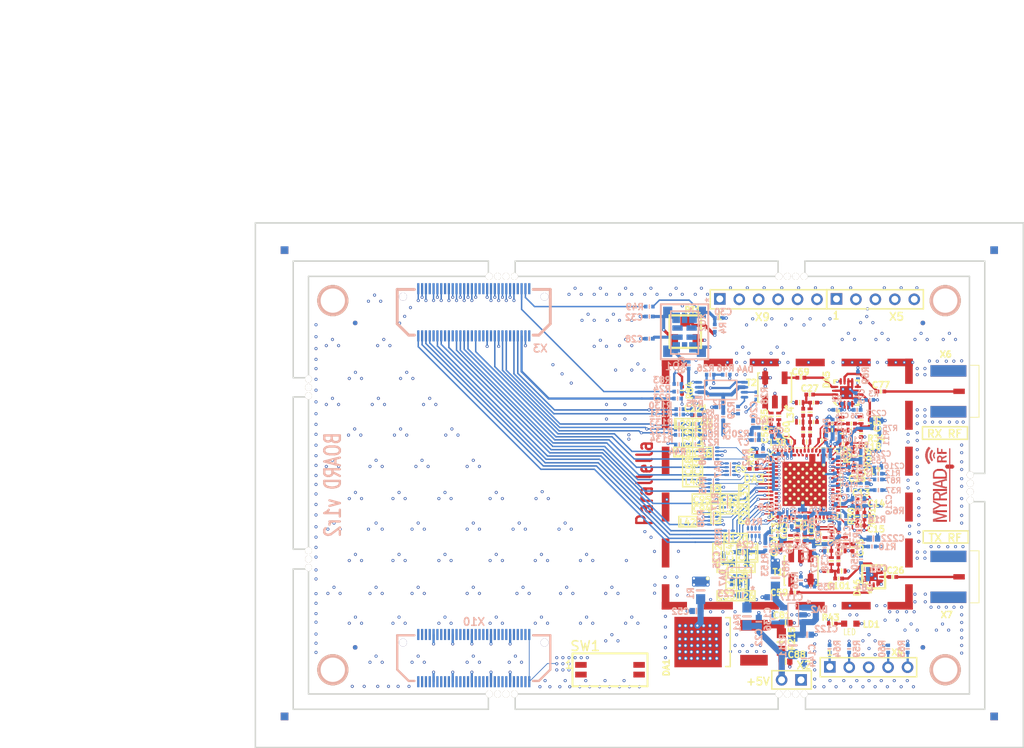
<source format=kicad_pcb>
(kicad_pcb (version 20171130) (host pcbnew "(5.1.2-1)-1")
  (title_block (title "Myriad RF / Novena v.1r2") (date "22 aug 2014") (rev 1) (comment 1 "THIS WORK IS COVERED UNDER A CREATIVE COMMONS LICENSE (CC BY 3.0)") (comment 2 "Copyright 2014 AZIO Electronics Co., Ltd."))
  (layers (0 Front signal) (1 Inner_Digital_Signal signal) (2 Inner_Power power) (3 Inner_Analog_Signal signal) (4 Inner_GND power) (31 Back signal) (34 B.Paste user) (35 F.Paste user) (36 B.SilkS user) (37 F.SilkS user) (38 B.Mask user) (39 F.Mask user) (44 Edge.Cuts user))
  (net 0 "")
  (net 1 +1.8V)
  (net 2 +1.8VD)
  (net 3 +3.3V)
  (net 4 "/Clocks, RF FE/RX TEST")
  (net 5 "/Clocks, RF FE/TX TEST")
  (net 6 CLK_IN)
  (net 7 GND)
  (net 8 GPIO0)
  (net 9 GPIO1)
  (net 10 GPIO2)
  (net 11 N-00000101)
  (net 12 N-00000102)
  (net 13 N-00000103)
  (net 14 N-00000104)
  (net 15 N-00000105)
  (net 16 N-00000106)
  (net 17 N-00000107)
  (net 18 N-00000108)
  (net 19 N-00000109)
  (net 20 N-0000011)
  (net 21 N-00000111)
  (net 22 N-00000117)
  (net 23 N-00000119)
  (net 24 N-0000012)
  (net 25 N-00000121)
  (net 26 N-0000013)
  (net 27 N-00000133)
  (net 28 N-00000134)
  (net 29 N-0000014)
  (net 30 N-00000141)
  (net 31 N-00000142)
  (net 32 N-00000143)
  (net 33 N-00000144)
  (net 34 N-00000145)
  (net 35 N-00000146)
  (net 36 N-00000147)
  (net 37 N-00000148)
  (net 38 N-00000149)
  (net 39 N-0000015)
  (net 40 N-00000151)
  (net 41 N-00000152)
  (net 42 N-00000153)
  (net 43 N-00000154)
  (net 44 N-00000155)
  (net 45 N-00000156)
  (net 46 N-00000157)
  (net 47 N-00000158)
  (net 48 N-00000159)
  (net 49 N-0000016)
  (net 50 N-00000160)
  (net 51 N-00000161)
  (net 52 N-00000166)
  (net 53 N-00000167)
  (net 54 N-0000018)
  (net 55 N-00000188)
  (net 56 N-00000189)
  (net 57 N-00000195)
  (net 58 N-00000196)
  (net 59 N-00000199)
  (net 60 N-000002)
  (net 61 N-0000020)
  (net 62 N-00000200)
  (net 63 N-00000201)
  (net 64 N-00000202)
  (net 65 N-00000204)
  (net 66 N-00000207)
  (net 67 N-00000208)
  (net 68 N-0000021)
  (net 69 N-00000211)
  (net 70 N-00000212)
  (net 71 N-00000213)
  (net 72 N-00000216)
  (net 73 N-00000217)
  (net 74 N-00000218)
  (net 75 N-00000219)
  (net 76 N-0000022)
  (net 77 N-00000220)
  (net 78 N-00000221)
  (net 79 N-00000222)
  (net 80 N-00000223)
  (net 81 N-00000224)
  (net 82 N-00000225)
  (net 83 N-00000226)
  (net 84 N-00000227)
  (net 85 N-00000228)
  (net 86 N-00000229)
  (net 87 N-0000023)
  (net 88 N-00000230)
  (net 89 N-00000231)
  (net 90 N-00000232)
  (net 91 N-00000233)
  (net 92 N-00000234)
  (net 93 N-00000235)
  (net 94 N-00000236)
  (net 95 N-00000237)
  (net 96 N-00000238)
  (net 97 N-00000239)
  (net 98 N-0000024)
  (net 99 N-00000240)
  (net 100 N-00000241)
  (net 101 N-00000242)
  (net 102 N-00000243)
  (net 103 N-00000244)
  (net 104 N-00000245)
  (net 105 N-00000246)
  (net 106 N-00000247)
  (net 107 N-00000248)
  (net 108 N-00000249)
  (net 109 N-0000025)
  (net 110 N-00000250)
  (net 111 N-00000251)
  (net 112 N-00000252)
  (net 113 N-00000253)
  (net 114 N-00000254)
  (net 115 N-00000255)
  (net 116 N-0000026)
  (net 117 N-0000027)
  (net 118 N-0000028)
  (net 119 N-000003)
  (net 120 N-0000030)
  (net 121 N-0000031)
  (net 122 N-0000032)
  (net 123 N-0000033)
  (net 124 N-0000034)
  (net 125 N-000004)
  (net 126 N-000005)
  (net 127 N-000006)
  (net 128 N-000007)
  (net 129 N-000008)
  (net 130 N-0000086)
  (net 131 N-0000087)
  (net 132 N-000009)
  (net 133 PLLCLK)
  (net 134 RESET)
  (net 135 RXCLK)
  (net 136 RXD0)
  (net 137 RXD1)
  (net 138 RXD10)
  (net 139 RXD11)
  (net 140 RXD2)
  (net 141 RXD3)
  (net 142 RXD4)
  (net 143 RXD5)
  (net 144 RXD6)
  (net 145 RXD7)
  (net 146 RXD8)
  (net 147 RXD9)
  (net 148 RXEN)
  (net 149 RXIQSEL)
  (net 150 RXOUTIN)
  (net 151 RXOUTIP)
  (net 152 RXOUTQN)
  (net 153 RXOUTQP)
  (net 154 RXRFIN1)
  (net 155 RXRFIN2)
  (net 156 RXRFIN3)
  (net 157 "SACLK(SPI_CLK)")
  (net 158 "SADIO(SPI_MOSI)")
  (net 159 "SADO(SPI_MISO)")
  (net 160 "SAEN(SPI_NCS0)")
  (net 161 SYS_5P0V)
  (net 162 TXCLK)
  (net 163 TXD0)
  (net 164 TXD1)
  (net 165 TXD10)
  (net 166 TXD11)
  (net 167 TXD2)
  (net 168 TXD3)
  (net 169 TXD4)
  (net 170 TXD5)
  (net 171 TXD6)
  (net 172 TXD7)
  (net 173 TXD8)
  (net 174 TXD9)
  (net 175 TXEN)
  (net 176 TXININ)
  (net 177 TXINIP)
  (net 178 TXINQN)
  (net 179 TXINQP)
  (net 180 TXIQSEL)
  (net 181 TXRFOUT1)
  (net 182 TXRFOUT2)
  (net 183 VCC)
  (net 184 VCT)
  (module BTH-030-01-F-D-A (layer Back) (at 103.46 79.245 180)
    (fp_text reference X3 (at -8.681 -4.7274 180) (layer B.SilkS) (effects (font (thickness 0.2)) (justify mirror)))
    (fp_text value BTH-030-01-F-D-A hide)
    (pad 1 smd rect (at -7.25 3.086 180) (size 0.305 1.448) (layers Back B.Paste B.Mask) (clearance 0.09906))
    (pad 2 smd rect (at -7.25 -3.086 180) (size 0.305 1.448) (layers Back B.Paste B.Mask) (clearance 0.09906))
    (pad 3 smd rect (at -6.75 3.086 180) (size 0.305 1.448) (layers Back B.Paste B.Mask) (net 184 VCT) (clearance 0.09906))
    (pad 4 smd rect (at -6.75 -3.086 180) (size 0.305 1.448) (layers Back B.Paste B.Mask) (net 52 N-00000166) (clearance 0.09906))
    (pad 5 smd rect (at -6.25 3.086 180) (size 0.305 1.448) (layers Back B.Paste B.Mask) (net 51 N-00000161) (clearance 0.09906))
    (pad 6 smd rect (at -6.25 -3.086 180) (size 0.305 1.448) (layers Back B.Paste B.Mask) (net 53 N-00000167) (clearance 0.09906))
    (pad 7 smd rect (at -5.75 3.086 180) (size 0.305 1.448) (layers Back B.Paste B.Mask) (clearance 0.09906))
    (pad 8 smd rect (at -5.75 -3.086 180) (size 0.305 1.448) (layers Back B.Paste B.Mask) (net 160 "SAEN(SPI_NCS0)") (clearance 0.09906))
    (pad 9 smd rect (at -5.25 3.086 180) (size 0.305 1.448) (layers Back B.Paste B.Mask) (net 9 GPIO1) (clearance 0.09906))
    (pad 10 smd rect (at -5.25 -3.086 180) (size 0.305 1.448) (layers Back B.Paste B.Mask) (net 157 "SACLK(SPI_CLK)") (clearance 0.09906))
    (pad 11 smd rect (at -4.75 3.086 180) (size 0.305 1.448) (layers Back B.Paste B.Mask) (net 7 GND) (clearance 0.09906))
    (pad 12 smd rect (at -4.75 -3.086 180) (size 0.305 1.448) (layers Back B.Paste B.Mask) (net 7 GND) (clearance 0.09906))
    (pad 13 smd rect (at -4.25 3.086 180) (size 0.305 1.448) (layers Back B.Paste B.Mask) (net 8 GPIO0) (clearance 0.09906))
    (pad 14 smd rect (at -4.25 -3.086 180) (size 0.305 1.448) (layers Back B.Paste B.Mask) (net 159 "SADO(SPI_MISO)") (clearance 0.09906))
    (pad 15 smd rect (at -3.75 3.086 180) (size 0.305 1.448) (layers Back B.Paste B.Mask) (net 138 RXD10) (clearance 0.09906))
    (pad 16 smd rect (at -3.75 -3.086 180) (size 0.305 1.448) (layers Back B.Paste B.Mask) (net 158 "SADIO(SPI_MOSI)") (clearance 0.09906))
    (pad 17 smd rect (at -3.25 3.086 180) (size 0.305 1.448) (layers Back B.Paste B.Mask) (net 147 RXD9) (clearance 0.09906))
    (pad 18 smd rect (at -3.25 -3.086 180) (size 0.305 1.448) (layers Back B.Paste B.Mask) (net 6 CLK_IN) (clearance 0.09906))
    (pad 19 smd rect (at -2.75 3.086 180) (size 0.305 1.448) (layers Back B.Paste B.Mask) (net 145 RXD7) (clearance 0.09906))
    (pad 20 smd rect (at -2.75 -3.086 180) (size 0.305 1.448) (layers Back B.Paste B.Mask) (net 134 RESET) (clearance 0.09906))
    (pad 21 smd rect (at -2.25 3.086 180) (size 0.305 1.448) (layers Back B.Paste B.Mask) (net 7 GND) (clearance 0.09906))
    (pad 22 smd rect (at -2.25 -3.086 180) (size 0.305 1.448) (layers Back B.Paste B.Mask) (net 7 GND) (clearance 0.09906))
    (pad 23 smd rect (at -1.75 3.086 180) (size 0.305 1.448) (layers Back B.Paste B.Mask) (net 143 RXD5) (clearance 0.09906))
    (pad 24 smd rect (at -1.75 -3.086 180) (size 0.305 1.448) (layers Back B.Paste B.Mask) (net 50 N-00000160) (clearance 0.09906))
    (pad 25 smd rect (at -1.25 3.086 180) (size 0.305 1.448) (layers Back B.Paste B.Mask) (clearance 0.09906))
    (pad 26 smd rect (at -1.25 -3.086 180) (size 0.305 1.448) (layers Back B.Paste B.Mask) (clearance 0.09906))
    (pad 27 smd rect (at -0.75 3.086 180) (size 0.305 1.448) (layers Back B.Paste B.Mask) (clearance 0.09906))
    (pad 28 smd rect (at -0.75 -3.086 180) (size 0.305 1.448) (layers Back B.Paste B.Mask) (clearance 0.09906))
    (pad 29 smd rect (at -0.25 3.086 180) (size 0.305 1.448) (layers Back B.Paste B.Mask) (net 140 RXD2) (clearance 0.09906))
    (pad 30 smd rect (at -0.25 -3.086 180) (size 0.305 1.448) (layers Back B.Paste B.Mask) (net 139 RXD11) (clearance 0.09906))
    (pad 31 smd rect (at 0.25 3.086) (size 0.305 1.448) (layers Back B.Paste B.Mask) (net 7 GND) (clearance 0.09906))
    (pad 32 smd rect (at 0.25 -3.086) (size 0.305 1.448) (layers Back B.Paste B.Mask) (net 7 GND) (clearance 0.09906))
    (pad 33 smd rect (at 0.75 3.086) (size 0.305 1.448) (layers Back B.Paste B.Mask) (net 137 RXD1) (clearance 0.09906))
    (pad 34 smd rect (at 0.75 -3.086) (size 0.305 1.448) (layers Back B.Paste B.Mask) (net 146 RXD8) (clearance 0.09906))
    (pad 35 smd rect (at 1.25 3.086) (size 0.305 1.448) (layers Back B.Paste B.Mask) (net 149 RXIQSEL) (clearance 0.09906))
    (pad 36 smd rect (at 1.25 -3.086) (size 0.305 1.448) (layers Back B.Paste B.Mask) (net 144 RXD6) (clearance 0.09906))
    (pad 37 smd rect (at 1.75 3.086) (size 0.305 1.448) (layers Back B.Paste B.Mask) (net 172 TXD7) (clearance 0.09906))
    (pad 38 smd rect (at 1.75 -3.086) (size 0.305 1.448) (layers Back B.Paste B.Mask) (net 141 RXD3) (clearance 0.09906))
    (pad 39 smd rect (at 2.25 3.086) (size 0.305 1.448) (layers Back B.Paste B.Mask) (net 170 TXD5) (clearance 0.09906))
    (pad 40 smd rect (at 2.25 -3.086) (size 0.305 1.448) (layers Back B.Paste B.Mask) (net 142 RXD4) (clearance 0.09906))
    (pad 41 smd rect (at 2.75 3.086) (size 0.305 1.448) (layers Back B.Paste B.Mask) (net 7 GND) (clearance 0.09906))
    (pad 42 smd rect (at 2.75 -3.086) (size 0.305 1.448) (layers Back B.Paste B.Mask) (net 7 GND) (clearance 0.09906))
    (pad 43 smd rect (at 3.25 3.086) (size 0.305 1.448) (layers Back B.Paste B.Mask) (net 168 TXD3) (clearance 0.09906))
    (pad 44 smd rect (at 3.25 -3.086) (size 0.305 1.448) (layers Back B.Paste B.Mask) (net 136 RXD0) (clearance 0.09906))
    (pad 45 smd rect (at 3.75 3.086) (size 0.305 1.448) (layers Back B.Paste B.Mask) (clearance 0.09906))
    (pad 46 smd rect (at 3.75 -3.086) (size 0.305 1.448) (layers Back B.Paste B.Mask) (clearance 0.09906))
    (pad 47 smd rect (at 4.25 3.086) (size 0.305 1.448) (layers Back B.Paste B.Mask) (net 173 TXD8) (clearance 0.09906))
    (pad 48 smd rect (at 4.25 -3.086) (size 0.305 1.448) (layers Back B.Paste B.Mask) (net 180 TXIQSEL) (clearance 0.09906))
    (pad 49 smd rect (at 4.75 3.086) (size 0.305 1.448) (layers Back B.Paste B.Mask) (net 165 TXD10) (clearance 0.09906))
    (pad 50 smd rect (at 4.75 -3.086) (size 0.305 1.448) (layers Back B.Paste B.Mask) (net 164 TXD1) (clearance 0.09906))
    (pad 51 smd rect (at 5.25 3.086) (size 0.305 1.448) (layers Back B.Paste B.Mask) (net 7 GND) (clearance 0.09906))
    (pad 52 smd rect (at 5.25 -3.086) (size 0.305 1.448) (layers Back B.Paste B.Mask) (net 7 GND) (clearance 0.09906))
    (pad 53 smd rect (at 5.75 3.086) (size 0.305 1.448) (layers Back B.Paste B.Mask) (clearance 0.09906))
    (pad 54 smd rect (at 5.75 -3.086) (size 0.305 1.448) (layers Back B.Paste B.Mask) (net 163 TXD0) (clearance 0.09906))
    (pad 55 smd rect (at 6.25 3.086) (size 0.305 1.448) (layers Back B.Paste B.Mask) (net 174 TXD9) (clearance 0.09906))
    (pad 56 smd rect (at 6.25 -3.086) (size 0.305 1.448) (layers Back B.Paste B.Mask) (net 167 TXD2) (clearance 0.09906))
    (pad 57 smd rect (at 6.75 3.086) (size 0.305 1.448) (layers Back B.Paste B.Mask) (net 166 TXD11) (clearance 0.09906))
    (pad 58 smd rect (at 6.75 -3.086) (size 0.305 1.448) (layers Back B.Paste B.Mask) (net 171 TXD6) (clearance 0.09906))
    (pad 59 smd rect (at 7.25 3.086) (size 0.305 1.448) (layers Back B.Paste B.Mask) (net 10 GPIO2) (clearance 0.09906))
    (pad 60 smd rect (at 7.25 -3.086) (size 0.305 1.448) (layers Back B.Paste B.Mask) (net 169 TXD4) (clearance 0.09906))
    (pad "" thru_hole circle (at 9.238 2.032 180) (size 1.016 1.016) (drill 1.016) (layers *.Cu) (clearance 0.09906))
    (pad "" thru_hole circle (at -9.238 2.032 180) (size 1.016 1.016) (drill 1.016) (layers *.Cu) (clearance 0.09906))
  )
  (module Pad_circle (layer Front) (at 145.52168 126.41072)
    (fp_text reference Pad_circle hide)
    (fp_text value VAL** hide)
    (pad 1 thru_hole circle (at 0 2.7384) (size 0.89916 0.89916) (drill 0.89916) (layers *.Cu *.Mask F.SilkS) (clearance 0.09906))
  )
  (module Via_4_2 (layer Front) (at 162.45 117.1 90)
    (fp_text reference Via_4_2 hide)
    (fp_text value Val** hide)
    (pad 1 thru_hole circle (at 0 0 90) (size 0.39878 0.39878) (drill 0.19558) (layers *.Cu) (net 7 GND) (clearance 0.09906))
  )
  (module Via_4_2 (layer Front) (at 162.45 116.1 90)
    (fp_text reference Via_4_2 hide)
    (fp_text value Val** hide)
    (pad 1 thru_hole circle (at 0 0 90) (size 0.39878 0.39878) (drill 0.19558) (layers *.Cu) (net 7 GND) (clearance 0.09906))
  )
  (module Via_4_2 (layer Front) (at 162.4 110.6 90)
    (fp_text reference Via_4_2 hide)
    (fp_text value Val** hide)
    (pad 1 thru_hole circle (at 0 0 90) (size 0.39878 0.39878) (drill 0.19558) (layers *.Cu) (net 7 GND) (clearance 0.09906))
  )
  (module Via_4_2 (layer Front) (at 123.13 127.43)
    (fp_text reference Via_4_2 hide)
    (fp_text value Val** hide)
    (pad 1 thru_hole circle (at -0.03 -0.03) (size 0.39878 0.39878) (drill 0.19558) (layers *.Cu) (net 7 GND) (clearance 0.09906))
  )
  (module Via_4_2 (layer Front) (at 128.12 114.12)
    (fp_text reference Via_4_2 hide)
    (fp_text value Val** hide)
    (pad 1 thru_hole circle (at -1 0.8) (size 0.39878 0.39878) (drill 0.19558) (layers *.Cu) (net 7 GND) (clearance 0.09906))
  )
  (module Via_4_2 (layer Front) (at 117.68 110.46)
    (fp_text reference Via_4_2 hide)
    (fp_text value Val** hide)
    (pad 1 thru_hole circle (at 0.52 0.44) (size 0.39878 0.39878) (drill 0.19558) (layers *.Cu) (net 7 GND) (clearance 0.09906))
  )
  (module Via_4_2 (layer Front) (at 117.07 111.96)
    (fp_text reference Via_4_2 hide)
    (fp_text value Val** hide)
    (pad 1 thru_hole circle (at 1.93 -0.26) (size 0.39878 0.39878) (drill 0.19558) (layers *.Cu) (net 7 GND) (clearance 0.09906))
  )
  (module Via_4_2 (layer Front) (at 96.2 124.2)
    (fp_text reference Via_4_2 hide)
    (fp_text value Val** hide)
    (pad 1 thru_hole circle (at 0 0) (size 0.39878 0.39878) (drill 0.19558) (layers *.Cu) (net 7 GND) (clearance 0.09906))
  )
  (module Via_4_2 (layer Front) (at 97 125)
    (fp_text reference Via_4_2 hide)
    (fp_text value Val** hide)
    (pad 1 thru_hole circle (at 0 0) (size 0.39878 0.39878) (drill 0.19558) (layers *.Cu) (net 7 GND) (clearance 0.09906))
  )
  (module Via_4_2 (layer Front) (at 95.4 125)
    (fp_text reference Via_4_2 hide)
    (fp_text value Val** hide)
    (pad 1 thru_hole circle (at 0 0) (size 0.39878 0.39878) (drill 0.19558) (layers *.Cu) (net 7 GND) (clearance 0.09906))
  )
  (module Via_4_2 (layer Front) (at 91.3 125)
    (fp_text reference Via_4_2 hide)
    (fp_text value Val** hide)
    (pad 1 thru_hole circle (at 0.2 0) (size 0.39878 0.39878) (drill 0.19558) (layers *.Cu) (net 7 GND) (clearance 0.09906))
  )
  (module Via_4_2 (layer Front) (at 89.7 125)
    (fp_text reference Via_4_2 hide)
    (fp_text value Val** hide)
    (pad 1 thru_hole circle (at 0.2 0) (size 0.39878 0.39878) (drill 0.19558) (layers *.Cu) (net 7 GND) (clearance 0.09906))
  )
  (module Via_4_2 (layer Front) (at 90.5 124.2)
    (fp_text reference Via_4_2 hide)
    (fp_text value Val** hide)
    (pad 1 thru_hole circle (at 0.2 0) (size 0.39878 0.39878) (drill 0.19558) (layers *.Cu) (net 7 GND) (clearance 0.09906))
  )
  (module Via_4_2 (layer Front) (at 93.6 119.9)
    (fp_text reference Via_4_2 hide)
    (fp_text value Val** hide)
    (pad 1 thru_hole circle (at 0.9 0) (size 0.39878 0.39878) (drill 0.19558) (layers *.Cu) (net 7 GND) (clearance 0.09906))
  )
  (module Via_4_2 (layer Front) (at 92 119.9)
    (fp_text reference Via_4_2 hide)
    (fp_text value Val** hide)
    (pad 1 thru_hole circle (at 0.9 0) (size 0.39878 0.39878) (drill 0.19558) (layers *.Cu) (net 7 GND) (clearance 0.09906))
  )
  (module Via_4_2 (layer Front) (at 92.8 119.1)
    (fp_text reference Via_4_2 hide)
    (fp_text value Val** hide)
    (pad 1 thru_hole circle (at 0.9 0) (size 0.39878 0.39878) (drill 0.19558) (layers *.Cu) (net 7 GND) (clearance 0.09906))
  )
  (module Via_4_2 (layer Front) (at 87.5 119.1)
    (fp_text reference Via_4_2 hide)
    (fp_text value Val** hide)
    (pad 1 thru_hole circle (at 0.5 0) (size 0.39878 0.39878) (drill 0.19558) (layers *.Cu) (net 7 GND) (clearance 0.09906))
  )
  (module Via_4_2 (layer Front) (at 86.7 119.9)
    (fp_text reference Via_4_2 hide)
    (fp_text value Val** hide)
    (pad 1 thru_hole circle (at 0.5 0) (size 0.39878 0.39878) (drill 0.19558) (layers *.Cu) (net 7 GND) (clearance 0.09906))
  )
  (module Via_4_2 (layer Front) (at 88.3 119.9)
    (fp_text reference Via_4_2 hide)
    (fp_text value Val** hide)
    (pad 1 thru_hole circle (at 0.5 0) (size 0.39878 0.39878) (drill 0.19558) (layers *.Cu) (net 7 GND) (clearance 0.09906))
  )
  (module Via_4_2 (layer Front) (at 88.3 116)
    (fp_text reference Via_4_2 hide)
    (fp_text value Val** hide)
    (pad 1 thru_hole circle (at -2.3 0) (size 0.39878 0.39878) (drill 0.19558) (layers *.Cu) (net 7 GND) (clearance 0.09906))
  )
  (module Via_4_2 (layer Front) (at 86.7 116)
    (fp_text reference Via_4_2 hide)
    (fp_text value Val** hide)
    (pad 1 thru_hole circle (at -2.3 0) (size 0.39878 0.39878) (drill 0.19558) (layers *.Cu) (net 7 GND) (clearance 0.09906))
  )
  (module Via_4_2 (layer Front) (at 87.5 115.2)
    (fp_text reference Via_4_2 hide)
    (fp_text value Val** hide)
    (pad 1 thru_hole circle (at -2.3 0) (size 0.39878 0.39878) (drill 0.19558) (layers *.Cu) (net 7 GND) (clearance 0.09906))
  )
  (module Via_4_2 (layer Front) (at 92.8 115.2)
    (fp_text reference Via_4_2 hide)
    (fp_text value Val** hide)
    (pad 1 thru_hole circle (at -2.1 0) (size 0.39878 0.39878) (drill 0.19558) (layers *.Cu) (net 7 GND) (clearance 0.09906))
  )
  (module Via_4_2 (layer Front) (at 92 116)
    (fp_text reference Via_4_2 hide)
    (fp_text value Val** hide)
    (pad 1 thru_hole circle (at -2.1 0) (size 0.39878 0.39878) (drill 0.19558) (layers *.Cu) (net 7 GND) (clearance 0.09906))
  )
  (module Via_4_2 (layer Front) (at 93.6 116)
    (fp_text reference Via_4_2 hide)
    (fp_text value Val** hide)
    (pad 1 thru_hole circle (at -2.1 0) (size 0.39878 0.39878) (drill 0.19558) (layers *.Cu) (net 7 GND) (clearance 0.09906))
  )
  (module Via_4_2 (layer Front) (at 98.5 110.9)
    (fp_text reference Via_4_2 hide)
    (fp_text value Val** hide)
    (pad 1 thru_hole circle (at 1.2 0) (size 0.39878 0.39878) (drill 0.19558) (layers *.Cu) (net 7 GND) (clearance 0.09906))
  )
  (module Via_4_2 (layer Front) (at 97.7 111.7)
    (fp_text reference Via_4_2 hide)
    (fp_text value Val** hide)
    (pad 1 thru_hole circle (at 1.2 0) (size 0.39878 0.39878) (drill 0.19558) (layers *.Cu) (net 7 GND) (clearance 0.09906))
  )
  (module Via_4_2 (layer Front) (at 99.3 111.7)
    (fp_text reference Via_4_2 hide)
    (fp_text value Val** hide)
    (pad 1 thru_hole circle (at 1.2 0) (size 0.39878 0.39878) (drill 0.19558) (layers *.Cu) (net 7 GND) (clearance 0.09906))
  )
  (module Via_4_2 (layer Front) (at 93.6 111.7)
    (fp_text reference Via_4_2 hide)
    (fp_text value Val** hide)
    (pad 1 thru_hole circle (at 0.9 0) (size 0.39878 0.39878) (drill 0.19558) (layers *.Cu) (net 7 GND) (clearance 0.09906))
  )
  (module Via_4_2 (layer Front) (at 92 111.7)
    (fp_text reference Via_4_2 hide)
    (fp_text value Val** hide)
    (pad 1 thru_hole circle (at 0.9 0) (size 0.39878 0.39878) (drill 0.19558) (layers *.Cu) (net 7 GND) (clearance 0.09906))
  )
  (module Via_4_2 (layer Front) (at 92.8 110.9)
    (fp_text reference Via_4_2 hide)
    (fp_text value Val** hide)
    (pad 1 thru_hole circle (at 0.9 0) (size 0.39878 0.39878) (drill 0.19558) (layers *.Cu) (net 7 GND) (clearance 0.09906))
  )
  (module Via_4_2 (layer Front) (at 87.5 110.9)
    (fp_text reference Via_4_2 hide)
    (fp_text value Val** hide)
    (pad 1 thru_hole circle (at 0.5 0) (size 0.39878 0.39878) (drill 0.19558) (layers *.Cu) (net 7 GND) (clearance 0.09906))
  )
  (module Via_4_2 (layer Front) (at 86.7 111.7)
    (fp_text reference Via_4_2 hide)
    (fp_text value Val** hide)
    (pad 1 thru_hole circle (at 0.5 0) (size 0.39878 0.39878) (drill 0.19558) (layers *.Cu) (net 7 GND) (clearance 0.09906))
  )
  (module Via_4_2 (layer Front) (at 88.3 111.7)
    (fp_text reference Via_4_2 hide)
    (fp_text value Val** hide)
    (pad 1 thru_hole circle (at 0.5 0) (size 0.39878 0.39878) (drill 0.19558) (layers *.Cu) (net 7 GND) (clearance 0.09906))
  )
  (module Via_4_2 (layer Front) (at 86 107.6)
    (fp_text reference Via_4_2 hide)
    (fp_text value Val** hide)
    (pad 1 thru_hole circle (at 0 0) (size 0.39878 0.39878) (drill 0.19558) (layers *.Cu) (net 7 GND) (clearance 0.09906))
  )
  (module Via_4_2 (layer Front) (at 84.4 107.6)
    (fp_text reference Via_4_2 hide)
    (fp_text value Val** hide)
    (pad 1 thru_hole circle (at 0 0) (size 0.39878 0.39878) (drill 0.19558) (layers *.Cu) (net 7 GND) (clearance 0.09906))
  )
  (module Via_4_2 (layer Front) (at 85.2 106.8)
    (fp_text reference Via_4_2 hide)
    (fp_text value Val** hide)
    (pad 1 thru_hole circle (at 0 0) (size 0.39878 0.39878) (drill 0.19558) (layers *.Cu) (net 7 GND) (clearance 0.09906))
  )
  (module Via_4_2 (layer Front) (at 90.5 106.8)
    (fp_text reference Via_4_2 hide)
    (fp_text value Val** hide)
    (pad 1 thru_hole circle (at 0.2 0) (size 0.39878 0.39878) (drill 0.19558) (layers *.Cu) (net 7 GND) (clearance 0.09906))
  )
  (module Via_4_2 (layer Front) (at 89.7 107.6)
    (fp_text reference Via_4_2 hide)
    (fp_text value Val** hide)
    (pad 1 thru_hole circle (at 0 0) (size 0.39878 0.39878) (drill 0.19558) (layers *.Cu) (net 7 GND) (clearance 0.09906))
  )
  (module Via_4_2 (layer Front) (at 91.3 107.6)
    (fp_text reference Via_4_2 hide)
    (fp_text value Val** hide)
    (pad 1 thru_hole circle (at 0.2 0) (size 0.39878 0.39878) (drill 0.19558) (layers *.Cu) (net 7 GND) (clearance 0.09906))
  )
  (module Via_4_2 (layer Front) (at 97 107.6)
    (fp_text reference Via_4_2 hide)
    (fp_text value Val** hide)
    (pad 1 thru_hole circle (at 0 0) (size 0.39878 0.39878) (drill 0.19558) (layers *.Cu) (net 7 GND) (clearance 0.09906))
  )
  (module Via_4_2 (layer Front) (at 95.4 107.6)
    (fp_text reference Via_4_2 hide)
    (fp_text value Val** hide)
    (pad 1 thru_hole circle (at 0 0) (size 0.39878 0.39878) (drill 0.19558) (layers *.Cu) (net 7 GND) (clearance 0.09906))
  )
  (module Via_4_2 (layer Front) (at 96.2 106.8)
    (fp_text reference Via_4_2 hide)
    (fp_text value Val** hide)
    (pad 1 thru_hole circle (at 0 0) (size 0.39878 0.39878) (drill 0.19558) (layers *.Cu) (net 7 GND) (clearance 0.09906))
  )
  (module Via_4_2 (layer Front) (at 102.2 106.8)
    (fp_text reference Via_4_2 hide)
    (fp_text value Val** hide)
    (pad 1 thru_hole circle (at 1.2 0) (size 0.39878 0.39878) (drill 0.19558) (layers *.Cu) (net 7 GND) (clearance 0.09906))
  )
  (module Via_4_2 (layer Front) (at 101.4 107.6)
    (fp_text reference Via_4_2 hide)
    (fp_text value Val** hide)
    (pad 1 thru_hole circle (at 1.2 0) (size 0.39878 0.39878) (drill 0.19558) (layers *.Cu) (net 7 GND) (clearance 0.09906))
  )
  (module Via_4_2 (layer Front) (at 103 107.6)
    (fp_text reference Via_4_2 hide)
    (fp_text value Val** hide)
    (pad 1 thru_hole circle (at 1.2 0) (size 0.39878 0.39878) (drill 0.19558) (layers *.Cu) (net 7 GND) (clearance 0.09906))
  )
  (module Via_4_2 (layer Front) (at 100.5 103.6)
    (fp_text reference Via_4_2 hide)
    (fp_text value Val** hide)
    (pad 1 thru_hole circle (at 0 0) (size 0.39878 0.39878) (drill 0.19558) (layers *.Cu) (net 7 GND) (clearance 0.09906))
  )
  (module Via_4_2 (layer Front) (at 98.9 103.6)
    (fp_text reference Via_4_2 hide)
    (fp_text value Val** hide)
    (pad 1 thru_hole circle (at 0 0) (size 0.39878 0.39878) (drill 0.19558) (layers *.Cu) (net 7 GND) (clearance 0.09906))
  )
  (module Via_4_2 (layer Front) (at 99.7 102.8)
    (fp_text reference Via_4_2 hide)
    (fp_text value Val** hide)
    (pad 1 thru_hole circle (at 0 0) (size 0.39878 0.39878) (drill 0.19558) (layers *.Cu) (net 7 GND) (clearance 0.09906))
  )
  (module Via_4_2 (layer Front) (at 107.2 103.6)
    (fp_text reference Via_4_2 hide)
    (fp_text value Val** hide)
    (pad 1 thru_hole circle (at 0 0) (size 0.39878 0.39878) (drill 0.19558) (layers *.Cu) (net 7 GND) (clearance 0.09906))
  )
  (module Via_4_2 (layer Front) (at 105.6 103.6)
    (fp_text reference Via_4_2 hide)
    (fp_text value Val** hide)
    (pad 1 thru_hole circle (at 0 0) (size 0.39878 0.39878) (drill 0.19558) (layers *.Cu) (net 7 GND) (clearance 0.09906))
  )
  (module Via_4_2 (layer Front) (at 106.4 102.8)
    (fp_text reference Via_4_2 hide)
    (fp_text value Val** hide)
    (pad 1 thru_hole circle (at 0 0) (size 0.39878 0.39878) (drill 0.19558) (layers *.Cu) (net 7 GND) (clearance 0.09906))
  )
  (module Via_4_2 (layer Front) (at 93.7 102.8)
    (fp_text reference Via_4_2 hide)
    (fp_text value Val** hide)
    (pad 1 thru_hole circle (at 0 0) (size 0.39878 0.39878) (drill 0.19558) (layers *.Cu) (net 7 GND) (clearance 0.09906))
  )
  (module Via_4_2 (layer Front) (at 92.9 103.6)
    (fp_text reference Via_4_2 hide)
    (fp_text value Val** hide)
    (pad 1 thru_hole circle (at 0 0) (size 0.39878 0.39878) (drill 0.19558) (layers *.Cu) (net 7 GND) (clearance 0.09906))
  )
  (module Via_4_2 (layer Front) (at 94.5 103.6)
    (fp_text reference Via_4_2 hide)
    (fp_text value Val** hide)
    (pad 1 thru_hole circle (at 0 0) (size 0.39878 0.39878) (drill 0.19558) (layers *.Cu) (net 7 GND) (clearance 0.09906))
  )
  (module Via_4_2 (layer Front) (at 88.8 103.6)
    (fp_text reference Via_4_2 hide)
    (fp_text value Val** hide)
    (pad 1 thru_hole circle (at 0 0) (size 0.39878 0.39878) (drill 0.19558) (layers *.Cu) (net 7 GND) (clearance 0.09906))
  )
  (module Via_4_2 (layer Front) (at 87.2 103.6)
    (fp_text reference Via_4_2 hide)
    (fp_text value Val** hide)
    (pad 1 thru_hole circle (at 0 0) (size 0.39878 0.39878) (drill 0.19558) (layers *.Cu) (net 7 GND) (clearance 0.09906))
  )
  (module Via_4_2 (layer Front) (at 88 102.8)
    (fp_text reference Via_4_2 hide)
    (fp_text value Val** hide)
    (pad 1 thru_hole circle (at 0 0) (size 0.39878 0.39878) (drill 0.19558) (layers *.Cu) (net 7 GND) (clearance 0.09906))
  )
  (module Via_4_2 (layer Front) (at 85 98.6)
    (fp_text reference Via_4_2 hide)
    (fp_text value Val** hide)
    (pad 1 thru_hole circle (at 0 0) (size 0.39878 0.39878) (drill 0.19558) (layers *.Cu) (net 7 GND) (clearance 0.09906))
  )
  (module Via_4_2 (layer Front) (at 84.2 99.4)
    (fp_text reference Via_4_2 hide)
    (fp_text value Val** hide)
    (pad 1 thru_hole circle (at 0 0) (size 0.39878 0.39878) (drill 0.19558) (layers *.Cu) (net 7 GND) (clearance 0.09906))
  )
  (module Via_4_2 (layer Front) (at 85.8 99.4)
    (fp_text reference Via_4_2 hide)
    (fp_text value Val** hide)
    (pad 1 thru_hole circle (at 0 0) (size 0.39878 0.39878) (drill 0.19558) (layers *.Cu) (net 7 GND) (clearance 0.09906))
  )
  (module Via_4_2 (layer Front) (at 91.5 99.4)
    (fp_text reference Via_4_2 hide)
    (fp_text value Val** hide)
    (pad 1 thru_hole circle (at 0 0) (size 0.39878 0.39878) (drill 0.19558) (layers *.Cu) (net 7 GND) (clearance 0.09906))
  )
  (module Via_4_2 (layer Front) (at 89.9 99.4)
    (fp_text reference Via_4_2 hide)
    (fp_text value Val** hide)
    (pad 1 thru_hole circle (at 0 0) (size 0.39878 0.39878) (drill 0.19558) (layers *.Cu) (net 7 GND) (clearance 0.09906))
  )
  (module Via_4_2 (layer Front) (at 90.7 98.6)
    (fp_text reference Via_4_2 hide)
    (fp_text value Val** hide)
    (pad 1 thru_hole circle (at 0 0) (size 0.39878 0.39878) (drill 0.19558) (layers *.Cu) (net 7 GND) (clearance 0.09906))
  )
  (module Via_4_2 (layer Front) (at 111.2 99.4)
    (fp_text reference Via_4_2 hide)
    (fp_text value Val** hide)
  )
  (module Via_4_2 (layer Front) (at 109.6 99.4)
    (fp_text reference Via_4_2 hide)
    (fp_text value Val** hide)
  )
  (module Via_4_2 (layer Front) (at 110.4 98.6)
    (fp_text reference Via_4_2 hide)
    (fp_text value Val** hide)
  )
  (module Via_4_2 (layer Front) (at 103.4 98.6)
    (fp_text reference Via_4_2 hide)
    (fp_text value Val** hide)
    (pad 1 thru_hole circle (at 0 0) (size 0.39878 0.39878) (drill 0.19558) (layers *.Cu) (net 7 GND) (clearance 0.09906))
  )
  (module Via_4_2 (layer Front) (at 102.6 99.4)
    (fp_text reference Via_4_2 hide)
    (fp_text value Val** hide)
    (pad 1 thru_hole circle (at 0 0) (size 0.39878 0.39878) (drill 0.19558) (layers *.Cu) (net 7 GND) (clearance 0.09906))
  )
  (module Via_4_2 (layer Front) (at 104.2 99.4)
    (fp_text reference Via_4_2 hide)
    (fp_text value Val** hide)
    (pad 1 thru_hole circle (at 0 0) (size 0.39878 0.39878) (drill 0.19558) (layers *.Cu) (net 7 GND) (clearance 0.09906))
  )
  (module Via_4_2 (layer Front) (at 96.7 98.6)
    (fp_text reference Via_4_2 hide)
    (fp_text value Val** hide)
    (pad 1 thru_hole circle (at 0 0) (size 0.39878 0.39878) (drill 0.19558) (layers *.Cu) (net 7 GND) (clearance 0.09906))
  )
  (module Via_4_2 (layer Front) (at 95.9 99.4)
    (fp_text reference Via_4_2 hide)
    (fp_text value Val** hide)
    (pad 1 thru_hole circle (at 0 0) (size 0.39878 0.39878) (drill 0.19558) (layers *.Cu) (net 7 GND) (clearance 0.09906))
  )
  (module Via_4_2 (layer Front) (at 97.5 99.4)
    (fp_text reference Via_4_2 hide)
    (fp_text value Val** hide)
    (pad 1 thru_hole circle (at 0 0) (size 0.39878 0.39878) (drill 0.19558) (layers *.Cu) (net 7 GND) (clearance 0.09906))
  )
  (module Via_4_2 (layer Front) (at 94.7 95.3)
    (fp_text reference Via_4_2 hide)
    (fp_text value Val** hide)
    (pad 1 thru_hole circle (at 0 0) (size 0.39878 0.39878) (drill 0.19558) (layers *.Cu) (net 7 GND) (clearance 0.09906))
  )
  (module Via_4_2 (layer Front) (at 93.1 95.3)
    (fp_text reference Via_4_2 hide)
    (fp_text value Val** hide)
    (pad 1 thru_hole circle (at 0 0) (size 0.39878 0.39878) (drill 0.19558) (layers *.Cu) (net 7 GND) (clearance 0.09906))
  )
  (module Via_4_2 (layer Front) (at 93.9 94.5)
    (fp_text reference Via_4_2 hide)
    (fp_text value Val** hide)
    (pad 1 thru_hole circle (at 0 0) (size 0.39878 0.39878) (drill 0.19558) (layers *.Cu) (net 7 GND) (clearance 0.09906))
  )
  (module Via_4_2 (layer Front) (at 101.4 95.3)
    (fp_text reference Via_4_2 hide)
    (fp_text value Val** hide)
    (pad 1 thru_hole circle (at 0 0) (size 0.39878 0.39878) (drill 0.19558) (layers *.Cu) (net 7 GND) (clearance 0.09906))
  )
  (module Via_4_2 (layer Front) (at 99.8 95.3)
    (fp_text reference Via_4_2 hide)
    (fp_text value Val** hide)
    (pad 1 thru_hole circle (at 0 0) (size 0.39878 0.39878) (drill 0.19558) (layers *.Cu) (net 7 GND) (clearance 0.09906))
  )
  (module Via_4_2 (layer Front) (at 100.6 94.5)
    (fp_text reference Via_4_2 hide)
    (fp_text value Val** hide)
    (pad 1 thru_hole circle (at 0 0) (size 0.39878 0.39878) (drill 0.19558) (layers *.Cu) (net 7 GND) (clearance 0.09906))
  )
  (module Via_4_2 (layer Front) (at 114.3 94.5)
    (fp_text reference Via_4_2 hide)
    (fp_text value Val** hide)
  )
  (module Via_4_2 (layer Front) (at 113.5 95.3)
    (fp_text reference Via_4_2 hide)
    (fp_text value Val** hide)
  )
  (module Via_4_2 (layer Front) (at 115.1 95.3)
    (fp_text reference Via_4_2 hide)
    (fp_text value Val** hide)
  )
  (module Via_4_2 (layer Front) (at 107.6 94.5)
    (fp_text reference Via_4_2 hide)
    (fp_text value Val** hide)
  )
  (module Via_4_2 (layer Front) (at 106.8 95.3)
    (fp_text reference Via_4_2 hide)
    (fp_text value Val** hide)
  )
  (module Via_4_2 (layer Front) (at 108.4 95.3)
    (fp_text reference Via_4_2 hide)
    (fp_text value Val** hide)
  )
  (module Via_4_2 (layer Front) (at 87.9 94.5)
    (fp_text reference Via_4_2 hide)
    (fp_text value Val** hide)
    (pad 1 thru_hole circle (at 0 0) (size 0.39878 0.39878) (drill 0.19558) (layers *.Cu) (net 7 GND) (clearance 0.09906))
  )
  (module Via_4_2 (layer Front) (at 87.1 95.3)
    (fp_text reference Via_4_2 hide)
    (fp_text value Val** hide)
    (pad 1 thru_hole circle (at 0 0) (size 0.39878 0.39878) (drill 0.19558) (layers *.Cu) (net 7 GND) (clearance 0.09906))
  )
  (module Via_4_2 (layer Front) (at 88.7 95.3)
    (fp_text reference Via_4_2 hide)
    (fp_text value Val** hide)
    (pad 1 thru_hole circle (at 0 0) (size 0.39878 0.39878) (drill 0.19558) (layers *.Cu) (net 7 GND) (clearance 0.09906))
  )
  (module Via_4_2 (layer Front) (at 85.8 91.3)
    (fp_text reference Via_4_2 hide)
    (fp_text value Val** hide)
    (pad 1 thru_hole circle (at 0 0) (size 0.39878 0.39878) (drill 0.19558) (layers *.Cu) (net 7 GND) (clearance 0.09906))
  )
  (module Via_4_2 (layer Front) (at 84.2 91.3)
    (fp_text reference Via_4_2 hide)
    (fp_text value Val** hide)
    (pad 1 thru_hole circle (at 0 0) (size 0.39878 0.39878) (drill 0.19558) (layers *.Cu) (net 7 GND) (clearance 0.09906))
  )
  (module Via_4_2 (layer Front) (at 85 90.5)
    (fp_text reference Via_4_2 hide)
    (fp_text value Val** hide)
    (pad 1 thru_hole circle (at 0 0) (size 0.39878 0.39878) (drill 0.19558) (layers *.Cu) (net 7 GND) (clearance 0.09906))
  )
  (module Via_4_2 (layer Front) (at 118.6 90.5)
    (fp_text reference Via_4_2 hide)
    (fp_text value Val** hide)
  )
  (module Via_4_2 (layer Front) (at 117.8 91.3)
    (fp_text reference Via_4_2 hide)
    (fp_text value Val** hide)
  )
  (module Via_4_2 (layer Front) (at 119.4 91.3)
    (fp_text reference Via_4_2 hide)
    (fp_text value Val** hide)
  )
  (module Via_4_2 (layer Front) (at 105.5 91.3)
    (fp_text reference Via_4_2 hide)
    (fp_text value Val** hide)
  )
  (module Via_4_2 (layer Front) (at 103.9 91.3)
    (fp_text reference Via_4_2 hide)
    (fp_text value Val** hide)
  )
  (module Via_4_2 (layer Front) (at 104.7 90.5)
    (fp_text reference Via_4_2 hide)
    (fp_text value Val** hide)
  )
  (module Via_4_2 (layer Front) (at 112.2 91.3)
    (fp_text reference Via_4_2 hide)
    (fp_text value Val** hide)
  )
  (module Via_4_2 (layer Front) (at 110.6 91.3)
    (fp_text reference Via_4_2 hide)
    (fp_text value Val** hide)
  )
  (module Via_4_2 (layer Front) (at 111.4 90.5)
    (fp_text reference Via_4_2 hide)
    (fp_text value Val** hide)
  )
  (module Via_4_2 (layer Front) (at 97.7 90.5)
    (fp_text reference Via_4_2 hide)
    (fp_text value Val** hide)
    (pad 1 thru_hole circle (at 0 0) (size 0.39878 0.39878) (drill 0.19558) (layers *.Cu) (net 7 GND) (clearance 0.09906))
  )
  (module Via_4_2 (layer Front) (at 96.9 91.3)
    (fp_text reference Via_4_2 hide)
    (fp_text value Val** hide)
    (pad 1 thru_hole circle (at 0 0) (size 0.39878 0.39878) (drill 0.19558) (layers *.Cu) (net 7 GND) (clearance 0.09906))
  )
  (module Via_4_2 (layer Front) (at 98.5 91.3)
    (fp_text reference Via_4_2 hide)
    (fp_text value Val** hide)
    (pad 1 thru_hole circle (at 0 0) (size 0.39878 0.39878) (drill 0.19558) (layers *.Cu) (net 7 GND) (clearance 0.09906))
  )
  (module Via_4_2 (layer Front) (at 91 90.5)
    (fp_text reference Via_4_2 hide)
    (fp_text value Val** hide)
    (pad 1 thru_hole circle (at 0 0) (size 0.39878 0.39878) (drill 0.19558) (layers *.Cu) (net 7 GND) (clearance 0.09906))
  )
  (module Via_4_2 (layer Front) (at 90.2 91.3)
    (fp_text reference Via_4_2 hide)
    (fp_text value Val** hide)
    (pad 1 thru_hole circle (at 0 0) (size 0.39878 0.39878) (drill 0.19558) (layers *.Cu) (net 7 GND) (clearance 0.09906))
  )
  (module Via_4_2 (layer Front) (at 91.8 91.3)
    (fp_text reference Via_4_2 hide)
    (fp_text value Val** hide)
    (pad 1 thru_hole circle (at 0 0) (size 0.39878 0.39878) (drill 0.19558) (layers *.Cu) (net 7 GND) (clearance 0.09906))
  )
  (module Via_4_2 (layer Front) (at 91.3 77.8)
    (fp_text reference Via_4_2 hide)
    (fp_text value Val** hide)
    (pad 1 thru_hole circle (at 0 0) (size 0.39878 0.39878) (drill 0.19558) (layers *.Cu) (net 7 GND) (clearance 0.09906))
  )
  (module Via_4_2 (layer Front) (at 89.7 77.8)
    (fp_text reference Via_4_2 hide)
    (fp_text value Val** hide)
    (pad 1 thru_hole circle (at 0 0) (size 0.39878 0.39878) (drill 0.19558) (layers *.Cu) (net 7 GND) (clearance 0.09906))
  )
  (module Via_4_2 (layer Front) (at 90.5 77)
    (fp_text reference Via_4_2 hide)
    (fp_text value Val** hide)
    (pad 1 thru_hole circle (at 0 0) (size 0.39878 0.39878) (drill 0.19558) (layers *.Cu) (net 7 GND) (clearance 0.09906))
  )
  (module Via_4_2 (layer Front) (at 91.7 82.8)
    (fp_text reference Via_4_2 hide)
    (fp_text value Val** hide)
    (pad 1 thru_hole circle (at 0 0) (size 0.39878 0.39878) (drill 0.19558) (layers *.Cu) (net 7 GND) (clearance 0.09906))
  )
  (module Via_4_2 (layer Front) (at 90.9 83.6)
    (fp_text reference Via_4_2 hide)
    (fp_text value Val** hide)
    (pad 1 thru_hole circle (at 0 0) (size 0.39878 0.39878) (drill 0.19558) (layers *.Cu) (net 7 GND) (clearance 0.09906))
  )
  (module Via_4_2 (layer Front) (at 92.5 83.6)
    (fp_text reference Via_4_2 hide)
    (fp_text value Val** hide)
    (pad 1 thru_hole circle (at 0 0) (size 0.39878 0.39878) (drill 0.19558) (layers *.Cu) (net 7 GND) (clearance 0.09906))
  )
  (module Via_4_2 (layer Front) (at 85 82.8)
    (fp_text reference Via_4_2 hide)
    (fp_text value Val** hide)
    (pad 1 thru_hole circle (at 0 0) (size 0.39878 0.39878) (drill 0.19558) (layers *.Cu) (net 7 GND) (clearance 0.09906))
  )
  (module Via_4_2 (layer Front) (at 84.2 83.6)
    (fp_text reference Via_4_2 hide)
    (fp_text value Val** hide)
    (pad 1 thru_hole circle (at 0 0) (size 0.39878 0.39878) (drill 0.19558) (layers *.Cu) (net 7 GND) (clearance 0.09906))
  )
  (module Via_4_2 (layer Front) (at 85.8 83.6)
    (fp_text reference Via_4_2 hide)
    (fp_text value Val** hide)
    (pad 1 thru_hole circle (at 0 0) (size 0.39878 0.39878) (drill 0.19558) (layers *.Cu) (net 7 GND) (clearance 0.09906))
  )
  (module Via_4_2 (layer Front) (at 88.8 87.9)
    (fp_text reference Via_4_2 hide)
    (fp_text value Val** hide)
    (pad 1 thru_hole circle (at 0 0) (size 0.39878 0.39878) (drill 0.19558) (layers *.Cu) (net 7 GND) (clearance 0.09906))
  )
  (module Via_4_2 (layer Front) (at 87.2 87.9)
    (fp_text reference Via_4_2 hide)
    (fp_text value Val** hide)
    (pad 1 thru_hole circle (at 0 0) (size 0.39878 0.39878) (drill 0.19558) (layers *.Cu) (net 7 GND) (clearance 0.09906))
  )
  (module Via_4_2 (layer Front) (at 88 87.1)
    (fp_text reference Via_4_2 hide)
    (fp_text value Val** hide)
    (pad 1 thru_hole circle (at 0 0) (size 0.39878 0.39878) (drill 0.19558) (layers *.Cu) (net 7 GND) (clearance 0.09906))
  )
  (module Via_4_2 (layer Front) (at 95.5 87.9)
    (fp_text reference Via_4_2 hide)
    (fp_text value Val** hide)
    (pad 1 thru_hole circle (at 0 0) (size 0.39878 0.39878) (drill 0.19558) (layers *.Cu) (net 7 GND) (clearance 0.09906))
  )
  (module Via_4_2 (layer Front) (at 93.9 87.9)
    (fp_text reference Via_4_2 hide)
    (fp_text value Val** hide)
    (pad 1 thru_hole circle (at 0 0) (size 0.39878 0.39878) (drill 0.19558) (layers *.Cu) (net 7 GND) (clearance 0.09906))
  )
  (module Via_4_2 (layer Front) (at 94.7 87.1)
    (fp_text reference Via_4_2 hide)
    (fp_text value Val** hide)
    (pad 1 thru_hole circle (at 0 0) (size 0.39878 0.39878) (drill 0.19558) (layers *.Cu) (net 7 GND) (clearance 0.09906))
  )
  (module Via_4_2 (layer Front) (at 108.4 87.1)
    (fp_text reference Via_4_2 hide)
    (fp_text value Val** hide)
  )
  (module Via_4_2 (layer Front) (at 107.6 87.9)
    (fp_text reference Via_4_2 hide)
    (fp_text value Val** hide)
  )
  (module Via_4_2 (layer Front) (at 109.2 87.9)
    (fp_text reference Via_4_2 hide)
    (fp_text value Val** hide)
  )
  (module Via_4_2 (layer Front) (at 101.7 87.1)
    (fp_text reference Via_4_2 hide)
    (fp_text value Val** hide)
  )
  (module Via_4_2 (layer Front) (at 100.9 87.9)
    (fp_text reference Via_4_2 hide)
    (fp_text value Val** hide)
  )
  (module Via_4_2 (layer Front) (at 102.5 87.9)
    (fp_text reference Via_4_2 hide)
    (fp_text value Val** hide)
  )
  (module Via_4_2 (layer Front) (at 116.4 87.9)
    (fp_text reference Via_4_2 hide)
    (fp_text value Val** hide)
  )
  (module Via_4_2 (layer Front) (at 114.8 87.9)
    (fp_text reference Via_4_2 hide)
    (fp_text value Val** hide)
  )
  (module Via_4_2 (layer Front) (at 115.6 87.1)
    (fp_text reference Via_4_2 hide)
    (fp_text value Val** hide)
  )
  (module Via_4_2 (layer Front) (at 119 81.4)
    (fp_text reference Via_4_2 hide)
    (fp_text value Val** hide)
  )
  (module Via_4_2 (layer Front) (at 118.2 82.2)
    (fp_text reference Via_4_2 hide)
    (fp_text value Val** hide)
  )
  (module Via_4_2 (layer Front) (at 119.8 82.2)
    (fp_text reference Via_4_2 hide)
    (fp_text value Val** hide)
  )
  (module Via_4_2 (layer Front) (at 115.6 84)
    (fp_text reference Via_4_2 hide)
    (fp_text value Val** hide)
  )
  (module Via_4_2 (layer Front) (at 114.8 84.8)
    (fp_text reference Via_4_2 hide)
    (fp_text value Val** hide)
  )
  (module Via_4_2 (layer Front) (at 116.4 84.8)
    (fp_text reference Via_4_2 hide)
    (fp_text value Val** hide)
  )
  (module Via_4_2 (layer Front) (at 119.8 84.8)
    (fp_text reference Via_4_2 hide)
    (fp_text value Val** hide)
  )
  (module Via_4_2 (layer Front) (at 118.2 84.8)
    (fp_text reference Via_4_2 hide)
    (fp_text value Val** hide)
  )
  (module Via_4_2 (layer Front) (at 119 84)
    (fp_text reference Via_4_2 hide)
    (fp_text value Val** hide)
  )
  (module Via_4_2 (layer Front) (at 127.3 77)
    (fp_text reference Via_4_2 hide)
    (fp_text value Val** hide)
    (pad 1 thru_hole circle (at 0.1 -0.1) (size 0.39878 0.39878) (drill 0.19558) (layers *.Cu) (net 7 GND) (clearance 0.09906))
  )
  (module Via_4_2 (layer Front) (at 124.78 76.05)
    (fp_text reference Via_4_2 hide)
    (fp_text value Val** hide)
    (pad 1 thru_hole circle (at 1.82 0.05) (size 0.39878 0.39878) (drill 0.19558) (layers *.Cu) (net 7 GND) (clearance 0.09906))
  )
  (module Via_4_2 (layer Front) (at 117.27 76.12)
    (fp_text reference Via_4_2 hide)
    (fp_text value Val** hide)
    (pad 1 thru_hole circle (at -0.57 -0.02) (size 0.39878 0.39878) (drill 0.19558) (layers *.Cu) (net 7 GND) (clearance 0.09906))
  )
  (module Via_4_2 (layer Front) (at 124.1 80.3)
    (fp_text reference Via_4_2 hide)
    (fp_text value Val** hide)
    (pad 1 thru_hole circle (at 0 0) (size 0.39878 0.39878) (drill 0.19558) (layers *.Cu) (net 7 GND) (clearance 0.09906))
  )
  (module Via_4_2 (layer Front) (at 119.33 76.39)
    (fp_text reference Via_4_2 hide)
    (fp_text value Val** hide)
    (pad 1 thru_hole circle (at 0.67 -0.29) (size 0.39878 0.39878) (drill 0.19558) (layers *.Cu) (net 7 GND) (clearance 0.09906))
  )
  (module Via_4_2 (layer Front) (at 119.2 80.3)
    (fp_text reference Via_4_2 hide)
    (fp_text value Val** hide)
    (pad 1 thru_hole circle (at 0 0) (size 0.39878 0.39878) (drill 0.19558) (layers *.Cu) (net 7 GND) (clearance 0.09906))
  )
  (module Via_4_2 (layer Front) (at 122.5 80.3)
    (fp_text reference Via_4_2 hide)
    (fp_text value Val** hide)
    (pad 1 thru_hole circle (at 0 0) (size 0.39878 0.39878) (drill 0.19558) (layers *.Cu) (net 7 GND) (clearance 0.09906))
  )
  (module Via_4_2 (layer Front) (at 121.7 79.5)
    (fp_text reference Via_4_2 hide)
    (fp_text value Val** hide)
    (pad 1 thru_hole circle (at 0 0) (size 0.39878 0.39878) (drill 0.19558) (layers *.Cu) (net 7 GND) (clearance 0.09906))
  )
  (module Via_4_2 (layer Front) (at 124.9 79.5)
    (fp_text reference Via_4_2 hide)
    (fp_text value Val** hide)
  )
  (module Via_4_2 (layer Front) (at 123.1 87.9)
    (fp_text reference Via_4_2 hide)
    (fp_text value Val** hide)
  )
  (module Via_4_2 (layer Front) (at 121.5 87.9)
    (fp_text reference Via_4_2 hide)
    (fp_text value Val** hide)
  )
  (module Via_4_2 (layer Front) (at 122.3 87.1)
    (fp_text reference Via_4_2 hide)
    (fp_text value Val** hide)
  )
  (module Via_4_2 (layer Front) (at 119.1 112.09)
    (fp_text reference Via_4_2 hide)
    (fp_text value Val** hide)
    (pad 1 thru_hole circle (at -1.7 -0.39) (size 0.39878 0.39878) (drill 0.19558) (layers *.Cu) (net 7 GND) (clearance 0.09906))
  )
  (module Via_4_2 (layer Front) (at 123.2 119.9)
    (fp_text reference Via_4_2 hide)
    (fp_text value Val** hide)
    (pad 1 thru_hole circle (at 0.1 0) (size 0.39878 0.39878) (drill 0.19558) (layers *.Cu) (net 7 GND) (clearance 0.09906))
  )
  (module Via_4_2 (layer Front) (at 121.6 119.9)
    (fp_text reference Via_4_2 hide)
    (fp_text value Val** hide)
    (pad 1 thru_hole circle (at 3.3 0) (size 0.39878 0.39878) (drill 0.19558) (layers *.Cu) (net 7 GND) (clearance 0.09906))
  )
  (module Via_4_2 (layer Front) (at 122.4 119.1)
    (fp_text reference Via_4_2 hide)
    (fp_text value Val** hide)
    (pad 1 thru_hole circle (at 1.7 0) (size 0.39878 0.39878) (drill 0.19558) (layers *.Cu) (net 7 GND) (clearance 0.09906))
  )
  (module Via_4_2 (layer Front) (at 120.7 122.2)
    (fp_text reference Via_4_2 hide)
    (fp_text value Val** hide)
    (pad 1 thru_hole circle (at 0 0) (size 0.39878 0.39878) (drill 0.19558) (layers *.Cu) (net 7 GND) (clearance 0.09906))
  )
  (module Via_4_2 (layer Front) (at 122.3 122.2)
    (fp_text reference Via_4_2 hide)
    (fp_text value Val** hide)
    (pad 1 thru_hole circle (at 0 0) (size 0.39878 0.39878) (drill 0.19558) (layers *.Cu) (net 7 GND) (clearance 0.09906))
  )
  (module Via_4_2 (layer Front) (at 121.5 121.4)
    (fp_text reference Via_4_2 hide)
    (fp_text value Val** hide)
    (pad 1 thru_hole circle (at 0 0) (size 0.39878 0.39878) (drill 0.19558) (layers *.Cu) (net 7 GND) (clearance 0.09906))
  )
  (module Via_4_2 (layer Front) (at 114.1 128.2)
    (fp_text reference Via_4_2 hide)
    (fp_text value Val** hide)
    (pad 1 thru_hole circle (at -0.7 0) (size 0.39878 0.39878) (drill 0.19558) (layers *.Cu) (net 7 GND) (clearance 0.09906))
  )
  (module Via_4_2 (layer Front) (at 115.4 128.2)
    (fp_text reference Via_4_2 hide)
    (fp_text value Val** hide)
    (pad 1 thru_hole circle (at -0.7 0) (size 0.39878 0.39878) (drill 0.19558) (layers *.Cu) (net 7 GND) (clearance 0.09906))
  )
  (module Via_4_2 (layer Front) (at 112.8 128.2)
    (fp_text reference Via_4_2 hide)
    (fp_text value Val** hide)
    (pad 1 thru_hole circle (at -0.7 0) (size 0.39878 0.39878) (drill 0.19558) (layers *.Cu) (net 7 GND) (clearance 0.09906))
  )
  (module Via_4_2 (layer Front) (at 110.76 115.86)
    (fp_text reference Via_4_2 hide)
    (fp_text value Val** hide)
    (pad 1 thru_hole circle (at -1.66 0.14) (size 0.39878 0.39878) (drill 0.19558) (layers *.Cu) (net 7 GND) (clearance 0.09906))
  )
  (module Via_4_2 (layer Front) (at 100.05 116.17)
    (fp_text reference Via_4_2 hide)
    (fp_text value Val** hide)
    (pad 1 thru_hole circle (at -3.05 -0.17) (size 0.39878 0.39878) (drill 0.19558) (layers *.Cu) (net 7 GND) (clearance 0.09906))
  )
  (module Via_4_2 (layer Front) (at 111.3 110.29)
    (fp_text reference Via_4_2 hide)
    (fp_text value Val** hide)
    (pad 1 thru_hole circle (at 1 0.61) (size 0.39878 0.39878) (drill 0.19558) (layers *.Cu) (net 7 GND) (clearance 0.09906))
  )
  (module Via_4_2 (layer Front) (at 98.3 115.98)
    (fp_text reference Via_4_2 hide)
    (fp_text value Val** hide)
    (pad 1 thru_hole circle (at -2.9 0.02) (size 0.39878 0.39878) (drill 0.19558) (layers *.Cu) (net 7 GND) (clearance 0.09906))
  )
  (module Via_4_2 (layer Front) (at 112.5 112.04)
    (fp_text reference Via_4_2 hide)
    (fp_text value Val** hide)
    (pad 1 thru_hole circle (at -1 -0.34) (size 0.39878 0.39878) (drill 0.19558) (layers *.Cu) (net 7 GND) (clearance 0.09906))
  )
  (module Via_4_2 (layer Front) (at 103.52 112.01)
    (fp_text reference Via_4_2 hide)
    (fp_text value Val** hide)
    (pad 1 thru_hole circle (at 2.08 -0.31) (size 0.39878 0.39878) (drill 0.19558) (layers *.Cu) (net 7 GND) (clearance 0.09906))
  )
  (module Via_4_2 (layer Front) (at 98.87 114.99)
    (fp_text reference Via_4_2 hide)
    (fp_text value Val** hide)
    (pad 1 thru_hole circle (at -2.67 0.21) (size 0.39878 0.39878) (drill 0.19558) (layers *.Cu) (net 7 GND) (clearance 0.09906))
  )
  (module Via_4_2 (layer Front) (at 106.07 112.2)
    (fp_text reference Via_4_2 hide)
    (fp_text value Val** hide)
    (pad 1 thru_hole circle (at 1.13 -0.5) (size 0.39878 0.39878) (drill 0.19558) (layers *.Cu) (net 7 GND) (clearance 0.09906))
  )
  (module Via_4_2 (layer Front) (at 118.19 115.67)
    (fp_text reference Via_4_2 hide)
    (fp_text value Val** hide)
    (pad 1 thru_hole circle (at -3.39 0.33) (size 0.39878 0.39878) (drill 0.19558) (layers *.Cu) (net 7 GND) (clearance 0.09906))
  )
  (module Via_4_2 (layer Front) (at 111.4 114.26)
    (fp_text reference Via_4_2 hide)
    (fp_text value Val** hide)
    (pad 1 thru_hole circle (at -1.5 0.94) (size 0.39878 0.39878) (drill 0.19558) (layers *.Cu) (net 7 GND) (clearance 0.09906))
  )
  (module Via_4_2 (layer Front) (at 119.02 114.44)
    (fp_text reference Via_4_2 hide)
    (fp_text value Val** hide)
    (pad 1 thru_hole circle (at -3.42 0.76) (size 0.39878 0.39878) (drill 0.19558) (layers *.Cu) (net 7 GND) (clearance 0.09906))
  )
  (module Via_4_2 (layer Front) (at 97.69 119.66)
    (fp_text reference Via_4_2 hide)
    (fp_text value Val** hide)
    (pad 1 thru_hole circle (at 1.21 0.24) (size 0.39878 0.39878) (drill 0.19558) (layers *.Cu) (net 7 GND) (clearance 0.09906))
  )
  (module Via_4_2 (layer Front) (at 105.77 116.21)
    (fp_text reference Via_4_2 hide)
    (fp_text value Val** hide)
    (pad 1 thru_hole circle (at -1.57 -0.21) (size 0.39878 0.39878) (drill 0.19558) (layers *.Cu) (net 7 GND) (clearance 0.09906))
  )
  (module Via_4_2 (layer Front) (at 103.1 110.29)
    (fp_text reference Via_4_2 hide)
    (fp_text value Val** hide)
    (pad 1 thru_hole circle (at 3.3 0.61) (size 0.39878 0.39878) (drill 0.19558) (layers *.Cu) (net 7 GND) (clearance 0.09906))
  )
  (module Via_4_2 (layer Front) (at 112.4 115.67)
    (fp_text reference Via_4_2 hide)
    (fp_text value Val** hide)
    (pad 1 thru_hole circle (at -1.7 0.33) (size 0.39878 0.39878) (drill 0.19558) (layers *.Cu) (net 7 GND) (clearance 0.09906))
  )
  (module Via_4_2 (layer Front) (at 110.49 111.94)
    (fp_text reference Via_4_2 hide)
    (fp_text value Val** hide)
    (pad 1 thru_hole circle (at 2.61 -0.24) (size 0.39878 0.39878) (drill 0.19558) (layers *.Cu) (net 7 GND) (clearance 0.09906))
  )
  (module Via_4_2 (layer Front) (at 104.2 119.63)
    (fp_text reference Via_4_2 hide)
    (fp_text value Val** hide)
    (pad 1 thru_hole circle (at 1.4 0.27) (size 0.39878 0.39878) (drill 0.19558) (layers *.Cu) (net 7 GND) (clearance 0.09906))
  )
  (module Via_4_2 (layer Front) (at 99.44 119.66)
    (fp_text reference Via_4_2 hide)
    (fp_text value Val** hide)
    (pad 1 thru_hole circle (at 1.06 0.24) (size 0.39878 0.39878) (drill 0.19558) (layers *.Cu) (net 7 GND) (clearance 0.09906))
  )
  (module Via_4_2 (layer Front) (at 120 82.9)
    (fp_text reference Via_4_2 hide)
    (fp_text value Val** hide)
    (pad 1 thru_hole circle (at 0 0) (size 0.39878 0.39878) (drill 0.19558) (layers *.Cu) (net 7 GND) (clearance 0.09906))
  )
  (module Via_4_2 (layer Front) (at 119.2 83.7)
    (fp_text reference Via_4_2 hide)
    (fp_text value Val** hide)
    (pad 1 thru_hole circle (at 0 0) (size 0.39878 0.39878) (drill 0.19558) (layers *.Cu) (net 7 GND) (clearance 0.09906))
  )
  (module Via_4_2 (layer Front) (at 125.7 80.3)
    (fp_text reference Via_4_2 hide)
    (fp_text value Val** hide)
  )
  (module Via_4_2 (layer Front) (at 138.9 87.4)
    (fp_text reference Via_4_2 hide)
    (fp_text value Val** hide)
    (pad 1 thru_hole circle (at 0 0) (size 0.39878 0.39878) (drill 0.19558) (layers *.Cu) (net 7 GND) (clearance 0.09906))
  )
  (module Via_4_2 (layer Front) (at 137.8 87.4)
    (fp_text reference Via_4_2 hide)
    (fp_text value Val** hide)
    (pad 1 thru_hole circle (at 0 0) (size 0.39878 0.39878) (drill 0.19558) (layers *.Cu) (net 7 GND) (clearance 0.09906))
  )
  (module Via_4_2 (layer Front) (at 132.5 87.1)
    (fp_text reference Via_4_2 hide)
    (fp_text value Val** hide)
    (pad 1 thru_hole circle (at 0 0) (size 0.39878 0.39878) (drill 0.19558) (layers *.Cu) (net 7 GND) (clearance 0.09906))
  )
  (module Via_4_2 (layer Front) (at 129.15 76.94)
    (fp_text reference Via_4_2 hide)
    (fp_text value Val** hide)
    (pad 1 thru_hole circle (at 0 0) (size 0.39878 0.39878) (drill 0.19558) (layers *.Cu) (net 7 GND) (clearance 0.09906))
  )
  (module Via_4_2 (layer Front) (at 130.71 78.41)
    (fp_text reference Via_4_2 hide)
    (fp_text value Val** hide)
    (pad 1 thru_hole circle (at 0 0) (size 0.39878 0.39878) (drill 0.19558) (layers *.Cu) (net 7 GND) (clearance 0.09906))
  )
  (module Via_4_2 (layer Front) (at 128.5 123.1)
    (fp_text reference Via_4_2 hide)
    (fp_text value Val** hide)
    (pad 1 thru_hole circle (at 0 0) (size 0.39878 0.39878) (drill 0.19558) (layers *.Cu) (net 7 GND) (clearance 0.09906))
  )
  (module Via_4_2 (layer Front) (at 128.5 124.4)
    (fp_text reference Via_4_2 hide)
    (fp_text value Val** hide)
    (pad 1 thru_hole circle (at 0 0) (size 0.39878 0.39878) (drill 0.19558) (layers *.Cu) (net 7 GND) (clearance 0.09906))
  )
  (module Via_4_2 (layer Front) (at 128.5 121.7)
    (fp_text reference Via_4_2 hide)
    (fp_text value Val** hide)
    (pad 1 thru_hole circle (at 0 0) (size 0.39878 0.39878) (drill 0.19558) (layers *.Cu) (net 7 GND) (clearance 0.09906))
  )
  (module Via_4_2 (layer Front) (at 128.5 120.4)
    (fp_text reference Via_4_2 hide)
    (fp_text value Val** hide)
    (pad 1 thru_hole circle (at 0 0) (size 0.39878 0.39878) (drill 0.19558) (layers *.Cu) (net 7 GND) (clearance 0.09906))
  )
  (module Via_4_2 (layer Front) (at 128.5 119)
    (fp_text reference Via_4_2 hide)
    (fp_text value Val** hide)
    (pad 1 thru_hole circle (at 0 0) (size 0.39878 0.39878) (drill 0.19558) (layers *.Cu) (net 7 GND) (clearance 0.09906))
  )
  (module Via_4_2 (layer Front) (at 107.29 106.3)
    (fp_text reference Via_4_2 hide)
    (fp_text value Val** hide)
    (pad 1 thru_hole circle (at 2.11 0.5) (size 0.39878 0.39878) (drill 0.19558) (layers *.Cu) (net 7 GND) (clearance 0.09906))
  )
  (module Via_4_2 (layer Front) (at 129.18 114)
    (fp_text reference Via_4_2 hide)
    (fp_text value Val** hide)
    (pad 1 thru_hole circle (at 0.9 1) (size 0.39878 0.39878) (drill 0.19558) (layers *.Cu) (net 7 GND) (clearance 0.09906))
  )
  (module Via_4_2 (layer Front) (at 129.82 110.52)
    (fp_text reference Via_4_2 hide)
    (fp_text value Val** hide)
    (pad 1 thru_hole circle (at 0.38 -0.02) (size 0.39878 0.39878) (drill 0.19558) (layers *.Cu) (net 7 GND) (clearance 0.09906))
  )
  (module Via_4_2 (layer Front) (at 129.88 115.08)
    (fp_text reference Via_4_2 hide)
    (fp_text value Val** hide)
    (pad 1 thru_hole circle (at 0.16 1.13) (size 0.39878 0.39878) (drill 0.19558) (layers *.Cu) (net 7 GND) (clearance 0.09906))
  )
  (module Via_4_2 (layer Front) (at 106.03 114.64)
    (fp_text reference Via_4_2 hide)
    (fp_text value Val** hide)
    (pad 1 thru_hole circle (at -2.63 0.56) (size 0.39878 0.39878) (drill 0.19558) (layers *.Cu) (net 7 GND) (clearance 0.09906))
  )
  (module Via_4_2 (layer Front) (at 110.68 107.94)
    (fp_text reference Via_4_2 hide)
    (fp_text value Val** hide)
    (pad 1 thru_hole circle (at -0.48 -0.34) (size 0.39878 0.39878) (drill 0.19558) (layers *.Cu) (net 7 GND) (clearance 0.09906))
  )
  (module Via_4_2 (layer Front) (at 128.68 103.73)
    (fp_text reference Via_4_2 hide)
    (fp_text value Val** hide)
    (pad 1 thru_hole circle (at 0 0) (size 0.39878 0.39878) (drill 0.19558) (layers *.Cu) (net 7 GND) (clearance 0.09906))
  )
  (module Via_4_2 (layer Front) (at 118.09 127.27)
    (fp_text reference Via_4_2 hide)
    (fp_text value Val** hide)
    (pad 1 thru_hole circle (at 0 0.13) (size 0.39878 0.39878) (drill 0.19558) (layers *.Cu) (net 7 GND) (clearance 0.09906))
  )
  (module Via_4_2 (layer Front) (at 129.21 113.74)
    (fp_text reference Via_4_2 hide)
    (fp_text value Val** hide)
    (pad 1 thru_hole circle (at -0.76 0.15) (size 0.39878 0.39878) (drill 0.19558) (layers *.Cu) (net 7 GND) (clearance 0.09906))
  )
  (module Via_4_2 (layer Front) (at 127.66 115.77)
    (fp_text reference Via_4_2 hide)
    (fp_text value Val** hide)
    (pad 1 thru_hole circle (at -0.58 0.2) (size 0.39878 0.39878) (drill 0.19558) (layers *.Cu) (net 7 GND) (clearance 0.09906))
  )
  (module Via_4_2 (layer Front) (at 115.41 127.34)
    (fp_text reference Via_4_2 hide)
    (fp_text value Val** hide)
    (pad 1 thru_hole circle (at 0 0.06) (size 0.39878 0.39878) (drill 0.19558) (layers *.Cu) (net 7 GND) (clearance 0.09906))
  )
  (module Via_4_2 (layer Front) (at 112.78 127.36)
    (fp_text reference Via_4_2 hide)
    (fp_text value Val** hide)
    (pad 1 thru_hole circle (at 0 0.04) (size 0.39878 0.39878) (drill 0.19558) (layers *.Cu) (net 7 GND) (clearance 0.09906))
  )
  (module Via_4_2 (layer Front) (at 120.62 127.32)
    (fp_text reference Via_4_2 hide)
    (fp_text value Val** hide)
    (pad 1 thru_hole circle (at -0.007 0.08) (size 0.39878 0.39878) (drill 0.19558) (layers *.Cu) (net 7 GND) (clearance 0.09906))
  )
  (module Via_4_2 (layer Front) (at 140.4 116.8)
    (fp_text reference Via_4_2 hide)
    (fp_text value Val** hide)
    (pad 1 thru_hole circle (at 0 0) (size 0.39878 0.39878) (drill 0.19558) (layers *.Cu) (net 7 GND) (clearance 0.09906))
  )
  (module Via_4_2 (layer Front) (at 134.4 116.8)
    (fp_text reference Via_4_2 hide)
    (fp_text value Val** hide)
    (pad 1 thru_hole circle (at 0 0) (size 0.39878 0.39878) (drill 0.19558) (layers *.Cu) (net 7 GND) (clearance 0.09906))
  )
  (module Via_4_2 (layer Front) (at 136 116.8)
    (fp_text reference Via_4_2 hide)
    (fp_text value Val** hide)
    (pad 1 thru_hole circle (at 0 0) (size 0.39878 0.39878) (drill 0.19558) (layers *.Cu) (net 7 GND) (clearance 0.09906))
  )
  (module Via_4_2 (layer Front) (at 137.6 118.4)
    (fp_text reference Via_4_2 hide)
    (fp_text value Val** hide)
    (pad 1 thru_hole circle (at 0 0) (size 0.39878 0.39878) (drill 0.19558) (layers *.Cu) (net 7 GND) (clearance 0.09906))
  )
  (module Via_4_2 (layer Front) (at 136 118.4)
    (fp_text reference Via_4_2 hide)
    (fp_text value Val** hide)
    (pad 1 thru_hole circle (at 0 0) (size 0.39878 0.39878) (drill 0.19558) (layers *.Cu) (net 7 GND) (clearance 0.09906))
  )
  (module Via_4_2 (layer Front) (at 134.4 118.4)
    (fp_text reference Via_4_2 hide)
    (fp_text value Val** hide)
    (pad 1 thru_hole circle (at 0 0) (size 0.39878 0.39878) (drill 0.19558) (layers *.Cu) (net 7 GND) (clearance 0.09906))
  )
  (module Via_4_2 (layer Front) (at 140.9 122.8)
    (fp_text reference Via_4_2 hide)
    (fp_text value Val** hide)
    (pad 1 thru_hole circle (at 0 0) (size 0.39878 0.39878) (drill 0.19558) (layers *.Cu) (net 7 GND) (clearance 0.09906))
  )
  (module Via_4_2 (layer Front) (at 145 118.8)
    (fp_text reference Via_4_2 hide)
    (fp_text value Val** hide)
    (pad 1 thru_hole circle (at 0 0) (size 0.39878 0.39878) (drill 0.19558) (layers *.Cu) (net 7 GND) (clearance 0.09906))
  )
  (module Via_4_2 (layer Front) (at 157.2 119.5)
    (fp_text reference Via_4_2 hide)
    (fp_text value Val** hide)
    (pad 1 thru_hole circle (at 0 0) (size 0.39878 0.39878) (drill 0.19558) (layers *.Cu) (net 7 GND) (clearance 0.09906))
  )
  (module Via_4_2 (layer Front) (at 158.8 119.5)
    (fp_text reference Via_4_2 hide)
    (fp_text value Val** hide)
    (pad 1 thru_hole circle (at 0 0) (size 0.39878 0.39878) (drill 0.19558) (layers *.Cu) (net 7 GND) (clearance 0.09906))
  )
  (module Via_4_2 (layer Front) (at 153.5 118.8)
    (fp_text reference Via_4_2 hide)
    (fp_text value Val** hide)
    (pad 1 thru_hole circle (at 0 0) (size 0.39878 0.39878) (drill 0.19558) (layers *.Cu) (net 7 GND) (clearance 0.09906))
  )
  (module Via_4_2 (layer Front) (at 152.6 118.8)
    (fp_text reference Via_4_2 hide)
    (fp_text value Val** hide)
    (pad 1 thru_hole circle (at 0 0) (size 0.39878 0.39878) (drill 0.19558) (layers *.Cu) (net 7 GND) (clearance 0.09906))
  )
  (module Via_4_2 (layer Front) (at 158.4 127.4)
    (fp_text reference Via_4_2 hide)
    (fp_text value Val** hide)
    (pad 1 thru_hole circle (at 0 0) (size 0.39878 0.39878) (drill 0.19558) (layers *.Cu) (net 7 GND) (clearance 0.09906))
  )
  (module Via_4_2 (layer Front) (at 155.1 127.4)
    (fp_text reference Via_4_2 hide)
    (fp_text value Val** hide)
    (pad 1 thru_hole circle (at 0 0) (size 0.39878 0.39878) (drill 0.19558) (layers *.Cu) (net 7 GND) (clearance 0.09906))
  )
  (module Via_4_2 (layer Front) (at 151.8 127.4)
    (fp_text reference Via_4_2 hide)
    (fp_text value Val** hide)
    (pad 1 thru_hole circle (at 0 0) (size 0.39878 0.39878) (drill 0.19558) (layers *.Cu) (net 7 GND) (clearance 0.09906))
  )
  (module Via_4_2 (layer Front) (at 148 123.6)
    (fp_text reference Via_4_2 hide)
    (fp_text value Val** hide)
    (pad 1 thru_hole circle (at 0 0) (size 0.39878 0.39878) (drill 0.19558) (layers *.Cu) (net 7 GND) (clearance 0.09906))
  )
  (module Via_4_2 (layer Front) (at 148 122.6)
    (fp_text reference Via_4_2 hide)
    (fp_text value Val** hide)
    (pad 1 thru_hole circle (at 0 0) (size 0.39878 0.39878) (drill 0.19558) (layers *.Cu) (net 7 GND) (clearance 0.09906))
  )
  (module Via_4_2 (layer Front) (at 148 125)
    (fp_text reference Via_4_2 hide)
    (fp_text value Val** hide)
    (pad 1 thru_hole circle (at 0 0) (size 0.39878 0.39878) (drill 0.19558) (layers *.Cu) (net 7 GND) (clearance 0.09906))
  )
  (module Via_4_2 (layer Front) (at 148 126)
    (fp_text reference Via_4_2 hide)
    (fp_text value Val** hide)
    (pad 1 thru_hole circle (at 0 0) (size 0.39878 0.39878) (drill 0.19558) (layers *.Cu) (net 7 GND) (clearance 0.09906))
  )
  (module Via_4_2 (layer Front) (at 150 127.4)
    (fp_text reference Via_4_2 hide)
    (fp_text value Val** hide)
    (pad 1 thru_hole circle (at 0 0) (size 0.39878 0.39878) (drill 0.19558) (layers *.Cu) (net 7 GND) (clearance 0.09906))
  )
  (module Via_4_2 (layer Front) (at 149.2 128.2)
    (fp_text reference Via_4_2 hide)
    (fp_text value Val** hide)
    (pad 1 thru_hole circle (at 0 0) (size 0.39878 0.39878) (drill 0.19558) (layers *.Cu) (net 7 GND) (clearance 0.09906))
  )
  (module Via_4_2 (layer Front) (at 150.8 128.2)
    (fp_text reference Via_4_2 hide)
    (fp_text value Val** hide)
    (pad 1 thru_hole circle (at 0 0) (size 0.39878 0.39878) (drill 0.19558) (layers *.Cu) (net 7 GND) (clearance 0.09906))
  )
  (module Via_4_2 (layer Front) (at 154.3 128.2)
    (fp_text reference Via_4_2 hide)
    (fp_text value Val** hide)
    (pad 1 thru_hole circle (at 0 0) (size 0.39878 0.39878) (drill 0.19558) (layers *.Cu) (net 7 GND) (clearance 0.09906))
  )
  (module Via_4_2 (layer Front) (at 152.7 128.2)
    (fp_text reference Via_4_2 hide)
    (fp_text value Val** hide)
    (pad 1 thru_hole circle (at 0 0) (size 0.39878 0.39878) (drill 0.19558) (layers *.Cu) (net 7 GND) (clearance 0.09906))
  )
  (module Via_4_2 (layer Front) (at 153.5 127.4)
    (fp_text reference Via_4_2 hide)
    (fp_text value Val** hide)
    (pad 1 thru_hole circle (at 0 0) (size 0.39878 0.39878) (drill 0.19558) (layers *.Cu) (net 7 GND) (clearance 0.09906))
  )
  (module Via_4_2 (layer Front) (at 156.7 127.4)
    (fp_text reference Via_4_2 hide)
    (fp_text value Val** hide)
    (pad 1 thru_hole circle (at 0 0) (size 0.39878 0.39878) (drill 0.19558) (layers *.Cu) (net 7 GND) (clearance 0.09906))
  )
  (module Via_4_2 (layer Front) (at 155.9 128.2)
    (fp_text reference Via_4_2 hide)
    (fp_text value Val** hide)
    (pad 1 thru_hole circle (at 0 0) (size 0.39878 0.39878) (drill 0.19558) (layers *.Cu) (net 7 GND) (clearance 0.09906))
  )
  (module Via_4_2 (layer Front) (at 157.5 128.2)
    (fp_text reference Via_4_2 hide)
    (fp_text value Val** hide)
    (pad 1 thru_hole circle (at 0 0) (size 0.39878 0.39878) (drill 0.19558) (layers *.Cu) (net 7 GND) (clearance 0.09906))
  )
  (module Via_4_2 (layer Front) (at 160.9 128.2)
    (fp_text reference Via_4_2 hide)
    (fp_text value Val** hide)
    (pad 1 thru_hole circle (at 0 0) (size 0.39878 0.39878) (drill 0.19558) (layers *.Cu) (net 7 GND) (clearance 0.09906))
  )
  (module Via_4_2 (layer Front) (at 159.3 128.2)
    (fp_text reference Via_4_2 hide)
    (fp_text value Val** hide)
    (pad 1 thru_hole circle (at 0 0) (size 0.39878 0.39878) (drill 0.19558) (layers *.Cu) (net 7 GND) (clearance 0.09906))
  )
  (module Via_4_2 (layer Front) (at 160.1 127.4)
    (fp_text reference Via_4_2 hide)
    (fp_text value Val** hide)
    (pad 1 thru_hole circle (at 0 0) (size 0.39878 0.39878) (drill 0.19558) (layers *.Cu) (net 7 GND) (clearance 0.09906))
  )
  (module Via_4_2 (layer Front) (at 155.1 123.2)
    (fp_text reference Via_4_2 hide)
    (fp_text value Val** hide)
    (pad 1 thru_hole circle (at 0 0) (size 0.39878 0.39878) (drill 0.19558) (layers *.Cu) (net 7 GND) (clearance 0.09906))
  )
  (module Via_4_2 (layer Front) (at 154.3 124)
    (fp_text reference Via_4_2 hide)
    (fp_text value Val** hide)
    (pad 1 thru_hole circle (at 0 0) (size 0.39878 0.39878) (drill 0.19558) (layers *.Cu) (net 7 GND) (clearance 0.09906))
  )
  (module Via_4_2 (layer Front) (at 155.9 124)
    (fp_text reference Via_4_2 hide)
    (fp_text value Val** hide)
    (pad 1 thru_hole circle (at 0 0) (size 0.39878 0.39878) (drill 0.19558) (layers *.Cu) (net 7 GND) (clearance 0.09906))
  )
  (module Via_4_2 (layer Front) (at 155.1 121.4)
    (fp_text reference Via_4_2 hide)
    (fp_text value Val** hide)
    (pad 1 thru_hole circle (at 0 0) (size 0.39878 0.39878) (drill 0.19558) (layers *.Cu) (net 7 GND) (clearance 0.09906))
  )
  (module Via_4_2 (layer Front) (at 154.3 122.2)
    (fp_text reference Via_4_2 hide)
    (fp_text value Val** hide)
    (pad 1 thru_hole circle (at 0 0) (size 0.39878 0.39878) (drill 0.19558) (layers *.Cu) (net 7 GND) (clearance 0.09906))
  )
  (module Via_4_2 (layer Front) (at 155.9 122.2)
    (fp_text reference Via_4_2 hide)
    (fp_text value Val** hide)
    (pad 1 thru_hole circle (at 0 0) (size 0.39878 0.39878) (drill 0.19558) (layers *.Cu) (net 7 GND) (clearance 0.09906))
  )
  (module Via_4_2 (layer Front) (at 150.6 117.6)
    (fp_text reference Via_4_2 hide)
    (fp_text value Val** hide)
    (pad 1 thru_hole circle (at 0 0) (size 0.39878 0.39878) (drill 0.19558) (layers *.Cu) (net 7 GND) (clearance 0.09906))
  )
  (module Via_4_2 (layer Front) (at 152.6 117.6)
    (fp_text reference Via_4_2 hide)
    (fp_text value Val** hide)
    (pad 1 thru_hole circle (at 0 0) (size 0.39878 0.39878) (drill 0.19558) (layers *.Cu) (net 7 GND) (clearance 0.09906))
  )
  (module Via_4_2 (layer Front) (at 156.1 117.6)
    (fp_text reference Via_4_2 hide)
    (fp_text value Val** hide)
    (pad 1 thru_hole circle (at 0 0) (size 0.39878 0.39878) (drill 0.19558) (layers *.Cu) (net 7 GND) (clearance 0.09906))
  )
  (module Via_4_2 (layer Front) (at 161.1 116.1 90)
    (fp_text reference Via_4_2 hide)
    (fp_text value Val** hide)
    (pad 1 thru_hole circle (at 0 0 90) (size 0.39878 0.39878) (drill 0.19558) (layers *.Cu) (net 7 GND) (clearance 0.09906))
  )
  (module Via_4_2 (layer Front) (at 161.1 117.1 90)
    (fp_text reference Via_4_2 hide)
    (fp_text value Val** hide)
    (pad 1 thru_hole circle (at 0 0 90) (size 0.39878 0.39878) (drill 0.19558) (layers *.Cu) (net 7 GND) (clearance 0.09906))
  )
  (module Via_4_2 (layer Front) (at 161.4 120.8)
    (fp_text reference Via_4_2 hide)
    (fp_text value Val** hide)
    (pad 1 thru_hole circle (at 0 0) (size 0.39878 0.39878) (drill 0.19558) (layers *.Cu) (net 7 GND) (clearance 0.09906))
  )
  (module Via_4_2 (layer Front) (at 159.8 120.8)
    (fp_text reference Via_4_2 hide)
    (fp_text value Val** hide)
    (pad 1 thru_hole circle (at 0 0) (size 0.39878 0.39878) (drill 0.19558) (layers *.Cu) (net 7 GND) (clearance 0.09906))
  )
  (module Via_4_2 (layer Front) (at 160.6 120)
    (fp_text reference Via_4_2 hide)
    (fp_text value Val** hide)
    (pad 1 thru_hole circle (at 0 0) (size 0.39878 0.39878) (drill 0.19558) (layers *.Cu) (net 7 GND) (clearance 0.09906))
  )
  (module Via_4_2 (layer Front) (at 164.7 120)
    (fp_text reference Via_4_2 hide)
    (fp_text value Val** hide)
    (pad 1 thru_hole circle (at 0 0) (size 0.39878 0.39878) (drill 0.19558) (layers *.Cu) (net 7 GND) (clearance 0.09906))
  )
  (module Via_4_2 (layer Front) (at 163.9 120.8)
    (fp_text reference Via_4_2 hide)
    (fp_text value Val** hide)
    (pad 1 thru_hole circle (at 0 0) (size 0.39878 0.39878) (drill 0.19558) (layers *.Cu) (net 7 GND) (clearance 0.09906))
  )
  (module Via_4_2 (layer Front) (at 165.5 120.8)
    (fp_text reference Via_4_2 hide)
    (fp_text value Val** hide)
    (pad 1 thru_hole circle (at 0 0) (size 0.39878 0.39878) (drill 0.19558) (layers *.Cu) (net 7 GND) (clearance 0.09906))
  )
  (module Via_4_2 (layer Front) (at 149.2 80.9)
    (fp_text reference Via_4_2 hide)
    (fp_text value Val** hide)
    (pad 1 thru_hole circle (at 0 0) (size 0.39878 0.39878) (drill 0.19558) (layers *.Cu) (net 7 GND) (clearance 0.09906))
  )
  (module Via_4_2 (layer Front) (at 150 80.1)
    (fp_text reference Via_4_2 hide)
    (fp_text value Val** hide)
    (pad 1 thru_hole circle (at 0 0) (size 0.39878 0.39878) (drill 0.19558) (layers *.Cu) (net 7 GND) (clearance 0.09906))
  )
  (module Via_4_2 (layer Front) (at 147.4 80.1)
    (fp_text reference Via_4_2 hide)
    (fp_text value Val** hide)
    (pad 1 thru_hole circle (at 0 0) (size 0.39878 0.39878) (drill 0.19558) (layers *.Cu) (net 7 GND) (clearance 0.09906))
  )
  (module Via_4_2 (layer Front) (at 146.6 80.9)
    (fp_text reference Via_4_2 hide)
    (fp_text value Val** hide)
    (pad 1 thru_hole circle (at 0 0) (size 0.39878 0.39878) (drill 0.19558) (layers *.Cu) (net 7 GND) (clearance 0.09906))
  )
  (module Via_4_2 (layer Front) (at 144.2 80.9)
    (fp_text reference Via_4_2 hide)
    (fp_text value Val** hide)
    (pad 1 thru_hole circle (at 0 0) (size 0.39878 0.39878) (drill 0.19558) (layers *.Cu) (net 7 GND) (clearance 0.09906))
  )
  (module Via_4_2 (layer Front) (at 145 80.1)
    (fp_text reference Via_4_2 hide)
    (fp_text value Val** hide)
    (pad 1 thru_hole circle (at 0 0) (size 0.39878 0.39878) (drill 0.19558) (layers *.Cu) (net 7 GND) (clearance 0.09906))
  )
  (module Via_4_2 (layer Front) (at 142.4 80.1)
    (fp_text reference Via_4_2 hide)
    (fp_text value Val** hide)
    (pad 1 thru_hole circle (at 0 0) (size 0.39878 0.39878) (drill 0.19558) (layers *.Cu) (net 7 GND) (clearance 0.09906))
  )
  (module Via_4_2 (layer Front) (at 141.6 80.9)
    (fp_text reference Via_4_2 hide)
    (fp_text value Val** hide)
    (pad 1 thru_hole circle (at 0 0) (size 0.39878 0.39878) (drill 0.19558) (layers *.Cu) (net 7 GND) (clearance 0.09906))
  )
  (module Via_4_2 (layer Front) (at 139.1 80.9)
    (fp_text reference Via_4_2 hide)
    (fp_text value Val** hide)
    (pad 1 thru_hole circle (at 0 0) (size 0.39878 0.39878) (drill 0.19558) (layers *.Cu) (net 7 GND) (clearance 0.09906))
  )
  (module Via_4_2 (layer Front) (at 139.9 80.1)
    (fp_text reference Via_4_2 hide)
    (fp_text value Val** hide)
    (pad 1 thru_hole circle (at 0 0) (size 0.39878 0.39878) (drill 0.19558) (layers *.Cu) (net 7 GND) (clearance 0.09906))
  )
  (module Via_4_2 (layer Front) (at 134 76.9)
    (fp_text reference Via_4_2 hide)
    (fp_text value Val** hide)
    (pad 1 thru_hole circle (at 0 0) (size 0.39878 0.39878) (drill 0.19558) (layers *.Cu) (net 7 GND) (clearance 0.09906))
  )
  (module Via_4_2 (layer Front) (at 132.4 76.9)
    (fp_text reference Via_4_2 hide)
    (fp_text value Val** hide)
    (pad 1 thru_hole circle (at 0 0) (size 0.39878 0.39878) (drill 0.19558) (layers *.Cu) (net 7 GND) (clearance 0.09906))
  )
  (module Via_4_2 (layer Front) (at 133.2 76.1)
    (fp_text reference Via_4_2 hide)
    (fp_text value Val** hide)
    (pad 1 thru_hole circle (at 0 0) (size 0.39878 0.39878) (drill 0.19558) (layers *.Cu) (net 7 GND) (clearance 0.09906))
  )
  (module Via_4_2 (layer Front) (at 129.9 76.1)
    (fp_text reference Via_4_2 hide)
    (fp_text value Val** hide)
    (pad 1 thru_hole circle (at 0 0) (size 0.39878 0.39878) (drill 0.19558) (layers *.Cu) (net 7 GND) (clearance 0.09906))
  )
  (module Via_4_2 (layer Front) (at 129.1 76.9)
    (fp_text reference Via_4_2 hide)
    (fp_text value Val** hide)
  )
  (module Via_4_2 (layer Front) (at 130.7 76.9)
    (fp_text reference Via_4_2 hide)
    (fp_text value Val** hide)
    (pad 1 thru_hole circle (at 0 0) (size 0.39878 0.39878) (drill 0.19558) (layers *.Cu) (net 7 GND) (clearance 0.09906))
  )
  (module Via_4_2 (layer Front) (at 165.6 82)
    (fp_text reference Via_4_2 hide)
    (fp_text value Val** hide)
    (pad 1 thru_hole circle (at 0 0) (size 0.39878 0.39878) (drill 0.19558) (layers *.Cu) (net 7 GND) (clearance 0.09906))
  )
  (module Via_4_2 (layer Front) (at 164.8 82.8)
    (fp_text reference Via_4_2 hide)
    (fp_text value Val** hide)
    (pad 1 thru_hole circle (at 0 0) (size 0.39878 0.39878) (drill 0.19558) (layers *.Cu) (net 7 GND) (clearance 0.09906))
  )
  (module Via_4_2 (layer Front) (at 166.4 82.8)
    (fp_text reference Via_4_2 hide)
    (fp_text value Val** hide)
    (pad 1 thru_hole circle (at 0 0) (size 0.39878 0.39878) (drill 0.19558) (layers *.Cu) (net 7 GND) (clearance 0.09906))
  )
  (module Via_4_2 (layer Front) (at 162.7 82.8)
    (fp_text reference Via_4_2 hide)
    (fp_text value Val** hide)
    (pad 1 thru_hole circle (at 0 0) (size 0.39878 0.39878) (drill 0.19558) (layers *.Cu) (net 7 GND) (clearance 0.09906))
  )
  (module Via_4_2 (layer Front) (at 161.1 82.8)
    (fp_text reference Via_4_2 hide)
    (fp_text value Val** hide)
    (pad 1 thru_hole circle (at 0 0) (size 0.39878 0.39878) (drill 0.19558) (layers *.Cu) (net 7 GND) (clearance 0.09906))
  )
  (module Via_4_2 (layer Front) (at 161.9 82)
    (fp_text reference Via_4_2 hide)
    (fp_text value Val** hide)
    (pad 1 thru_hole circle (at 0 0) (size 0.39878 0.39878) (drill 0.19558) (layers *.Cu) (net 7 GND) (clearance 0.09906))
  )
  (module Via_4_2 (layer Front) (at 154.8 79.8)
    (fp_text reference Via_4_2 hide)
    (fp_text value Val** hide)
    (pad 1 thru_hole circle (at 0 0) (size 0.39878 0.39878) (drill 0.19558) (layers *.Cu) (net 7 GND) (clearance 0.09906))
  )
  (module Via_4_2 (layer Front) (at 154 80.6)
    (fp_text reference Via_4_2 hide)
    (fp_text value Val** hide)
    (pad 1 thru_hole circle (at 0 0) (size 0.39878 0.39878) (drill 0.19558) (layers *.Cu) (net 7 GND) (clearance 0.09906))
  )
  (module Via_4_2 (layer Front) (at 155.6 80.6)
    (fp_text reference Via_4_2 hide)
    (fp_text value Val** hide)
    (pad 1 thru_hole circle (at 0 0) (size 0.39878 0.39878) (drill 0.19558) (layers *.Cu) (net 7 GND) (clearance 0.09906))
  )
  (module Via_4_2 (layer Front) (at 156.8 82)
    (fp_text reference Via_4_2 hide)
    (fp_text value Val** hide)
    (pad 1 thru_hole circle (at 0 0) (size 0.39878 0.39878) (drill 0.19558) (layers *.Cu) (net 7 GND) (clearance 0.09906))
  )
  (module Via_4_2 (layer Front) (at 156 82.8)
    (fp_text reference Via_4_2 hide)
    (fp_text value Val** hide)
    (pad 1 thru_hole circle (at 0 0) (size 0.39878 0.39878) (drill 0.19558) (layers *.Cu) (net 7 GND) (clearance 0.09906))
  )
  (module Via_4_2 (layer Front) (at 157.6 82.8)
    (fp_text reference Via_4_2 hide)
    (fp_text value Val** hide)
    (pad 1 thru_hole circle (at 0 0) (size 0.39878 0.39878) (drill 0.19558) (layers *.Cu) (net 7 GND) (clearance 0.09906))
  )
  (module Via_4_2 (layer Front) (at 153.2 82.8)
    (fp_text reference Via_4_2 hide)
    (fp_text value Val** hide)
    (pad 1 thru_hole circle (at 0 0) (size 0.39878 0.39878) (drill 0.19558) (layers *.Cu) (net 7 GND) (clearance 0.09906))
  )
  (module Via_4_2 (layer Front) (at 151.6 82.8)
    (fp_text reference Via_4_2 hide)
    (fp_text value Val** hide)
    (pad 1 thru_hole circle (at 0 0) (size 0.39878 0.39878) (drill 0.19558) (layers *.Cu) (net 7 GND) (clearance 0.09906))
  )
  (module Via_4_2 (layer Front) (at 152.4 82)
    (fp_text reference Via_4_2 hide)
    (fp_text value Val** hide)
    (pad 1 thru_hole circle (at 0 0) (size 0.39878 0.39878) (drill 0.19558) (layers *.Cu) (net 7 GND) (clearance 0.09906))
  )
  (module Via_4_2 (layer Front) (at 143.1 83.8)
    (fp_text reference Via_4_2 hide)
    (fp_text value Val** hide)
    (pad 1 thru_hole circle (at 0 0) (size 0.39878 0.39878) (drill 0.19558) (layers *.Cu) (net 7 GND) (clearance 0.09906))
  )
  (module Via_4_2 (layer Front) (at 142.3 84.6)
    (fp_text reference Via_4_2 hide)
    (fp_text value Val** hide)
    (pad 1 thru_hole circle (at 0 0) (size 0.39878 0.39878) (drill 0.19558) (layers *.Cu) (net 7 GND) (clearance 0.09906))
  )
  (module Via_4_2 (layer Front) (at 143.9 84.6)
    (fp_text reference Via_4_2 hide)
    (fp_text value Val** hide)
    (pad 1 thru_hole circle (at 0 0) (size 0.39878 0.39878) (drill 0.19558) (layers *.Cu) (net 7 GND) (clearance 0.09906))
  )
  (module Via_4_2 (layer Front) (at 139.4 84.6)
    (fp_text reference Via_4_2 hide)
    (fp_text value Val** hide)
    (pad 1 thru_hole circle (at 0 0) (size 0.39878 0.39878) (drill 0.19558) (layers *.Cu) (net 7 GND) (clearance 0.09906))
  )
  (module Via_4_2 (layer Front) (at 137.8 84.6)
    (fp_text reference Via_4_2 hide)
    (fp_text value Val** hide)
    (pad 1 thru_hole circle (at 0 0) (size 0.39878 0.39878) (drill 0.19558) (layers *.Cu) (net 7 GND) (clearance 0.09906))
  )
  (module Via_4_2 (layer Front) (at 138.6 83.8)
    (fp_text reference Via_4_2 hide)
    (fp_text value Val** hide)
    (pad 1 thru_hole circle (at 0 0) (size 0.39878 0.39878) (drill 0.19558) (layers *.Cu) (net 7 GND) (clearance 0.09906))
  )
  (module Via_4_2 (layer Front) (at 160.8 85.8)
    (fp_text reference Via_4_2 hide)
    (fp_text value Val** hide)
    (pad 1 thru_hole circle (at 0 0) (size 0.39878 0.39878) (drill 0.19558) (layers *.Cu) (net 7 GND) (clearance 0.09906))
  )
  (module Via_4_2 (layer Front) (at 159.7 85.8)
    (fp_text reference Via_4_2 hide)
    (fp_text value Val** hide)
    (pad 1 thru_hole circle (at 0 0) (size 0.39878 0.39878) (drill 0.19558) (layers *.Cu) (net 7 GND) (clearance 0.09906))
  )
  (module Via_4_2 (layer Front) (at 158.6 85.8)
    (fp_text reference Via_4_2 hide)
    (fp_text value Val** hide)
    (pad 1 thru_hole circle (at 0 0) (size 0.39878 0.39878) (drill 0.19558) (layers *.Cu) (net 7 GND) (clearance 0.09906))
  )
  (module Via_4_2 (layer Front) (at 157.4 85.8)
    (fp_text reference Via_4_2 hide)
    (fp_text value Val** hide)
    (pad 1 thru_hole circle (at 0 0) (size 0.39878 0.39878) (drill 0.19558) (layers *.Cu) (net 7 GND) (clearance 0.09906))
  )
  (module Via_4_2 (layer Front) (at 151.7 85.8)
    (fp_text reference Via_4_2 hide)
    (fp_text value Val** hide)
    (pad 1 thru_hole circle (at 0 0) (size 0.39878 0.39878) (drill 0.19558) (layers *.Cu) (net 7 GND) (clearance 0.09906))
  )
  (module Via_4_2 (layer Front) (at 152.9 85.8)
    (fp_text reference Via_4_2 hide)
    (fp_text value Val** hide)
    (pad 1 thru_hole circle (at 0 0) (size 0.39878 0.39878) (drill 0.19558) (layers *.Cu) (net 7 GND) (clearance 0.09906))
  )
  (module Via_4_2 (layer Front) (at 154 85.8)
    (fp_text reference Via_4_2 hide)
    (fp_text value Val** hide)
    (pad 1 thru_hole circle (at 0 0) (size 0.39878 0.39878) (drill 0.19558) (layers *.Cu) (net 7 GND) (clearance 0.09906))
  )
  (module Via_4_2 (layer Front) (at 155.1 85.8)
    (fp_text reference Via_4_2 hide)
    (fp_text value Val** hide)
    (pad 1 thru_hole circle (at 0 0) (size 0.39878 0.39878) (drill 0.19558) (layers *.Cu) (net 7 GND) (clearance 0.09906))
  )
  (module Via_4_2 (layer Front) (at 143.4 85.8)
    (fp_text reference Via_4_2 hide)
    (fp_text value Val** hide)
    (pad 1 thru_hole circle (at 0 0) (size 0.39878 0.39878) (drill 0.19558) (layers *.Cu) (net 7 GND) (clearance 0.09906))
  )
  (module Via_4_2 (layer Front) (at 147.2 85.8)
    (fp_text reference Via_4_2 hide)
    (fp_text value Val** hide)
    (pad 1 thru_hole circle (at 0 0) (size 0.39878 0.39878) (drill 0.19558) (layers *.Cu) (net 7 GND) (clearance 0.09906))
  )
  (module Via_4_2 (layer Front) (at 142.3 85.8)
    (fp_text reference Via_4_2 hide)
    (fp_text value Val** hide)
    (pad 1 thru_hole circle (at 0 0) (size 0.39878 0.39878) (drill 0.19558) (layers *.Cu) (net 7 GND) (clearance 0.09906))
  )
  (module Via_4_2 (layer Front) (at 141.2 85.8)
    (fp_text reference Via_4_2 hide)
    (fp_text value Val** hide)
    (pad 1 thru_hole circle (at 0 0) (size 0.39878 0.39878) (drill 0.19558) (layers *.Cu) (net 7 GND) (clearance 0.09906))
  )
  (module Via_4_2 (layer Front) (at 140 85.8)
    (fp_text reference Via_4_2 hide)
    (fp_text value Val** hide)
    (pad 1 thru_hole circle (at 0 0) (size 0.39878 0.39878) (drill 0.19558) (layers *.Cu) (net 7 GND) (clearance 0.09906))
  )
  (module Via_4_2 (layer Front) (at 136.6 85.8)
    (fp_text reference Via_4_2 hide)
    (fp_text value Val** hide)
    (pad 1 thru_hole circle (at 0 0) (size 0.39878 0.39878) (drill 0.19558) (layers *.Cu) (net 7 GND) (clearance 0.09906))
  )
  (module Via_4_2 (layer Front) (at 132.5 85.5)
    (fp_text reference Via_4_2 hide)
    (fp_text value Val** hide)
    (pad 1 thru_hole circle (at 0 0) (size 0.39878 0.39878) (drill 0.19558) (layers *.Cu) (net 7 GND) (clearance 0.09906))
  )
  (module Via_4_2 (layer Front) (at 137.8 85.8)
    (fp_text reference Via_4_2 hide)
    (fp_text value Val** hide)
    (pad 1 thru_hole circle (at 0 0) (size 0.39878 0.39878) (drill 0.19558) (layers *.Cu) (net 7 GND) (clearance 0.09906))
  )
  (module Via_5_3 (layer Front) (at 135.22108 120.95988)
    (fp_text reference "" (at -2.11836 -4.97078) (layer F.SilkS) (effects (font (size 1.524 0.99568) (thickness 0.24638))))
    (fp_text value "" (at -0.5969 5.3975) (layer F.SilkS) (effects (font (size 1.524 0.99568) (thickness 0.24638))))
  )
  (module Via_5_3 (layer Front) (at 135.35062 120.34012)
    (fp_text reference "" (at -2.11836 -4.97078) (layer F.SilkS) (effects (font (size 1.524 0.99568) (thickness 0.24638))))
    (fp_text value "" (at -0.5969 5.3975) (layer F.SilkS) (effects (font (size 1.524 0.99568) (thickness 0.24638))))
  )
  (module Via_5_3 (layer Front) (at 135.22108 121.96064)
    (fp_text reference "" (at -2.11836 -4.97078) (layer F.SilkS) (effects (font (size 1.524 0.99568) (thickness 0.24638))))
    (fp_text value "" (at -0.5969 5.3975) (layer F.SilkS) (effects (font (size 1.524 0.99568) (thickness 0.24638))))
  )
  (module Via_5_3 (layer Front) (at 135.22108 122.9614)
    (fp_text reference "" (at -2.11836 -4.97078) (layer F.SilkS) (effects (font (size 1.524 0.99568) (thickness 0.24638))))
    (fp_text value "" (at -0.5969 5.3975) (layer F.SilkS) (effects (font (size 1.524 0.99568) (thickness 0.24638))))
  )
  (module Via_5_3 (layer Front) (at 135.22108 123.95962)
    (fp_text reference "" (at -2.11836 -4.97078) (layer F.SilkS) (effects (font (size 1.524 0.99568) (thickness 0.24638))))
    (fp_text value "" (at -0.5969 5.3975) (layer F.SilkS) (effects (font (size 1.524 0.99568) (thickness 0.24638))))
  )
  (module Via_5_3 (layer Front) (at 135.22108 120.05818)
    (fp_text reference "" (at -2.11836 -4.97078) (layer F.SilkS) (effects (font (size 1.524 0.99568) (thickness 0.24638))))
    (fp_text value "" (at -0.5969 5.3975) (layer F.SilkS) (effects (font (size 1.524 0.99568) (thickness 0.24638))))
  )
  (module Via_5_3 (layer Front) (at 135.2 124.5)
    (fp_text reference "" (at -2.11836 -4.97078) (layer F.SilkS) (effects (font (size 1.524 0.99568) (thickness 0.24638))))
    (fp_text value "" (at -0.5969 5.3975) (layer F.SilkS) (effects (font (size 1.524 0.99568) (thickness 0.24638))))
    (pad 1 thru_hole circle (at -0.00508 -0.00762) (size 0.4953 0.4953) (drill 0.29718) (layers *.Cu) (net 20 N-0000011) (clearance 0.09906))
  )
  (module Via_5_3 (layer Front) (at 135.2 122.825)
    (fp_text reference "" (at -2.11836 -4.97078) (layer F.SilkS) (effects (font (size 1.524 0.99568) (thickness 0.24638))))
    (fp_text value "" (at -0.5969 5.3975) (layer F.SilkS) (effects (font (size 1.524 0.99568) (thickness 0.24638))))
    (pad 1 thru_hole circle (at -0.00508 -0.00762) (size 0.4953 0.4953) (drill 0.29718) (layers *.Cu) (net 20 N-0000011) (clearance 0.09906))
  )
  (module Via_5_3 (layer Front) (at 135.15 121.975)
    (fp_text reference "" (at -2.11836 -4.97078) (layer F.SilkS) (effects (font (size 1.524 0.99568) (thickness 0.24638))))
    (fp_text value "" (at -0.5969 5.3975) (layer F.SilkS) (effects (font (size 1.524 0.99568) (thickness 0.24638))))
    (pad 1 thru_hole circle (at -0.00508 -0.00762) (size 0.4953 0.4953) (drill 0.29718) (layers *.Cu) (net 20 N-0000011) (clearance 0.09906))
  )
  (module Via_5_3 (layer Front) (at 135.175 120.225)
    (fp_text reference "" (at -2.11836 -4.97078) (layer F.SilkS) (effects (font (size 1.524 0.99568) (thickness 0.24638))))
    (fp_text value "" (at -0.5969 5.3975) (layer F.SilkS) (effects (font (size 1.524 0.99568) (thickness 0.24638))))
    (pad 1 thru_hole circle (at -0.00508 -0.00762) (size 0.4953 0.4953) (drill 0.29718) (layers *.Cu) (net 20 N-0000011) (clearance 0.09906))
  )
  (module Via_5_3 (layer Front) (at 135.15 121.025)
    (fp_text reference "" (at -2.11836 -4.97078) (layer F.SilkS) (effects (font (size 1.524 0.99568) (thickness 0.24638))))
    (fp_text value "" (at -0.5969 5.3975) (layer F.SilkS) (effects (font (size 1.524 0.99568) (thickness 0.24638))))
    (pad 1 thru_hole circle (at -0.00508 -0.00762) (size 0.4953 0.4953) (drill 0.29718) (layers *.Cu) (net 20 N-0000011) (clearance 0.09906))
  )
  (module Via_5_3 (layer Front) (at 135.2 123.65)
    (fp_text reference "" (at -2.11836 -4.97078) (layer F.SilkS) (effects (font (size 1.524 0.99568) (thickness 0.24638))))
    (fp_text value "" (at -0.5969 5.3975) (layer F.SilkS) (effects (font (size 1.524 0.99568) (thickness 0.24638))))
    (pad 1 thru_hole circle (at -0.00508 -0.00762) (size 0.4953 0.4953) (drill 0.29718) (layers *.Cu) (net 20 N-0000011) (clearance 0.09906))
  )
  (module Via_4_2 (layer Front) (at 149.2 104.85)
    (fp_text reference Via_4_2 hide)
    (fp_text value Val** hide)
    (pad 1 thru_hole circle (at 0 0) (size 0.39878 0.39878) (drill 0.19558) (layers *.Cu) (net 7 GND) (clearance 0.09906))
  )
  (module Parallella-I (layer Front) (at 125.04928 101.84892)
    (fp_text reference Parallella-I hide)
    (fp_text value VAL** hide)
  )
  (module Via_4_2 (layer Front) (at 166.37 117.86 90)
    (fp_text reference Via_4_2 hide)
    (fp_text value Val** hide)
    (pad 1 thru_hole circle (at 0.06 -0.17 90) (size 0.39878 0.39878) (drill 0.19558) (layers *.Cu) (net 7 GND) (clearance 0.09906))
  )
  (module Via_4_2 (layer Front) (at 167.3 111 90)
    (fp_text reference Via_4_2 hide)
    (fp_text value Val** hide)
  )
  (module Via_4_2 (layer Front) (at 167.3 86.8 90)
    (fp_text reference Via_4_2 hide)
    (fp_text value Val** hide)
  )
  (module Via_4_2 (layer Front) (at 167.2 92.4 90)
    (fp_text reference Via_4_2 hide)
    (fp_text value Val** hide)
  )
  (module Via_4_2 (layer Front) (at 164.1 92.4 90)
    (fp_text reference Via_4_2 hide)
    (fp_text value Val** hide)
  )
  (module Via_4_2 (layer Front) (at 164.9 92.4 90)
    (fp_text reference Via_4_2 hide)
    (fp_text value Val** hide)
  )
  (module Via_4_2 (layer Front) (at 166.4 92.4 90)
    (fp_text reference Via_4_2 hide)
    (fp_text value Val** hide)
  )
  (module Via_4_2 (layer Front) (at 165.7 92.4 90)
    (fp_text reference Via_4_2 hide)
    (fp_text value Val** hide)
  )
  (module Via_4_2 (layer Front) (at 165.8 86.8 90)
    (fp_text reference Via_4_2 hide)
    (fp_text value Val** hide)
  )
  (module Via_4_2 (layer Front) (at 166.5 86.8 90)
    (fp_text reference Via_4_2 hide)
    (fp_text value Val** hide)
  )
  (module Via_4_2 (layer Front) (at 165 86.8 90)
    (fp_text reference Via_4_2 hide)
    (fp_text value Val** hide)
  )
  (module Via_4_2 (layer Front) (at 164.2 86.8 90)
    (fp_text reference Via_4_2 hide)
    (fp_text value Val** hide)
  )
  (module Via_4_2 (layer Front) (at 164.2 111 90)
    (fp_text reference Via_4_2 hide)
    (fp_text value Val** hide)
  )
  (module Via_4_2 (layer Front) (at 165 111 90)
    (fp_text reference Via_4_2 hide)
    (fp_text value Val** hide)
  )
  (module Via_4_2 (layer Front) (at 166.5 111 90)
    (fp_text reference Via_4_2 hide)
    (fp_text value Val** hide)
  )
  (module Via_4_2 (layer Front) (at 165.8 111 90)
    (fp_text reference Via_4_2 hide)
    (fp_text value Val** hide)
  )
  (module Via_4_2 (layer Front) (at 163.4 117.84 90)
    (fp_text reference Via_4_2 hide)
    (fp_text value Val** hide)
    (pad 1 thru_hole circle (at 0.04 -0.2 90) (size 0.39878 0.39878) (drill 0.19558) (layers *.Cu) (net 7 GND) (clearance 0.09906))
  )
  (module Via_5_3 (layer Front) (at 134.35 123.65)
    (fp_text reference "" (at -2.11836 -4.97078) (layer F.SilkS) (effects (font (size 1.524 0.99568) (thickness 0.24638))))
    (fp_text value "" (at -0.5969 5.3975) (layer F.SilkS) (effects (font (size 1.524 0.99568) (thickness 0.24638))))
    (pad 1 thru_hole circle (at -0.00508 -0.00762) (size 0.4953 0.4953) (drill 0.29718) (layers *.Cu) (net 20 N-0000011) (clearance 0.09906))
  )
  (module Via_5_3 (layer Front) (at 134.3 121.025)
    (fp_text reference "" (at -2.11836 -4.97078) (layer F.SilkS) (effects (font (size 1.524 0.99568) (thickness 0.24638))))
    (fp_text value "" (at -0.5969 5.3975) (layer F.SilkS) (effects (font (size 1.524 0.99568) (thickness 0.24638))))
    (pad 1 thru_hole circle (at -0.00508 -0.00762) (size 0.4953 0.4953) (drill 0.29718) (layers *.Cu) (net 20 N-0000011) (clearance 0.09906))
  )
  (module Via_5_3 (layer Front) (at 134.325 120.225)
    (fp_text reference "" (at -2.11836 -4.97078) (layer F.SilkS) (effects (font (size 1.524 0.99568) (thickness 0.24638))))
    (fp_text value "" (at -0.5969 5.3975) (layer F.SilkS) (effects (font (size 1.524 0.99568) (thickness 0.24638))))
    (pad 1 thru_hole circle (at -0.00508 -0.00762) (size 0.4953 0.4953) (drill 0.29718) (layers *.Cu) (net 20 N-0000011) (clearance 0.09906))
  )
  (module Via_5_3 (layer Front) (at 134.3 121.975)
    (fp_text reference "" (at -2.11836 -4.97078) (layer F.SilkS) (effects (font (size 1.524 0.99568) (thickness 0.24638))))
    (fp_text value "" (at -0.5969 5.3975) (layer F.SilkS) (effects (font (size 1.524 0.99568) (thickness 0.24638))))
    (pad 1 thru_hole circle (at -0.00508 -0.00762) (size 0.4953 0.4953) (drill 0.29718) (layers *.Cu) (net 20 N-0000011) (clearance 0.09906))
  )
  (module Via_5_3 (layer Front) (at 134.35 122.825)
    (fp_text reference "" (at -2.11836 -4.97078) (layer F.SilkS) (effects (font (size 1.524 0.99568) (thickness 0.24638))))
    (fp_text value "" (at -0.5969 5.3975) (layer F.SilkS) (effects (font (size 1.524 0.99568) (thickness 0.24638))))
    (pad 1 thru_hole circle (at -0.00508 -0.00762) (size 0.4953 0.4953) (drill 0.29718) (layers *.Cu) (net 20 N-0000011) (clearance 0.09906))
  )
  (module Via_5_3 (layer Front) (at 134.35 124.5)
    (fp_text reference "" (at -2.11836 -4.97078) (layer F.SilkS) (effects (font (size 1.524 0.99568) (thickness 0.24638))))
    (fp_text value "" (at -0.5969 5.3975) (layer F.SilkS) (effects (font (size 1.524 0.99568) (thickness 0.24638))))
    (pad 1 thru_hole circle (at -0.00508 -0.00762) (size 0.4953 0.4953) (drill 0.29718) (layers *.Cu) (net 20 N-0000011) (clearance 0.09906))
  )
  (module Via_5_3 (layer Front) (at 130.375 124.475)
    (fp_text reference "" (at -2.11836 -4.97078) (layer F.SilkS) (effects (font (size 1.524 0.99568) (thickness 0.24638))))
    (fp_text value "" (at -0.5969 5.3975) (layer F.SilkS) (effects (font (size 1.524 0.99568) (thickness 0.24638))))
    (pad 1 thru_hole circle (at -0.00508 -0.00762) (size 0.4953 0.4953) (drill 0.29718) (layers *.Cu) (net 20 N-0000011) (clearance 0.09906))
  )
  (module Via_5_3 (layer Front) (at 133.525 124.5)
    (fp_text reference "" (at -2.11836 -4.97078) (layer F.SilkS) (effects (font (size 1.524 0.99568) (thickness 0.24638))))
    (fp_text value "" (at -0.5969 5.3975) (layer F.SilkS) (effects (font (size 1.524 0.99568) (thickness 0.24638))))
    (pad 1 thru_hole circle (at -0.00508 -0.00762) (size 0.4953 0.4953) (drill 0.29718) (layers *.Cu) (net 20 N-0000011) (clearance 0.09906))
  )
  (module Via_5_3 (layer Front) (at 132.7 124.5)
    (fp_text reference "" (at -2.11836 -4.97078) (layer F.SilkS) (effects (font (size 1.524 0.99568) (thickness 0.24638))))
    (fp_text value "" (at -0.5969 5.3975) (layer F.SilkS) (effects (font (size 1.524 0.99568) (thickness 0.24638))))
    (pad 1 thru_hole circle (at -0.00508 -0.00762) (size 0.4953 0.4953) (drill 0.29718) (layers *.Cu) (net 20 N-0000011) (clearance 0.09906))
  )
  (module Via_5_3 (layer Front) (at 131.15 124.5)
    (fp_text reference "" (at -2.11836 -4.97078) (layer F.SilkS) (effects (font (size 1.524 0.99568) (thickness 0.24638))))
    (fp_text value "" (at -0.5969 5.3975) (layer F.SilkS) (effects (font (size 1.524 0.99568) (thickness 0.24638))))
    (pad 1 thru_hole circle (at -0.00508 -0.00762) (size 0.4953 0.4953) (drill 0.29718) (layers *.Cu) (net 20 N-0000011) (clearance 0.09906))
  )
  (module Via_5_3 (layer Front) (at 131.9 124.5)
    (fp_text reference "" (at -2.11836 -4.97078) (layer F.SilkS) (effects (font (size 1.524 0.99568) (thickness 0.24638))))
    (fp_text value "" (at -0.5969 5.3975) (layer F.SilkS) (effects (font (size 1.524 0.99568) (thickness 0.24638))))
    (pad 1 thru_hole circle (at -0.00508 -0.00762) (size 0.4953 0.4953) (drill 0.29718) (layers *.Cu) (net 20 N-0000011) (clearance 0.09906))
  )
  (module Via_5_3 (layer Front) (at 132.725 122.825)
    (fp_text reference "" (at -2.11836 -4.97078) (layer F.SilkS) (effects (font (size 1.524 0.99568) (thickness 0.24638))))
    (fp_text value "" (at -0.5969 5.3975) (layer F.SilkS) (effects (font (size 1.524 0.99568) (thickness 0.24638))))
    (pad 1 thru_hole circle (at -0.00508 -0.00762) (size 0.4953 0.4953) (drill 0.29718) (layers *.Cu) (net 20 N-0000011) (clearance 0.09906))
  )
  (module Via_5_3 (layer Front) (at 131.925 122.825)
    (fp_text reference "" (at -2.11836 -4.97078) (layer F.SilkS) (effects (font (size 1.524 0.99568) (thickness 0.24638))))
    (fp_text value "" (at -0.5969 5.3975) (layer F.SilkS) (effects (font (size 1.524 0.99568) (thickness 0.24638))))
    (pad 1 thru_hole circle (at -0.00508 -0.00762) (size 0.4953 0.4953) (drill 0.29718) (layers *.Cu) (net 20 N-0000011) (clearance 0.09906))
  )
  (module Via_5_3 (layer Front) (at 131.925 121.975)
    (fp_text reference "" (at -2.11836 -4.97078) (layer F.SilkS) (effects (font (size 1.524 0.99568) (thickness 0.24638))))
    (fp_text value "" (at -0.5969 5.3975) (layer F.SilkS) (effects (font (size 1.524 0.99568) (thickness 0.24638))))
    (pad 1 thru_hole circle (at -0.00508 -0.00762) (size 0.4953 0.4953) (drill 0.29718) (layers *.Cu) (net 20 N-0000011) (clearance 0.09906))
  )
  (module Via_5_3 (layer Front) (at 132.725 121.975)
    (fp_text reference "" (at -2.11836 -4.97078) (layer F.SilkS) (effects (font (size 1.524 0.99568) (thickness 0.24638))))
    (fp_text value "" (at -0.5969 5.3975) (layer F.SilkS) (effects (font (size 1.524 0.99568) (thickness 0.24638))))
    (pad 1 thru_hole circle (at -0.00508 -0.00762) (size 0.4953 0.4953) (drill 0.29718) (layers *.Cu) (net 20 N-0000011) (clearance 0.09906))
  )
  (module Via_5_3 (layer Front) (at 131.125 121.975)
    (fp_text reference "" (at -2.11836 -4.97078) (layer F.SilkS) (effects (font (size 1.524 0.99568) (thickness 0.24638))))
    (fp_text value "" (at -0.5969 5.3975) (layer F.SilkS) (effects (font (size 1.524 0.99568) (thickness 0.24638))))
    (pad 1 thru_hole circle (at -0.00508 -0.00762) (size 0.4953 0.4953) (drill 0.29718) (layers *.Cu) (net 20 N-0000011) (clearance 0.09906))
  )
  (module Via_5_3 (layer Front) (at 130.375 121.975)
    (fp_text reference "" (at -2.11836 -4.97078) (layer F.SilkS) (effects (font (size 1.524 0.99568) (thickness 0.24638))))
    (fp_text value "" (at -0.5969 5.3975) (layer F.SilkS) (effects (font (size 1.524 0.99568) (thickness 0.24638))))
    (pad 1 thru_hole circle (at -0.00508 -0.00762) (size 0.4953 0.4953) (drill 0.29718) (layers *.Cu) (net 20 N-0000011) (clearance 0.09906))
  )
  (module Via_5_3 (layer Front) (at 130.375 122.825)
    (fp_text reference "" (at -2.11836 -4.97078) (layer F.SilkS) (effects (font (size 1.524 0.99568) (thickness 0.24638))))
    (fp_text value "" (at -0.5969 5.3975) (layer F.SilkS) (effects (font (size 1.524 0.99568) (thickness 0.24638))))
    (pad 1 thru_hole circle (at -0.00508 -0.00762) (size 0.4953 0.4953) (drill 0.29718) (layers *.Cu) (net 20 N-0000011) (clearance 0.09906))
  )
  (module Via_5_3 (layer Front) (at 131.125 122.825)
    (fp_text reference "" (at -2.11836 -4.97078) (layer F.SilkS) (effects (font (size 1.524 0.99568) (thickness 0.24638))))
    (fp_text value "" (at -0.5969 5.3975) (layer F.SilkS) (effects (font (size 1.524 0.99568) (thickness 0.24638))))
    (pad 1 thru_hole circle (at -0.00508 -0.00762) (size 0.4953 0.4953) (drill 0.29718) (layers *.Cu) (net 20 N-0000011) (clearance 0.09906))
  )
  (module Via_5_3 (layer Front) (at 131.9 123.65)
    (fp_text reference "" (at -2.11836 -4.97078) (layer F.SilkS) (effects (font (size 1.524 0.99568) (thickness 0.24638))))
    (fp_text value "" (at -0.5969 5.3975) (layer F.SilkS) (effects (font (size 1.524 0.99568) (thickness 0.24638))))
    (pad 1 thru_hole circle (at -0.00508 -0.00762) (size 0.4953 0.4953) (drill 0.29718) (layers *.Cu) (net 20 N-0000011) (clearance 0.09906))
  )
  (module Via_5_3 (layer Front) (at 131.15 123.65)
    (fp_text reference "" (at -2.11836 -4.97078) (layer F.SilkS) (effects (font (size 1.524 0.99568) (thickness 0.24638))))
    (fp_text value "" (at -0.5969 5.3975) (layer F.SilkS) (effects (font (size 1.524 0.99568) (thickness 0.24638))))
    (pad 1 thru_hole circle (at -0.00508 -0.00762) (size 0.4953 0.4953) (drill 0.29718) (layers *.Cu) (net 20 N-0000011) (clearance 0.09906))
  )
  (module Via_5_3 (layer Front) (at 133.525 122.825)
    (fp_text reference "" (at -2.11836 -4.97078) (layer F.SilkS) (effects (font (size 1.524 0.99568) (thickness 0.24638))))
    (fp_text value "" (at -0.5969 5.3975) (layer F.SilkS) (effects (font (size 1.524 0.99568) (thickness 0.24638))))
    (pad 1 thru_hole circle (at -0.00508 -0.00762) (size 0.4953 0.4953) (drill 0.29718) (layers *.Cu) (net 20 N-0000011) (clearance 0.09906))
  )
  (module Via_5_3 (layer Front) (at 133.475 121.975)
    (fp_text reference "" (at -2.11836 -4.97078) (layer F.SilkS) (effects (font (size 1.524 0.99568) (thickness 0.24638))))
    (fp_text value "" (at -0.5969 5.3975) (layer F.SilkS) (effects (font (size 1.524 0.99568) (thickness 0.24638))))
    (pad 1 thru_hole circle (at -0.00508 -0.00762) (size 0.4953 0.4953) (drill 0.29718) (layers *.Cu) (net 20 N-0000011) (clearance 0.09906))
  )
  (module Via_5_3 (layer Front) (at 133.5 120.225)
    (fp_text reference "" (at -2.11836 -4.97078) (layer F.SilkS) (effects (font (size 1.524 0.99568) (thickness 0.24638))))
    (fp_text value "" (at -0.5969 5.3975) (layer F.SilkS) (effects (font (size 1.524 0.99568) (thickness 0.24638))))
    (pad 1 thru_hole circle (at -0.00508 -0.00762) (size 0.4953 0.4953) (drill 0.29718) (layers *.Cu) (net 20 N-0000011) (clearance 0.09906))
  )
  (module Via_5_3 (layer Front) (at 133.475 121.025)
    (fp_text reference "" (at -2.11836 -4.97078) (layer F.SilkS) (effects (font (size 1.524 0.99568) (thickness 0.24638))))
    (fp_text value "" (at -0.5969 5.3975) (layer F.SilkS) (effects (font (size 1.524 0.99568) (thickness 0.24638))))
    (pad 1 thru_hole circle (at -0.00508 -0.00762) (size 0.4953 0.4953) (drill 0.29718) (layers *.Cu) (net 20 N-0000011) (clearance 0.09906))
  )
  (module Via_5_3 (layer Front) (at 132.7 123.65)
    (fp_text reference "" (at -2.11836 -4.97078) (layer F.SilkS) (effects (font (size 1.524 0.99568) (thickness 0.24638))))
    (fp_text value "" (at -0.5969 5.3975) (layer F.SilkS) (effects (font (size 1.524 0.99568) (thickness 0.24638))))
    (pad 1 thru_hole circle (at -0.00508 -0.00762) (size 0.4953 0.4953) (drill 0.29718) (layers *.Cu) (net 20 N-0000011) (clearance 0.09906))
  )
  (module Via_5_3 (layer Front) (at 133.525 123.65)
    (fp_text reference "" (at -2.11836 -4.97078) (layer F.SilkS) (effects (font (size 1.524 0.99568) (thickness 0.24638))))
    (fp_text value "" (at -0.5969 5.3975) (layer F.SilkS) (effects (font (size 1.524 0.99568) (thickness 0.24638))))
    (pad 1 thru_hole circle (at -0.00508 -0.00762) (size 0.4953 0.4953) (drill 0.29718) (layers *.Cu) (net 20 N-0000011) (clearance 0.09906))
  )
  (module Via_5_3 (layer Front) (at 132.75 121.025)
    (fp_text reference "" (at -2.11836 -4.97078) (layer F.SilkS) (effects (font (size 1.524 0.99568) (thickness 0.24638))))
    (fp_text value "" (at -0.5969 5.3975) (layer F.SilkS) (effects (font (size 1.524 0.99568) (thickness 0.24638))))
    (pad 1 thru_hole circle (at -0.00508 -0.00762) (size 0.4953 0.4953) (drill 0.29718) (layers *.Cu) (net 20 N-0000011) (clearance 0.09906))
  )
  (module Via_5_3 (layer Front) (at 131.95 121.025)
    (fp_text reference "" (at -2.11836 -4.97078) (layer F.SilkS) (effects (font (size 1.524 0.99568) (thickness 0.24638))))
    (fp_text value "" (at -0.5969 5.3975) (layer F.SilkS) (effects (font (size 1.524 0.99568) (thickness 0.24638))))
    (pad 1 thru_hole circle (at -0.00508 -0.00762) (size 0.4953 0.4953) (drill 0.29718) (layers *.Cu) (net 20 N-0000011) (clearance 0.09906))
  )
  (module Via_5_3 (layer Front) (at 131.9 120.225)
    (fp_text reference "" (at -2.11836 -4.97078) (layer F.SilkS) (effects (font (size 1.524 0.99568) (thickness 0.24638))))
    (fp_text value "" (at -0.5969 5.3975) (layer F.SilkS) (effects (font (size 1.524 0.99568) (thickness 0.24638))))
    (pad 1 thru_hole circle (at -0.00508 -0.00762) (size 0.4953 0.4953) (drill 0.29718) (layers *.Cu) (net 20 N-0000011) (clearance 0.09906))
  )
  (module Via_5_3 (layer Front) (at 132.675 120.225)
    (fp_text reference "" (at -2.11836 -4.97078) (layer F.SilkS) (effects (font (size 1.524 0.99568) (thickness 0.24638))))
    (fp_text value "" (at -0.5969 5.3975) (layer F.SilkS) (effects (font (size 1.524 0.99568) (thickness 0.24638))))
    (pad 1 thru_hole circle (at -0.00508 -0.00762) (size 0.4953 0.4953) (drill 0.29718) (layers *.Cu) (net 20 N-0000011) (clearance 0.09906))
  )
  (module Via_5_3 (layer Front) (at 131.125 120.225)
    (fp_text reference "" (at -2.11836 -4.97078) (layer F.SilkS) (effects (font (size 1.524 0.99568) (thickness 0.24638))))
    (fp_text value "" (at -0.5969 5.3975) (layer F.SilkS) (effects (font (size 1.524 0.99568) (thickness 0.24638))))
    (pad 1 thru_hole circle (at -0.00508 -0.00762) (size 0.4953 0.4953) (drill 0.29718) (layers *.Cu) (net 20 N-0000011) (clearance 0.09906))
  )
  (module Via_5_3 (layer Front) (at 130.375 120.225)
    (fp_text reference "" (at -2.11836 -4.97078) (layer F.SilkS) (effects (font (size 1.524 0.99568) (thickness 0.24638))))
    (fp_text value "" (at -0.5969 5.3975) (layer F.SilkS) (effects (font (size 1.524 0.99568) (thickness 0.24638))))
    (pad 1 thru_hole circle (at -0.00508 -0.00762) (size 0.4953 0.4953) (drill 0.29718) (layers *.Cu) (net 20 N-0000011) (clearance 0.09906))
  )
  (module Via_5_3 (layer Front) (at 130.375 121.025)
    (fp_text reference "" (at -2.11836 -4.97078) (layer F.SilkS) (effects (font (size 1.524 0.99568) (thickness 0.24638))))
    (fp_text value "" (at -0.5969 5.3975) (layer F.SilkS) (effects (font (size 1.524 0.99568) (thickness 0.24638))))
    (pad 1 thru_hole circle (at -0.00508 -0.00762) (size 0.4953 0.4953) (drill 0.29718) (layers *.Cu) (net 20 N-0000011) (clearance 0.09906))
  )
  (module Via_5_3 (layer Front) (at 131.15 121.025)
    (fp_text reference "" (at -2.11836 -4.97078) (layer F.SilkS) (effects (font (size 1.524 0.99568) (thickness 0.24638))))
    (fp_text value "" (at -0.5969 5.3975) (layer F.SilkS) (effects (font (size 1.524 0.99568) (thickness 0.24638))))
    (pad 1 thru_hole circle (at -0.00508 -0.00762) (size 0.4953 0.4953) (drill 0.29718) (layers *.Cu) (net 20 N-0000011) (clearance 0.09906))
  )
  (module Via_5_3 (layer Front) (at 130.375 123.625)
    (fp_text reference "" (at -2.11836 -4.97078) (layer F.SilkS) (effects (font (size 1.524 0.99568) (thickness 0.24638))))
    (fp_text value "" (at -0.5969 5.3975) (layer F.SilkS) (effects (font (size 1.524 0.99568) (thickness 0.24638))))
    (pad 1 thru_hole circle (at -0.00508 -0.00762) (size 0.4953 0.4953) (drill 0.29718) (layers *.Cu) (net 20 N-0000011) (clearance 0.09906))
  )
  (module Fiducial (layer Front) (at 88.09228 80.76438)
    (fp_text reference Fiducial hide)
    (fp_text value VAL** hide)
    (pad 1 smd circle (at -0.127 -0.12446) (size 0.6 0.6) (layers Front F.Mask) (clearance 0.2))
  )
  (module Fiducial (layer Front) (at 163.28898 83.1723)
    (fp_text reference Fiducial hide)
    (fp_text value VAL** hide)
    (pad 1 smd circle (at -1.1557 -2.53238) (size 0.6 0.6) (layers Front F.Mask) (clearance 0.2))
  )
  (module Fiducial (layer Front) (at 161.98 124.48)
    (fp_text reference Fiducial hide)
    (fp_text value VAL** hide)
    (pad 1 smd circle (at 0.15328 -1.42462) (size 0.6 0.6) (layers Front F.Mask) (clearance 0.2))
  )
  (module Fiducial (layer Back) (at 162.1917 80.84566)
    (fp_text reference Fiducial hide)
    (fp_text value VAL** hide)
    (pad 1 smd circle (at -0.05842 -0.20574) (size 0.6 0.6) (layers Back B.Mask) (clearance 0.2))
  )
  (module Fiducial (layer Back) (at 161.9 124.48)
    (fp_text reference Fiducial hide)
    (fp_text value VAL** hide)
    (pad 1 smd circle (at 0.23328 -1.42462) (size 0.6 0.6) (layers Back B.Mask) (clearance 0.2))
  )
  (module Via_4_2 (layer Front) (at 161.35 78.8 90)
    (fp_text reference Via_4_2 hide)
    (fp_text value Val** hide)
    (pad 1 thru_hole circle (at 2.75 0 90) (size 0.39878 0.39878) (drill 0.19558) (layers *.Cu) (net 7 GND) (clearance 0.09906))
  )
  (module Via_4_2 (layer Front) (at 164.7 78.4 90)
    (fp_text reference Via_4_2 hide)
    (fp_text value Val** hide)
    (pad 1 thru_hole circle (at 0 0 90) (size 0.39878 0.39878) (drill 0.19558) (layers *.Cu) (net 7 GND) (clearance 0.09906))
  )
  (module Via_4_2 (layer Front) (at 143.7 78.8 90)
    (fp_text reference Via_4_2 hide)
    (fp_text value Val** hide)
    (pad 1 thru_hole circle (at 2.75 0 90) (size 0.39878 0.39878) (drill 0.19558) (layers *.Cu) (net 7 GND) (clearance 0.09906))
  )
  (module Via_4_2 (layer Front) (at 152.7 78.8 90)
    (fp_text reference Via_4_2 hide)
    (fp_text value Val** hide)
    (pad 1 thru_hole circle (at 2.75 0 90) (size 0.39878 0.39878) (drill 0.19558) (layers *.Cu) (net 7 GND) (clearance 0.09906))
  )
  (module Via_4_2 (layer Front) (at 145.9 78.8 90)
    (fp_text reference Via_4_2 hide)
    (fp_text value Val** hide)
    (pad 1 thru_hole circle (at 2.75 0 90) (size 0.39878 0.39878) (drill 0.19558) (layers *.Cu) (net 7 GND) (clearance 0.09906))
  )
  (module Via_4_2 (layer Front) (at 150.3 78.8 90)
    (fp_text reference Via_4_2 hide)
    (fp_text value Val** hide)
    (pad 1 thru_hole circle (at 2.75 0 90) (size 0.39878 0.39878) (drill 0.19558) (layers *.Cu) (net 7 GND) (clearance 0.09906))
  )
  (module Via_4_2 (layer Front) (at 159.3 78.8 90)
    (fp_text reference Via_4_2 hide)
    (fp_text value Val** hide)
    (pad 1 thru_hole circle (at 2.75 0 90) (size 0.39878 0.39878) (drill 0.19558) (layers *.Cu) (net 7 GND) (clearance 0.09906))
  )
  (module Via_4_2 (layer Front) (at 157.1 78.8 90)
    (fp_text reference Via_4_2 hide)
    (fp_text value Val** hide)
    (pad 1 thru_hole circle (at 2.75 0 90) (size 0.39878 0.39878) (drill 0.19558) (layers *.Cu) (net 7 GND) (clearance 0.09906))
  )
  (module Via_4_2 (layer Front) (at 148.1 78.8 90)
    (fp_text reference Via_4_2 hide)
    (fp_text value Val** hide)
    (pad 1 thru_hole circle (at 2.75 0 90) (size 0.39878 0.39878) (drill 0.19558) (layers *.Cu) (net 7 GND) (clearance 0.09906))
  )
  (module Via_4_2 (layer Front) (at 139.2 78.75 90)
    (fp_text reference Via_4_2 hide)
    (fp_text value Val** hide)
    (pad 1 thru_hole circle (at 2.7 0 90) (size 0.39878 0.39878) (drill 0.19558) (layers *.Cu) (net 7 GND) (clearance 0.09906))
  )
  (module Via_4_2 (layer Front) (at 141.4 78.75 90)
    (fp_text reference Via_4_2 hide)
    (fp_text value Val** hide)
    (pad 1 thru_hole circle (at 2.7 0 90) (size 0.39878 0.39878) (drill 0.19558) (layers *.Cu) (net 7 GND) (clearance 0.09906))
  )
  (module Via_4_2 (layer Front) (at 137 78.75 90)
    (fp_text reference Via_4_2 hide)
    (fp_text value Val** hide)
    (pad 1 thru_hole circle (at 2.7 0 90) (size 0.39878 0.39878) (drill 0.19558) (layers *.Cu) (net 7 GND) (clearance 0.09906))
  )
  (module Via_4_2 (layer Front) (at 106.41 84.2 90)
    (fp_text reference Via_4_2 hide)
    (fp_text value Val** hide)
  )
  (module Via_4_2 (layer Front) (at 163.8 125.4 90)
    (fp_text reference Via_4_2 hide)
    (fp_text value Val** hide)
    (pad 1 thru_hole circle (at 0 0 90) (size 0.39878 0.39878) (drill 0.19558) (layers *.Cu) (net 7 GND) (clearance 0.09906))
  )
  (module Via_4_2 (layer Front) (at 164.8 125.4 90)
    (fp_text reference Via_4_2 hide)
    (fp_text value Val** hide)
    (pad 1 thru_hole circle (at 0 0 90) (size 0.39878 0.39878) (drill 0.19558) (layers *.Cu) (net 7 GND) (clearance 0.09906))
  )
  (module Via_4_2 (layer Front) (at 165.53 117.86 90)
    (fp_text reference Via_4_2 hide)
    (fp_text value Val** hide)
    (pad 1 thru_hole circle (at 0.06 -0.33 90) (size 0.39878 0.39878) (drill 0.19558) (layers *.Cu) (net 7 GND) (clearance 0.09906))
  )
  (module Via_4_2 (layer Front) (at 166 125.4 90)
    (fp_text reference Via_4_2 hide)
    (fp_text value Val** hide)
    (pad 1 thru_hole circle (at 0 0 90) (size 0.39878 0.39878) (drill 0.19558) (layers *.Cu) (net 7 GND) (clearance 0.09906))
  )
  (module Via_4_2 (layer Front) (at 160 118.4 90)
    (fp_text reference Via_4_2 hide)
    (fp_text value Val** hide)
    (pad 1 thru_hole circle (at 0 0 90) (size 0.39878 0.39878) (drill 0.19558) (layers *.Cu) (net 7 GND) (clearance 0.09906))
  )
  (module Via_4_2 (layer Front) (at 161 118.4 90)
    (fp_text reference Via_4_2 hide)
    (fp_text value Val** hide)
    (pad 1 thru_hole circle (at 0 0 90) (size 0.39878 0.39878) (drill 0.19558) (layers *.Cu) (net 7 GND) (clearance 0.09906))
  )
  (module Via_4_2 (layer Front) (at 158.8 118.4 90)
    (fp_text reference Via_4_2 hide)
    (fp_text value Val** hide)
    (pad 1 thru_hole circle (at 0 0 90) (size 0.39878 0.39878) (drill 0.19558) (layers *.Cu) (net 7 GND) (clearance 0.09906))
  )
  (module Via_4_2 (layer Front) (at 157.8 118.4 90)
    (fp_text reference Via_4_2 hide)
    (fp_text value Val** hide)
    (pad 1 thru_hole circle (at 0 0 90) (size 0.39878 0.39878) (drill 0.19558) (layers *.Cu) (net 7 GND) (clearance 0.09906))
  )
  (module Via_4_2 (layer Front) (at 167.31 121.59 90)
    (fp_text reference Via_4_2 hide)
    (fp_text value Val** hide)
    (pad 1 thru_hole circle (at -0.21 -0.11 90) (size 0.39878 0.39878) (drill 0.19558) (layers *.Cu) (net 7 GND) (clearance 0.09906))
  )
  (module Via_4_2 (layer Front) (at 162.4 111.4 90)
    (fp_text reference Via_4_2 hide)
    (fp_text value Val** hide)
    (pad 1 thru_hole circle (at 0 0 90) (size 0.39878 0.39878) (drill 0.19558) (layers *.Cu) (net 7 GND) (clearance 0.09906))
  )
  (module Via_4_2 (layer Front) (at 163.2 111 90)
    (fp_text reference Via_4_2 hide)
    (fp_text value Val** hide)
  )
  (module Via_4_2 (layer Front) (at 161.4 110.6 90)
    (fp_text reference Via_4_2 hide)
    (fp_text value Val** hide)
    (pad 1 thru_hole circle (at 0 0 90) (size 0.39878 0.39878) (drill 0.19558) (layers *.Cu) (net 7 GND) (clearance 0.09906))
  )
  (module Via_4_2 (layer Front) (at 161.4 111.4 90)
    (fp_text reference Via_4_2 hide)
    (fp_text value Val** hide)
    (pad 1 thru_hole circle (at 0 0 90) (size 0.39878 0.39878) (drill 0.19558) (layers *.Cu) (net 7 GND) (clearance 0.09906))
  )
  (module Via_4_2 (layer Front) (at 161.4 87.4 90)
    (fp_text reference Via_4_2 hide)
    (fp_text value Val** hide)
    (pad 1 thru_hole circle (at 0 0 90) (size 0.39878 0.39878) (drill 0.19558) (layers *.Cu) (net 7 GND) (clearance 0.09906))
  )
  (module Via_4_2 (layer Front) (at 161.4 86.6 90)
    (fp_text reference Via_4_2 hide)
    (fp_text value Val** hide)
    (pad 1 thru_hole circle (at 0 0 90) (size 0.39878 0.39878) (drill 0.19558) (layers *.Cu) (net 7 GND) (clearance 0.09906))
  )
  (module Via_4_2 (layer Front) (at 162.4 86.6 90)
    (fp_text reference Via_4_2 hide)
    (fp_text value Val** hide)
    (pad 1 thru_hole circle (at 0 0 90) (size 0.39878 0.39878) (drill 0.19558) (layers *.Cu) (net 7 GND) (clearance 0.09906))
  )
  (module Via_4_2 (layer Front) (at 162.4 87.4 90)
    (fp_text reference Via_4_2 hide)
    (fp_text value Val** hide)
    (pad 1 thru_hole circle (at 0 0 90) (size 0.39878 0.39878) (drill 0.19558) (layers *.Cu) (net 7 GND) (clearance 0.09906))
  )
  (module Via_4_2 (layer Front) (at 162.4 92.8 90)
    (fp_text reference Via_4_2 hide)
    (fp_text value Val** hide)
    (pad 1 thru_hole circle (at 0 0 90) (size 0.39878 0.39878) (drill 0.19558) (layers *.Cu) (net 7 GND) (clearance 0.09906))
  )
  (module Via_4_2 (layer Front) (at 162.4 92 90)
    (fp_text reference Via_4_2 hide)
    (fp_text value Val** hide)
    (pad 1 thru_hole circle (at 0 0 90) (size 0.39878 0.39878) (drill 0.19558) (layers *.Cu) (net 7 GND) (clearance 0.09906))
  )
  (module Via_4_2 (layer Front) (at 161.4 92 90)
    (fp_text reference Via_4_2 hide)
    (fp_text value Val** hide)
    (pad 1 thru_hole circle (at 0 0 90) (size 0.39878 0.39878) (drill 0.19558) (layers *.Cu) (net 7 GND) (clearance 0.09906))
  )
  (module Via_4_2 (layer Front) (at 161.4 92.8 90)
    (fp_text reference Via_4_2 hide)
    (fp_text value Val** hide)
    (pad 1 thru_hole circle (at 0 0 90) (size 0.39878 0.39878) (drill 0.19558) (layers *.Cu) (net 7 GND) (clearance 0.09906))
  )
  (module Via_4_2 (layer Front) (at 162.9918 85.61324 90)
    (fp_text reference Via_4_2 hide)
    (fp_text value Val** hide)
    (pad 1 thru_hole circle (at 0 0 90) (size 0.39878 0.39878) (drill 0.19558) (layers *.Cu) (net 7 GND) (clearance 0.09906))
  )
  (module Via_4_2 (layer Front) (at 163.4 93.6 90)
    (fp_text reference Via_4_2 hide)
    (fp_text value Val** hide)
    (pad 1 thru_hole circle (at 0 0 90) (size 0.39878 0.39878) (drill 0.19558) (layers *.Cu) (net 7 GND) (clearance 0.09906))
  )
  (module Via_4_2 (layer Front) (at 164.4 93.6 90)
    (fp_text reference Via_4_2 hide)
    (fp_text value Val** hide)
    (pad 1 thru_hole circle (at 0 0 90) (size 0.39878 0.39878) (drill 0.19558) (layers *.Cu) (net 7 GND) (clearance 0.09906))
  )
  (module Via_4_2 (layer Front) (at 164.01796 85.63864 90)
    (fp_text reference Via_4_2 hide)
    (fp_text value Val** hide)
    (pad 1 thru_hole circle (at 0 0 90) (size 0.39878 0.39878) (drill 0.19558) (layers *.Cu) (net 7 GND) (clearance 0.09906))
  )
  (module Via_4_2 (layer Front) (at 166.17696 85.63356 90)
    (fp_text reference Via_4_2 hide)
    (fp_text value Val** hide)
    (pad 1 thru_hole circle (at 0 0 90) (size 0.39878 0.39878) (drill 0.19558) (layers *.Cu) (net 7 GND) (clearance 0.09906))
  )
  (module Via_4_2 (layer Front) (at 166.6 93.6 90)
    (fp_text reference Via_4_2 hide)
    (fp_text value Val** hide)
    (pad 1 thru_hole circle (at 0 0 90) (size 0.39878 0.39878) (drill 0.19558) (layers *.Cu) (net 7 GND) (clearance 0.09906))
  )
  (module Via_4_2 (layer Front) (at 165.6 93.6 90)
    (fp_text reference Via_4_2 hide)
    (fp_text value Val** hide)
    (pad 1 thru_hole circle (at 0 0 90) (size 0.39878 0.39878) (drill 0.19558) (layers *.Cu) (net 7 GND) (clearance 0.09906))
  )
  (module Via_4_2 (layer Front) (at 165.19652 85.63864 90)
    (fp_text reference Via_4_2 hide)
    (fp_text value Val** hide)
    (pad 1 thru_hole circle (at 0 0 90) (size 0.39878 0.39878) (drill 0.19558) (layers *.Cu) (net 7 GND) (clearance 0.09906))
  )
  (module Via_4_2 (layer Front) (at 165.38 109.9 90)
    (fp_text reference Via_4_2 hide)
    (fp_text value Val** hide)
    (pad 1 thru_hole circle (at 0 0 90) (size 0.39878 0.39878) (drill 0.19558) (layers *.Cu) (net 7 GND) (clearance 0.09906))
  )
  (module Via_4_2 (layer Front) (at 166.4 109.89 90)
    (fp_text reference Via_4_2 hide)
    (fp_text value Val** hide)
    (pad 1 thru_hole circle (at 0 0 90) (size 0.39878 0.39878) (drill 0.19558) (layers *.Cu) (net 7 GND) (clearance 0.09906))
  )
  (module Via_4_2 (layer Front) (at 164.21 109.89 90)
    (fp_text reference Via_4_2 hide)
    (fp_text value Val** hide)
    (pad 1 thru_hole circle (at 0 0 90) (size 0.39878 0.39878) (drill 0.19558) (layers *.Cu) (net 7 GND) (clearance 0.09906))
  )
  (module Via_4_2 (layer Front) (at 163.21 109.88 90)
    (fp_text reference Via_4_2 hide)
    (fp_text value Val** hide)
    (pad 1 thru_hole circle (at 0 0 90) (size 0.39878 0.39878) (drill 0.19558) (layers *.Cu) (net 7 GND) (clearance 0.09906))
  )
  (module Via_4_2 (layer Front) (at 167.26 120.78 90)
    (fp_text reference Via_4_2 hide)
    (fp_text value Val** hide)
    (pad 1 thru_hole circle (at -0.02 -0.06 90) (size 0.39878 0.39878) (drill 0.19558) (layers *.Cu) (net 7 GND) (clearance 0.09906))
  )
  (module Via_4_2 (layer Front) (at 167.2 119 90)
    (fp_text reference Via_4_2 hide)
    (fp_text value Val** hide)
    (pad 1 thru_hole circle (at 0.2 0 90) (size 0.39878 0.39878) (drill 0.19558) (layers *.Cu) (net 7 GND) (clearance 0.09906))
  )
  (module Via_4_2 (layer Front) (at 167.2 118.2 90)
    (fp_text reference Via_4_2 hide)
    (fp_text value Val** hide)
    (pad 1 thru_hole circle (at 0.4 0 90) (size 0.39878 0.39878) (drill 0.19558) (layers *.Cu) (net 7 GND) (clearance 0.09906))
  )
  (module Via_4_2 (layer Front) (at 167.2 119.8 90)
    (fp_text reference Via_4_2 hide)
    (fp_text value Val** hide)
    (pad 1 thru_hole circle (at 0 0 90) (size 0.39878 0.39878) (drill 0.19558) (layers *.Cu) (net 7 GND) (clearance 0.09906))
  )
  (module Via_4_2 (layer Front) (at 167.4 122.62 90)
    (fp_text reference Via_4_2 hide)
    (fp_text value Val** hide)
    (pad 1 thru_hole circle (at -0.18 -0.2 90) (size 0.39878 0.39878) (drill 0.19558) (layers *.Cu) (net 7 GND) (clearance 0.09906))
  )
  (module Via_4_2 (layer Front) (at 167.23 123.65 90)
    (fp_text reference Via_4_2 hide)
    (fp_text value Val** hide)
    (pad 1 thru_hole circle (at -0.15 -0.03 90) (size 0.39878 0.39878) (drill 0.19558) (layers *.Cu) (net 7 GND) (clearance 0.09906))
  )
  (module Via_4_2 (layer Front) (at 138.2 123.6 90)
    (fp_text reference Via_4_2 hide)
    (fp_text value Val** hide)
    (pad 1 thru_hole circle (at 0 0 90) (size 0.39878 0.39878) (drill 0.19558) (layers *.Cu) (net 7 GND) (clearance 0.09906))
  )
  (module Via_4_2 (layer Front) (at 139.2 123.6 90)
    (fp_text reference Via_4_2 hide)
    (fp_text value Val** hide)
    (pad 1 thru_hole circle (at 0 0 90) (size 0.39878 0.39878) (drill 0.19558) (layers *.Cu) (net 7 GND) (clearance 0.09906))
  )
  (module Via_4_2 (layer Front) (at 141.4 123.6 90)
    (fp_text reference Via_4_2 hide)
    (fp_text value Val** hide)
    (pad 1 thru_hole circle (at 0 0 90) (size 0.39878 0.39878) (drill 0.19558) (layers *.Cu) (net 7 GND) (clearance 0.09906))
  )
  (module Via_4_2 (layer Front) (at 140.4 123.6 90)
    (fp_text reference Via_4_2 hide)
    (fp_text value Val** hide)
    (pad 1 thru_hole circle (at 0 0 90) (size 0.39878 0.39878) (drill 0.19558) (layers *.Cu) (net 7 GND) (clearance 0.09906))
  )
  (module Via_4_2 (layer Front) (at 137 123.6 90)
    (fp_text reference Via_4_2 hide)
    (fp_text value Val** hide)
    (pad 1 thru_hole circle (at 0 0 90) (size 0.39878 0.39878) (drill 0.19558) (layers *.Cu) (net 7 GND) (clearance 0.09906))
  )
  (module Via_4_2 (layer Front) (at 94.75 127.9 90)
    (fp_text reference Via_4_2 hide)
    (fp_text value Val** hide)
    (pad 1 thru_hole circle (at -0.25 0.25 90) (size 0.39878 0.39878) (drill 0.19558) (layers *.Cu) (net 7 GND) (clearance 0.09906))
  )
  (module Via_4_2 (layer Front) (at 92.32 128.13 90)
    (fp_text reference Via_4_2 hide)
    (fp_text value Val** hide)
    (pad 1 thru_hole circle (at -0.02 0 90) (size 0.39878 0.39878) (drill 0.19558) (layers *.Cu) (net 7 GND) (clearance 0.09906))
  )
  (module Via_4_2 (layer Front) (at 83.05 123.71 90)
    (fp_text reference Via_4_2 hide)
    (fp_text value Val** hide)
    (pad 1 thru_hole circle (at 0 -0.2 90) (size 0.39878 0.39878) (drill 0.19558) (layers *.Cu) (net 7 GND) (clearance 0.09906))
  )
  (module Via_4_2 (layer Front) (at 90.91 128.05 90)
    (fp_text reference Via_4_2 hide)
    (fp_text value Val** hide)
    (pad 1 thru_hole circle (at -0.1 0 90) (size 0.39878 0.39878) (drill 0.19558) (layers *.Cu) (net 7 GND) (clearance 0.09906))
  )
  (module Via_4_2 (layer Front) (at 137.6 122.8 90)
    (fp_text reference Via_4_2 hide)
    (fp_text value Val** hide)
    (pad 1 thru_hole circle (at 0 0 90) (size 0.39878 0.39878) (drill 0.19558) (layers *.Cu) (net 7 GND) (clearance 0.09906))
  )
  (module Via_4_2 (layer Front) (at 138.6 122.8 90)
    (fp_text reference Via_4_2 hide)
    (fp_text value Val** hide)
    (pad 1 thru_hole circle (at 0 0 90) (size 0.39878 0.39878) (drill 0.19558) (layers *.Cu) (net 7 GND) (clearance 0.09906))
  )
  (module Via_4_2 (layer Front) (at 136.6 121.4 90)
    (fp_text reference Via_4_2 hide)
    (fp_text value Val** hide)
    (pad 1 thru_hole circle (at 0 0 90) (size 0.39878 0.39878) (drill 0.19558) (layers *.Cu) (net 7 GND) (clearance 0.09906))
  )
  (module Via_4_2 (layer Front) (at 139.8 122.8 90)
    (fp_text reference Via_4_2 hide)
    (fp_text value Val** hide)
    (pad 1 thru_hole circle (at 0 0 90) (size 0.39878 0.39878) (drill 0.19558) (layers *.Cu) (net 7 GND) (clearance 0.09906))
  )
  (module Via_4_2 (layer Front) (at 136.6 120 90)
    (fp_text reference Via_4_2 hide)
    (fp_text value Val** hide)
    (pad 1 thru_hole circle (at 0 0 90) (size 0.39878 0.39878) (drill 0.19558) (layers *.Cu) (net 7 GND) (clearance 0.09906))
  )
  (module Via_4_2 (layer Front) (at 137.8 121.4 90)
    (fp_text reference Via_4_2 hide)
    (fp_text value Val** hide)
    (pad 1 thru_hole circle (at 0 0 90) (size 0.39878 0.39878) (drill 0.19558) (layers *.Cu) (net 7 GND) (clearance 0.09906))
  )
  (module Via_4_2 (layer Front) (at 117.6 80.3)
    (fp_text reference Via_4_2 hide)
    (fp_text value Val** hide)
    (pad 1 thru_hole circle (at 0 0) (size 0.39878 0.39878) (drill 0.19558) (layers *.Cu) (net 7 GND) (clearance 0.09906))
  )
  (module Via_4_2 (layer Front) (at 104.2 125)
    (fp_text reference Via_4_2 hide)
    (fp_text value Val** hide)
    (pad 1 thru_hole circle (at 0 0) (size 0.39878 0.39878) (drill 0.19558) (layers *.Cu) (net 7 GND) (clearance 0.09906))
  )
  (module Via_4_2 (layer Front) (at 112.4 84.28)
    (fp_text reference Via_4_2 hide)
    (fp_text value Val** hide)
  )
  (module Via_4_2 (layer Front) (at 113.88 83.32)
    (fp_text reference Via_4_2 hide)
    (fp_text value Val** hide)
  )
  (module Via_4_2 (layer Front) (at 104.2 116.13)
    (fp_text reference Via_4_2 hide)
    (fp_text value Val** hide)
    (pad 1 thru_hole circle (at -1.6 -0.13) (size 0.39878 0.39878) (drill 0.19558) (layers *.Cu) (net 7 GND) (clearance 0.09906))
  )
  (module Via_4_2 (layer Front) (at 120.9 80.3)
    (fp_text reference Via_4_2 hide)
    (fp_text value Val** hide)
    (pad 1 thru_hole circle (at 0 0) (size 0.39878 0.39878) (drill 0.19558) (layers *.Cu) (net 7 GND) (clearance 0.09906))
  )
  (module Via_4_2 (layer Front) (at 119.76 116)
    (fp_text reference Via_4_2 hide)
    (fp_text value Val** hide)
    (pad 1 thru_hole circle (at -3.36 0) (size 0.39878 0.39878) (drill 0.19558) (layers *.Cu) (net 7 GND) (clearance 0.09906))
  )
  (module Via_4_2 (layer Front) (at 89.15 128.05)
    (fp_text reference Via_4_2 hide)
    (fp_text value Val** hide)
    (pad 1 thru_hole circle (at 0 0.1) (size 0.39878 0.39878) (drill 0.19558) (layers *.Cu) (net 7 GND) (clearance 0.09906))
  )
  (module Via_4_2 (layer Front) (at 109.27 84.33)
    (fp_text reference Via_4_2 hide)
    (fp_text value Val** hide)
  )
  (module Via_4_2 (layer Front) (at 102.6 125)
    (fp_text reference Via_4_2 hide)
    (fp_text value Val** hide)
    (pad 1 thru_hole circle (at 0 0) (size 0.39878 0.39878) (drill 0.19558) (layers *.Cu) (net 7 GND) (clearance 0.09906))
  )
  (module Via_4_2 (layer Front) (at 82.87 122.28)
    (fp_text reference Via_4_2 hide)
    (fp_text value Val** hide)
    (pad 1 thru_hole circle (at -0.02 0.23) (size 0.39878 0.39878) (drill 0.19558) (layers *.Cu) (net 7 GND) (clearance 0.09906))
  )
  (module Via_4_2 (layer Front) (at 108.93 107.94)
    (fp_text reference Via_4_2 hide)
    (fp_text value Val** hide)
    (pad 1 thru_hole circle (at -0.33 -0.34) (size 0.39878 0.39878) (drill 0.19558) (layers *.Cu) (net 7 GND) (clearance 0.09906))
  )
  (module Via_4_2 (layer Front) (at 82.83 121.26)
    (fp_text reference Via_4_2 hide)
    (fp_text value Val** hide)
    (pad 1 thru_hole circle (at 0.02 0.05) (size 0.39878 0.39878) (drill 0.19558) (layers *.Cu) (net 7 GND) (clearance 0.09906))
  )
  (module Via_4_2 (layer Front) (at 82.85 119.76)
    (fp_text reference Via_4_2 hide)
    (fp_text value Val** hide)
    (pad 1 thru_hole circle (at 0 0) (size 0.39878 0.39878) (drill 0.19558) (layers *.Cu) (net 7 GND) (clearance 0.09906))
  )
  (module Via_4_2 (layer Front) (at 98.53 118.57)
    (fp_text reference Via_4_2 hide)
    (fp_text value Val** hide)
    (pad 1 thru_hole circle (at 1.17 0.53) (size 0.39878 0.39878) (drill 0.19558) (layers *.Cu) (net 7 GND) (clearance 0.09906))
  )
  (module Via_4_2 (layer Front) (at 93.58 128.19)
    (fp_text reference Via_4_2 hide)
    (fp_text value Val** hide)
    (pad 1 thru_hole circle (at 0 -0.04) (size 0.39878 0.39878) (drill 0.19558) (layers *.Cu) (net 7 GND) (clearance 0.09906))
  )
  (module Via_4_2 (layer Front) (at 121.73 76.12)
    (fp_text reference Via_4_2 hide)
    (fp_text value Val** hide)
    (pad 1 thru_hole circle (at 1.57 -0.02) (size 0.39878 0.39878) (drill 0.19558) (layers *.Cu) (net 7 GND) (clearance 0.09906))
  )
  (module Via_4_2 (layer Front) (at 114.99 81.95)
    (fp_text reference Via_4_2 hide)
    (fp_text value Val** hide)
  )
  (module Via_4_2 (layer Front) (at 116.09 80.58)
    (fp_text reference Via_4_2 hide)
    (fp_text value Val** hide)
  )
  (module Via_4_2 (layer Front) (at 167.2 85.6)
    (fp_text reference Via_4_2 hide)
    (fp_text value Val** hide)
    (pad 1 thru_hole circle (at 0 0) (size 0.39878 0.39878) (drill 0.19558) (layers *.Cu) (net 7 GND) (clearance 0.09906))
  )
  (module Via_4_2 (layer Front) (at 167.2 97.6)
    (fp_text reference Via_4_2 hide)
    (fp_text value Val** hide)
    (pad 1 thru_hole circle (at 0 0) (size 0.39878 0.39878) (drill 0.19558) (layers *.Cu) (net 7 GND) (clearance 0.09906))
  )
  (module Via_4_2 (layer Front) (at 167.2 104.6)
    (fp_text reference Via_4_2 hide)
    (fp_text value Val** hide)
    (pad 1 thru_hole circle (at 0 0) (size 0.39878 0.39878) (drill 0.19558) (layers *.Cu) (net 7 GND) (clearance 0.09906))
  )
  (module Via_4_2 (layer Front) (at 167.2 103.6)
    (fp_text reference Via_4_2 hide)
    (fp_text value Val** hide)
    (pad 1 thru_hole circle (at 0 0) (size 0.39878 0.39878) (drill 0.19558) (layers *.Cu) (net 7 GND) (clearance 0.09906))
  )
  (module Via_4_2 (layer Front) (at 167.2 96.6)
    (fp_text reference Via_4_2 hide)
    (fp_text value Val** hide)
    (pad 1 thru_hole circle (at 0 0) (size 0.39878 0.39878) (drill 0.19558) (layers *.Cu) (net 7 GND) (clearance 0.09906))
  )
  (module Via_4_2 (layer Front) (at 167.2 101)
    (fp_text reference Via_4_2 hide)
    (fp_text value Val** hide)
    (pad 1 thru_hole circle (at 0 0) (size 0.39878 0.39878) (drill 0.19558) (layers *.Cu) (net 7 GND) (clearance 0.09906))
  )
  (module Via_4_2 (layer Front) (at 138.9 85.8)
    (fp_text reference Via_4_2 hide)
    (fp_text value Val** hide)
    (pad 1 thru_hole circle (at 0 0) (size 0.39878 0.39878) (drill 0.19558) (layers *.Cu) (net 7 GND) (clearance 0.09906))
  )
  (module Via_4_2 (layer Front) (at 144.5 85.8)
    (fp_text reference Via_4_2 hide)
    (fp_text value Val** hide)
    (pad 1 thru_hole circle (at 0 0) (size 0.39878 0.39878) (drill 0.19558) (layers *.Cu) (net 7 GND) (clearance 0.09906))
  )
  (module Via_4_2 (layer Front) (at 167.2 102)
    (fp_text reference Via_4_2 hide)
    (fp_text value Val** hide)
    (pad 1 thru_hole circle (at 0 0) (size 0.39878 0.39878) (drill 0.19558) (layers *.Cu) (net 7 GND) (clearance 0.09906))
  )
  (module Via_4_2 (layer Front) (at 167.2 99.8)
    (fp_text reference Via_4_2 hide)
    (fp_text value Val** hide)
    (pad 1 thru_hole circle (at 0 0) (size 0.39878 0.39878) (drill 0.19558) (layers *.Cu) (net 7 GND) (clearance 0.09906))
  )
  (module Via_4_2 (layer Front) (at 167.2 106.8)
    (fp_text reference Via_4_2 hide)
    (fp_text value Val** hide)
    (pad 1 thru_hole circle (at 0 0) (size 0.39878 0.39878) (drill 0.19558) (layers *.Cu) (net 7 GND) (clearance 0.09906))
  )
  (module Via_4_2 (layer Front) (at 167.2 105.8)
    (fp_text reference Via_4_2 hide)
    (fp_text value Val** hide)
    (pad 1 thru_hole circle (at 0 0) (size 0.39878 0.39878) (drill 0.19558) (layers *.Cu) (net 7 GND) (clearance 0.09906))
  )
  (module Via_4_2 (layer Front) (at 167.2 98.8)
    (fp_text reference Via_4_2 hide)
    (fp_text value Val** hide)
    (pad 1 thru_hole circle (at 0 0) (size 0.39878 0.39878) (drill 0.19558) (layers *.Cu) (net 7 GND) (clearance 0.09906))
  )
  (module Via_4_2 (layer Front) (at 167.4 93.6)
    (fp_text reference Via_4_2 hide)
    (fp_text value Val** hide)
    (pad 1 thru_hole circle (at 0 0) (size 0.39878 0.39878) (drill 0.19558) (layers *.Cu) (net 7 GND) (clearance 0.09906))
  )
  (module Via_4_2 (layer Front) (at 161.6 102.6)
    (fp_text reference Via_4_2 hide)
    (fp_text value Val** hide)
    (pad 1 thru_hole circle (at 0 0) (size 0.39878 0.39878) (drill 0.19558) (layers *.Cu) (net 7 GND) (clearance 0.09906))
  )
  (module Via_4_2 (layer Front) (at 161.4 97.2)
    (fp_text reference Via_4_2 hide)
    (fp_text value Val** hide)
    (pad 1 thru_hole circle (at 0 0) (size 0.39878 0.39878) (drill 0.19558) (layers *.Cu) (net 7 GND) (clearance 0.09906))
  )
  (module Via_4_2 (layer Front) (at 161.4 98.2)
    (fp_text reference Via_4_2 hide)
    (fp_text value Val** hide)
    (pad 1 thru_hole circle (at 0 0) (size 0.39878 0.39878) (drill 0.19558) (layers *.Cu) (net 7 GND) (clearance 0.09906))
  )
  (module Via_4_2 (layer Front) (at 161.6 103.6)
    (fp_text reference Via_4_2 hide)
    (fp_text value Val** hide)
    (pad 1 thru_hole circle (at 0 0) (size 0.39878 0.39878) (drill 0.19558) (layers *.Cu) (net 7 GND) (clearance 0.09906))
  )
  (module Via_4_2 (layer Front) (at 161.6 105.8)
    (fp_text reference Via_4_2 hide)
    (fp_text value Val** hide)
    (pad 1 thru_hole circle (at 0 0) (size 0.39878 0.39878) (drill 0.19558) (layers *.Cu) (net 7 GND) (clearance 0.09906))
  )
  (module Via_4_2 (layer Front) (at 161.4 100.4)
    (fp_text reference Via_4_2 hide)
    (fp_text value Val** hide)
    (pad 1 thru_hole circle (at 0 0) (size 0.39878 0.39878) (drill 0.19558) (layers *.Cu) (net 7 GND) (clearance 0.09906))
  )
  (module Via_4_2 (layer Front) (at 161.4 99.4)
    (fp_text reference Via_4_2 hide)
    (fp_text value Val** hide)
    (pad 1 thru_hole circle (at 0 0) (size 0.39878 0.39878) (drill 0.19558) (layers *.Cu) (net 7 GND) (clearance 0.09906))
  )
  (module Via_4_2 (layer Front) (at 161.6 104.8)
    (fp_text reference Via_4_2 hide)
    (fp_text value Val** hide)
    (pad 1 thru_hole circle (at 0 0) (size 0.39878 0.39878) (drill 0.19558) (layers *.Cu) (net 7 GND) (clearance 0.09906))
  )
  (module Via_4_2 (layer Front) (at 161.6 109.2)
    (fp_text reference Via_4_2 hide)
    (fp_text value Val** hide)
    (pad 1 thru_hole circle (at 0 0) (size 0.39878 0.39878) (drill 0.19558) (layers *.Cu) (net 7 GND) (clearance 0.09906))
  )
  (module Via_4_2 (layer Front) (at 160.4 107.2)
    (fp_text reference Via_4_2 hide)
    (fp_text value Val** hide)
    (pad 1 thru_hole circle (at 0 0) (size 0.39878 0.39878) (drill 0.19558) (layers *.Cu) (net 7 GND) (clearance 0.09906))
  )
  (module Via_4_2 (layer Front) (at 160.2 101.2)
    (fp_text reference Via_4_2 hide)
    (fp_text value Val** hide)
    (pad 1 thru_hole circle (at 0 0) (size 0.39878 0.39878) (drill 0.19558) (layers *.Cu) (net 7 GND) (clearance 0.09906))
  )
  (module Via_4_2 (layer Front) (at 160.4 108.2)
    (fp_text reference Via_4_2 hide)
    (fp_text value Val** hide)
    (pad 1 thru_hole circle (at 0 0) (size 0.39878 0.39878) (drill 0.19558) (layers *.Cu) (net 7 GND) (clearance 0.09906))
  )
  (module Via_4_2 (layer Front) (at 161.6 108)
    (fp_text reference Via_4_2 hide)
    (fp_text value Val** hide)
    (pad 1 thru_hole circle (at 0 0) (size 0.39878 0.39878) (drill 0.19558) (layers *.Cu) (net 7 GND) (clearance 0.09906))
  )
  (module Via_4_2 (layer Front) (at 167.37 109.88)
    (fp_text reference Via_4_2 hide)
    (fp_text value Val** hide)
    (pad 1 thru_hole circle (at 0 0) (size 0.39878 0.39878) (drill 0.19558) (layers *.Cu) (net 7 GND) (clearance 0.09906))
  )
  (module Via_4_2 (layer Front) (at 161.4 101.6)
    (fp_text reference Via_4_2 hide)
    (fp_text value Val** hide)
    (pad 1 thru_hole circle (at 0 0) (size 0.39878 0.39878) (drill 0.19558) (layers *.Cu) (net 7 GND) (clearance 0.09906))
  )
  (module Via_4_2 (layer Front) (at 161.6 107)
    (fp_text reference Via_4_2 hide)
    (fp_text value Val** hide)
    (pad 1 thru_hole circle (at 0 0) (size 0.39878 0.39878) (drill 0.19558) (layers *.Cu) (net 7 GND) (clearance 0.09906))
  )
  (module Via_4_2 (layer Front) (at 160.2 102.2)
    (fp_text reference Via_4_2 hide)
    (fp_text value Val** hide)
    (pad 1 thru_hole circle (at 0 0) (size 0.39878 0.39878) (drill 0.19558) (layers *.Cu) (net 7 GND) (clearance 0.09906))
  )
  (module Via_4_2 (layer Front) (at 161.4 95)
    (fp_text reference Via_4_2 hide)
    (fp_text value Val** hide)
    (pad 1 thru_hole circle (at 0 0) (size 0.39878 0.39878) (drill 0.19558) (layers *.Cu) (net 7 GND) (clearance 0.09906))
  )
  (module Via_4_2 (layer Front) (at 160.2 95.2)
    (fp_text reference Via_4_2 hide)
    (fp_text value Val** hide)
    (pad 1 thru_hole circle (at 0 0) (size 0.39878 0.39878) (drill 0.19558) (layers *.Cu) (net 7 GND) (clearance 0.09906))
  )
  (module Via_4_2 (layer Front) (at 160.2 96.2)
    (fp_text reference Via_4_2 hide)
    (fp_text value Val** hide)
    (pad 1 thru_hole circle (at 0 0) (size 0.39878 0.39878) (drill 0.19558) (layers *.Cu) (net 7 GND) (clearance 0.09906))
  )
  (module Via_4_2 (layer Front) (at 161.4 96)
    (fp_text reference Via_4_2 hide)
    (fp_text value Val** hide)
    (pad 1 thru_hole circle (at 0 0) (size 0.39878 0.39878) (drill 0.19558) (layers *.Cu) (net 7 GND) (clearance 0.09906))
  )
  (module Via_4_2 (layer Front) (at 161.4 93.8)
    (fp_text reference Via_4_2 hide)
    (fp_text value Val** hide)
    (pad 1 thru_hole circle (at 0 0) (size 0.39878 0.39878) (drill 0.19558) (layers *.Cu) (net 7 GND) (clearance 0.09906))
  )
  (module Via_4_2 (layer Front) (at 156.2 85.8)
    (fp_text reference Via_4_2 hide)
    (fp_text value Val** hide)
    (pad 1 thru_hole circle (at 0 0) (size 0.39878 0.39878) (drill 0.19558) (layers *.Cu) (net 7 GND) (clearance 0.09906))
  )
  (module Via_4_2 (layer Front) (at 150.4 85.8)
    (fp_text reference Via_4_2 hide)
    (fp_text value Val** hide)
    (pad 1 thru_hole circle (at 0 0) (size 0.39878 0.39878) (drill 0.19558) (layers *.Cu) (net 7 GND) (clearance 0.09906))
  )
  (module Via_4_2 (layer Front) (at 162.4 93.6)
    (fp_text reference Via_4_2 hide)
    (fp_text value Val** hide)
    (pad 1 thru_hole circle (at 0 0) (size 0.39878 0.39878) (drill 0.19558) (layers *.Cu) (net 7 GND) (clearance 0.09906))
  )
  (module Via_4_2 (layer Front) (at 157.2 117.6)
    (fp_text reference Via_4_2 hide)
    (fp_text value Val** hide)
    (pad 1 thru_hole circle (at 0 0) (size 0.39878 0.39878) (drill 0.19558) (layers *.Cu) (net 7 GND) (clearance 0.09906))
  )
  (module Via_4_2 (layer Front) (at 148.2 121.4)
    (fp_text reference Via_4_2 hide)
    (fp_text value Val** hide)
    (pad 1 thru_hole circle (at 0 0) (size 0.39878 0.39878) (drill 0.19558) (layers *.Cu) (net 7 GND) (clearance 0.09906))
  )
  (module Via_4_2 (layer Front) (at 148 128.2)
    (fp_text reference Via_4_2 hide)
    (fp_text value Val** hide)
    (pad 1 thru_hole circle (at 0 0) (size 0.39878 0.39878) (drill 0.19558) (layers *.Cu) (net 7 GND) (clearance 0.09906))
  )
  (module Via_4_2 (layer Front) (at 164.48 117.88)
    (fp_text reference Via_4_2 hide)
    (fp_text value Val** hide)
    (pad 1 thru_hole circle (at -0.28 -0.08) (size 0.39878 0.39878) (drill 0.19558) (layers *.Cu) (net 7 GND) (clearance 0.09906))
  )
  (module Via_4_2 (layer Front) (at 148 127.2)
    (fp_text reference Via_4_2 hide)
    (fp_text value Val** hide)
    (pad 1 thru_hole circle (at 0 0) (size 0.39878 0.39878) (drill 0.19558) (layers *.Cu) (net 7 GND) (clearance 0.09906))
  )
  (module Via_4_2 (layer Front) (at 149.43836 98.9203)
    (fp_text reference Via_4_2 hide)
    (fp_text value Val** hide)
  )
  (module Via_5_3 (layer Front) (at 142.49908 111.69904)
    (fp_text reference "" (at -2.11836 -4.97078) (layer F.SilkS) (effects (font (size 1.524 0.99568) (thickness 0.24638))))
    (fp_text value "" (at -0.5969 5.3975) (layer F.SilkS) (effects (font (size 1.524 0.99568) (thickness 0.24638))))
    (pad 1 thru_hole circle (at 0 -0.00254) (size 0.4953 0.4953) (drill 0.29718) (layers *.Cu) (net 1 +1.8V) (clearance 0.09906))
  )
  (module Via_4_2 (layer Front) (at 152.62044 90.1716)
    (fp_text reference Via_4_2 hide)
    (fp_text value Val** hide)
    (pad 1 thru_hole circle (at 0 0) (size 0.39878 0.39878) (drill 0.19558) (layers *.Cu F.Mask) (net 7 GND) (clearance 0.09906))
  )
  (module Via_4_2 (layer Front) (at 151.70096 90.16144)
    (fp_text reference Via_4_2 hide)
    (fp_text value Val** hide)
    (pad 1 thru_hole circle (at 0 0) (size 0.39878 0.39878) (drill 0.19558) (layers *.Cu F.Mask) (net 7 GND) (clearance 0.09906))
  )
  (module Via_4_2 (layer Front) (at 151.70096 89.30292)
    (fp_text reference Via_4_2 hide)
    (fp_text value Val** hide)
    (pad 1 thru_hole circle (at 0 0) (size 0.39878 0.39878) (drill 0.19558) (layers *.Cu F.Mask) (net 7 GND) (clearance 0.09906))
  )
  (module Via_4_2 (layer Front) (at 152.64076 89.29022)
    (fp_text reference Via_4_2 hide)
    (fp_text value Val** hide)
    (pad 1 thru_hole circle (at 0 0) (size 0.39878 0.39878) (drill 0.19558) (layers *.Cu F.Mask) (net 7 GND) (clearance 0.09906))
  )
  (module Pad_circle (layer Front) (at 121.2215 87.9602 90)
    (fp_text reference Pad_circle hide)
    (fp_text value VAL** hide)
    (pad 1 thru_hole circle (at 0 -39.3515 90) (size 0.89916 0.89916) (drill 0.89916) (layers *.Cu *.Mask F.SilkS) (clearance 0.09906))
  )
  (module Pad_circle (layer Front) (at 114.2 114.88 180)
    (fp_text reference Pad_circle hide)
    (fp_text value VAL** hide)
  )
  (module Pad_circle (layer Front) (at 121.2215 90.15984 90)
    (fp_text reference Pad_circle hide)
    (fp_text value VAL** hide)
    (pad 1 thru_hole circle (at 0 -39.3515 90) (size 0.89916 0.89916) (drill 0.89916) (layers *.Cu *.Mask F.SilkS) (clearance 0.09906))
  )
  (module Pad_circle (layer Front) (at 121.2215 112.6109 90)
    (fp_text reference Pad_circle hide)
    (fp_text value VAL** hide)
    (pad 1 thru_hole circle (at 0 -39.3515 90) (size 0.89916 0.89916) (drill 0.89916) (layers *.Cu *.Mask F.SilkS) (clearance 0.09906))
  )
  (module Pad_circle (layer Front) (at 121.2215 111.51108 90)
    (fp_text reference Pad_circle hide)
    (fp_text value VAL** hide)
    (pad 1 thru_hole circle (at 0 -39.3515 90) (size 0.89916 0.89916) (drill 0.89916) (layers *.Cu *.Mask F.SilkS) (clearance 0.09906))
  )
  (module Pad_circle (layer Front) (at 121.2215 110.41126 90)
    (fp_text reference Pad_circle hide)
    (fp_text value VAL** hide)
    (pad 1 thru_hole circle (at 0 -39.3515 90) (size 0.89916 0.89916) (drill 0.89916) (layers *.Cu *.Mask F.SilkS) (clearance 0.09906))
  )
  (module Pad_circle (layer Front) (at 168.32072 100.51034 90)
    (fp_text reference Pad_circle hide)
    (fp_text value VAL** hide)
    (pad 1 thru_hole circle (at 0 0 90) (size 0.89916 0.89916) (drill 0.89916) (layers *.Cu *.Mask F.SilkS) (clearance 0.09906))
  )
  (module Pad_circle (layer Front) (at 168.32072 101.61016 90)
    (fp_text reference Pad_circle hide)
    (fp_text value VAL** hide)
    (pad 1 thru_hole circle (at 0 0 90) (size 0.89916 0.89916) (drill 0.89916) (layers *.Cu *.Mask F.SilkS) (clearance 0.09906))
  )
  (module Pad_circle (layer Front) (at 168.32072 102.70998 90)
    (fp_text reference Pad_circle hide)
    (fp_text value VAL** hide)
    (pad 1 thru_hole circle (at 0 0 90) (size 0.89916 0.89916) (drill 0.89916) (layers *.Cu *.Mask F.SilkS) (clearance 0.09906))
  )
  (module Pad_circle (layer Front) (at 168.32072 103.8098 90)
    (fp_text reference Pad_circle hide)
    (fp_text value VAL** hide)
    (pad 1 thru_hole circle (at 0 0 90) (size 0.89916 0.89916) (drill 0.89916) (layers *.Cu *.Mask F.SilkS) (clearance 0.09906))
  )
  (module Pad (layer Front) (at 125.21946 130.30962)
    (fp_text reference Pad hide)
    (fp_text value VAL** hide)
    (pad 1 smd rect (at -46.47946 1.77038) (size 0.99568 0.99568) (layers Front F.Paste F.Mask) (clearance 0.09906))
    (pad 1 smd rect (at -46.47946 1.77038) (size 0.99568 0.99568) (layers Back B.Paste B.Mask) (clearance 0.09906))
  )
  (module Pad (layer Front) (at 169.21988 130.30962)
    (fp_text reference Pad hide)
    (fp_text value VAL** hide)
    (pad 1 smd rect (at 2.23012 1.77038) (size 0.99568 0.99568) (layers Front F.Paste F.Mask) (clearance 0.09906))
    (pad 1 smd rect (at 2.23012 1.77038) (size 0.99568 0.99568) (layers Back B.Paste B.Mask) (clearance 0.09906))
  )
  (module Pad (layer Front) (at 169.21734 73.30948)
    (fp_text reference Pad hide)
    (fp_text value VAL** hide)
    (pad 1 smd rect (at 2.23266 -2.18948) (size 0.99568 0.99568) (layers Front F.Paste F.Mask) (clearance 0.09906))
    (pad 1 smd rect (at 2.23266 -2.18948) (size 0.99568 0.99568) (layers Back B.Paste B.Mask) (clearance 0.09906))
  )
  (module Via_4_2 (layer Front) (at 148.07946 102.49916)
    (fp_text reference Via_4_2 hide)
    (fp_text value Val** hide)
    (pad 1 thru_hole circle (at 0 0) (size 0.39878 0.39878) (drill 0.19558) (layers *.Cu *.Mask F.SilkS) (net 7 GND) (clearance 0.09906))
  )
  (module Via_4_2 (layer Front) (at 148.07946 101.39934)
    (fp_text reference Via_4_2 hide)
    (fp_text value Val** hide)
    (pad 1 thru_hole circle (at 0 0) (size 0.39878 0.39878) (drill 0.19558) (layers *.Cu *.Mask F.SilkS) (net 7 GND) (clearance 0.09906))
  )
  (module Via_4_2 (layer Front) (at 147.52828 101.95052)
    (fp_text reference Via_4_2 hide)
    (fp_text value Val** hide)
    (pad 1 thru_hole circle (at 0 0) (size 0.39878 0.39878) (drill 0.19558) (layers *.Cu *.Mask F.SilkS) (net 7 GND) (clearance 0.09906))
  )
  (module Via_4_2 (layer Front) (at 148.6281 101.95052)
    (fp_text reference Via_4_2 hide)
    (fp_text value Val** hide)
    (pad 1 thru_hole circle (at 0 0) (size 0.39878 0.39878) (drill 0.19558) (layers *.Cu *.Mask F.SilkS) (net 7 GND) (clearance 0.09906))
  )
  (module Via_5_3 (layer Front) (at 130.37058 124.96038)
    (fp_text reference "" (at -2.11836 -4.97078) (layer F.SilkS) (effects (font (size 1.524 0.99568) (thickness 0.24638))))
    (fp_text value "" (at -0.5969 5.3975) (layer F.SilkS) (effects (font (size 1.524 0.99568) (thickness 0.24638))))
  )
  (module Via_5_3 (layer Front) (at 130.37058 124.96038)
    (fp_text reference "" (at -2.11836 -4.97078) (layer F.SilkS) (effects (font (size 1.524 0.99568) (thickness 0.24638))))
    (fp_text value "" (at -0.5969 5.3975) (layer F.SilkS) (effects (font (size 1.524 0.99568) (thickness 0.24638))))
  )
  (module Via_5_3 (layer Front) (at 130.37058 124.96038)
    (fp_text reference "" (at -2.11836 -4.97078) (layer F.SilkS) (effects (font (size 1.524 0.99568) (thickness 0.24638))))
    (fp_text value "" (at -0.5969 5.3975) (layer F.SilkS) (effects (font (size 1.524 0.99568) (thickness 0.24638))))
  )
  (module Via_5_3 (layer Front) (at 130.37058 124.96038)
    (fp_text reference "" (at -2.11836 -4.97078) (layer F.SilkS) (effects (font (size 1.524 0.99568) (thickness 0.24638))))
    (fp_text value "" (at -0.5969 5.3975) (layer F.SilkS) (effects (font (size 1.524 0.99568) (thickness 0.24638))))
  )
  (module Via_5_3 (layer Front) (at 130.17246 124.85878)
    (fp_text reference "" (at -2.11836 -4.97078) (layer F.SilkS) (effects (font (size 1.524 0.99568) (thickness 0.24638))))
    (fp_text value "" (at -0.5969 5.3975) (layer F.SilkS) (effects (font (size 1.524 0.99568) (thickness 0.24638))))
  )
  (module Via_5_3 (layer Front) (at 130.17246 124.85878)
    (fp_text reference "" (at -2.11836 -4.97078) (layer F.SilkS) (effects (font (size 1.524 0.99568) (thickness 0.24638))))
    (fp_text value "" (at -0.5969 5.3975) (layer F.SilkS) (effects (font (size 1.524 0.99568) (thickness 0.24638))))
  )
  (module Via_5_3 (layer Front) (at 131.37134 124.96038)
    (fp_text reference "" (at -2.11836 -4.97078) (layer F.SilkS) (effects (font (size 1.524 0.99568) (thickness 0.24638))))
    (fp_text value "" (at -0.5969 5.3975) (layer F.SilkS) (effects (font (size 1.524 0.99568) (thickness 0.24638))))
  )
  (module Via_5_3 (layer Front) (at 131.17068 124.25934)
    (fp_text reference "" (at -2.11836 -4.97078) (layer F.SilkS) (effects (font (size 1.524 0.99568) (thickness 0.24638))))
    (fp_text value "" (at -0.5969 5.3975) (layer F.SilkS) (effects (font (size 1.524 0.99568) (thickness 0.24638))))
  )
  (module Via_5_3 (layer Front) (at 131.17068 124.25934)
    (fp_text reference "" (at -2.11836 -4.97078) (layer F.SilkS) (effects (font (size 1.524 0.99568) (thickness 0.24638))))
    (fp_text value "" (at -0.5969 5.3975) (layer F.SilkS) (effects (font (size 1.524 0.99568) (thickness 0.24638))))
  )
  (module Via_5_3 (layer Front) (at 132.3721 124.96038)
    (fp_text reference "" (at -2.11836 -4.97078) (layer F.SilkS) (effects (font (size 1.524 0.99568) (thickness 0.24638))))
    (fp_text value "" (at -0.5969 5.3975) (layer F.SilkS) (effects (font (size 1.524 0.99568) (thickness 0.24638))))
  )
  (module Via_5_3 (layer Front) (at 132.3721 124.96038)
    (fp_text reference "" (at -2.11836 -4.97078) (layer F.SilkS) (effects (font (size 1.524 0.99568) (thickness 0.24638))))
    (fp_text value "" (at -0.5969 5.3975) (layer F.SilkS) (effects (font (size 1.524 0.99568) (thickness 0.24638))))
  )
  (module Via_4_2 (layer Front) (at 124.26696 97.09912)
    (fp_text reference Via_4_2 hide)
    (fp_text value Val** hide)
  )
  (module Via_4_2 (layer Front) (at 138.88974 107.84078)
    (fp_text reference Via_4_2 hide)
    (fp_text value Val** hide)
  )
  (module Via_4_2 (layer Front) (at 158.26994 90.86088)
    (fp_text reference Via_4_2 hide)
    (fp_text value Val** hide)
  )
  (module Via_4_2 (layer Front) (at 158.26994 91.9607)
    (fp_text reference Via_4_2 hide)
    (fp_text value Val** hide)
  )
  (module Via_4_2 (layer Front) (at 166.87038 98.96094)
    (fp_text reference Via_4_2 hide)
    (fp_text value Val** hide)
  )
  (module Via_4_2 (layer Front) (at 166.87038 100.6602)
    (fp_text reference Via_4_2 hide)
    (fp_text value Val** hide)
  )
  (module Via_4_2 (layer Front) (at 155.43 113.56)
    (fp_text reference Via_4_2 hide)
    (fp_text value Val** hide)
    (pad 1 thru_hole circle (at 0 0) (size 0.39878 0.39878) (drill 0.19558) (layers *.Cu) (net 7 GND) (clearance 0.09906))
  )
  (module Via_4_2 (layer Front) (at 155.93 114.05)
    (fp_text reference Via_4_2 hide)
    (fp_text value Val** hide)
    (pad 1 thru_hole circle (at 0 0) (size 0.39878 0.39878) (drill 0.19558) (layers *.Cu) (net 7 GND) (clearance 0.09906))
  )
  (module Via_4_2 (layer Front) (at 149.17928 102.49916)
    (fp_text reference Via_4_2 hide)
    (fp_text value Val** hide)
    (pad 1 thru_hole circle (at 0 0) (size 0.39878 0.39878) (drill 0.19558) (layers *.Cu *.Mask F.SilkS) (net 7 GND) (clearance 0.09906))
  )
  (module Via_4_2 (layer Front) (at 146.97964 102.49916)
    (fp_text reference Via_4_2 hide)
    (fp_text value Val** hide)
    (pad 1 thru_hole circle (at 0 0) (size 0.39878 0.39878) (drill 0.19558) (layers *.Cu *.Mask F.SilkS) (net 7 GND) (clearance 0.09906))
  )
  (module Via_4_2 (layer Front) (at 145.87982 102.49916)
    (fp_text reference Via_4_2 hide)
    (fp_text value Val** hide)
    (pad 1 thru_hole circle (at 0 0) (size 0.39878 0.39878) (drill 0.19558) (layers *.Cu *.Mask F.SilkS) (net 7 GND) (clearance 0.09906))
  )
  (module Via_4_2 (layer Front) (at 144.78 102.49916)
    (fp_text reference Via_4_2 hide)
    (fp_text value Val** hide)
    (pad 1 thru_hole circle (at 0 0) (size 0.39878 0.39878) (drill 0.19558) (layers *.Cu *.Mask F.SilkS) (net 7 GND) (clearance 0.09906))
  )
  (module Via_4_2 (layer Front) (at 144.22882 103.05034)
    (fp_text reference Via_4_2 hide)
    (fp_text value Val** hide)
    (pad 1 thru_hole circle (at 0 0) (size 0.39878 0.39878) (drill 0.19558) (layers *.Cu *.Mask F.SilkS) (net 7 GND) (clearance 0.09906))
  )
  (module Via_4_2 (layer Front) (at 145.32864 103.05034)
    (fp_text reference Via_4_2 hide)
    (fp_text value Val** hide)
    (pad 1 thru_hole circle (at 0 0) (size 0.39878 0.39878) (drill 0.19558) (layers *.Cu *.Mask F.SilkS) (net 7 GND) (clearance 0.09906))
  )
  (module Via_4_2 (layer Front) (at 146.43862 103.05034)
    (fp_text reference Via_4_2 hide)
    (fp_text value Val** hide)
    (pad 1 thru_hole circle (at 0 0) (size 0.39878 0.39878) (drill 0.19558) (layers *.Cu *.Mask F.SilkS) (net 7 GND) (clearance 0.09906))
  )
  (module Via_4_2 (layer Front) (at 147.52828 103.05034)
    (fp_text reference Via_4_2 hide)
    (fp_text value Val** hide)
    (pad 1 thru_hole circle (at 0 0) (size 0.39878 0.39878) (drill 0.19558) (layers *.Cu *.Mask F.SilkS) (net 7 GND) (clearance 0.09906))
  )
  (module Via_4_2 (layer Front) (at 148.6281 103.05034)
    (fp_text reference Via_4_2 hide)
    (fp_text value Val** hide)
    (pad 1 thru_hole circle (at 0 0) (size 0.39878 0.39878) (drill 0.19558) (layers *.Cu *.Mask F.SilkS) (net 7 GND) (clearance 0.09906))
  )
  (module Via_4_2 (layer Front) (at 148.6281 104.15016)
    (fp_text reference Via_4_2 hide)
    (fp_text value Val** hide)
    (pad 1 thru_hole circle (at 0 0) (size 0.39878 0.39878) (drill 0.19558) (layers *.Cu *.Mask F.SilkS) (net 7 GND) (clearance 0.09906))
  )
  (module Via_4_2 (layer Front) (at 147.52828 104.15016)
    (fp_text reference Via_4_2 hide)
    (fp_text value Val** hide)
    (pad 1 thru_hole circle (at 0 0) (size 0.39878 0.39878) (drill 0.19558) (layers *.Cu *.Mask F.SilkS) (net 7 GND) (clearance 0.09906))
  )
  (module Via_4_2 (layer Front) (at 146.43862 104.15016)
    (fp_text reference Via_4_2 hide)
    (fp_text value Val** hide)
    (pad 1 thru_hole circle (at 0 0) (size 0.39878 0.39878) (drill 0.19558) (layers *.Cu *.Mask F.SilkS) (net 7 GND) (clearance 0.09906))
  )
  (module Via_4_2 (layer Front) (at 145.32864 104.15016)
    (fp_text reference Via_4_2 hide)
    (fp_text value Val** hide)
    (pad 1 thru_hole circle (at 0 0) (size 0.39878 0.39878) (drill 0.19558) (layers *.Cu *.Mask F.SilkS) (net 7 GND) (clearance 0.09906))
  )
  (module Via_4_2 (layer Front) (at 144.22882 104.15016)
    (fp_text reference Via_4_2 hide)
    (fp_text value Val** hide)
    (pad 1 thru_hole circle (at 0 0) (size 0.39878 0.39878) (drill 0.19558) (layers *.Cu *.Mask F.SilkS) (net 7 GND) (clearance 0.09906))
  )
  (module Via_4_2 (layer Front) (at 144.78 103.59898)
    (fp_text reference Via_4_2 hide)
    (fp_text value Val** hide)
    (pad 1 thru_hole circle (at 0 0) (size 0.39878 0.39878) (drill 0.19558) (layers *.Cu *.Mask F.SilkS) (net 7 GND) (clearance 0.09906))
  )
  (module Via_4_2 (layer Front) (at 145.87982 103.59898)
    (fp_text reference Via_4_2 hide)
    (fp_text value Val** hide)
    (pad 1 thru_hole circle (at 0 0) (size 0.39878 0.39878) (drill 0.19558) (layers *.Cu *.Mask F.SilkS) (net 7 GND) (clearance 0.09906))
  )
  (module Via_4_2 (layer Front) (at 148.07946 103.59898)
    (fp_text reference Via_4_2 hide)
    (fp_text value Val** hide)
    (pad 1 thru_hole circle (at 0 0) (size 0.39878 0.39878) (drill 0.19558) (layers *.Cu *.Mask F.SilkS) (net 7 GND) (clearance 0.09906))
  )
  (module Via_4_2 (layer Front) (at 146.97964 103.59898)
    (fp_text reference Via_4_2 hide)
    (fp_text value Val** hide)
    (pad 1 thru_hole circle (at 0 0) (size 0.39878 0.39878) (drill 0.19558) (layers *.Cu *.Mask F.SilkS) (net 7 GND) (clearance 0.09906))
  )
  (module Via_4_2 (layer Front) (at 149.17928 103.59898)
    (fp_text reference Via_4_2 hide)
    (fp_text value Val** hide)
    (pad 1 thru_hole circle (at 0 0) (size 0.39878 0.39878) (drill 0.19558) (layers *.Cu *.Mask F.SilkS) (net 7 GND) (clearance 0.09906))
  )
  (module Via_4_2 (layer Front) (at 149.17928 101.39934)
    (fp_text reference Via_4_2 hide)
    (fp_text value Val** hide)
    (pad 1 thru_hole circle (at 0 0) (size 0.39878 0.39878) (drill 0.19558) (layers *.Cu *.Mask F.SilkS) (net 7 GND) (clearance 0.09906))
  )
  (module Via_4_2 (layer Front) (at 146.97964 101.39934)
    (fp_text reference Via_4_2 hide)
    (fp_text value Val** hide)
    (pad 1 thru_hole circle (at 0 0) (size 0.39878 0.39878) (drill 0.19558) (layers *.Cu *.Mask F.SilkS) (net 7 GND) (clearance 0.09906))
  )
  (module Via_4_2 (layer Front) (at 145.87982 101.39934)
    (fp_text reference Via_4_2 hide)
    (fp_text value Val** hide)
    (pad 1 thru_hole circle (at 0 0) (size 0.39878 0.39878) (drill 0.19558) (layers *.Cu *.Mask F.SilkS) (net 7 GND) (clearance 0.09906))
  )
  (module Via_4_2 (layer Front) (at 144.78 101.39934)
    (fp_text reference Via_4_2 hide)
    (fp_text value Val** hide)
    (pad 1 thru_hole circle (at 0 0) (size 0.39878 0.39878) (drill 0.19558) (layers *.Cu *.Mask F.SilkS) (net 7 GND) (clearance 0.09906))
  )
  (module Via_4_2 (layer Front) (at 144.22882 101.95052)
    (fp_text reference Via_4_2 hide)
    (fp_text value Val** hide)
    (pad 1 thru_hole circle (at 0 0) (size 0.39878 0.39878) (drill 0.19558) (layers *.Cu *.Mask F.SilkS) (net 7 GND) (clearance 0.09906))
  )
  (module Via_4_2 (layer Front) (at 145.32864 101.95052)
    (fp_text reference Via_4_2 hide)
    (fp_text value Val** hide)
    (pad 1 thru_hole circle (at 0 0) (size 0.39878 0.39878) (drill 0.19558) (layers *.Cu *.Mask F.SilkS) (net 7 GND) (clearance 0.09906))
  )
  (module Via_4_2 (layer Front) (at 146.43862 101.95052)
    (fp_text reference Via_4_2 hide)
    (fp_text value Val** hide)
    (pad 1 thru_hole circle (at 0 0) (size 0.39878 0.39878) (drill 0.19558) (layers *.Cu *.Mask F.SilkS) (net 7 GND) (clearance 0.09906))
  )
  (module Via_4_2 (layer Front) (at 148.6281 100.8507)
    (fp_text reference Via_4_2 hide)
    (fp_text value Val** hide)
    (pad 1 thru_hole circle (at 0 0) (size 0.39878 0.39878) (drill 0.19558) (layers *.Cu *.Mask F.SilkS) (net 7 GND) (clearance 0.09906))
  )
  (module Via_4_2 (layer Front) (at 147.52828 100.8507)
    (fp_text reference Via_4_2 hide)
    (fp_text value Val** hide)
    (pad 1 thru_hole circle (at 0 0) (size 0.39878 0.39878) (drill 0.19558) (layers *.Cu *.Mask F.SilkS) (net 7 GND) (clearance 0.09906))
  )
  (module Via_4_2 (layer Front) (at 146.43862 100.8507)
    (fp_text reference Via_4_2 hide)
    (fp_text value Val** hide)
    (pad 1 thru_hole circle (at 0 0) (size 0.39878 0.39878) (drill 0.19558) (layers *.Cu *.Mask F.SilkS) (net 7 GND) (clearance 0.09906))
  )
  (module Via_4_2 (layer Front) (at 145.32864 100.8507)
    (fp_text reference Via_4_2 hide)
    (fp_text value Val** hide)
    (pad 1 thru_hole circle (at 0 0) (size 0.39878 0.39878) (drill 0.19558) (layers *.Cu *.Mask F.SilkS) (net 7 GND) (clearance 0.09906))
  )
  (module Via_4_2 (layer Front) (at 144.22882 100.8507)
    (fp_text reference Via_4_2 hide)
    (fp_text value Val** hide)
    (pad 1 thru_hole circle (at 0 0) (size 0.39878 0.39878) (drill 0.19558) (layers *.Cu *.Mask F.SilkS) (net 7 GND) (clearance 0.09906))
  )
  (module Via_4_2 (layer Front) (at 144.78 100.29952)
    (fp_text reference Via_4_2 hide)
    (fp_text value Val** hide)
    (pad 1 thru_hole circle (at 0 0) (size 0.39878 0.39878) (drill 0.19558) (layers *.Cu *.Mask F.SilkS) (net 7 GND) (clearance 0.09906))
  )
  (module Via_4_2 (layer Front) (at 145.87982 100.29952)
    (fp_text reference Via_4_2 hide)
    (fp_text value Val** hide)
    (pad 1 thru_hole circle (at 0 0) (size 0.39878 0.39878) (drill 0.19558) (layers *.Cu *.Mask F.SilkS) (net 7 GND) (clearance 0.09906))
  )
  (module Via_4_2 (layer Front) (at 148.07946 100.29952)
    (fp_text reference Via_4_2 hide)
    (fp_text value Val** hide)
    (pad 1 thru_hole circle (at 0 0) (size 0.39878 0.39878) (drill 0.19558) (layers *.Cu *.Mask F.SilkS) (net 7 GND) (clearance 0.09906))
  )
  (module Via_4_2 (layer Front) (at 146.97964 100.29952)
    (fp_text reference Via_4_2 hide)
    (fp_text value Val** hide)
    (pad 1 thru_hole circle (at 0 0) (size 0.39878 0.39878) (drill 0.19558) (layers *.Cu *.Mask F.SilkS) (net 7 GND) (clearance 0.09906))
  )
  (module Via_4_2 (layer Front) (at 149.17928 100.29952)
    (fp_text reference Via_4_2 hide)
    (fp_text value Val** hide)
    (pad 1 thru_hole circle (at 0 0) (size 0.39878 0.39878) (drill 0.19558) (layers *.Cu *.Mask F.SilkS) (net 7 GND) (clearance 0.09906))
  )
  (module Via_4_2 (layer Front) (at 149.17928 99.1997)
    (fp_text reference Via_4_2 hide)
    (fp_text value Val** hide)
    (pad 1 thru_hole circle (at 0 0) (size 0.39878 0.39878) (drill 0.19558) (layers *.Cu *.Mask F.SilkS) (net 7 GND) (clearance 0.09906))
  )
  (module Via_4_2 (layer Front) (at 146.97964 99.1997)
    (fp_text reference Via_4_2 hide)
    (fp_text value Val** hide)
    (pad 1 thru_hole circle (at 0 0) (size 0.39878 0.39878) (drill 0.19558) (layers *.Cu *.Mask F.SilkS) (net 7 GND) (clearance 0.09906))
  )
  (module Via_4_2 (layer Front) (at 148.07946 99.1997)
    (fp_text reference Via_4_2 hide)
    (fp_text value Val** hide)
    (pad 1 thru_hole circle (at 0 0) (size 0.39878 0.39878) (drill 0.19558) (layers *.Cu *.Mask F.SilkS) (net 7 GND) (clearance 0.09906))
  )
  (module Via_4_2 (layer Front) (at 145.87982 99.1997)
    (fp_text reference Via_4_2 hide)
    (fp_text value Val** hide)
    (pad 1 thru_hole circle (at 0 0) (size 0.39878 0.39878) (drill 0.19558) (layers *.Cu *.Mask F.SilkS) (net 7 GND) (clearance 0.09906))
  )
  (module Via_4_2 (layer Front) (at 144.78 99.1997)
    (fp_text reference Via_4_2 hide)
    (fp_text value Val** hide)
    (pad 1 thru_hole circle (at 0 0) (size 0.39878 0.39878) (drill 0.19558) (layers *.Cu *.Mask F.SilkS) (net 7 GND) (clearance 0.09906))
  )
  (module Via_4_2 (layer Front) (at 144.22882 99.75088)
    (fp_text reference Via_4_2 hide)
    (fp_text value Val** hide)
    (pad 1 thru_hole circle (at 0 0) (size 0.39878 0.39878) (drill 0.19558) (layers *.Cu *.Mask F.SilkS) (net 7 GND) (clearance 0.09906))
  )
  (module Via_4_2 (layer Front) (at 145.32864 99.75088)
    (fp_text reference Via_4_2 hide)
    (fp_text value Val** hide)
    (pad 1 thru_hole circle (at 0 0) (size 0.39878 0.39878) (drill 0.19558) (layers *.Cu *.Mask F.SilkS) (net 7 GND) (clearance 0.09906))
  )
  (module Via_4_2 (layer Front) (at 146.43862 99.75088)
    (fp_text reference Via_4_2 hide)
    (fp_text value Val** hide)
    (pad 1 thru_hole circle (at 0 0) (size 0.39878 0.39878) (drill 0.19558) (layers *.Cu *.Mask F.SilkS) (net 7 GND) (clearance 0.09906))
  )
  (module Via_4_2 (layer Front) (at 147.52828 99.75088)
    (fp_text reference Via_4_2 hide)
    (fp_text value Val** hide)
    (pad 1 thru_hole circle (at 0 0) (size 0.39878 0.39878) (drill 0.19558) (layers *.Cu *.Mask F.SilkS) (net 7 GND) (clearance 0.09906))
  )
  (module Via_4_2 (layer Front) (at 148.6281 99.75088)
    (fp_text reference Via_4_2 hide)
    (fp_text value Val** hide)
    (pad 1 thru_hole circle (at 0 0) (size 0.39878 0.39878) (drill 0.19558) (layers *.Cu *.Mask F.SilkS) (net 7 GND) (clearance 0.09906))
  )
  (module Via_4_2 (layer Front) (at 152.11044 114.52098)
    (fp_text reference Via_4_2 hide)
    (fp_text value Val** hide)
  )
  (module Via_4_2 (layer Front) (at 156.23032 119.28094)
    (fp_text reference Via_4_2 hide)
    (fp_text value Val** hide)
  )
  (module Via_5_3 (layer Front) (at 132.21806 114.0495)
    (fp_text reference "" (at -2.11836 -4.97078) (layer F.SilkS) (effects (font (size 1.524 0.99568) (thickness 0.24638))))
    (fp_text value "" (at -0.5969 5.3975) (layer F.SilkS) (effects (font (size 1.524 0.99568) (thickness 0.24638))))
    (pad 1 thru_hole circle (at 0 -0.00254) (size 0.4953 0.4953) (drill 0.29718) (layers *.Cu) (net 3 +3.3V) (clearance 0.09906))
  )
  (module Via_5_3 (layer Front) (at 134.01976 114.8495)
    (fp_text reference "" (at -2.11836 -4.97078) (layer F.SilkS) (effects (font (size 1.524 0.99568) (thickness 0.24638))))
    (fp_text value "" (at -0.5969 5.3975) (layer F.SilkS) (effects (font (size 1.524 0.99568) (thickness 0.24638))))
    (pad 1 thru_hole circle (at 0 -0.00254) (size 0.4953 0.4953) (drill 0.29718) (layers *.Cu) (net 3 +3.3V) (clearance 0.09906))
  )
  (module Via_5_3 (layer Front) (at 134.01844 114.04988)
    (fp_text reference "" (at -2.11836 -4.97078) (layer F.SilkS) (effects (font (size 1.524 0.99568) (thickness 0.24638))))
    (fp_text value "" (at -0.5969 5.3975) (layer F.SilkS) (effects (font (size 1.524 0.99568) (thickness 0.24638))))
    (pad 1 thru_hole circle (at 0 -0.00254) (size 0.4953 0.4953) (drill 0.29718) (layers *.Cu *.Mask F.SilkS) (net 3 +3.3V) (clearance 0.09906))
  )
  (module Via_5_3 (layer Front) (at 142.5702 112.6617)
    (fp_text reference "" (at -2.11836 -4.97078) (layer F.SilkS) (effects (font (size 1.524 0.99568) (thickness 0.24638))))
    (fp_text value "" (at -0.5969 5.3975) (layer F.SilkS) (effects (font (size 1.524 0.99568) (thickness 0.24638))))
  )
  (module Via_5_3 (layer Front) (at 130.37058 120.95988)
    (fp_text reference "" (at -2.11836 -4.97078) (layer F.SilkS) (effects (font (size 1.524 0.99568) (thickness 0.24638))))
    (fp_text value "" (at -0.5969 5.3975) (layer F.SilkS) (effects (font (size 1.524 0.99568) (thickness 0.24638))))
  )
  (module Via_5_3 (layer Front) (at 130.37058 121.96064)
    (fp_text reference "" (at -2.11836 -4.97078) (layer F.SilkS) (effects (font (size 1.524 0.99568) (thickness 0.24638))))
    (fp_text value "" (at -0.5969 5.3975) (layer F.SilkS) (effects (font (size 1.524 0.99568) (thickness 0.24638))))
  )
  (module Via_5_3 (layer Front) (at 130.37058 122.9614)
    (fp_text reference "" (at -2.11836 -4.97078) (layer F.SilkS) (effects (font (size 1.524 0.99568) (thickness 0.24638))))
    (fp_text value "" (at -0.5969 5.3975) (layer F.SilkS) (effects (font (size 1.524 0.99568) (thickness 0.24638))))
  )
  (module Via_5_3 (layer Front) (at 130.37058 123.95962)
    (fp_text reference "" (at -2.11836 -4.97078) (layer F.SilkS) (effects (font (size 1.524 0.99568) (thickness 0.24638))))
    (fp_text value "" (at -0.5969 5.3975) (layer F.SilkS) (effects (font (size 1.524 0.99568) (thickness 0.24638))))
  )
  (module Via_5_3 (layer Front) (at 133.37032 120.05818)
    (fp_text reference "" (at -2.11836 -4.97078) (layer F.SilkS) (effects (font (size 1.524 0.99568) (thickness 0.24638))))
    (fp_text value "" (at -0.5969 5.3975) (layer F.SilkS) (effects (font (size 1.524 0.99568) (thickness 0.24638))))
  )
  (module Via_5_3 (layer Front) (at 134.37108 120.05818)
    (fp_text reference "" (at -2.11836 -4.97078) (layer F.SilkS) (effects (font (size 1.524 0.99568) (thickness 0.24638))))
    (fp_text value "" (at -0.5969 5.3975) (layer F.SilkS) (effects (font (size 1.524 0.99568) (thickness 0.24638))))
  )
  (module Via_5_3 (layer Front) (at 132.36956 120.05818)
    (fp_text reference "" (at -2.11836 -4.97078) (layer F.SilkS) (effects (font (size 1.524 0.99568) (thickness 0.24638))))
    (fp_text value "" (at -0.5969 5.3975) (layer F.SilkS) (effects (font (size 1.524 0.99568) (thickness 0.24638))))
  )
  (module Via_5_3 (layer Front) (at 131.37134 120.05818)
    (fp_text reference "" (at -2.11836 -4.97078) (layer F.SilkS) (effects (font (size 1.524 0.99568) (thickness 0.24638))))
    (fp_text value "" (at -0.5969 5.3975) (layer F.SilkS) (effects (font (size 1.524 0.99568) (thickness 0.24638))))
  )
  (module Via_5_3 (layer Front) (at 130.37058 120.05818)
    (fp_text reference "" (at -2.11836 -4.97078) (layer F.SilkS) (effects (font (size 1.524 0.99568) (thickness 0.24638))))
    (fp_text value "" (at -0.5969 5.3975) (layer F.SilkS) (effects (font (size 1.524 0.99568) (thickness 0.24638))))
  )
  (module Via_5_3 (layer Front) (at 130.37058 124.96038)
    (fp_text reference "" (at -2.11836 -4.97078) (layer F.SilkS) (effects (font (size 1.524 0.99568) (thickness 0.24638))))
    (fp_text value "" (at -0.5969 5.3975) (layer F.SilkS) (effects (font (size 1.524 0.99568) (thickness 0.24638))))
  )
  (module Via_5_3 (layer Front) (at 131.37134 124.96038)
    (fp_text reference "" (at -2.11836 -4.97078) (layer F.SilkS) (effects (font (size 1.524 0.99568) (thickness 0.24638))))
    (fp_text value "" (at -0.5969 5.3975) (layer F.SilkS) (effects (font (size 1.524 0.99568) (thickness 0.24638))))
  )
  (module Via_5_3 (layer Front) (at 134.37108 124.96038)
    (fp_text reference "" (at -2.11836 -4.97078) (layer F.SilkS) (effects (font (size 1.524 0.99568) (thickness 0.24638))))
    (fp_text value "" (at -0.5969 5.3975) (layer F.SilkS) (effects (font (size 1.524 0.99568) (thickness 0.24638))))
  )
  (module Via_5_3 (layer Front) (at 134.37108 123.95962)
    (fp_text reference "" (at -2.11836 -4.97078) (layer F.SilkS) (effects (font (size 1.524 0.99568) (thickness 0.24638))))
    (fp_text value "" (at -0.5969 5.3975) (layer F.SilkS) (effects (font (size 1.524 0.99568) (thickness 0.24638))))
  )
  (module Via_5_3 (layer Front) (at 134.37108 122.9614)
    (fp_text reference "" (at -2.11836 -4.97078) (layer F.SilkS) (effects (font (size 1.524 0.99568) (thickness 0.24638))))
    (fp_text value "" (at -0.5969 5.3975) (layer F.SilkS) (effects (font (size 1.524 0.99568) (thickness 0.24638))))
  )
  (module Via_5_3 (layer Front) (at 134.37108 121.96064)
    (fp_text reference "" (at -2.11836 -4.97078) (layer F.SilkS) (effects (font (size 1.524 0.99568) (thickness 0.24638))))
    (fp_text value "" (at -0.5969 5.3975) (layer F.SilkS) (effects (font (size 1.524 0.99568) (thickness 0.24638))))
  )
  (module Via_5_3 (layer Front) (at 134.50062 120.34012)
    (fp_text reference "" (at -2.11836 -4.97078) (layer F.SilkS) (effects (font (size 1.524 0.99568) (thickness 0.24638))))
    (fp_text value "" (at -0.5969 5.3975) (layer F.SilkS) (effects (font (size 1.524 0.99568) (thickness 0.24638))))
  )
  (module Via_5_3 (layer Front) (at 134.37108 120.95988)
    (fp_text reference "" (at -2.11836 -4.97078) (layer F.SilkS) (effects (font (size 1.524 0.99568) (thickness 0.24638))))
    (fp_text value "" (at -0.5969 5.3975) (layer F.SilkS) (effects (font (size 1.524 0.99568) (thickness 0.24638))))
  )
  (module R_SM0805 (layer Back) (at 133.1 115.6 270)
    (fp_text reference R1 (at 0.4 1.3 270) (layer B.SilkS) (effects (font (size 0.8 0.8) (thickness 0.2)) (justify mirror)))
    (fp_text value 0 hide)
    (pad 1 smd rect (at -1.14808 0 270) (size 1.2954 1.19888) (layers Back B.Paste B.Mask) (net 3 +3.3V))
    (pad 2 smd rect (at 1.14808 0 270) (size 1.2954 1.19888) (layers Back B.Paste B.Mask) (net 20 N-0000011))
  )
  (module R_SM0805 (layer Front) (at 143.65 122.35 90)
    (fp_text reference R215 (at 0.425 1.35 90) (layer F.SilkS) (effects (font (size 0.8 0.8) (thickness 0.2))))
    (fp_text value 100MHz/60/1A hide)
    (pad 1 smd rect (at -1.14808 0 90) (size 1.2954 1.19888) (layers Front F.Paste F.Mask) (net 183 VCC))
    (pad 2 smd rect (at 1.14808 0 90) (size 1.2954 1.19888) (layers Front F.Paste F.Mask) (net 68 N-0000021))
  )
  (module R_SM0805 (layer Back) (at 145.15 122.8 90)
    (fp_text reference R211 (at 0 -1.3 90) (layer B.SilkS) (effects (font (size 0.8 0.8) (thickness 0.2)) (justify mirror)))
    (fp_text value 100MHz/60/1A hide)
    (pad 1 smd rect (at -1.14808 0 90) (size 1.2954 1.19888) (layers Back B.Paste B.Mask) (net 183 VCC))
    (pad 2 smd rect (at 1.14808 0 90) (size 1.2954 1.19888) (layers Back B.Paste B.Mask) (net 76 N-0000022))
  )
  (module R_SM0805 (layer Back) (at 142.86992 113.95964 270)
    (fp_text reference R82 (at -1.15964 -1.38008 270) (layer B.SilkS) (effects (font (size 0.8 0.8) (thickness 0.2)) (justify mirror)))
    (fp_text value 0 hide)
    (pad 1 smd rect (at -1.14808 0 270) (size 1.2954 1.19888) (layers Back B.Paste B.Mask) (net 1 +1.8V))
    (pad 2 smd rect (at 1.14808 0 270) (size 1.2954 1.19888) (layers Back B.Paste B.Mask) (net 120 N-0000030))
  )
  (module R_SM0805 (layer Back) (at 139.15 119 90)
    (fp_text reference R41 (at -0.85 -1.25 90) (layer B.SilkS) (effects (font (size 0.8 0.8) (thickness 0.2)) (justify mirror)))
    (fp_text value 100MHz/60/1A hide)
    (pad 1 smd rect (at -1.14808 0 90) (size 1.2954 1.19888) (layers Back B.Paste B.Mask) (net 183 VCC))
    (pad 2 smd rect (at 1.14808 0 90) (size 1.2954 1.19888) (layers Back B.Paste B.Mask) (net 54 N-0000018))
  )
  (module R_SM0402 (layer Back) (at 136.45134 87.4014 180)
    (fp_text reference R46 (at 0.10134 0.8514 180) (layer B.SilkS) (effects (font (size 0.8 0.8) (thickness 0.2)) (justify mirror)))
    (fp_text value 0 hide)
    (pad 1 smd rect (at -0.4699 0 180) (size 0.4445 0.4953) (layers Back B.Paste B.Mask) (net 52 N-00000166))
    (pad 2 smd rect (at 0.4699 0 180) (size 0.4445 0.4953) (layers Back B.Paste B.Mask) (net 135 RXCLK))
  )
  (module R_SM0402 (layer Back) (at 130.37058 91.92006 180)
    (fp_text reference R130 (at 2.52058 0.47006 180) (layer B.SilkS) (effects (font (size 0.8 0.8) (thickness 0.2)) (justify mirror)))
    (fp_text value 47 hide)
    (pad 1 smd rect (at -0.4699 0 180) (size 0.4445 0.4953) (layers Back B.Paste B.Mask) (net 21 N-00000111))
    (pad 2 smd rect (at 0.4699 0 180) (size 0.4445 0.4953) (layers Back B.Paste B.Mask) (net 160 "SAEN(SPI_NCS0)"))
  )
  (module R_SM0402 (layer Back) (at 154.05 111.55 90)
    (fp_text reference R50 (at -0.25 -0.8 90) (layer B.SilkS) (effects (font (size 0.8 0.8) (thickness 0.2)) (justify mirror)))
    (fp_text value 1M hide)
    (pad 1 smd rect (at -0.4699 0 90) (size 0.4445 0.4953) (layers Back B.Paste B.Mask) (net 10 GPIO2))
    (pad 2 smd rect (at 0.4699 0 90) (size 0.4445 0.4953) (layers Back B.Paste B.Mask) (net 7 GND))
  )
  (module R_SM0402 (layer Back) (at 134.95 81.3 270)
    (fp_text reference R4 (at 0 -1.05 270) (layer B.SilkS) (effects (font (size 0.8 0.8) (thickness 0.2)) (justify mirror)))
    (fp_text value 0 hide)
    (pad 1 smd rect (at -0.4699 0 270) (size 0.4445 0.4953) (layers Back B.Paste B.Mask) (net 56 N-00000189))
    (pad 2 smd rect (at 0.4699 0 270) (size 0.4445 0.4953) (layers Back B.Paste B.Mask) (net 55 N-00000188))
  )
  (module R_SM0402 (layer Back) (at 126.4 78.5 180)
    (fp_text reference R49 (at 1.9 -0.05 180) (layer B.SilkS) (effects (font (size 0.8 0.8) (thickness 0.2)) (justify mirror)))
    (fp_text value 0 hide)
    (pad 1 smd rect (at -0.4699 0 180) (size 0.4445 0.4953) (layers Back B.Paste B.Mask) (net 56 N-00000189))
    (pad 2 smd rect (at 0.4699 0 180) (size 0.4445 0.4953) (layers Back B.Paste B.Mask) (net 184 VCT))
  )
  (module R_SM0402 (layer Back) (at 130.09118 90.52052 180)
    (fp_text reference R23 (at 2.04118 0.12052 180) (layer B.SilkS) (effects (font (size 0.8 0.8) (thickness 0.2)) (justify mirror)))
    (fp_text value 0 hide)
    (pad 1 smd rect (at -0.4699 0 180) (size 0.4445 0.4953) (layers Back B.Paste B.Mask) (net 148 RXEN))
    (pad 2 smd rect (at 0.4699 0 180) (size 0.4445 0.4953) (layers Back B.Paste B.Mask) (net 53 N-00000167))
  )
  (module R_SM0402 (layer Back) (at 130.30962 96.54032)
    (fp_text reference R44 (at -0.25962 0.95968) (layer B.SilkS) (effects (font (size 0.8 0.8) (thickness 0.2)) (justify mirror)))
    (fp_text value 0 hide)
    (pad 1 smd rect (at -0.4699 0) (size 0.4445 0.4953) (layers Back B.Paste B.Mask) (net 50 N-00000160))
    (pad 2 smd rect (at 0.4699 0) (size 0.4445 0.4953) (layers Back B.Paste B.Mask) (net 162 TXCLK))
  )
  (module R_SM0402 (layer Front) (at 130.6703 89.46134 270)
    (fp_text reference R84 (at -0.01134 -1.0047 270) (layer F.SilkS) (effects (font (size 0.8 0.8) (thickness 0.2))))
    (fp_text value 10K hide)
    (pad 1 smd rect (at -0.4699 0 270) (size 0.4445 0.4953) (layers Front F.Paste F.Mask) (net 3 +3.3V))
    (pad 2 smd rect (at 0.4699 0 270) (size 0.4445 0.4953) (layers Front F.Paste F.Mask) (net 148 RXEN))
  )
  (module R_SM0402 (layer Back) (at 137.99 92.03 90)
    (fp_text reference R29 (at -0.02 -0.89 90) (layer B.SilkS) (effects (font (size 0.8 0.8) (thickness 0.2)) (justify mirror)))
    (fp_text value 0 hide)
    (pad 1 smd rect (at -0.4699 0 90) (size 0.4445 0.4953) (layers Back B.Paste B.Mask) (net 6 CLK_IN))
    (pad 2 smd rect (at 0.4699 0 90) (size 0.4445 0.4953) (layers Back B.Paste B.Mask) (net 65 N-00000204))
  )
  (module R_SM0402 (layer Back) (at 130.37058 92.61094 180)
    (fp_text reference R131 (at 2.47058 0.11094 180) (layer B.SilkS) (effects (font (size 0.8 0.8) (thickness 0.2)) (justify mirror)))
    (fp_text value 47 hide)
    (pad 1 smd rect (at -0.4699 0 180) (size 0.4445 0.4953) (layers Back B.Paste B.Mask) (net 44 N-00000155))
    (pad 2 smd rect (at 0.4699 0 180) (size 0.4445 0.4953) (layers Back B.Paste B.Mask) (net 157 "SACLK(SPI_CLK)"))
  )
  (module R_SM0402 (layer Back) (at 130.27914 94.56928 180)
    (fp_text reference R132 (at 2.32914 -0.23072 180) (layer B.SilkS) (effects (font (size 0.8 0.8) (thickness 0.2)) (justify mirror)))
    (fp_text value 47 hide)
    (pad 1 smd rect (at -0.4699 0 180) (size 0.4445 0.4953) (layers Back B.Paste B.Mask) (net 47 N-00000158))
    (pad 2 smd rect (at 0.4699 0 180) (size 0.4445 0.4953) (layers Back B.Paste B.Mask) (net 158 "SADIO(SPI_MOSI)"))
  )
  (module R_SM0402 (layer Back) (at 132.47116 94.5896)
    (fp_text reference R96 (at 1.92884 -0.3896) (layer B.SilkS) (effects (font (size 0.8 0.8) (thickness 0.2)) (justify mirror)))
    (fp_text value 10K hide)
    (pad 1 smd rect (at -0.4699 0) (size 0.4445 0.4953) (layers Back B.Paste B.Mask) (net 47 N-00000158))
    (pad 2 smd rect (at 0.4699 0) (size 0.4445 0.4953) (layers Back B.Paste B.Mask) (net 7 GND))
  )
  (module R_SM0402 (layer Back) (at 132.40004 91.94038)
    (fp_text reference R95 (at -0.05004 -0.74038) (layer B.SilkS) (effects (font (size 0.8 0.8) (thickness 0.2)) (justify mirror)))
    (fp_text value 10K hide)
    (pad 1 smd rect (at -0.4699 0) (size 0.4445 0.4953) (layers Back B.Paste B.Mask) (net 21 N-00000111))
    (pad 2 smd rect (at 0.4699 0) (size 0.4445 0.4953) (layers Back B.Paste B.Mask) (net 7 GND))
  )
  (module R_SM0402 (layer Back) (at 140.39 90.16 90)
    (fp_text reference R28 (at 0.01 1.06 90) (layer B.SilkS) (effects (font (size 0.8 0.8) (thickness 0.2)) (justify mirror)))
    (fp_text value 0 hide)
    (pad 1 smd rect (at -0.4699 0 90) (size 0.4445 0.4953) (layers Back B.Paste B.Mask) (net 133 PLLCLK))
    (pad 2 smd rect (at 0.4699 0 90) (size 0.4445 0.4953) (layers Back B.Paste B.Mask) (net 63 N-00000201))
  )
  (module R_SM0402 (layer Back) (at 132.4102 96.49968)
    (fp_text reference R27 (at 1.9898 -0.24968) (layer B.SilkS) (effects (font (size 0.8 0.8) (thickness 0.2)) (justify mirror)))
    (fp_text value 0 hide)
    (pad 1 smd rect (at -0.4699 0) (size 0.4445 0.4953) (layers Back B.Paste B.Mask) (net 162 TXCLK))
    (pad 2 smd rect (at 0.4699 0) (size 0.4445 0.4953) (layers Back B.Paste B.Mask) (net 64 N-00000202))
  )
  (module R_SM0402 (layer Back) (at 134.35076 87.4014 180)
    (fp_text reference R26 (at 0.60076 0.8514 180) (layer B.SilkS) (effects (font (size 0.8 0.8) (thickness 0.2)) (justify mirror)))
    (fp_text value 0 hide)
    (pad 1 smd rect (at -0.4699 0 180) (size 0.4445 0.4953) (layers Back B.Paste B.Mask) (net 135 RXCLK))
    (pad 2 smd rect (at 0.4699 0 180) (size 0.4445 0.4953) (layers Back B.Paste B.Mask) (net 59 N-00000199))
  )
  (module R_SM0402 (layer Back) (at 130.2893 95.27032 180)
    (fp_text reference R134 (at 2.2893 -0.57968 180) (layer B.SilkS) (effects (font (size 0.8 0.8) (thickness 0.2)) (justify mirror)))
    (fp_text value 47 hide)
    (pad 1 smd rect (at -0.4699 0 180) (size 0.4445 0.4953) (layers Back B.Paste B.Mask) (net 22 N-00000117))
    (pad 2 smd rect (at 0.4699 0 180) (size 0.4445 0.4953) (layers Back B.Paste B.Mask) (net 134 RESET))
  )
  (module R_SM0402 (layer Back) (at 136.05 92.9 90)
    (fp_text reference R25 (at -1.9 0.5 90) (layer B.SilkS) (effects (font (size 0.8 0.8) (thickness 0.2)) (justify mirror)))
    (fp_text value 0 hide)
    (pad 1 smd rect (at -0.4699 0 90) (size 0.4445 0.4953) (layers Back B.Paste B.Mask) (net 3 +3.3V))
    (pad 2 smd rect (at 0.4699 0 90) (size 0.4445 0.4953) (layers Back B.Paste B.Mask) (net 70 N-00000212))
  )
  (module R_SM0402 (layer Back) (at 153.65 87.5 270)
    (fp_text reference R69 (at 0 -1 270) (layer B.SilkS) (effects (font (size 0.8 0.8) (thickness 0.2)) (justify mirror)))
    (fp_text value 49.9 hide)
    (pad 1 smd rect (at -0.4699 0 270) (size 0.4445 0.4953) (layers Back B.Paste B.Mask) (net 7 GND))
    (pad 2 smd rect (at 0.4699 0 270) (size 0.4445 0.4953) (layers Back B.Paste B.Mask) (net 67 N-00000208))
  )
  (module R_SM0402 (layer Back) (at 155.2 90.7 180)
    (fp_text reference R3 (at -0.5 0.8 180) (layer B.SilkS) (effects (font (size 0.7 0.7)) (justify mirror)))
    (fp_text value 1M hide)
    (pad 1 smd rect (at -0.4699 0 180) (size 0.4445 0.4953) (layers Back B.Paste B.Mask) (net 3 +3.3V))
    (pad 2 smd rect (at 0.4699 0 180) (size 0.4445 0.4953) (layers Back B.Paste B.Mask) (net 9 GPIO1))
  )
  (module R_SM0402 (layer Back) (at 152.05 91.2)
    (fp_text reference R2 (at -1.15 -0.65) (layer B.SilkS) (effects (font (size 0.7 0.7)) (justify mirror)))
    (fp_text value 1M hide)
    (pad 1 smd rect (at -0.4699 0) (size 0.4445 0.4953) (layers Back B.Paste B.Mask) (net 3 +3.3V))
    (pad 2 smd rect (at 0.4699 0) (size 0.4445 0.4953) (layers Back B.Paste B.Mask) (net 8 GPIO0))
  )
  (module R_SM0402 (layer Back) (at 149.95 123.25 90)
    (fp_text reference R64 (at 0 1 90) (layer B.SilkS) (effects (font (size 0.8 0.8) (thickness 0.2)) (justify mirror)))
    (fp_text value 51 hide)
    (pad 1 smd rect (at -0.4699 0 90) (size 0.4445 0.4953) (layers Back B.Paste B.Mask) (net 176 TXININ))
    (pad 2 smd rect (at 0.4699 0 90) (size 0.4445 0.4953) (layers Back B.Paste B.Mask) (net 7 GND))
  )
  (module R_SM0402 (layer Back) (at 152.5 123.25 90)
    (fp_text reference R59 (at 0 1 90) (layer B.SilkS) (effects (font (size 0.8 0.8) (thickness 0.2)) (justify mirror)))
    (fp_text value 51 hide)
    (pad 1 smd rect (at -0.4699 0 90) (size 0.4445 0.4953) (layers Back B.Paste B.Mask) (net 177 TXINIP))
    (pad 2 smd rect (at 0.4699 0 90) (size 0.4445 0.4953) (layers Back B.Paste B.Mask) (net 7 GND))
  )
  (module R_SM0402 (layer Back) (at 157.6 123.25 90)
    (fp_text reference R60 (at 0 -0.8 90) (layer B.SilkS) (effects (font (size 0.8 0.8) (thickness 0.2)) (justify mirror)))
    (fp_text value 51 hide)
    (pad 1 smd rect (at -0.4699 0 90) (size 0.4445 0.4953) (layers Back B.Paste B.Mask) (net 179 TXINQP))
    (pad 2 smd rect (at 0.4699 0 90) (size 0.4445 0.4953) (layers Back B.Paste B.Mask) (net 7 GND))
  )
  (module R_SM0402 (layer Back) (at 160.15 123.25 90)
    (fp_text reference R63 (at 0 -0.8 90) (layer B.SilkS) (effects (font (size 0.8 0.8) (thickness 0.2)) (justify mirror)))
    (fp_text value 51 hide)
    (pad 1 smd rect (at -0.4699 0 90) (size 0.4445 0.4953) (layers Back B.Paste B.Mask) (net 178 TXINQN))
    (pad 2 smd rect (at 0.4699 0 90) (size 0.4445 0.4953) (layers Back B.Paste B.Mask) (net 7 GND))
  )
  (module R_SM0402 (layer Front) (at 153.57094 105.9307 90)
    (fp_text reference R30 (at 0.0307 -0.77094 90) (layer F.SilkS) (effects (font (size 0.8 0.8) (thickness 0.2))))
    (fp_text value 1K2 hide)
    (pad 1 smd rect (at -0.4699 0 90) (size 0.4445 0.4953) (layers Front F.Paste F.Mask) (net 73 N-00000217))
    (pad 2 smd rect (at 0.4699 0 90) (size 0.4445 0.4953) (layers Front F.Paste F.Mask) (net 72 N-00000216))
  )
  (module R_SM0402 (layer Back) (at 144.1 108.45 90)
    (fp_text reference R9 (at -1.6 0.6 90) (layer B.SilkS) (effects (font (size 0.8 0.8) (thickness 0.2)) (justify mirror)))
    (fp_text value 100MHz/600/0.2A hide)
    (pad 1 smd rect (at -0.4699 0 90) (size 0.4445 0.4953) (layers Back B.Paste B.Mask) (net 1 +1.8V))
    (pad 2 smd rect (at 0.4699 0 90) (size 0.4445 0.4953) (layers Back B.Paste B.Mask) (net 131 N-0000087))
  )
  (module R_SM0402 (layer Back) (at 147.55 108.6 270)
    (fp_text reference R22 (at 0 -0.95 270) (layer B.SilkS) (effects (font (size 0.6 0.6)) (justify mirror)))
    (fp_text value 100MHz/600/0.2A hide)
    (pad 1 smd rect (at -0.4699 0 270) (size 0.4445 0.4953) (layers Back B.Paste B.Mask) (net 118 N-0000028))
    (pad 2 smd rect (at 0.4699 0 270) (size 0.4445 0.4953) (layers Back B.Paste B.Mask) (net 3 +3.3V))
  )
  (module R_SM0402 (layer Back) (at 140.25 95.2 180)
    (fp_text reference R20 (at 1.95 0.05 180) (layer B.SilkS) (effects (font (size 0.8 0.8) (thickness 0.2)) (justify mirror)))
    (fp_text value 100MHz/600/0.2A hide)
    (pad 1 smd rect (at -0.4699 0 180) (size 0.4445 0.4953) (layers Back B.Paste B.Mask) (net 122 N-0000032))
    (pad 2 smd rect (at 0.4699 0 180) (size 0.4445 0.4953) (layers Back B.Paste B.Mask) (net 3 +3.3V))
  )
  (module R_SM0402 (layer Back) (at 141.2 94.35 180)
    (fp_text reference R40 (at -0.2 0.85 180) (layer B.SilkS) (effects (font (size 0.8 0.8) (thickness 0.2)) (justify mirror)))
    (fp_text value 100MHz/600/0.2A hide)
    (pad 1 smd rect (at -0.4699 0 180) (size 0.4445 0.4953) (layers Back B.Paste B.Mask) (net 127 N-000006))
    (pad 2 smd rect (at 0.4699 0 180) (size 0.4445 0.4953) (layers Back B.Paste B.Mask) (net 3 +3.3V))
  )
  (module R_SM0402 (layer Back) (at 150.35 93.75 90)
    (fp_text reference R21 (at -0.15 0.9 90) (layer B.SilkS) (effects (font (size 0.6 0.6)) (justify mirror)))
    (fp_text value 100MHz/600/0.2A hide)
    (pad 1 smd rect (at -0.4699 0 90) (size 0.4445 0.4953) (layers Back B.Paste B.Mask) (net 117 N-0000027))
    (pad 2 smd rect (at 0.4699 0 90) (size 0.4445 0.4953) (layers Back B.Paste B.Mask) (net 3 +3.3V))
  )
  (module R_SM0402 (layer Back) (at 151.2 108.05 270)
    (fp_text reference R19 (at 1.95 0 270) (layer B.SilkS) (effects (font (size 0.8 0.8) (thickness 0.2)) (justify mirror)))
    (fp_text value 100MHz/600/0.2A hide)
    (pad 1 smd rect (at -0.4699 0 270) (size 0.4445 0.4953) (layers Back B.Paste B.Mask) (net 29 N-0000014))
    (pad 2 smd rect (at 0.4699 0 270) (size 0.4445 0.4953) (layers Back B.Paste B.Mask) (net 3 +3.3V))
  )
  (module R_SM0402 (layer Back) (at 154.2 105.9 180)
    (fp_text reference R18 (at -1.95 -0.45 180) (layer B.SilkS) (effects (font (size 0.8 0.8) (thickness 0.2)) (justify mirror)))
    (fp_text value 0 hide)
    (pad 1 smd rect (at -0.4699 0 180) (size 0.4445 0.4953) (layers Back B.Paste B.Mask) (net 3 +3.3V))
    (pad 2 smd rect (at 0.4699 0 180) (size 0.4445 0.4953) (layers Back B.Paste B.Mask) (net 123 N-0000033))
  )
  (module R_SM0402 (layer Back) (at 156.3 100.35 180)
    (fp_text reference R12 (at -1.9 0.05 180) (layer B.SilkS) (effects (font (size 0.7 0.7)) (justify mirror)))
    (fp_text value 0 hide)
    (pad 1 smd rect (at -0.4699 0 180) (size 0.4445 0.4953) (layers Back B.Paste B.Mask) (net 3 +3.3V))
    (pad 2 smd rect (at 0.4699 0 180) (size 0.4445 0.4953) (layers Back B.Paste B.Mask) (net 124 N-0000034))
  )
  (module R_SM0402 (layer Back) (at 149.5 95.85 90)
    (fp_text reference R15 (at 1.75 0 90) (layer B.SilkS) (effects (font (size 0.7 0.7)) (justify mirror)))
    (fp_text value 100MHz/600/0.2A hide)
    (pad 1 smd rect (at -0.4699 0 90) (size 0.4445 0.4953) (layers Back B.Paste B.Mask) (net 39 N-0000015))
    (pad 2 smd rect (at 0.4699 0 90) (size 0.4445 0.4953) (layers Back B.Paste B.Mask) (net 3 +3.3V))
  )
  (module R_SM0402 (layer Back) (at 154.02052 102.02926 270)
    (fp_text reference R139 (at -1.77926 -0.02948 270) (layer B.SilkS) (effects (font (size 0.6 0.6)) (justify mirror)))
    (fp_text value 0 hide)
    (pad 1 smd rect (at -0.4699 0 270) (size 0.4445 0.4953) (layers Back B.Paste B.Mask) (net 132 N-000009))
    (pad 2 smd rect (at 0.4699 0 270) (size 0.4445 0.4953) (layers Back B.Paste B.Mask) (net 87 N-0000023))
  )
  (module R_SM0402 (layer Back) (at 152.79116 102.5017)
    (fp_text reference R164 (at -0.29116 -0.7017) (layer B.SilkS) (effects (font (size 0.6 0.6)) (justify mirror)))
    (fp_text value 0 hide)
    (pad 1 smd rect (at -0.4699 0) (size 0.4445 0.4953) (layers Back B.Paste B.Mask) (net 24 N-0000012))
    (pad 2 smd rect (at 0.4699 0) (size 0.4445 0.4953) (layers Back B.Paste B.Mask) (net 87 N-0000023))
  )
  (module R_SM0402 (layer Back) (at 156.31922 102.49154)
    (fp_text reference R37 (at 1.98078 0.05846) (layer B.SilkS) (effects (font (size 0.7 0.7)) (justify mirror)))
    (fp_text value 100MHz/600/0.2A hide)
    (pad 1 smd rect (at -0.4699 0) (size 0.4445 0.4953) (layers Back B.Paste B.Mask) (net 87 N-0000023))
    (pad 2 smd rect (at 0.4699 0) (size 0.4445 0.4953) (layers Back B.Paste B.Mask) (net 1 +1.8V))
  )
  (module R_SM0402 (layer Back) (at 155.8 104.55)
    (fp_text reference R6 (at 3.15 0.65) (layer B.SilkS) (effects (font (size 0.8 0.8) (thickness 0.2)) (justify mirror)))
    (fp_text value 100MHz/600/0.2A hide)
    (pad 1 smd rect (at -0.4699 0) (size 0.4445 0.4953) (layers Back B.Paste B.Mask) (net 98 N-0000024))
    (pad 2 smd rect (at 0.4699 0) (size 0.4445 0.4953) (layers Back B.Paste B.Mask) (net 1 +1.8V))
  )
  (module R_SM0402 (layer Back) (at 143.2 108 270)
    (fp_text reference R7 (at 2.1 -0.45 270) (layer B.SilkS) (effects (font (size 0.8 0.8) (thickness 0.2)) (justify mirror)))
    (fp_text value 100MHz/600/0.2A hide)
    (pad 1 smd rect (at -0.4699 0 270) (size 0.4445 0.4953) (layers Back B.Paste B.Mask) (net 126 N-000005))
    (pad 2 smd rect (at 0.4699 0 270) (size 0.4445 0.4953) (layers Back B.Paste B.Mask) (net 1 +1.8V))
  )
  (module R_SM0402 (layer Back) (at 154.5 97.35)
    (fp_text reference R8 (at -0.1 -0.75) (layer B.SilkS) (effects (font (size 0.7 0.7)) (justify mirror)))
    (fp_text value 100MHz/600/0.2A hide)
    (pad 1 smd rect (at -0.4699 0) (size 0.4445 0.4953) (layers Back B.Paste B.Mask) (net 49 N-0000016))
    (pad 2 smd rect (at 0.4699 0) (size 0.4445 0.4953) (layers Back B.Paste B.Mask) (net 1 +1.8V))
  )
  (module R_SM0402 (layer Back) (at 132.461 93.86062)
    (fp_text reference R98 (at 1.939 -0.71062) (layer B.SilkS) (effects (font (size 0.8 0.8) (thickness 0.2)) (justify mirror)))
    (fp_text value 10K hide)
    (pad 1 smd rect (at -0.4699 0) (size 0.4445 0.4953) (layers Back B.Paste B.Mask) (net 46 N-00000157))
    (pad 2 smd rect (at 0.4699 0) (size 0.4445 0.4953) (layers Back B.Paste B.Mask) (net 7 GND))
  )
  (module R_SM0402 (layer Back) (at 154.3 109.4 270)
    (fp_text reference R74 (at -0.25 0.8 270) (layer B.SilkS) (effects (font (size 0.8 0.8) (thickness 0.2)) (justify mirror)))
    (fp_text value 22 hide)
    (pad 1 smd rect (at -0.4699 0 270) (size 0.4445 0.4953) (layers Back B.Paste B.Mask) (net 130 N-0000086))
    (pad 2 smd rect (at 0.4699 0 270) (size 0.4445 0.4953) (layers Back B.Paste B.Mask) (net 129 N-000008))
  )
  (module R_SM0402 (layer Back) (at 155.48102 109.87024 180)
    (fp_text reference R10 (at -2.01898 -0.02976 180) (layer B.SilkS) (effects (font (size 0.8 0.8) (thickness 0.2)) (justify mirror)))
    (fp_text value 100MHz/600/0.2A hide)
    (pad 1 smd rect (at -0.4699 0 180) (size 0.4445 0.4953) (layers Back B.Paste B.Mask) (net 1 +1.8V))
    (pad 2 smd rect (at 0.4699 0 180) (size 0.4445 0.4953) (layers Back B.Paste B.Mask) (net 129 N-000008))
  )
  (module R_SM0402 (layer Back) (at 155.95 94.4)
    (fp_text reference R75 (at 1.9 0) (layer B.SilkS) (effects (font (size 0.7 0.7)) (justify mirror)))
    (fp_text value 22 hide)
    (pad 1 smd rect (at -0.4699 0) (size 0.4445 0.4953) (layers Back B.Paste B.Mask) (net 125 N-000004))
    (pad 2 smd rect (at 0.4699 0) (size 0.4445 0.4953) (layers Back B.Paste B.Mask) (net 128 N-000007))
  )
  (module R_SM0402 (layer Back) (at 156.45 95.65 90)
    (fp_text reference R11 (at -0.05 0.9 90) (layer B.SilkS) (effects (font (size 0.7 0.7)) (justify mirror)))
    (fp_text value 100MHz/600/0.2A hide)
    (pad 1 smd rect (at -0.4699 0 90) (size 0.4445 0.4953) (layers Back B.Paste B.Mask) (net 1 +1.8V))
    (pad 2 smd rect (at 0.4699 0 90) (size 0.4445 0.4953) (layers Back B.Paste B.Mask) (net 128 N-000007))
  )
  (module R_SM0402 (layer Back) (at 146.75 108.6 90)
    (fp_text reference R13 (at -1.95 0 90) (layer B.SilkS) (effects (font (size 0.8 0.8) (thickness 0.2)) (justify mirror)))
    (fp_text value 100MHz/600/0.2A hide)
    (pad 1 smd rect (at -0.4699 0 90) (size 0.4445 0.4953) (layers Back B.Paste B.Mask) (net 3 +3.3V))
    (pad 2 smd rect (at 0.4699 0 90) (size 0.4445 0.4953) (layers Back B.Paste B.Mask) (net 60 N-000002))
  )
  (module R_SM0402 (layer Back) (at 156.3 101.1 180)
    (fp_text reference R87 (at -1.95 -0.15 180) (layer B.SilkS) (effects (font (size 0.7 0.7)) (justify mirror)))
    (fp_text value 100MHz/600/0.2A hide)
    (pad 1 smd rect (at -0.4699 0 180) (size 0.4445 0.4953) (layers Back B.Paste B.Mask) (net 3 +3.3V))
    (pad 2 smd rect (at 0.4699 0 180) (size 0.4445 0.4953) (layers Back B.Paste B.Mask) (net 119 N-000003))
  )
  (module R_SM0402 (layer Front) (at 140.45946 98.40976 270)
    (fp_text reference R14 (at -0.28476 0.80946 270) (layer F.SilkS) (effects (font (size 0.8 0.8) (thickness 0.2))))
    (fp_text value 100MHz/600/0.2A hide)
    (pad 1 smd rect (at -0.4699 0 270) (size 0.4445 0.4953) (layers Front F.Paste F.Mask) (net 3 +3.3V))
    (pad 2 smd rect (at 0.4699 0 270) (size 0.4445 0.4953) (layers Front F.Paste F.Mask) (net 116 N-0000026))
  )
  (module R_SM0402 (layer Back) (at 139.9 97.55 90)
    (fp_text reference R42 (at -0.7 -0.85 90) (layer B.SilkS) (effects (font (size 0.8 0.8) (thickness 0.2)) (justify mirror)))
    (fp_text value 0 hide)
    (pad 1 smd rect (at -0.4699 0 90) (size 0.4445 0.4953) (layers Back B.Paste B.Mask) (net 109 N-0000025))
    (pad 2 smd rect (at 0.4699 0 90) (size 0.4445 0.4953) (layers Back B.Paste B.Mask) (net 3 +3.3V))
  )
  (module R_SM0402 (layer Back) (at 141.55 109.9 270)
    (fp_text reference R153 (at 2.35 0.05 270) (layer B.SilkS) (effects (font (size 0.8 0.8) (thickness 0.2)) (justify mirror)))
    (fp_text value 0 hide)
    (pad 1 smd rect (at -0.4699 0 270) (size 0.4445 0.4953) (layers Back B.Paste B.Mask) (net 109 N-0000025))
    (pad 2 smd rect (at 0.4699 0 270) (size 0.4445 0.4953) (layers Back B.Paste B.Mask) (net 2 +1.8VD))
  )
  (module R_SM0402 (layer Back) (at 130.1115 88.6206 180)
    (fp_text reference R83 (at 2.0615 0.5206 180) (layer B.SilkS) (effects (font (size 0.8 0.8) (thickness 0.2)) (justify mirror)))
    (fp_text value 10K hide)
    (pad 1 smd rect (at -0.4699 0 180) (size 0.4445 0.4953) (layers Back B.Paste B.Mask) (net 175 TXEN))
    (pad 2 smd rect (at 0.4699 0 180) (size 0.4445 0.4953) (layers Back B.Paste B.Mask) (net 3 +3.3V))
  )
  (module R_SM0402 (layer Back) (at 130.1115 89.6112)
    (fp_text reference R24 (at -2.0615 -0.3612) (layer B.SilkS) (effects (font (size 0.8 0.8) (thickness 0.2)) (justify mirror)))
    (fp_text value 0 hide)
    (pad 1 smd rect (at -0.4699 0) (size 0.4445 0.4953) (layers Back B.Paste B.Mask) (net 51 N-00000161))
    (pad 2 smd rect (at 0.4699 0) (size 0.4445 0.4953) (layers Back B.Paste B.Mask) (net 175 TXEN))
  )
  (module R_SM0402 (layer Back) (at 132.47116 95.28048 180)
    (fp_text reference R85 (at -1.92884 0.08048 180) (layer B.SilkS) (effects (font (size 0.8 0.8) (thickness 0.2)) (justify mirror)))
    (fp_text value 10K hide)
    (pad 1 smd rect (at -0.4699 0 180) (size 0.4445 0.4953) (layers Back B.Paste B.Mask) (net 3 +3.3V))
    (pad 2 smd rect (at 0.4699 0 180) (size 0.4445 0.4953) (layers Back B.Paste B.Mask) (net 22 N-00000117))
  )
  (module R_SM0402 (layer Back) (at 130.27914 93.87078 180)
    (fp_text reference R133 (at 2.32914 0.22078 180) (layer B.SilkS) (effects (font (size 0.8 0.8) (thickness 0.2)) (justify mirror)))
    (fp_text value 47 hide)
    (pad 1 smd rect (at -0.4699 0 180) (size 0.4445 0.4953) (layers Back B.Paste B.Mask) (net 46 N-00000157))
    (pad 2 smd rect (at 0.4699 0 180) (size 0.4445 0.4953) (layers Back B.Paste B.Mask) (net 159 "SADO(SPI_MISO)"))
  )
  (module R_SM0402 (layer Back) (at 132.40004 92.63126)
    (fp_text reference R94 (at 1.64996 -0.33126) (layer B.SilkS) (effects (font (size 0.6 0.6)) (justify mirror)))
    (fp_text value 10K hide)
    (pad 1 smd rect (at -0.4699 0) (size 0.4445 0.4953) (layers Back B.Paste B.Mask) (net 44 N-00000155))
    (pad 2 smd rect (at 0.4699 0) (size 0.4445 0.4953) (layers Back B.Paste B.Mask) (net 7 GND))
  )
  (module R_SM0402 (layer Front) (at 154.50058 105.89006 270)
    (fp_text reference R31 (at 0.00994 -0.99942 270) (layer F.SilkS) (effects (font (size 0.8 0.8) (thickness 0.2))))
    (fp_text value 820 hide)
    (pad 1 smd rect (at -0.4699 0 270) (size 0.4445 0.4953) (layers Front F.Paste F.Mask) (net 80 N-00000223))
    (pad 2 smd rect (at 0.4699 0 270) (size 0.4445 0.4953) (layers Front F.Paste F.Mask) (net 7 GND))
  )
  (module R_SM0402 (layer Front) (at 153.96972 98.04146 90)
    (fp_text reference R33 (at -0.30854 0.98028 90) (layer F.SilkS) (effects (font (size 0.8 0.8) (thickness 0.2))))
    (fp_text value 820 hide)
    (pad 1 smd rect (at -0.4699 0 90) (size 0.4445 0.4953) (layers Front F.Paste F.Mask) (net 78 N-00000221))
    (pad 2 smd rect (at 0.4699 0 90) (size 0.4445 0.4953) (layers Front F.Paste F.Mask) (net 7 GND))
  )
  (module R_SM0402 (layer Back) (at 147.5 115.1)
    (fp_text reference R35 (at 2 0.05) (layer B.SilkS) (effects (font (size 0.8 0.8) (thickness 0.2)) (justify mirror)))
    (fp_text value 390 hide)
    (pad 1 smd rect (at -0.4699 0) (size 0.4445 0.4953) (layers Back B.Paste B.Mask) (net 77 N-00000220))
    (pad 2 smd rect (at 0.4699 0) (size 0.4445 0.4953) (layers Back B.Paste B.Mask) (net 7 GND))
  )
  (module R_SM0402 (layer Back) (at 146.2 114.3 270)
    (fp_text reference R36 (at 0 0.8 270) (layer B.SilkS) (effects (font (size 0.8 0.8) (thickness 0.2)) (justify mirror)))
    (fp_text value 6K8 hide)
    (pad 1 smd rect (at -0.4699 0 270) (size 0.4445 0.4953) (layers Back B.Paste B.Mask) (net 81 N-00000224))
    (pad 2 smd rect (at 0.4699 0 270) (size 0.4445 0.4953) (layers Back B.Paste B.Mask) (net 77 N-00000220))
  )
  (module R_SM0402 (layer Front) (at 153.07056 98.01098 270)
    (fp_text reference R32 (at -0.16098 0.82056 270) (layer F.SilkS) (effects (font (size 0.8 0.8) (thickness 0.2))))
    (fp_text value 1K2 hide)
    (pad 1 smd rect (at -0.4699 0 270) (size 0.4445 0.4953) (layers Front F.Paste F.Mask) (net 75 N-00000219))
    (pad 2 smd rect (at 0.4699 0 270) (size 0.4445 0.4953) (layers Front F.Paste F.Mask) (net 74 N-00000218))
  )
  (module R_SM0402 (layer Front) (at 151.75 96.35)
    (fp_text reference R34 (at 4.3 -0.6) (layer F.SilkS) (effects (font (size 0.8 0.8) (thickness 0.2))))
    (fp_text value 12K hide)
    (pad 1 smd rect (at -0.4699 0) (size 0.4445 0.4953) (layers Front F.Paste F.Mask) (net 79 N-00000222))
    (pad 2 smd rect (at 0.4699 0) (size 0.4445 0.4953) (layers Front F.Paste F.Mask) (net 7 GND))
  )
  (module L_SM0402 (layer Front) (at 149.34946 109.12602 90)
    (fp_text reference L12 (at -1.57398 -13.89946 90) (layer F.SilkS) (effects (font (size 0.8 0.8) (thickness 0.2))))
    (fp_text value 36nH hide)
    (pad 1 smd rect (at -0.4318 0 90) (size 0.3556 0.65786) (layers Front F.Paste F.Mask) (net 3 +3.3V))
    (pad 2 smd rect (at 0.4318 0 90) (size 0.3556 0.65786) (layers Front F.Paste F.Mask) (net 96 N-00000238))
  )
  (module L_SM0402 (layer Front) (at 147.4 92.3 270)
    (fp_text reference L27 (at 3.35 14.6 270) (layer F.SilkS) (effects (font (size 0.8 0.8) (thickness 0.2))))
    (fp_text value 5.6nH hide)
    (pad 1 smd rect (at -0.4318 0 270) (size 0.3556 0.65786) (layers Front F.Paste F.Mask) (net 111 N-00000251))
    (pad 2 smd rect (at 0.4318 0 270) (size 0.3556 0.65786) (layers Front F.Paste F.Mask) (net 102 N-00000243))
  )
  (module L_SM0402 (layer Front) (at 152.00122 109.10062 90)
    (fp_text reference L11 (at -1.59938 -12.05122 90) (layer F.SilkS) (effects (font (size 0.8 0.8) (thickness 0.2))))
    (fp_text value 36nH hide)
    (pad 1 smd rect (at -0.4318 0 90) (size 0.3556 0.65786) (layers Front F.Paste F.Mask) (net 3 +3.3V))
    (pad 2 smd rect (at 0.4318 0 90) (size 0.3556 0.65786) (layers Front F.Paste F.Mask) (net 113 N-00000253))
  )
  (module L_SM0402 (layer Front) (at 154.05 93.35 90)
    (fp_text reference L37 (at -9.6 -15.25 90) (layer F.SilkS) (effects (font (size 0.8 0.8) (thickness 0.2))))
    (fp_text value 12nH hide)
    (pad 1 smd rect (at -0.4318 0 90) (size 0.3556 0.65786) (layers Front F.Paste F.Mask) (net 108 N-00000249))
    (pad 2 smd rect (at 0.4318 0 90) (size 0.3556 0.65786) (layers Front F.Paste F.Mask) (net 7 GND))
  )
  (module L_SM0402 (layer Front) (at 146.05 93.6 180)
    (fp_text reference L28 (at 15.25 -4 180) (layer F.SilkS) (effects (font (size 0.8 0.8) (thickness 0.2))))
    (fp_text value 5.6nH hide)
    (pad 1 smd rect (at -0.4318 0 180) (size 0.3556 0.65786) (layers Front F.Paste F.Mask) (net 89 N-00000231))
    (pad 2 smd rect (at 0.4318 0 180) (size 0.3556 0.65786) (layers Front F.Paste F.Mask) (net 7 GND))
  )
  (module L_SM0402 (layer Front) (at 151.55 93.4 90)
    (fp_text reference L36 (at -9.6 -16.4 90) (layer F.SilkS) (effects (font (size 0.8 0.8) (thickness 0.2))))
    (fp_text value 12nH hide)
    (pad 1 smd rect (at -0.4318 0 90) (size 0.3556 0.65786) (layers Front F.Paste F.Mask) (net 110 N-00000250))
    (pad 2 smd rect (at 0.4318 0 90) (size 0.3556 0.65786) (layers Front F.Paste F.Mask) (net 7 GND))
  )
  (module L_SM0402 (layer Front) (at 146.05 91.05 180)
    (fp_text reference L29 (at 15.25 -2.8 180) (layer F.SilkS) (effects (font (size 0.8 0.8) (thickness 0.2))))
    (fp_text value 5.6nH hide)
    (pad 1 smd rect (at -0.4318 0 180) (size 0.3556 0.65786) (layers Front F.Paste F.Mask) (net 111 N-00000251))
    (pad 2 smd rect (at 0.4318 0 180) (size 0.3556 0.65786) (layers Front F.Paste F.Mask) (net 7 GND))
  )
  (module L_SM0402 (layer Front) (at 148.95 96 180)
    (fp_text reference L42 (at 17.55 -10.7 180) (layer F.SilkS) (effects (font (size 0.8 0.8) (thickness 0.2))))
    (fp_text value 22nH hide)
    (pad 1 smd rect (at -0.4318 0 180) (size 0.3556 0.65786) (layers Front F.Paste F.Mask) (net 114 N-00000254))
    (pad 2 smd rect (at 0.4318 0 180) (size 0.3556 0.65786) (layers Front F.Paste F.Mask) (net 94 N-00000236))
  )
  (module L_SM0402 (layer Front) (at 152.8 94.65 180)
    (fp_text reference L32 (at 15.85 -10.3 180) (layer F.SilkS) (effects (font (size 0.8 0.8) (thickness 0.2))))
    (fp_text value 12nH hide)
    (pad 1 smd rect (at -0.4318 0 180) (size 0.3556 0.65786) (layers Front F.Paste F.Mask) (net 108 N-00000249))
    (pad 2 smd rect (at 0.4318 0 180) (size 0.3556 0.65786) (layers Front F.Paste F.Mask) (net 104 N-00000245))
  )
  (module L_SM0402 (layer Front) (at 147.55 108.85 90)
    (fp_text reference L13 (at 0 0.95 90) (layer F.SilkS) (effects (font (size 0.7 0.7))))
    (fp_text value 36nH hide)
    (pad 1 smd rect (at -0.4318 0 90) (size 0.3556 0.65786) (layers Front F.Paste F.Mask) (net 3 +3.3V))
    (pad 2 smd rect (at 0.4318 0 90) (size 0.3556 0.65786) (layers Front F.Paste F.Mask) (net 115 N-00000255))
  )
  (module L_SM0402 (layer Front) (at 144.85 108.85 90)
    (fp_text reference L33 (at 1.05 -2 90) (layer F.SilkS) (effects (font (size 0.8 0.8) (thickness 0.2))))
    (fp_text value 36nH hide)
    (pad 1 smd rect (at -0.4318 0 90) (size 0.3556 0.65786) (layers Front F.Paste F.Mask) (net 3 +3.3V))
    (pad 2 smd rect (at 0.4318 0 90) (size 0.3556 0.65786) (layers Front F.Paste F.Mask) (net 103 N-00000244))
  )
  (module L_SM0402 (layer Front) (at 151.525 113.075)
    (fp_text reference L26 (at -12.475 3.275) (layer F.SilkS) (effects (font (size 0.8 0.8) (thickness 0.2))))
    (fp_text value 15nH hide)
    (pad 1 smd rect (at -0.4318 0) (size 0.3556 0.65786) (layers Front F.Paste F.Mask) (net 105 N-00000246))
    (pad 2 smd rect (at 0.4318 0) (size 0.3556 0.65786) (layers Front F.Paste F.Mask) (net 7 GND))
  )
  (module L_SM0402 (layer Front) (at 150.175 111.75 90)
    (fp_text reference L17 (at -2.7 -13.075 90) (layer F.SilkS) (effects (font (size 0.8 0.8) (thickness 0.2))))
    (fp_text value 4.7nH hide)
    (pad 1 smd rect (at -0.4318 0 90) (size 0.3556 0.65786) (layers Front F.Paste F.Mask) (net 105 N-00000246))
    (pad 2 smd rect (at 0.4318 0 90) (size 0.3556 0.65786) (layers Front F.Paste F.Mask) (net 95 N-00000237))
  )
  (module L_SM0402 (layer Front) (at 151.525 110.425)
    (fp_text reference L22 (at -12.525 2.225) (layer F.SilkS) (effects (font (size 0.8 0.8) (thickness 0.2))))
    (fp_text value 4.7nH hide)
    (pad 1 smd rect (at -0.4318 0) (size 0.3556 0.65786) (layers Front F.Paste F.Mask) (net 106 N-00000247))
    (pad 2 smd rect (at 0.4318 0) (size 0.3556 0.65786) (layers Front F.Paste F.Mask) (net 7 GND))
  )
  (module L_SM0402 (layer Front) (at 144.95 96.2 180)
    (fp_text reference L38 (at 1.75 -0.1 180) (layer F.SilkS) (effects (font (size 0.8 0.8) (thickness 0.2))))
    (fp_text value 12nH hide)
    (pad 1 smd rect (at -0.4318 0 180) (size 0.3556 0.65786) (layers Front F.Paste F.Mask) (net 107 N-00000248))
    (pad 2 smd rect (at 0.4318 0 180) (size 0.3556 0.65786) (layers Front F.Paste F.Mask) (net 84 N-00000227))
  )
  (module L_SM0402 (layer Front) (at 143.3 92.85 270)
    (fp_text reference L34 (at -0.2 -1.55 270) (layer F.SilkS) (effects (font (size 0.8 0.8) (thickness 0.2))))
    (fp_text value 4.7nH hide)
    (pad 1 smd rect (at -0.4318 0 270) (size 0.3556 0.65786) (layers Front F.Paste F.Mask) (net 88 N-00000230))
    (pad 2 smd rect (at 0.4318 0 270) (size 0.3556 0.65786) (layers Front F.Paste F.Mask) (net 92 N-00000234))
  )
  (module L_SM0402 (layer Front) (at 142.3 92.85 270)
    (fp_text reference L35 (at 0.1 0.85 270) (layer F.SilkS) (effects (font (size 0.8 0.8) (thickness 0.2))))
    (fp_text value 4.7nH hide)
    (pad 1 smd rect (at -0.4318 0 270) (size 0.3556 0.65786) (layers Front F.Paste F.Mask) (net 86 N-00000229))
    (pad 2 smd rect (at 0.4318 0 270) (size 0.3556 0.65786) (layers Front F.Paste F.Mask) (net 91 N-00000233))
  )
  (module L_SM0402 (layer Front) (at 146.95 96.2 180)
    (fp_text reference L40 (at 14.85 -5.2 180) (layer F.SilkS) (effects (font (size 0.8 0.8) (thickness 0.2))))
    (fp_text value 12nH hide)
    (pad 1 smd rect (at -0.4318 0 180) (size 0.3556 0.65786) (layers Front F.Paste F.Mask) (net 93 N-00000235))
    (pad 2 smd rect (at 0.4318 0 180) (size 0.3556 0.65786) (layers Front F.Paste F.Mask) (net 90 N-00000232))
  )
  (module C_SM0603 (layer Back) (at 156.05 93.4)
    (fp_text reference C223 (at 0 -0.95) (layer B.SilkS) (effects (font (size 0.7 0.7)) (justify mirror)))
    (fp_text value 10uF hide)
    (pad 1 smd rect (at -0.5461 0) (size 0.6985 0.79756) (layers Back B.Paste B.Mask) (net 125 N-000004))
    (pad 2 smd rect (at 0.5461 0) (size 0.6985 0.79756) (layers Back B.Paste B.Mask) (net 7 GND))
  )
  (module C_SM0603 (layer Front) (at 144.2 119.85)
    (fp_text reference C81 (at -0.5 -1) (layer F.SilkS) (effects (font (size 0.8 0.8) (thickness 0.2))))
    (fp_text value 1uF hide)
    (pad 1 smd rect (at -0.5461 0) (size 0.6985 0.79756) (layers Front F.Paste F.Mask) (net 68 N-0000021))
    (pad 2 smd rect (at 0.5461 0) (size 0.6985 0.79756) (layers Front F.Paste F.Mask) (net 7 GND))
  )
  (module C_SM0603 (layer Back) (at 132.55 118.3 180)
    (fp_text reference C52 (at 2.1 -0.05 180) (layer B.SilkS) (effects (font (size 0.8 0.8) (thickness 0.2)) (justify mirror)))
    (fp_text value 10uF hide)
    (pad 1 smd rect (at -0.5461 0 180) (size 0.6985 0.79756) (layers Back B.Paste B.Mask) (net 20 N-0000011))
    (pad 2 smd rect (at 0.5461 0 180) (size 0.6985 0.79756) (layers Back B.Paste B.Mask) (net 7 GND))
  )
  (module C_SM0603 (layer Front) (at 144.2 124.9)
    (fp_text reference C88 (at 1.45 -0.9) (layer F.SilkS) (effects (font (size 0.8 0.8) (thickness 0.2))))
    (fp_text value 1uF hide)
    (pad 1 smd rect (at -0.5461 0) (size 0.6985 0.79756) (layers Front F.Paste F.Mask) (net 183 VCC))
    (pad 2 smd rect (at 0.5461 0) (size 0.6985 0.79756) (layers Front F.Paste F.Mask) (net 7 GND))
  )
  (module C_SM0603 (layer Back) (at 138.6 110.6 180)
    (fp_text reference C24 (at -0.3 0.95 180) (layer B.SilkS) (effects (font (size 0.8 0.8) (thickness 0.2)) (justify mirror)))
    (fp_text value 2.2uF hide)
    (pad 1 smd rect (at -0.5461 0 180) (size 0.6985 0.79756) (layers Back B.Paste B.Mask) (net 2 +1.8VD))
    (pad 2 smd rect (at 0.5461 0 180) (size 0.6985 0.79756) (layers Back B.Paste B.Mask) (net 7 GND))
  )
  (module C_SM0603 (layer Back) (at 155.67152 108.83138)
    (fp_text reference C222 (at 2.52848 -0.03138) (layer B.SilkS) (effects (font (size 0.8 0.8) (thickness 0.2)) (justify mirror)))
    (fp_text value 10uF hide)
    (pad 1 smd rect (at -0.5461 0) (size 0.6985 0.79756) (layers Back B.Paste B.Mask) (net 130 N-0000086))
    (pad 2 smd rect (at 0.5461 0) (size 0.6985 0.79756) (layers Back B.Paste B.Mask) (net 7 GND))
  )
  (module C_SM0603 (layer Back) (at 146.6 124.5 270)
    (fp_text reference C144 (at -0.35 -1.05 270) (layer B.SilkS) (effects (font (size 0.8 0.8) (thickness 0.2)) (justify mirror)))
    (fp_text value 1uF hide)
    (pad 1 smd rect (at -0.54356 0 270) (size 0.6985 0.79756) (layers Back B.Paste B.Mask) (net 183 VCC))
    (pad 2 smd rect (at 0.5461 0 270) (size 0.6985 0.79756) (layers Back B.Paste B.Mask) (net 7 GND))
  )
  (module C_SM0603 (layer Back) (at 138.6 116.25 180)
    (fp_text reference C23 (at 2.15 0.25 180) (layer B.SilkS) (effects (font (size 0.8 0.8) (thickness 0.2)) (justify mirror)))
    (fp_text value 1uF hide)
    (pad 1 smd rect (at -0.5461 0 180) (size 0.6985 0.79756) (layers Back B.Paste B.Mask) (net 54 N-0000018))
    (pad 2 smd rect (at 0.5461 0 180) (size 0.6985 0.79756) (layers Back B.Paste B.Mask) (net 7 GND))
  )
  (module C_SM0603 (layer Back) (at 140.7 119.7 90)
    (fp_text reference C22 (at -2.05 0 90) (layer B.SilkS) (effects (font (size 0.8 0.8) (thickness 0.2)) (justify mirror)))
    (fp_text value 1uF hide)
    (pad 1 smd rect (at -0.5461 0 90) (size 0.6985 0.79756) (layers Back B.Paste B.Mask) (net 183 VCC))
    (pad 2 smd rect (at 0.5461 0 90) (size 0.6985 0.79756) (layers Back B.Paste B.Mask) (net 7 GND))
  )
  (module C_SM0603 (layer Back) (at 142.35 116.5 180)
    (fp_text reference C117 (at -2.6 0 180) (layer B.SilkS) (effects (font (size 0.8 0.8) (thickness 0.2)) (justify mirror)))
    (fp_text value 2.2uF hide)
    (pad 1 smd rect (at -0.5461 0 180) (size 0.6985 0.79756) (layers Back B.Paste B.Mask) (net 120 N-0000030))
    (pad 2 smd rect (at 0.5461 0 180) (size 0.6985 0.79756) (layers Back B.Paste B.Mask) (net 7 GND))
  )
  (module C_SM0603 (layer Back) (at 147 121.4)
    (fp_text reference C122 (at 2.5 -0.75) (layer B.SilkS) (effects (font (size 0.8 0.8) (thickness 0.2)) (justify mirror)))
    (fp_text value 1uF hide)
    (pad 1 smd rect (at -0.5461 0) (size 0.6985 0.79756) (layers Back B.Paste B.Mask) (net 76 N-0000022))
    (pad 2 smd rect (at 0.5461 0) (size 0.6985 0.79756) (layers Back B.Paste B.Mask) (net 7 GND))
  )
  (module C_SM0402 (layer Back) (at 154.5 104.1 90)
    (fp_text reference C219 (at -0.3 3.2 90) (layer B.SilkS) (effects (font (size 0.7 0.7)) (justify mirror)))
    (fp_text value 100nF hide)
    (pad 1 smd rect (at -0.44958 0 90) (size 0.4953 0.4953) (layers Back B.Paste B.Mask) (net 98 N-0000024))
    (pad 2 smd rect (at 0.44958 0 90) (size 0.4953 0.4953) (layers Back B.Paste B.Mask) (net 7 GND))
  )
  (module C_SM0402 (layer Back) (at 154.81046 102.02926 90)
    (fp_text reference C224 (at 1.77926 0.33954 90) (layer B.SilkS) (effects (font (size 0.6 0.6)) (justify mirror)))
    (fp_text value 100nF hide)
    (pad 1 smd rect (at -0.44958 0 90) (size 0.4953 0.4953) (layers Back B.Paste B.Mask) (net 87 N-0000023))
    (pad 2 smd rect (at 0.44958 0 90) (size 0.4953 0.4953) (layers Back B.Paste B.Mask) (net 7 GND))
  )
  (module C_SM0402 (layer Back) (at 152.95 104.1 90)
    (fp_text reference C53 (at 0 0.85 90) (layer B.SilkS) (effects (font (size 0.8 0.8) (thickness 0.2)) (justify mirror)))
    (fp_text value 33pF hide)
    (pad 1 smd rect (at -0.44958 0 90) (size 0.4953 0.4953) (layers Back B.Paste B.Mask) (net 98 N-0000024))
    (pad 2 smd rect (at 0.44958 0 90) (size 0.4953 0.4953) (layers Back B.Paste B.Mask) (net 7 GND))
  )
  (module C_SM0402 (layer Back) (at 154.45 98.9)
    (fp_text reference C55 (at 1.9 -0.25) (layer B.SilkS) (effects (font (size 0.7 0.7)) (justify mirror)))
    (fp_text value 33pF hide)
    (pad 1 smd rect (at -0.44958 0) (size 0.4953 0.4953) (layers Back B.Paste B.Mask) (net 49 N-0000016))
    (pad 2 smd rect (at 0.44958 0) (size 0.4953 0.4953) (layers Back B.Paste B.Mask) (net 7 GND))
  )
  (module C_SM0402 (layer Back) (at 142.9004 105.5243 180)
    (fp_text reference C218 (at 0.7504 0.7743 180) (layer B.SilkS) (effects (font (size 0.8 0.8) (thickness 0.2)) (justify mirror)))
    (fp_text value 100nF hide)
    (pad 1 smd rect (at -0.44958 0 180) (size 0.4953 0.4953) (layers Back B.Paste B.Mask) (net 126 N-000005))
    (pad 2 smd rect (at 0.44958 0 180) (size 0.4953 0.4953) (layers Back B.Paste B.Mask) (net 7 GND))
  )
  (module C_SM0402 (layer Front) (at 155.2 93.75 90)
    (fp_text reference C57 (at 0 1 90) (layer F.SilkS) (effects (font (size 0.8 0.8) (thickness 0.2))))
    (fp_text value 100pF hide)
    (pad 1 smd rect (at -0.44958 0 90) (size 0.4953 0.4953) (layers Front F.Paste F.Mask) (net 108 N-00000249))
    (pad 2 smd rect (at 0.44958 0 90) (size 0.4953 0.4953) (layers Front F.Paste F.Mask) (net 154 RXRFIN1))
  )
  (module C_SM0402 (layer Back) (at 154.45 98.15)
    (fp_text reference C220 (at 2.2 -0.4) (layer B.SilkS) (effects (font (size 0.7 0.7)) (justify mirror)))
    (fp_text value 100nF hide)
    (pad 1 smd rect (at -0.44958 0) (size 0.4953 0.4953) (layers Back B.Paste B.Mask) (net 49 N-0000016))
    (pad 2 smd rect (at 0.44958 0) (size 0.4953 0.4953) (layers Back B.Paste B.Mask) (net 7 GND))
  )
  (module C_SM0402 (layer Back) (at 144.55 107.2)
    (fp_text reference C1 (at -0.65 -0.8) (layer B.SilkS) (effects (font (size 0.8 0.8) (thickness 0.2)) (justify mirror)))
    (fp_text value 1uF hide)
    (pad 1 smd rect (at -0.44958 0) (size 0.4953 0.4953) (layers Back B.Paste B.Mask) (net 131 N-0000087))
    (pad 2 smd rect (at 0.44958 0) (size 0.4953 0.4953) (layers Back B.Paste B.Mask) (net 7 GND))
  )
  (module C_SM0402 (layer Back) (at 142.6 119.35 90)
    (fp_text reference C136 (at 0 -0.75 90) (layer B.SilkS) (effects (font (size 0.8 0.8) (thickness 0.2)) (justify mirror)))
    (fp_text value 10nF hide)
    (pad 1 smd rect (at -0.44958 0 90) (size 0.4953 0.4953) (layers Back B.Paste B.Mask) (net 121 N-0000031))
    (pad 2 smd rect (at 0.44958 0 90) (size 0.4953 0.4953) (layers Back B.Paste B.Mask) (net 7 GND))
  )
  (module C_SM0402 (layer Front) (at 152.95 110 270)
    (fp_text reference C35 (at 0 -1 270) (layer F.SilkS) (effects (font (size 0.8 0.8) (thickness 0.2))))
    (fp_text value 100nF hide)
    (pad 1 smd rect (at -0.44958 0 270) (size 0.4953 0.4953) (layers Front F.Paste F.Mask) (net 3 +3.3V))
    (pad 2 smd rect (at 0.44958 0 270) (size 0.4953 0.4953) (layers Front F.Paste F.Mask) (net 7 GND))
  )
  (module C_SM0402 (layer Front) (at 151.125 114.05)
    (fp_text reference C101 (at 0.025 0.95) (layer F.SilkS) (effects (font (size 0.8 0.8) (thickness 0.2))))
    (fp_text value 100pF hide)
    (pad 1 smd rect (at -0.44958 0) (size 0.4953 0.4953) (layers Front F.Paste F.Mask) (net 105 N-00000246))
    (pad 2 smd rect (at 0.44958 0) (size 0.4953 0.4953) (layers Front F.Paste F.Mask) (net 181 TXRFOUT1))
  )
  (module C_SM0402 (layer Front) (at 149.725 113.075 180)
    (fp_text reference C33 (at 13.275 -3.275 180) (layer F.SilkS) (effects (font (size 0.8 0.8) (thickness 0.2))))
    (fp_text value 0.5pF hide)
    (pad 1 smd rect (at -0.44958 0 180) (size 0.4953 0.4953) (layers Front F.Paste F.Mask) (net 105 N-00000246))
    (pad 2 smd rect (at 0.44958 0 180) (size 0.4953 0.4953) (layers Front F.Paste F.Mask) (net 7 GND))
  )
  (module C_SM0402 (layer Front) (at 151.1 111.75 270)
    (fp_text reference C34 (at 2.7 12.45 270) (layer F.SilkS) (effects (font (size 0.8 0.8) (thickness 0.2))))
    (fp_text value 1.0pF hide)
    (pad 1 smd rect (at -0.44958 0 270) (size 0.4953 0.4953) (layers Front F.Paste F.Mask) (net 106 N-00000247))
    (pad 2 smd rect (at 0.44958 0 270) (size 0.4953 0.4953) (layers Front F.Paste F.Mask) (net 105 N-00000246))
  )
  (module C_SM0402 (layer Front) (at 149.725 110.425 180)
    (fp_text reference C72 (at 13.275 -2.225 180) (layer F.SilkS) (effects (font (size 0.8 0.8) (thickness 0.2))))
    (fp_text value 1.0pF hide)
    (pad 1 smd rect (at -0.44958 0 180) (size 0.4953 0.4953) (layers Front F.Paste F.Mask) (net 95 N-00000237))
    (pad 2 smd rect (at 0.44958 0 180) (size 0.4953 0.4953) (layers Front F.Paste F.Mask) (net 7 GND))
  )
  (module C_SM0402 (layer Front) (at 150.17496 109.10062 270)
    (fp_text reference C54 (at 1.59938 13.22496 270) (layer F.SilkS) (effects (font (size 0.8 0.8) (thickness 0.2))))
    (fp_text value 100pF hide)
    (pad 1 smd rect (at -0.44958 0 270) (size 0.4953 0.4953) (layers Front F.Paste F.Mask) (net 96 N-00000238))
    (pad 2 smd rect (at 0.44958 0 270) (size 0.4953 0.4953) (layers Front F.Paste F.Mask) (net 95 N-00000237))
  )
  (module C_SM0402 (layer Front) (at 151.09952 109.10062 270)
    (fp_text reference C51 (at 1.54938 12.54952 270) (layer F.SilkS) (effects (font (size 0.8 0.8) (thickness 0.2))))
    (fp_text value 100pF hide)
    (pad 1 smd rect (at -0.44958 0 270) (size 0.4953 0.4953) (layers Front F.Paste F.Mask) (net 113 N-00000253))
    (pad 2 smd rect (at 0.44958 0 270) (size 0.4953 0.4953) (layers Front F.Paste F.Mask) (net 106 N-00000247))
  )
  (module C_SM0402 (layer Front) (at 150.63978 107.89158)
    (fp_text reference C120 (at -12.93978 0.95842) (layer F.SilkS) (effects (font (size 0.8 0.8) (thickness 0.2))))
    (fp_text value 0.5pF hide)
    (pad 1 smd rect (at -0.44958 0) (size 0.4953 0.4953) (layers Front F.Paste F.Mask) (net 96 N-00000238))
    (pad 2 smd rect (at 0.44958 0) (size 0.4953 0.4953) (layers Front F.Paste F.Mask) (net 113 N-00000253))
  )
  (module C_SM0402 (layer Front) (at 151.55 95.1 270)
    (fp_text reference C91 (at 10.45 16.35 270) (layer F.SilkS) (effects (font (size 0.8 0.8) (thickness 0.2))))
    (fp_text value 1.8pF hide)
    (pad 1 smd rect (at -0.44958 0 270) (size 0.4953 0.4953) (layers Front F.Paste F.Mask) (net 104 N-00000245))
    (pad 2 smd rect (at 0.44958 0 270) (size 0.4953 0.4953) (layers Front F.Paste F.Mask) (net 7 GND))
  )
  (module C_SM0402 (layer Front) (at 145.4 115.9)
    (fp_text reference C59 (at -2.05 0) (layer F.SilkS) (effects (font (size 0.8 0.8) (thickness 0.2))))
    (fp_text value 100pF hide)
    (pad 1 smd rect (at -0.44958 0) (size 0.4953 0.4953) (layers Front F.Paste F.Mask) (net 100 N-00000241))
    (pad 2 smd rect (at 0.44958 0) (size 0.4953 0.4953) (layers Front F.Paste F.Mask) (net 182 TXRFOUT2))
  )
  (module C_SM0402 (layer Back) (at 143.75 97.75 180)
    (fp_text reference C110 (at 0.9 -0.75 180) (layer B.SilkS) (effects (font (size 0.7 0.7)) (justify mirror)))
    (fp_text value 33pF hide)
    (pad 1 smd rect (at -0.44958 0 180) (size 0.4953 0.4953) (layers Back B.Paste B.Mask) (net 122 N-0000032))
    (pad 2 smd rect (at 0.44958 0 180) (size 0.4953 0.4953) (layers Back B.Paste B.Mask) (net 7 GND))
  )
  (module C_SM0402 (layer Front) (at 147.35 90)
    (fp_text reference C27 (at 0 -0.8) (layer F.SilkS) (effects (font (size 0.8 0.8) (thickness 0.2))))
    (fp_text value 100pF hide)
    (pad 1 smd rect (at -0.44958 0) (size 0.4953 0.4953) (layers Front F.Paste F.Mask) (net 111 N-00000251))
    (pad 2 smd rect (at 0.44958 0) (size 0.4953 0.4953) (layers Front F.Paste F.Mask) (net 155 RXRFIN2))
  )
  (module C_SM0402 (layer Front) (at 146.65 108.75 270)
    (fp_text reference C61 (at -1.5 -0.95 270) (layer F.SilkS) (effects (font (size 0.7 0.7))))
    (fp_text value 100pF hide)
    (pad 1 smd rect (at -0.44958 0 270) (size 0.4953 0.4953) (layers Front F.Paste F.Mask) (net 115 N-00000255))
    (pad 2 smd rect (at 0.44958 0 270) (size 0.4953 0.4953) (layers Front F.Paste F.Mask) (net 99 N-00000240))
  )
  (module C_SM0402 (layer Front) (at 145.75 108.75 270)
    (fp_text reference C63 (at -1 1.8 270) (layer F.SilkS) (effects (font (size 0.8 0.8) (thickness 0.2))))
    (fp_text value 100pF hide)
    (pad 1 smd rect (at -0.44958 0 270) (size 0.4953 0.4953) (layers Front F.Paste F.Mask) (net 103 N-00000244))
    (pad 2 smd rect (at 0.44958 0 270) (size 0.4953 0.4953) (layers Front F.Paste F.Mask) (net 97 N-00000239))
  )
  (module C_SM0402 (layer Front) (at 143.55 109.75 270)
    (fp_text reference C90 (at 0.3 0.8 270) (layer F.SilkS) (effects (font (size 0.8 0.8) (thickness 0.2))))
    (fp_text value 100nF hide)
    (pad 1 smd rect (at -0.44958 0 270) (size 0.4953 0.4953) (layers Front F.Paste F.Mask) (net 3 +3.3V))
    (pad 2 smd rect (at 0.44958 0 270) (size 0.4953 0.4953) (layers Front F.Paste F.Mask) (net 7 GND))
  )
  (module C_SM0402 (layer Front) (at 146.2 107.5)
    (fp_text reference C21 (at 0 -0.65) (layer F.SilkS) (effects (font (size 0.6 0.6))))
    (fp_text value 1.0pF hide)
    (pad 1 smd rect (at -0.44958 0) (size 0.4953 0.4953) (layers Front F.Paste F.Mask) (net 103 N-00000244))
    (pad 2 smd rect (at 0.44958 0) (size 0.4953 0.4953) (layers Front F.Paste F.Mask) (net 115 N-00000255))
  )
  (module C_SM0402 (layer Back) (at 145.85 107.3 270)
    (fp_text reference C19 (at 1.85 0.15 270) (layer B.SilkS) (effects (font (size 0.8 0.8) (thickness 0.2)) (justify mirror)))
    (fp_text value 100nF hide)
    (pad 1 smd rect (at -0.44958 0 270) (size 0.4953 0.4953) (layers Back B.Paste B.Mask) (net 71 N-00000213))
    (pad 2 smd rect (at 0.44958 0 270) (size 0.4953 0.4953) (layers Back B.Paste B.Mask) (net 7 GND))
  )
  (module C_SM0402 (layer Front) (at 150.3 94.65)
    (fp_text reference C94 (at -17.05 10.3) (layer F.SilkS) (effects (font (size 0.8 0.8) (thickness 0.2))))
    (fp_text value 3.9pF hide)
    (pad 1 smd rect (at -0.44958 0) (size 0.4953 0.4953) (layers Front F.Paste F.Mask) (net 114 N-00000254))
    (pad 2 smd rect (at 0.44958 0) (size 0.4953 0.4953) (layers Front F.Paste F.Mask) (net 104 N-00000245))
  )
  (module C_SM0402 (layer Front) (at 154.05 95.1 270)
    (fp_text reference C92 (at 10.45 15.25 270) (layer F.SilkS) (effects (font (size 0.8 0.8) (thickness 0.2))))
    (fp_text value 1.8pF hide)
    (pad 1 smd rect (at -0.44958 0 270) (size 0.4953 0.4953) (layers Front F.Paste F.Mask) (net 108 N-00000249))
    (pad 2 smd rect (at 0.44958 0 270) (size 0.4953 0.4953) (layers Front F.Paste F.Mask) (net 7 GND))
  )
  (module C_SM0402 (layer Front) (at 152.8 93.8)
    (fp_text reference C93 (at -15.9 9.95) (layer F.SilkS) (effects (font (size 0.8 0.8) (thickness 0.2))))
    (fp_text value 1.8pF hide)
    (pad 1 smd rect (at -0.44958 0) (size 0.4953 0.4953) (layers Front F.Paste F.Mask) (net 110 N-00000250))
    (pad 2 smd rect (at 0.44958 0) (size 0.4953 0.4953) (layers Front F.Paste F.Mask) (net 108 N-00000249))
  )
  (module C_SM0402 (layer Front) (at 146.5 92.3 90)
    (fp_text reference C49 (at -3.4 -15.05 90) (layer F.SilkS) (effects (font (size 0.8 0.8) (thickness 0.2))))
    (fp_text value 1.2pF hide)
    (pad 1 smd rect (at -0.44958 0 90) (size 0.4953 0.4953) (layers Front F.Paste F.Mask) (net 89 N-00000231))
    (pad 2 smd rect (at 0.44958 0 90) (size 0.4953 0.4953) (layers Front F.Paste F.Mask) (net 111 N-00000251))
  )
  (module C_SM0402 (layer Front) (at 132.46862 92.69984)
    (fp_text reference C221 (at 0.00638 -0.87484) (layer F.SilkS) (effects (font (size 0.8 0.8) (thickness 0.2))))
    (fp_text value 10pF hide)
    (pad 1 smd rect (at -0.44958 0) (size 0.4953 0.4953) (layers Front F.Paste F.Mask) (net 44 N-00000155))
    (pad 2 smd rect (at 0.44958 0) (size 0.4953 0.4953) (layers Front F.Paste F.Mask) (net 7 GND))
  )
  (module C_SM0402 (layer Front) (at 147.85 91.05)
    (fp_text reference C44 (at -14.55 2.8) (layer F.SilkS) (effects (font (size 0.8 0.8) (thickness 0.2))))
    (fp_text value 1.2pF hide)
    (pad 1 smd rect (at -0.44958 0) (size 0.4953 0.4953) (layers Front F.Paste F.Mask) (net 111 N-00000251))
    (pad 2 smd rect (at 0.44958 0) (size 0.4953 0.4953) (layers Front F.Paste F.Mask) (net 7 GND))
  )
  (module C_SM0402 (layer Front) (at 147.4 94.9 90)
    (fp_text reference C31 (at -4.5 -14.65 90) (layer F.SilkS) (effects (font (size 0.8 0.8) (thickness 0.2))))
    (fp_text value 8.2pF hide)
    (pad 1 smd rect (at -0.44958 0 90) (size 0.4953 0.4953) (layers Front F.Paste F.Mask) (net 93 N-00000235))
    (pad 2 smd rect (at 0.44958 0 90) (size 0.4953 0.4953) (layers Front F.Paste F.Mask) (net 102 N-00000243))
  )
  (module C_SM0402 (layer Front) (at 146.5 94.9 90)
    (fp_text reference C68 (at -4.5 -15 90) (layer F.SilkS) (effects (font (size 0.8 0.8) (thickness 0.2))))
    (fp_text value 8.2pF hide)
    (pad 1 smd rect (at -0.44958 0 90) (size 0.4953 0.4953) (layers Front F.Paste F.Mask) (net 90 N-00000232))
    (pad 2 smd rect (at 0.44958 0 90) (size 0.4953 0.4953) (layers Front F.Paste F.Mask) (net 89 N-00000231))
  )
  (module C_SM0402 (layer Front) (at 143.3 94.4 90)
    (fp_text reference C60 (at -0.25 1 90) (layer F.SilkS) (effects (font (size 0.8 0.8) (thickness 0.2))))
    (fp_text value 100pF hide)
    (pad 1 smd rect (at -0.44958 0 90) (size 0.4953 0.4953) (layers Front F.Paste F.Mask) (net 107 N-00000248))
    (pad 2 smd rect (at 0.44958 0 90) (size 0.4953 0.4953) (layers Front F.Paste F.Mask) (net 92 N-00000234))
  )
  (module C_SM0402 (layer Front) (at 147.85 93.6)
    (fp_text reference C36 (at -14.5 4.05) (layer F.SilkS) (effects (font (size 0.8 0.8) (thickness 0.2))))
    (fp_text value 1.2pF hide)
    (pad 1 smd rect (at -0.44958 0) (size 0.4953 0.4953) (layers Front F.Paste F.Mask) (net 102 N-00000243))
    (pad 2 smd rect (at 0.44958 0) (size 0.4953 0.4953) (layers Front F.Paste F.Mask) (net 7 GND))
  )
  (module C_SM0402 (layer Front) (at 146.2 87.8)
    (fp_text reference C69 (at -0.05 -0.75) (layer F.SilkS) (effects (font (size 0.8 0.8) (thickness 0.2))))
    (fp_text value 100pF hide)
    (pad 1 smd rect (at -0.44958 0) (size 0.4953 0.4953) (layers Front F.Paste F.Mask) (net 101 N-00000242))
    (pad 2 smd rect (at 0.44958 0) (size 0.4953 0.4953) (layers Front F.Paste F.Mask) (net 156 RXRFIN3))
  )
  (module C_SM0402 (layer Front) (at 142.3 94.4 90)
    (fp_text reference C56 (at -0.85 -0.8 90) (layer F.SilkS) (effects (font (size 0.8 0.8) (thickness 0.2))))
    (fp_text value 100pF hide)
    (pad 1 smd rect (at -0.44958 0 90) (size 0.4953 0.4953) (layers Front F.Paste F.Mask) (net 84 N-00000227))
    (pad 2 smd rect (at 0.44958 0 90) (size 0.4953 0.4953) (layers Front F.Paste F.Mask) (net 91 N-00000233))
  )
  (module C_SM0402 (layer Front) (at 150.3 93.8)
    (fp_text reference C95 (at -17.05 9.95) (layer F.SilkS) (effects (font (size 0.8 0.8) (thickness 0.2))))
    (fp_text value 3.9pF hide)
    (pad 1 smd rect (at -0.44958 0) (size 0.4953 0.4953) (layers Front F.Paste F.Mask) (net 94 N-00000236))
    (pad 2 smd rect (at 0.44958 0) (size 0.4953 0.4953) (layers Front F.Paste F.Mask) (net 110 N-00000250))
  )
  (module C_SM0402 (layer Back) (at 135.6 91.65 180)
    (fp_text reference C12 (at 0.05 0.6 180) (layer B.SilkS) (effects (font (size 0.6 0.6)) (justify mirror)))
    (fp_text value 100nF hide)
    (pad 1 smd rect (at -0.44958 0 180) (size 0.4953 0.4953) (layers Back B.Paste B.Mask) (net 70 N-00000212))
    (pad 2 smd rect (at 0.44958 0 180) (size 0.4953 0.4953) (layers Back B.Paste B.Mask) (net 7 GND))
  )
  (module C_SM0402 (layer Front) (at 156.65 89.6)
    (fp_text reference C77 (at 0 -0.85) (layer F.SilkS) (effects (font (size 0.8 0.8) (thickness 0.2))))
    (fp_text value 100pF hide)
    (pad 1 smd rect (at -0.44958 0) (size 0.4953 0.4953) (layers Front F.Paste F.Mask) (net 66 N-00000207))
    (pad 2 smd rect (at 0.44958 0) (size 0.4953 0.4953) (layers Front F.Paste F.Mask) (net 4 "/Clocks, RF FE/RX TEST"))
  )
  (module C_SM0402 (layer Back) (at 153.35 90.25 90)
    (fp_text reference C75 (at 0 0.8 90) (layer B.SilkS) (effects (font (size 0.7 0.7)) (justify mirror)))
    (fp_text value 100nF hide)
    (pad 1 smd rect (at -0.44958 0 90) (size 0.4953 0.4953) (layers Back B.Paste B.Mask) (net 9 GPIO1))
    (pad 2 smd rect (at 0.44958 0 90) (size 0.4953 0.4953) (layers Back B.Paste B.Mask) (net 7 GND))
  )
  (module C_SM0402 (layer Back) (at 150.9 92 180)
    (fp_text reference C74 (at -0.7 -0.75 180) (layer B.SilkS) (effects (font (size 0.6 0.6)) (justify mirror)))
    (fp_text value 100nF hide)
    (pad 1 smd rect (at -0.44958 0 180) (size 0.4953 0.4953) (layers Back B.Paste B.Mask) (net 3 +3.3V))
    (pad 2 smd rect (at 0.44958 0 180) (size 0.4953 0.4953) (layers Back B.Paste B.Mask) (net 7 GND))
  )
  (module C_SM0402 (layer Back) (at 153.55 92)
    (fp_text reference C76 (at 0 0.8) (layer B.SilkS) (effects (font (size 0.6 0.6)) (justify mirror)))
    (fp_text value 100nF hide)
    (pad 1 smd rect (at -0.44958 0) (size 0.4953 0.4953) (layers Back B.Paste B.Mask) (net 8 GPIO0))
    (pad 2 smd rect (at 0.44958 0) (size 0.4953 0.4953) (layers Back B.Paste B.Mask) (net 7 GND))
  )
  (module C_SM0402 (layer Front) (at 153.52014 96.7994)
    (fp_text reference C18 (at 2.02986 0.0006) (layer F.SilkS) (effects (font (size 0.8 0.8) (thickness 0.2))))
    (fp_text value 150pF hide)
    (pad 1 smd rect (at -0.44958 0) (size 0.4953 0.4953) (layers Front F.Paste F.Mask) (net 75 N-00000219))
    (pad 2 smd rect (at 0.44958 0) (size 0.4953 0.4953) (layers Front F.Paste F.Mask) (net 7 GND))
  )
  (module C_SM0402 (layer Back) (at 154.5 112.8)
    (fp_text reference C85 (at 1.9 -0.05) (layer B.SilkS) (effects (font (size 0.8 0.8) (thickness 0.2)) (justify mirror)))
    (fp_text value 100nF hide)
    (pad 1 smd rect (at -0.44958 0) (size 0.4953 0.4953) (layers Back B.Paste B.Mask) (net 10 GPIO2))
    (pad 2 smd rect (at 0.44958 0) (size 0.4953 0.4953) (layers Back B.Paste B.Mask) (net 7 GND))
  )
  (module C_SM0402 (layer Back) (at 154.5 114.15)
    (fp_text reference C84 (at 0 1.1) (layer B.SilkS) (effects (font (size 0.8 0.8) (thickness 0.2)) (justify mirror)))
    (fp_text value 100nF hide)
    (pad 1 smd rect (at -0.44958 0) (size 0.4953 0.4953) (layers Back B.Paste B.Mask) (net 3 +3.3V))
    (pad 2 smd rect (at 0.44958 0) (size 0.4953 0.4953) (layers Back B.Paste B.Mask) (net 7 GND))
  )
  (module C_SM0402 (layer Front) (at 153.5303 99.27082)
    (fp_text reference C17 (at 1.9697 0.77918) (layer F.SilkS) (effects (font (size 0.8 0.8) (thickness 0.2))))
    (fp_text value 10nF hide)
    (pad 1 smd rect (at -0.44958 0) (size 0.4953 0.4953) (layers Front F.Paste F.Mask) (net 74 N-00000218))
    (pad 2 smd rect (at 0.44958 0) (size 0.4953 0.4953) (layers Front F.Paste F.Mask) (net 78 N-00000221))
  )
  (module C_SM0402 (layer Front) (at 153.52014 100.09124)
    (fp_text reference C16 (at 0.02986 0.90876) (layer F.SilkS) (effects (font (size 0.8 0.8) (thickness 0.2))))
    (fp_text value 470pF hide)
    (pad 1 smd rect (at -0.44958 0) (size 0.4953 0.4953) (layers Front F.Paste F.Mask) (net 74 N-00000218))
    (pad 2 smd rect (at 0.44958 0) (size 0.4953 0.4953) (layers Front F.Paste F.Mask) (net 7 GND))
  )
  (module C_SM0402 (layer Front) (at 154.051 103.71074)
    (fp_text reference C13 (at -0.001 -0.86074) (layer F.SilkS) (effects (font (size 0.8 0.8) (thickness 0.2))))
    (fp_text value 470pF hide)
    (pad 1 smd rect (at -0.44958 0) (size 0.4953 0.4953) (layers Front F.Paste F.Mask) (net 72 N-00000216))
    (pad 2 smd rect (at 0.44958 0) (size 0.4953 0.4953) (layers Front F.Paste F.Mask) (net 7 GND))
  )
  (module C_SM0402 (layer Front) (at 154.02052 107.11942)
    (fp_text reference C15 (at 1.97948 0.48058) (layer F.SilkS) (effects (font (size 0.8 0.8) (thickness 0.2))))
    (fp_text value 150pF hide)
    (pad 1 smd rect (at -0.44958 0) (size 0.4953 0.4953) (layers Front F.Paste F.Mask) (net 73 N-00000217))
    (pad 2 smd rect (at 0.44958 0) (size 0.4953 0.4953) (layers Front F.Paste F.Mask) (net 7 GND))
  )
  (module C_SM0402 (layer Back) (at 151.22906 106.3498 90)
    (fp_text reference C10 (at 0.8498 -0.62906 90) (layer B.SilkS) (effects (font (size 0.6 0.6)) (justify mirror)))
    (fp_text value 100nF hide)
    (pad 1 smd rect (at -0.44958 0 90) (size 0.4953 0.4953) (layers Back B.Paste B.Mask) (net 29 N-0000014))
    (pad 2 smd rect (at 0.44958 0 90) (size 0.4953 0.4953) (layers Back B.Paste B.Mask) (net 7 GND))
  )
  (module C_SM0402 (layer Back) (at 139.95 93.9 90)
    (fp_text reference C20 (at 1.9 0.1 90) (layer B.SilkS) (effects (font (size 0.8 0.8) (thickness 0.2)) (justify mirror)))
    (fp_text value 1uF hide)
    (pad 1 smd rect (at -0.44958 0 90) (size 0.4953 0.4953) (layers Back B.Paste B.Mask) (net 3 +3.3V))
    (pad 2 smd rect (at 0.44958 0 90) (size 0.4953 0.4953) (layers Back B.Paste B.Mask) (net 7 GND))
  )
  (module C_SM0402 (layer Back) (at 146.75 105.5 90)
    (fp_text reference C2 (at -1.55 0.1 90) (layer B.SilkS) (effects (font (size 0.8 0.8) (thickness 0.2)) (justify mirror)))
    (fp_text value 1uF hide)
    (pad 1 smd rect (at -0.44958 0 90) (size 0.4953 0.4953) (layers Back B.Paste B.Mask) (net 60 N-000002))
    (pad 2 smd rect (at 0.44958 0 90) (size 0.4953 0.4953) (layers Back B.Paste B.Mask) (net 7 GND))
  )
  (module C_SM0402 (layer Back) (at 146.05 105.5 90)
    (fp_text reference C111 (at -0.25 -0.85 90) (layer B.SilkS) (effects (font (size 0.6 0.6)) (justify mirror)))
    (fp_text value 33pF hide)
    (pad 1 smd rect (at -0.44958 0 90) (size 0.4953 0.4953) (layers Back B.Paste B.Mask) (net 60 N-000002))
    (pad 2 smd rect (at 0.44958 0 90) (size 0.4953 0.4953) (layers Back B.Paste B.Mask) (net 7 GND))
  )
  (module C_SM0402 (layer Back) (at 150.65 100.75 90)
    (fp_text reference C3 (at 0 0.8 90) (layer B.SilkS) (effects (font (size 0.6 0.6)) (justify mirror)))
    (fp_text value 100nF hide)
    (pad 1 smd rect (at -0.44958 0 90) (size 0.4953 0.4953) (layers Back B.Paste B.Mask) (net 119 N-000003))
    (pad 2 smd rect (at 0.44958 0 90) (size 0.4953 0.4953) (layers Back B.Paste B.Mask) (net 7 GND))
  )
  (module C_SM0402 (layer Back) (at 141.25 97.55 90)
    (fp_text reference C4 (at -1.5 -0.3 90) (layer B.SilkS) (effects (font (size 0.8 0.8) (thickness 0.2)) (justify mirror)))
    (fp_text value 100nF hide)
    (pad 1 smd rect (at -0.44958 0 90) (size 0.4953 0.4953) (layers Back B.Paste B.Mask) (net 109 N-0000025))
    (pad 2 smd rect (at 0.44958 0 90) (size 0.4953 0.4953) (layers Back B.Paste B.Mask) (net 7 GND))
  )
  (module C_SM0402 (layer Front) (at 139.96924 99.70008 180)
    (fp_text reference C5 (at 1.64424 -0.02492 180) (layer F.SilkS) (effects (font (size 0.8 0.8) (thickness 0.2))))
    (fp_text value 1uF hide)
    (pad 1 smd rect (at -0.44958 0 180) (size 0.4953 0.4953) (layers Front F.Paste F.Mask) (net 116 N-0000026))
    (pad 2 smd rect (at 0.44958 0 180) (size 0.4953 0.4953) (layers Front F.Paste F.Mask) (net 7 GND))
  )
  (module C_SM0402 (layer Back) (at 142.3 108.45 270)
    (fp_text reference C6 (at 1.6 -0.25 270) (layer B.SilkS) (effects (font (size 0.8 0.8) (thickness 0.2)) (justify mirror)))
    (fp_text value 1uF hide)
    (pad 1 smd rect (at -0.44958 0 270) (size 0.4953 0.4953) (layers Back B.Paste B.Mask) (net 109 N-0000025))
    (pad 2 smd rect (at 0.44958 0 270) (size 0.4953 0.4953) (layers Back B.Paste B.Mask) (net 7 GND))
  )
  (module C_SM0402 (layer Back) (at 149.6 97.15 180)
    (fp_text reference C217 (at -2.9 0.05 180) (layer B.SilkS) (effects (font (size 0.6 0.6)) (justify mirror)))
    (fp_text value 100nF hide)
    (pad 1 smd rect (at -0.44958 0 180) (size 0.4953 0.4953) (layers Back B.Paste B.Mask) (net 39 N-0000015))
    (pad 2 smd rect (at 0.44958 0 180) (size 0.4953 0.4953) (layers Back B.Paste B.Mask) (net 7 GND))
  )
  (module C_SM0402 (layer Back) (at 149.60092 98.0313 180)
    (fp_text reference C115 (at -2.94908 0.1313 180) (layer B.SilkS) (effects (font (size 0.6 0.6)) (justify mirror)))
    (fp_text value 33pF hide)
    (pad 1 smd rect (at -0.44958 0 180) (size 0.4953 0.4953) (layers Back B.Paste B.Mask) (net 39 N-0000015))
    (pad 2 smd rect (at 0.44958 0 180) (size 0.4953 0.4953) (layers Back B.Paste B.Mask) (net 7 GND))
  )
  (module C_SM0402 (layer Back) (at 156.25 99.55)
    (fp_text reference C216 (at 2.15 -0.2) (layer B.SilkS) (effects (font (size 0.7 0.7)) (justify mirror)))
    (fp_text value 100nF hide)
    (pad 1 smd rect (at -0.44958 0) (size 0.4953 0.4953) (layers Back B.Paste B.Mask) (net 124 N-0000034))
    (pad 2 smd rect (at 0.44958 0) (size 0.4953 0.4953) (layers Back B.Paste B.Mask) (net 7 GND))
  )
  (module C_SM0402 (layer Back) (at 152.49906 99.93884 270)
    (fp_text reference C114 (at 0.01116 -0.75094 270) (layer B.SilkS) (effects (font (size 0.6 0.6)) (justify mirror)))
    (fp_text value 33pF hide)
    (pad 1 smd rect (at -0.44958 0 270) (size 0.4953 0.4953) (layers Back B.Paste B.Mask) (net 124 N-0000034))
    (pad 2 smd rect (at 0.44958 0 270) (size 0.4953 0.4953) (layers Back B.Paste B.Mask) (net 7 GND))
  )
  (module C_SM0402 (layer Back) (at 149.9489 105.97388 90)
    (fp_text reference C112 (at -2.32612 0.2511 90) (layer B.SilkS) (effects (font (size 0.8 0.8) (thickness 0.2)) (justify mirror)))
    (fp_text value 33pF hide)
    (pad 1 smd rect (at -0.44958 0 90) (size 0.4953 0.4953) (layers Back B.Paste B.Mask) (net 29 N-0000014))
    (pad 2 smd rect (at 0.44958 0 90) (size 0.4953 0.4953) (layers Back B.Paste B.Mask) (net 7 GND))
  )
  (module C_SM0402 (layer Back) (at 151.05 97.75 90)
    (fp_text reference C73 (at -1.45 0.7 90) (layer B.SilkS) (effects (font (size 0.7 0.7)) (justify mirror)))
    (fp_text value 33pF hide)
    (pad 1 smd rect (at -0.44958 0 90) (size 0.4953 0.4953) (layers Back B.Paste B.Mask) (net 125 N-000004))
    (pad 2 smd rect (at 0.44958 0 90) (size 0.4953 0.4953) (layers Back B.Paste B.Mask) (net 7 GND))
  )
  (module C_SM0402 (layer Back) (at 152.1 106.35 270)
    (fp_text reference C113 (at 2.3 -0.15 270) (layer B.SilkS) (effects (font (size 0.8 0.8) (thickness 0.2)) (justify mirror)))
    (fp_text value 33pF hide)
    (pad 1 smd rect (at -0.44958 0 270) (size 0.4953 0.4953) (layers Back B.Paste B.Mask) (net 123 N-0000033))
    (pad 2 smd rect (at 0.44958 0 270) (size 0.4953 0.4953) (layers Back B.Paste B.Mask) (net 7 GND))
  )
  (module C_SM0402 (layer Back) (at 152.9 106.35 270)
    (fp_text reference C11 (at 0.85 -0.9 270) (layer B.SilkS) (effects (font (size 0.7 0.7)) (justify mirror)))
    (fp_text value 100nF hide)
    (pad 1 smd rect (at -0.44958 0 270) (size 0.4953 0.4953) (layers Back B.Paste B.Mask) (net 123 N-0000033))
    (pad 2 smd rect (at 0.44958 0 270) (size 0.4953 0.4953) (layers Back B.Paste B.Mask) (net 7 GND))
  )
  (module C_SM0402 (layer Back) (at 140.25 95.95 180)
    (fp_text reference C7 (at 1.55 -0.3 180) (layer B.SilkS) (effects (font (size 0.8 0.8) (thickness 0.2)) (justify mirror)))
    (fp_text value 100nF hide)
    (pad 1 smd rect (at -0.44958 0 180) (size 0.4953 0.4953) (layers Back B.Paste B.Mask) (net 122 N-0000032))
    (pad 2 smd rect (at 0.44958 0 180) (size 0.4953 0.4953) (layers Back B.Paste B.Mask) (net 7 GND))
  )
  (module C_SM0402 (layer Front) (at 154.07132 104.57942)
    (fp_text reference C14 (at 1.97868 -0.32942) (layer F.SilkS) (effects (font (size 0.8 0.8) (thickness 0.2))))
    (fp_text value 10nF hide)
    (pad 1 smd rect (at -0.44958 0) (size 0.4953 0.4953) (layers Front F.Paste F.Mask) (net 72 N-00000216))
    (pad 2 smd rect (at 0.44958 0) (size 0.4953 0.4953) (layers Front F.Paste F.Mask) (net 80 N-00000223))
  )
  (module C_SM0402 (layer Back) (at 142.85 95.4 180)
    (fp_text reference C82 (at -0.1 0.7 180) (layer B.SilkS) (effects (font (size 0.7 0.7)) (justify mirror)))
    (fp_text value 100nF hide)
    (pad 1 smd rect (at -0.44958 0 180) (size 0.4953 0.4953) (layers Back B.Paste B.Mask) (net 127 N-000006))
    (pad 2 smd rect (at 0.44958 0 180) (size 0.4953 0.4953) (layers Back B.Paste B.Mask) (net 7 GND))
  )
  (module C_SM0402 (layer Back) (at 143.75 96.2 180)
    (fp_text reference C109 (at -0.05 -0.8 180) (layer B.SilkS) (effects (font (size 0.7 0.7)) (justify mirror)))
    (fp_text value 33pF hide)
    (pad 1 smd rect (at -0.44958 0 180) (size 0.4953 0.4953) (layers Back B.Paste B.Mask) (net 127 N-000006))
    (pad 2 smd rect (at 0.44958 0 180) (size 0.4953 0.4953) (layers Back B.Paste B.Mask) (net 7 GND))
  )
  (module C_SM0402 (layer Back) (at 150.8 95)
    (fp_text reference C8 (at 1.5 -0.05) (layer B.SilkS) (effects (font (size 0.7 0.7)) (justify mirror)))
    (fp_text value 100nF hide)
    (pad 1 smd rect (at -0.44958 0) (size 0.4953 0.4953) (layers Back B.Paste B.Mask) (net 117 N-0000027))
    (pad 2 smd rect (at 0.44958 0) (size 0.4953 0.4953) (layers Back B.Paste B.Mask) (net 7 GND))
  )
  (module C_SM0402 (layer Back) (at 150.8 95.8)
    (fp_text reference C106 (at 2.15 0.1) (layer B.SilkS) (effects (font (size 0.7 0.7)) (justify mirror)))
    (fp_text value 33pF hide)
    (pad 1 smd rect (at -0.44958 0) (size 0.4953 0.4953) (layers Back B.Paste B.Mask) (net 117 N-0000027))
    (pad 2 smd rect (at 0.44958 0) (size 0.4953 0.4953) (layers Back B.Paste B.Mask) (net 7 GND))
  )
  (module C_SM0402 (layer Back) (at 148 107.4)
    (fp_text reference C9 (at 0.05 -0.8) (layer B.SilkS) (effects (font (size 0.8 0.8) (thickness 0.2)) (justify mirror)))
    (fp_text value 100nF hide)
    (pad 1 smd rect (at -0.44958 0) (size 0.4953 0.4953) (layers Back B.Paste B.Mask) (net 118 N-0000028))
    (pad 2 smd rect (at 0.44958 0) (size 0.4953 0.4953) (layers Back B.Paste B.Mask) (net 7 GND))
  )
  (module C_SM0402 (layer Back) (at 148.3 105.55)
    (fp_text reference C105 (at 0.1 -0.55) (layer B.SilkS) (effects (font (size 0.6 0.6)) (justify mirror)))
    (fp_text value 33pF hide)
    (pad 1 smd rect (at -0.44958 0) (size 0.4953 0.4953) (layers Back B.Paste B.Mask) (net 118 N-0000028))
    (pad 2 smd rect (at 0.44958 0) (size 0.4953 0.4953) (layers Back B.Paste B.Mask) (net 7 GND))
  )
  (module C_SM0402 (layer Back) (at 136.1 111.6 90)
    (fp_text reference C25 (at 0 -0.9 90) (layer B.SilkS) (effects (font (size 0.8 0.8) (thickness 0.2)) (justify mirror)))
    (fp_text value 10nF hide)
    (pad 1 smd rect (at -0.44958 0 90) (size 0.4953 0.4953) (layers Back B.Paste B.Mask) (net 26 N-0000013))
    (pad 2 smd rect (at 0.44958 0 90) (size 0.4953 0.4953) (layers Back B.Paste B.Mask) (net 7 GND))
  )
  (module C_SM0402 (layer Back) (at 151.2 104.3)
    (fp_text reference C78 (at 0 -0.8) (layer B.SilkS) (effects (font (size 0.8 0.8) (thickness 0.2)) (justify mirror)))
    (fp_text value 33pF hide)
    (pad 1 smd rect (at -0.44958 0) (size 0.4953 0.4953) (layers Back B.Paste B.Mask) (net 130 N-0000086))
    (pad 2 smd rect (at 0.44958 0) (size 0.4953 0.4953) (layers Back B.Paste B.Mask) (net 7 GND))
  )
  (module mounting_via (layer Front) (at 88.37 38.67 90)
    (fp_text reference "" (at -0.41656 -4.2164 90) (layer F.SilkS) (effects (font (size 0.99822 0.99568) (thickness 0.24638))))
    (fp_text value "" (at -0.09906 4.34848 90) (layer F.SilkS) (effects (font (size 1.524 0.99568) (thickness 0.24638))))
    (pad 1 thru_hole circle (at -39.05 -3.325 90) (size 4.064 4.064) (drill 3.175) (layers *.Cu *.SilkS *.Mask) (net 7 GND))
  )
  (module mounting_via (layer Front) (at 164.8206 80.89138)
    (fp_text reference "" (at -0.41656 -4.2164) (layer F.SilkS) (effects (font (size 0.99822 0.99568) (thickness 0.24638))))
    (fp_text value "" (at -0.09906 4.34848) (layer F.SilkS) (effects (font (size 1.524 0.99568) (thickness 0.24638))))
    (pad 1 thru_hole circle (at 0.2344 -3.17138) (size 4.064 4.064) (drill 3.175) (layers *.Cu *.SilkS *.Mask) (net 7 GND))
  )
  (module mounting_via (layer Front) (at 164.719 122.83948)
    (fp_text reference "" (at -0.41656 -4.2164) (layer F.SilkS) (effects (font (size 0.99822 0.99568) (thickness 0.24638))))
    (fp_text value "" (at -0.09906 4.34848) (layer F.SilkS) (effects (font (size 1.524 0.99568) (thickness 0.24638))))
    (pad 1 thru_hole circle (at 0.336 3.14052) (size 4.064 4.064) (drill 3.175) (layers *.Cu *.SilkS *.Mask) (net 7 GND))
  )
  (module DPAK2 (layer Front) (at 132.76834 122.35942 90)
    (fp_text reference DA1 (at -3.34058 -4.14334 90) (layer F.SilkS) (effects (font (size 0.8 0.8) (thickness 0.2))))
    (fp_text value LD1117DT33 hide)
    (pad 1 smd rect (at -2.37236 7.29996 90) (size 1.397 3.59918) (layers Front F.Paste F.Mask) (net 7 GND))
    (pad 2 smd rect (at 0 0 90) (size 6.59892 6.1976) (layers Front F.Paste F.Mask) (net 20 N-0000011))
    (pad 3 smd rect (at 2.19456 7.29996 90) (size 1.397 3.59918) (layers Front F.Paste F.Mask) (net 68 N-0000021))
  )
  (module Via_5_3 (layer Front) (at 133.37032 124.96038)
    (fp_text reference "" (at -2.11836 -4.97078) (layer F.SilkS) (effects (font (size 1.524 0.99568) (thickness 0.24638))))
    (fp_text value "" (at -0.5969 5.3975) (layer F.SilkS) (effects (font (size 1.524 0.99568) (thickness 0.24638))))
  )
  (module Via_5_3 (layer Front) (at 143.20012 111.69904)
    (fp_text reference "" (at -2.11836 -4.97078) (layer F.SilkS) (effects (font (size 1.524 0.99568) (thickness 0.24638))))
    (fp_text value "" (at -0.5969 5.3975) (layer F.SilkS) (effects (font (size 1.524 0.99568) (thickness 0.24638))))
    (pad 1 thru_hole circle (at 0 -0.00254) (size 0.4953 0.4953) (drill 0.29718) (layers *.Cu) (net 1 +1.8V) (clearance 0.09906))
  )
  (module Via_5_3 (layer Front) (at 132.21928 114.84988)
    (fp_text reference "" (at -2.11836 -4.97078) (layer F.SilkS) (effects (font (size 1.524 0.99568) (thickness 0.24638))))
    (fp_text value "" (at -0.5969 5.3975) (layer F.SilkS) (effects (font (size 1.524 0.99568) (thickness 0.24638))))
    (pad 1 thru_hole circle (at 0 -0.00254) (size 0.4953 0.4953) (drill 0.29718) (layers *.Cu) (net 3 +3.3V) (clearance 0.09906))
  )
  (module R_SM0402 (layer Front) (at 150.3 119.95 180)
    (fp_text reference R43 (at 0.225 0.8 180) (layer F.SilkS) (effects (font (size 0.8 0.8) (thickness 0.2))))
    (fp_text value 470 hide)
    (pad 1 smd rect (at -0.4699 0 180) (size 0.4445 0.4953) (layers Front F.Paste F.Mask) (net 61 N-0000020))
    (pad 2 smd rect (at 0.4699 0 180) (size 0.4445 0.4953) (layers Front F.Paste F.Mask) (net 3 +3.3V))
  )
  (module LD0603 (layer Front) (at 152.65 119.95)
    (fp_text reference LD1 (at 2.75 0.1) (layer F.SilkS) (effects (font (size 0.8 0.8) (thickness 0.2))))
    (fp_text value LED (at -0.09906 1.09982) (layer F.SilkS) (effects (font (size 0.79756 0.59944) (thickness 0.09906))))
    (pad 2 smd rect (at 0.8001 0) (size 0.79756 0.79756) (layers Front F.Paste F.Mask) (net 7 GND))
    (pad 1 smd rect (at -0.8001 0) (size 0.79756 0.79756) (layers Front F.Paste F.Mask) (net 61 N-0000020))
  )
  (module Pad (layer Front) (at 125.21946 73.30948)
    (fp_text reference Pad hide)
    (fp_text value VAL** hide)
    (pad 1 smd rect (at -46.47946 -2.18948) (size 0.99568 0.99568) (layers Front F.Paste F.Mask) (clearance 0.09906))
    (pad 1 smd rect (at -46.47946 -2.18948) (size 0.99568 0.99568) (layers Back B.Paste B.Mask) (clearance 0.09906))
  )
  (module Pad_circle (layer Front) (at 143.32204 126.41072)
    (fp_text reference Pad_circle hide)
    (fp_text value VAL** hide)
    (pad 1 thru_hole circle (at 0 2.7384) (size 0.89916 0.89916) (drill 0.89916) (layers *.Cu *.Mask F.SilkS) (clearance 0.09906))
  )
  (module Pad_circle (layer Front) (at 144.42186 126.41072)
    (fp_text reference Pad_circle hide)
    (fp_text value VAL** hide)
    (pad 1 thru_hole circle (at 0 2.7384) (size 0.89916 0.89916) (drill 0.89916) (layers *.Cu *.Mask F.SilkS) (clearance 0.09906))
  )
  (module Pad_circle (layer Front) (at 146.62404 126.41072)
    (fp_text reference Pad_circle hide)
    (fp_text value VAL** hide)
    (pad 1 thru_hole circle (at 0 2.7384) (size 0.89916 0.89916) (drill 0.89916) (layers *.Cu *.Mask F.SilkS) (clearance 0.09906))
  )
  (module Pad_circle (layer Front) (at 143.3195 77.30998)
    (fp_text reference Pad_circle hide)
    (fp_text value VAL** hide)
    (pad 1 thru_hole circle (at 0 -2.76) (size 0.89916 0.89916) (drill 0.89916) (layers *.Cu *.Mask F.SilkS) (clearance 0.09906))
  )
  (module Pad_circle (layer Front) (at 144.41932 77.30998)
    (fp_text reference Pad_circle hide)
    (fp_text value VAL** hide)
    (pad 1 thru_hole circle (at 0 -2.76) (size 0.89916 0.89916) (drill 0.89916) (layers *.Cu *.Mask F.SilkS) (clearance 0.09906))
  )
  (module Pad_circle (layer Front) (at 145.51914 77.30998)
    (fp_text reference Pad_circle hide)
    (fp_text value VAL** hide)
    (pad 1 thru_hole circle (at 0 -2.76) (size 0.89916 0.89916) (drill 0.89916) (layers *.Cu *.Mask F.SilkS) (clearance 0.09906))
  )
  (module Pad_circle (layer Front) (at 146.6215 77.30998)
    (fp_text reference Pad_circle hide)
    (fp_text value VAL** hide)
    (pad 1 thru_hole circle (at 0 -2.76) (size 0.89916 0.89916) (drill 0.89916) (layers *.Cu *.Mask F.SilkS) (clearance 0.09906))
  )
  (module MYRIAD_RF_Logo (layer Front) (at 164.26942 101.75748 90)
    (fp_text reference Logo hide)
    (fp_text value VAL** hide)
    (pad "" smd rect (at 2.33934 1.6002 90) (size 0.53086 0.39878) (layers Front F.Mask) (clearance 0.0254))
    (pad "" smd rect (at -1.05918 0.9906 90) (size 0.28956 0.0508) (layers Front F.Mask) (clearance 0.0254))
    (pad "" smd rect (at -1.9558 -0.30988 90) (size 0.2413 0.70104) (layers Front F.Mask) (clearance 0.0254))
    (pad "" smd rect (at -1.9558 0.58928 90) (size 0.2413 0.83058) (layers Front F.Mask) (clearance 0.0254))
    (pad "" smd rect (at -2.7305 0.55118 90) (size 0.2413 0.89916) (layers Front F.Mask) (clearance 0.0254))
    (pad "" smd rect (at -3.49504 0.29972 90) (size 0.2413 1.41986) (layers Front F.Mask) (clearance 0.0254))
    (pad "" smd rect (at 2.33934 1.94056 90) (size 0.2413 0.04826) (layers Front F.Mask) (clearance 0.0254))
    (pad "" smd rect (at -2.23012 -0.78994 90) (size 0.21082 0.04826) (layers Front F.Mask) (clearance 0.0254))
    (pad "" smd rect (at -3.21564 -0.75184 90) (size 0.2413 0.0508) (layers Front F.Mask) (clearance 0.0254))
    (pad "" smd rect (at -3.23088 -0.8001 90) (size 0.21082 0.04826) (layers Front F.Mask) (clearance 0.0254))
    (pad "" smd rect (at -3.59918 -0.7493 90) (size 0.43434 0.04826) (layers Front F.Mask) (clearance 0.0254))
    (pad "" smd rect (at 1.2065 0.9398 90) (size 0.86868 0.04826) (layers Front F.Mask) (clearance 0.0254))
    (pad "" smd rect (at 1.15824 0.98044 90) (size 0.77216 0.04826) (layers Front F.Mask) (clearance 0.0254))
    (pad "" smd rect (at -0.41148 0.9906 90) (size 0.2413 0.04826) (layers Front F.Mask) (clearance 0.0254))
    (pad "" smd rect (at -0.41148 0.94234 90) (size 0.2413 0.0508) (layers Front F.Mask) (clearance 0.0254))
    (pad "" smd rect (at 0.59944 0.98044 90) (size 0.23876 0.04826) (layers Front F.Mask) (clearance 0.0254))
    (pad "" smd rect (at 3.78714 -1.81102 90) (size 0.53086 0.04826) (layers Front F.Mask) (clearance 0.0254))
    (pad "" smd rect (at 3.81254 -1.76276 90) (size 0.9652 0.04826) (layers Front F.Mask) (clearance 0.0254))
    (pad "" smd rect (at 3.78714 -1.7145 90) (size 1.2065 0.04826) (layers Front F.Mask) (clearance 0.0254))
    (pad "" smd rect (at 3.78714 -1.66624 90) (size 1.49606 0.04826) (layers Front F.Mask) (clearance 0.0254))
    (pad "" smd rect (at 3.81254 -1.61798 90) (size 1.64084 0.04826) (layers Front F.Mask) (clearance 0.0254))
    (pad "" smd rect (at 3.78714 -1.56972 90) (size 1.78562 0.04826) (layers Front F.Mask) (clearance 0.0254))
    (pad "" smd rect (at 3.78714 -1.52146 90) (size 1.97866 0.04826) (layers Front F.Mask) (clearance 0.0254))
    (pad "" smd rect (at 3.1115 -1.4732 90) (size 0.7239 0.04826) (layers Front F.Mask) (clearance 0.0254))
    (pad "" smd rect (at 4.46278 -1.4732 90) (size 0.7239 0.04826) (layers Front F.Mask) (clearance 0.0254))
    (pad "" smd rect (at 3.01498 -1.42494 90) (size 0.62738 0.04826) (layers Front F.Mask) (clearance 0.0254))
    (pad "" smd rect (at 4.5593 -1.42494 90) (size 0.62738 0.04826) (layers Front F.Mask) (clearance 0.0254))
    (pad "" smd rect (at 2.94386 -1.37668 90) (size 0.57912 0.04826) (layers Front F.Mask) (clearance 0.0254))
    (pad "" smd rect (at 4.65582 -1.37668 90) (size 0.53086 0.04826) (layers Front F.Mask) (clearance 0.0254))
    (pad "" smd rect (at 2.8956 -1.32842 90) (size 0.4826 0.04826) (layers Front F.Mask) (clearance 0.0254))
    (pad "" smd rect (at 4.70408 -1.32842 90) (size 0.43434 0.04826) (layers Front F.Mask) (clearance 0.0254))
    (pad "" smd rect (at 2.8702 -1.28016 90) (size 0.33782 0.04826) (layers Front F.Mask) (clearance 0.0254))
    (pad "" smd rect (at 4.70408 -1.28016 90) (size 0.33782 0.04826) (layers Front F.Mask) (clearance 0.0254))
    (pad "" smd rect (at 2.8702 -1.2319 90) (size 0.2413 0.04826) (layers Front F.Mask) (clearance 0.0254))
    (pad "" smd rect (at 3.78714 -1.2319 90) (size 0.62738 0.04826) (layers Front F.Mask) (clearance 0.0254))
    (pad "" smd rect (at 4.72948 -1.2319 90) (size 0.19304 0.04826) (layers Front F.Mask) (clearance 0.0254))
    (pad "" smd rect (at 2.84734 -1.18364 90) (size 0.09652 0.04826) (layers Front F.Mask) (clearance 0.0254))
    (pad "" smd rect (at 3.81254 -1.18364 90) (size 0.86868 0.04826) (layers Front F.Mask) (clearance 0.0254))
    (pad "" smd rect (at 4.72948 -1.18364 90) (size 0.09652 0.04826) (layers Front F.Mask) (clearance 0.0254))
    (pad "" smd rect (at 3.78714 -1.13538 90) (size 1.10998 0.04826) (layers Front F.Mask) (clearance 0.0254))
    (pad "" smd rect (at 3.78714 -1.08712 90) (size 1.2065 0.04826) (layers Front F.Mask) (clearance 0.0254))
    (pad "" smd rect (at 3.78714 -1.03886 90) (size 1.39954 0.04826) (layers Front F.Mask) (clearance 0.0254))
    (pad "" smd rect (at 3.32994 -0.9906 90) (size 0.57912 0.04826) (layers Front F.Mask) (clearance 0.0254))
    (pad "" smd rect (at 4.26974 -0.9906 90) (size 0.53086 0.04826) (layers Front F.Mask) (clearance 0.0254))
    (pad "" smd rect (at 3.25628 -0.94234 90) (size 0.43434 0.04826) (layers Front F.Mask) (clearance 0.0254))
    (pad "" smd rect (at 4.318 -0.94234 90) (size 0.43434 0.04826) (layers Front F.Mask) (clearance 0.0254))
    (pad "" smd rect (at 3.23342 -0.89408 90) (size 0.28956 0.04826) (layers Front F.Mask) (clearance 0.0254))
    (pad "" smd rect (at 4.3434 -0.89408 90) (size 0.28956 0.04826) (layers Front F.Mask) (clearance 0.0254))
    (pad "" smd rect (at 3.20802 -0.84582 90) (size 0.14478 0.04826) (layers Front F.Mask) (clearance 0.0254))
    (pad "" smd rect (at 4.36626 -0.84582 90) (size 0.14478 0.04826) (layers Front F.Mask) (clearance 0.0254))
    (pad "" smd rect (at -4.70662 -0.79756 90) (size 0.33782 0.04826) (layers Front F.Mask) (clearance 0.0254))
    (pad "" smd rect (at -3.56108 -0.8001 90) (size 0.3556 0.0508) (layers Front F.Mask) (clearance 0.0254))
    (pad "" smd rect (at -1.651 -0.78994 90) (size 0.8509 0.04826) (layers Front F.Mask) (clearance 0.0254))
    (pad "" smd rect (at 0.09652 -0.79756 90) (size 0.28956 0.04826) (layers Front F.Mask) (clearance 0.0254))
    (pad "" smd rect (at 1.15824 -0.79756 90) (size 0.77216 0.04826) (layers Front F.Mask) (clearance 0.0254))
    (pad "" smd rect (at 3.78714 -0.79756 90) (size 0.2413 0.04826) (layers Front F.Mask) (clearance 0.0254))
    (pad "" smd rect (at -4.68122 -0.7493 90) (size 0.38608 0.04826) (layers Front F.Mask) (clearance 0.0254))
    (pad "" smd rect (at -2.24536 -0.7493 90) (size 0.2413 0.04826) (layers Front F.Mask) (clearance 0.0254))
    (pad "" smd rect (at -1.61798 -0.7493 90) (size 0.91694 0.04826) (layers Front F.Mask) (clearance 0.0254))
    (pad "" smd rect (at 0.09652 -0.7493 90) (size 0.38608 0.04826) (layers Front F.Mask) (clearance 0.0254))
    (pad "" smd rect (at 1.2065 -0.7493 90) (size 0.86868 0.04826) (layers Front F.Mask) (clearance 0.0254))
    (pad "" smd rect (at 3.78714 -0.7493 90) (size 0.53086 0.04826) (layers Front F.Mask) (clearance 0.0254))
    (pad "" smd rect (at -4.68122 -0.70104 90) (size 0.38608 0.04826) (layers Front F.Mask) (clearance 0.0254))
    (pad "" smd rect (at -3.59664 -0.70104 90) (size 0.43434 0.04826) (layers Front F.Mask) (clearance 0.0254))
    (pad "" smd rect (at -3.21056 -0.70104 90) (size 0.2413 0.04826) (layers Front F.Mask) (clearance 0.0254))
    (pad "" smd rect (at -2.24536 -0.70104 90) (size 0.2413 0.04826) (layers Front F.Mask) (clearance 0.0254))
    (pad "" smd rect (at -1.59258 -0.70104 90) (size 0.9652 0.04826) (layers Front F.Mask) (clearance 0.0254))
    (pad "" smd rect (at 0.09652 -0.70104 90) (size 0.38608 0.04826) (layers Front F.Mask) (clearance 0.0254))
    (pad "" smd rect (at 1.25476 -0.70104 90) (size 0.9652 0.04826) (layers Front F.Mask) (clearance 0.0254))
    (pad "" smd rect (at 3.78714 -0.70104 90) (size 0.7239 0.04826) (layers Front F.Mask) (clearance 0.0254))
    (pad "" smd rect (at -4.68122 -0.65278 90) (size 0.38608 0.04826) (layers Front F.Mask) (clearance 0.0254))
    (pad "" smd rect (at -3.59664 -0.65278 90) (size 0.43434 0.04826) (layers Front F.Mask) (clearance 0.0254))
    (pad "" smd rect (at -3.1623 -0.65278 90) (size 0.2413 0.04826) (layers Front F.Mask) (clearance 0.0254))
    (pad "" smd rect (at -2.29362 -0.65278 90) (size 0.2413 0.04826) (layers Front F.Mask) (clearance 0.0254))
    (pad "" smd rect (at -1.56972 -0.65278 90) (size 1.01346 0.04826) (layers Front F.Mask) (clearance 0.0254))
    (pad "" smd rect (at 0.09652 -0.65278 90) (size 0.38608 0.04826) (layers Front F.Mask) (clearance 0.0254))
    (pad "" smd rect (at 1.27762 -0.65278 90) (size 1.01346 0.04826) (layers Front F.Mask) (clearance 0.0254))
    (pad "" smd rect (at 3.78714 -0.65278 90) (size 0.82042 0.04826) (layers Front F.Mask) (clearance 0.0254))
    (pad "" smd rect (at -4.65836 -0.60452 90) (size 0.43434 0.04826) (layers Front F.Mask) (clearance 0.0254))
    (pad "" smd rect (at -3.59664 -0.60452 90) (size 0.43434 0.04826) (layers Front F.Mask) (clearance 0.0254))
    (pad "" smd rect (at -3.1623 -0.60452 90) (size 0.2413 0.04826) (layers Front F.Mask) (clearance 0.0254))
    (pad "" smd rect (at -2.29362 -0.60452 90) (size 0.2413 0.04826) (layers Front F.Mask) (clearance 0.0254))
    (pad "" smd rect (at -1.18364 -0.60452 90) (size 0.33782 0.04826) (layers Front F.Mask) (clearance 0.0254))
    (pad "" smd rect (at 0.07112 -0.60452 90) (size 0.43434 0.04826) (layers Front F.Mask) (clearance 0.0254))
    (pad "" smd rect (at 1.64084 -0.60452 90) (size 0.38608 0.04826) (layers Front F.Mask) (clearance 0.0254))
    (pad "" smd rect (at 3.49758 -0.60452 90) (size 0.2413 0.04826) (layers Front F.Mask) (clearance 0.0254))
    (pad "" smd rect (at 4.0767 -0.60452 90) (size 0.2413 0.04826) (layers Front F.Mask) (clearance 0.0254))
    (pad "" smd rect (at -4.65836 -0.55626 90) (size 0.43434 0.04826) (layers Front F.Mask) (clearance 0.0254))
    (pad "" smd rect (at -3.59664 -0.55626 90) (size 0.43434 0.04826) (layers Front F.Mask) (clearance 0.0254))
    (pad "" smd rect (at -3.11404 -0.55626 90) (size 0.2413 0.04826) (layers Front F.Mask) (clearance 0.0254))
    (pad "" smd rect (at -2.34188 -0.55626 90) (size 0.2413 0.04826) (layers Front F.Mask) (clearance 0.0254))
    (pad "" smd rect (at -1.10998 -0.55626 90) (size 0.28956 0.04826) (layers Front F.Mask) (clearance 0.0254))
    (pad "" smd rect (at 0.09652 -0.55626 90) (size 0.4826 0.04826) (layers Front F.Mask) (clearance 0.0254))
    (pad "" smd rect (at 1.71196 -0.55626 90) (size 0.33782 0.04826) (layers Front F.Mask) (clearance 0.0254))
    (pad "" smd rect (at 3.47472 -0.55626 90) (size 0.09652 0.04826) (layers Front F.Mask) (clearance 0.0254))
    (pad "" smd rect (at 4.1021 -0.55626 90) (size 0.09652 0.04826) (layers Front F.Mask) (clearance 0.0254))
    (pad "" smd rect (at -4.65836 -0.508 90) (size 0.43434 0.04826) (layers Front F.Mask) (clearance 0.0254))
    (pad "" smd rect (at -3.6195 -0.508 90) (size 0.4826 0.04826) (layers Front F.Mask) (clearance 0.0254))
    (pad "" smd rect (at -3.11404 -0.508 90) (size 0.2413 0.04826) (layers Front F.Mask) (clearance 0.0254))
    (pad "" smd rect (at -2.34188 -0.508 90) (size 0.2413 0.04826) (layers Front F.Mask) (clearance 0.0254))
    (pad "" smd rect (at -1.08712 -0.508 90) (size 0.2413 0.04826) (layers Front F.Mask) (clearance 0.0254))
    (pad "" smd rect (at -0.04826 -0.508 90) (size 0.19304 0.04826) (layers Front F.Mask) (clearance 0.0254))
    (pad "" smd rect (at 0.2159 -0.508 90) (size 0.2413 0.04826) (layers Front F.Mask) (clearance 0.0254))
    (pad "" smd rect (at 1.78562 -0.508 90) (size 0.28956 0.04826) (layers Front F.Mask) (clearance 0.0254))
    (pad "" smd rect (at -4.65836 -0.45974 90) (size 0.43434 0.04826) (layers Front F.Mask) (clearance 0.0254))
    (pad "" smd rect (at -3.6195 -0.45974 90) (size 0.4826 0.04826) (layers Front F.Mask) (clearance 0.0254))
    (pad "" smd rect (at -3.06578 -0.45974 90) (size 0.2413 0.04826) (layers Front F.Mask) (clearance 0.0254))
    (pad "" smd rect (at -2.36474 -0.45974 90) (size 0.19304 0.04826) (layers Front F.Mask) (clearance 0.0254))
    (pad "" smd rect (at -1.08712 -0.45974 90) (size 0.2413 0.04826) (layers Front F.Mask) (clearance 0.0254))
    (pad "" smd rect (at -0.07366 -0.45974 90) (size 0.2413 0.04826) (layers Front F.Mask) (clearance 0.0254))
    (pad "" smd rect (at 0.2413 -0.45974 90) (size 0.19304 0.04826) (layers Front F.Mask) (clearance 0.0254))
    (pad "" smd rect (at 1.78562 -0.45974 90) (size 0.28956 0.04826) (layers Front F.Mask) (clearance 0.0254))
    (pad "" smd rect (at -4.63296 -0.41148 90) (size 0.4826 0.04826) (layers Front F.Mask) (clearance 0.0254))
    (pad "" smd rect (at -3.6195 -0.41148 90) (size 0.4826 0.04826) (layers Front F.Mask) (clearance 0.0254))
    (pad "" smd rect (at -3.06578 -0.41148 90) (size 0.2413 0.04826) (layers Front F.Mask) (clearance 0.0254))
    (pad "" smd rect (at -2.39014 -0.41148 90) (size 0.2413 0.04826) (layers Front F.Mask) (clearance 0.0254))
    (pad "" smd rect (at -1.03886 -0.41148 90) (size 0.2413 0.04826) (layers Front F.Mask) (clearance 0.0254))
    (pad "" smd rect (at -0.07366 -0.41148 90) (size 0.2413 0.04826) (layers Front F.Mask) (clearance 0.0254))
    (pad "" smd rect (at 0.26416 -0.41148 90) (size 0.2413 0.04826) (layers Front F.Mask) (clearance 0.0254))
    (pad "" smd rect (at 1.83388 -0.41148 90) (size 0.28956 0.04826) (layers Front F.Mask) (clearance 0.0254))
    (pad "" smd rect (at -4.48818 -0.36322 90) (size 0.19304 0.04826) (layers Front F.Mask) (clearance 0.0254))
    (pad "" smd rect (at -3.6195 -0.36322 90) (size 0.4826 0.04826) (layers Front F.Mask) (clearance 0.0254))
    (pad "" smd rect (at -3.01752 -0.36322 90) (size 0.2413 0.04826) (layers Front F.Mask) (clearance 0.0254))
    (pad "" smd rect (at -2.413 -0.36322 90) (size 0.19304 0.04826) (layers Front F.Mask) (clearance 0.0254))
    (pad "" smd rect (at -1.03886 -0.36322 90) (size 0.2413 0.04826) (layers Front F.Mask) (clearance 0.0254))
    (pad "" smd rect (at -0.07366 -0.36322 90) (size 0.2413 0.04826) (layers Front F.Mask) (clearance 0.0254))
    (pad "" smd rect (at 0.26416 -0.36322 90) (size 0.2413 0.04826) (layers Front F.Mask) (clearance 0.0254))
    (pad "" smd rect (at 1.85674 -0.36322 90) (size 0.2413 0.04826) (layers Front F.Mask) (clearance 0.0254))
    (pad "" smd rect (at -4.48818 -0.31496 90) (size 0.19304 0.04826) (layers Front F.Mask) (clearance 0.0254))
    (pad "" smd rect (at -3.6449 -0.31496 90) (size 0.53086 0.04826) (layers Front F.Mask) (clearance 0.0254))
    (pad "" smd rect (at -3.01752 -0.31496 90) (size 0.2413 0.04826) (layers Front F.Mask) (clearance 0.0254))
    (pad "" smd rect (at -2.4384 -0.31496 90) (size 0.2413 0.04826) (layers Front F.Mask) (clearance 0.0254))
    (pad "" smd rect (at -1.03886 -0.31496 90) (size 0.2413 0.04826) (layers Front F.Mask) (clearance 0.0254))
    (pad "" smd rect (at -0.09652 -0.31496 90) (size 0.19304 0.04826) (layers Front F.Mask) (clearance 0.0254))
    (pad "" smd rect (at 0.26416 -0.31496 90) (size 0.2413 0.04826) (layers Front F.Mask) (clearance 0.0254))
    (pad "" smd rect (at 1.85674 -0.31496 90) (size 0.2413 0.04826) (layers Front F.Mask) (clearance 0.0254))
    (pad "" smd rect (at -4.46532 -0.2667 90) (size 0.2413 0.04826) (layers Front F.Mask) (clearance 0.0254))
    (pad "" smd rect (at -3.78968 -0.2667 90) (size 0.2413 0.04826) (layers Front F.Mask) (clearance 0.0254))
    (pad "" smd rect (at -2.96926 -0.2667 90) (size 0.2413 0.04826) (layers Front F.Mask) (clearance 0.0254))
    (pad "" smd rect (at -2.46126 -0.2667 90) (size 0.19304 0.04826) (layers Front F.Mask) (clearance 0.0254))
    (pad "" smd rect (at -1.03886 -0.2667 90) (size 0.2413 0.04826) (layers Front F.Mask) (clearance 0.0254))
    (pad "" smd rect (at -0.12192 -0.2667 90) (size 0.2413 0.04826) (layers Front F.Mask) (clearance 0.0254))
    (pad "" smd rect (at 0.28956 -0.2667 90) (size 0.19304 0.04826) (layers Front F.Mask) (clearance 0.0254))
    (pad "" smd rect (at 3.23342 -0.2667 90) (size 0.67564 0.04826) (layers Front F.Mask) (clearance 0.0254))
    (pad "" smd rect (at 4.39166 -0.2667 90) (size 0.77216 0.04826) (layers Front F.Mask) (clearance 0.0254))
    (pad "" smd rect (at -4.43992 -0.21844 90) (size 0.19304 0.04826) (layers Front F.Mask) (clearance 0.0254))
    (pad "" smd rect (at -3.81254 -0.21844 90) (size 0.19304 0.04826) (layers Front F.Mask) (clearance 0.0254))
    (pad "" smd rect (at -2.96926 -0.21844 90) (size 0.2413 0.04826) (layers Front F.Mask) (clearance 0.0254))
    (pad "" smd rect (at -2.48666 -0.21844 90) (size 0.2413 0.04826) (layers Front F.Mask) (clearance 0.0254))
    (pad "" smd rect (at -1.03886 -0.21844 90) (size 0.2413 0.04826) (layers Front F.Mask) (clearance 0.0254))
    (pad "" smd rect (at -0.12192 -0.21844 90) (size 0.2413 0.04826) (layers Front F.Mask) (clearance 0.0254))
    (pad "" smd rect (at 0.31242 -0.21844 90) (size 0.2413 0.04826) (layers Front F.Mask) (clearance 0.0254))
    (pad "" smd rect (at 3.25628 -0.21844 90) (size 0.7239 0.04826) (layers Front F.Mask) (clearance 0.0254))
    (pad "" smd rect (at 4.39166 -0.21844 90) (size 0.77216 0.04826) (layers Front F.Mask) (clearance 0.0254))
    (pad "" smd rect (at -4.43992 -0.17018 90) (size 0.19304 0.04826) (layers Front F.Mask) (clearance 0.0254))
    (pad "" smd rect (at -3.83794 -0.17018 90) (size 0.2413 0.04826) (layers Front F.Mask) (clearance 0.0254))
    (pad "" smd rect (at -2.921 -0.17018 90) (size 0.2413 0.04826) (layers Front F.Mask) (clearance 0.0254))
    (pad "" smd rect (at -2.50952 -0.17018 90) (size 0.19304 0.04826) (layers Front F.Mask) (clearance 0.0254))
    (pad "" smd rect (at -1.08712 -0.17018 90) (size 0.2413 0.04826) (layers Front F.Mask) (clearance 0.0254))
    (pad "" smd rect (at -0.14478 -0.17018 90) (size 0.19304 0.04826) (layers Front F.Mask) (clearance 0.0254))
    (pad "" smd rect (at 0.31242 -0.17018 90) (size 0.2413 0.04826) (layers Front F.Mask) (clearance 0.0254))
    (pad "" smd rect (at 3.30454 -0.17018 90) (size 0.82042 0.04826) (layers Front F.Mask) (clearance 0.0254))
    (pad "" smd rect (at 4.39166 -0.17018 90) (size 0.77216 0.04826) (layers Front F.Mask) (clearance 0.0254))
    (pad "" smd rect (at -4.43992 -0.12192 90) (size 0.19304 0.04826) (layers Front F.Mask) (clearance 0.0254))
    (pad "" smd rect (at -3.83794 -0.12192 90) (size 0.2413 0.04826) (layers Front F.Mask) (clearance 0.0254))
    (pad "" smd rect (at -2.921 -0.12192 90) (size 0.2413 0.04826) (layers Front F.Mask) (clearance 0.0254))
    (pad "" smd rect (at -2.53492 -0.12192 90) (size 0.2413 0.04826) (layers Front F.Mask) (clearance 0.0254))
    (pad "" smd rect (at -1.10998 -0.12192 90) (size 0.28956 0.04826) (layers Front F.Mask) (clearance 0.0254))
    (pad "" smd rect (at -0.17018 -0.12192 90) (size 0.2413 0.04826) (layers Front F.Mask) (clearance 0.0254))
    (pad "" smd rect (at 0.31242 -0.12192 90) (size 0.2413 0.04826) (layers Front F.Mask) (clearance 0.0254))
    (pad "" smd rect (at 3.30454 -0.12192 90) (size 0.82042 0.04826) (layers Front F.Mask) (clearance 0.0254))
    (pad "" smd rect (at 4.39166 -0.12192 90) (size 0.77216 0.04826) (layers Front F.Mask) (clearance 0.0254))
    (pad "" smd rect (at -4.41706 -0.07366 90) (size 0.2413 0.04826) (layers Front F.Mask) (clearance 0.0254))
    (pad "" smd rect (at -3.83794 -0.07366 90) (size 0.2413 0.04826) (layers Front F.Mask) (clearance 0.0254))
    (pad "" smd rect (at -2.87274 -0.07366 90) (size 0.2413 0.04826) (layers Front F.Mask) (clearance 0.0254))
    (pad "" smd rect (at -2.55778 -0.07366 90) (size 0.19304 0.04826) (layers Front F.Mask) (clearance 0.0254))
    (pad "" smd rect (at -1.15824 -0.07366 90) (size 0.28956 0.04826) (layers Front F.Mask) (clearance 0.0254))
    (pad "" smd rect (at -0.17018 -0.07366 90) (size 0.2413 0.04826) (layers Front F.Mask) (clearance 0.0254))
    (pad "" smd rect (at 0.36068 -0.07366 90) (size 0.2413 0.04826) (layers Front F.Mask) (clearance 0.0254))
    (pad "" smd rect (at 3.5941 -0.07366 90) (size 0.33782 0.04826) (layers Front F.Mask) (clearance 0.0254))
    (pad "" smd rect (at -4.39166 -0.0254 90) (size 0.19304 0.04826) (layers Front F.Mask) (clearance 0.0254))
    (pad "" smd rect (at -3.8608 -0.0254 90) (size 0.19304 0.04826) (layers Front F.Mask) (clearance 0.0254))
    (pad "" smd rect (at -2.70256 -0.0254 90) (size 0.4826 0.04826) (layers Front F.Mask) (clearance 0.0254))
    (pad "" smd rect (at -1.2065 -0.0254 90) (size 0.38608 0.04826) (layers Front F.Mask) (clearance 0.0254))
    (pad "" smd rect (at -0.17018 -0.0254 90) (size 0.2413 0.04826) (layers Front F.Mask) (clearance 0.0254))
    (pad "" smd rect (at 0.36068 -0.0254 90) (size 0.2413 0.04826) (layers Front F.Mask) (clearance 0.0254))
    (pad "" smd rect (at 3.64236 -0.0254 90) (size 0.2413 0.04826) (layers Front F.Mask) (clearance 0.0254))
    (pad "" smd rect (at -4.39166 0.02286 90) (size 0.19304 0.04826) (layers Front F.Mask) (clearance 0.0254))
    (pad "" smd rect (at -3.8862 0.02286 90) (size 0.2413 0.04826) (layers Front F.Mask) (clearance 0.0254))
    (pad "" smd rect (at -2.72796 0.02286 90) (size 0.43434 0.04826) (layers Front F.Mask) (clearance 0.0254))
    (pad "" smd rect (at -1.56972 0.02286 90) (size 1.01346 0.04826) (layers Front F.Mask) (clearance 0.0254))
    (pad "" smd rect (at -0.19304 0.02286 90) (size 0.19304 0.04826) (layers Front F.Mask) (clearance 0.0254))
    (pad "" smd rect (at 0.36068 0.02286 90) (size 0.2413 0.04826) (layers Front F.Mask) (clearance 0.0254))
    (pad "" smd rect (at 3.69062 0.02286 90) (size 0.2413 0.04826) (layers Front F.Mask) (clearance 0.0254))
    (pad "" smd rect (at -4.39166 0.07112 90) (size 0.19304 0.04826) (layers Front F.Mask) (clearance 0.0254))
    (pad "" smd rect (at -3.8862 0.07112 90) (size 0.2413 0.04826) (layers Front F.Mask) (clearance 0.0254))
    (pad "" smd rect (at -2.70256 0.07112 90) (size 0.38608 0.04826) (layers Front F.Mask) (clearance 0.0254))
    (pad "" smd rect (at -1.59258 0.07112 90) (size 0.9652 0.04826) (layers Front F.Mask) (clearance 0.0254))
    (pad "" smd rect (at -0.21844 0.07112 90) (size 0.2413 0.04826) (layers Front F.Mask) (clearance 0.0254))
    (pad "" smd rect (at 0.40894 0.07112 90) (size 0.2413 0.04826) (layers Front F.Mask) (clearance 0.0254))
    (pad "" smd rect (at 0.89154 0.07874 90) (size 0.2413 1.50114) (layers Front F.Mask) (clearance 0.0254))
    (pad "" smd rect (at 3.01498 0.07112 90) (size 0.2413 0.39878) (layers Front F.Mask) (clearance 0.0254))
    (pad "" smd rect (at 3.69062 0.07112 90) (size 0.2413 0.04826) (layers Front F.Mask) (clearance 0.0254))
    (pad "" smd rect (at 4.12496 0.07112 90) (size 0.2413 0.39878) (layers Front F.Mask) (clearance 0.0254))
    (pad "" smd rect (at -4.3688 0.11938 90) (size 0.2413 0.04826) (layers Front F.Mask) (clearance 0.0254))
    (pad "" smd rect (at -3.90906 0.11938 90) (size 0.19304 0.04826) (layers Front F.Mask) (clearance 0.0254))
    (pad "" smd rect (at -2.72796 0.11938 90) (size 0.33782 0.04826) (layers Front F.Mask) (clearance 0.0254))
    (pad "" smd rect (at -1.64084 0.11938 90) (size 0.86868 0.04826) (layers Front F.Mask) (clearance 0.0254))
    (pad "" smd rect (at -0.21844 0.11938 90) (size 0.2413 0.04826) (layers Front F.Mask) (clearance 0.0254))
    (pad "" smd rect (at 0.40894 0.11938 90) (size 0.2413 0.04826) (layers Front F.Mask) (clearance 0.0254))
    (pad "" smd rect (at 3.66776 0.11938 90) (size 0.19304 0.04826) (layers Front F.Mask) (clearance 0.0254))
    (pad "" smd rect (at -4.75488 0.29972 90) (size 0.2413 1.41986) (layers Front F.Mask) (clearance 0.0254))
    (pad "" smd rect (at -4.3434 0.16764 90) (size 0.19304 0.04826) (layers Front F.Mask) (clearance 0.0254))
    (pad "" smd rect (at -3.90906 0.16764 90) (size 0.19304 0.04826) (layers Front F.Mask) (clearance 0.0254))
    (pad "" smd rect (at -1.66624 0.16764 90) (size 0.82042 0.04826) (layers Front F.Mask) (clearance 0.0254))
    (pad "" smd rect (at -0.21844 0.16764 90) (size 0.2413 0.04826) (layers Front F.Mask) (clearance 0.0254))
    (pad "" smd rect (at 0.40894 0.16764 90) (size 0.2413 0.04826) (layers Front F.Mask) (clearance 0.0254))
    (pad "" smd rect (at 3.64236 0.16764 90) (size 0.2413 0.04826) (layers Front F.Mask) (clearance 0.0254))
    (pad "" smd rect (at -4.3434 0.2159 90) (size 0.19304 0.04826) (layers Front F.Mask) (clearance 0.0254))
    (pad "" smd rect (at -3.93446 0.2159 90) (size 0.2413 0.04826) (layers Front F.Mask) (clearance 0.0254))
    (pad "" smd rect (at -1.37668 0.2159 90) (size 0.2413 0.04826) (layers Front F.Mask) (clearance 0.0254))
    (pad "" smd rect (at -0.2413 0.2159 90) (size 0.28956 0.04826) (layers Front F.Mask) (clearance 0.0254))
    (pad "" smd rect (at 0.40894 0.2159 90) (size 0.2413 0.04826) (layers Front F.Mask) (clearance 0.0254))
    (pad "" smd rect (at 3.6195 0.2159 90) (size 0.28956 0.04826) (layers Front F.Mask) (clearance 0.0254))
    (pad "" smd rect (at -4.32054 0.26416 90) (size 0.2413 0.04826) (layers Front F.Mask) (clearance 0.0254))
    (pad "" smd rect (at -3.93446 0.26416 90) (size 0.2413 0.04826) (layers Front F.Mask) (clearance 0.0254))
    (pad "" smd rect (at -1.35128 0.26416 90) (size 0.28956 0.04826) (layers Front F.Mask) (clearance 0.0254))
    (pad "" smd rect (at 0.09652 0.26416 90) (size 0.9652 0.0508) (layers Front F.Mask) (clearance 0.0254))
    (pad "" smd rect (at 3.30454 0.26416 90) (size 0.82042 0.04826) (layers Front F.Mask) (clearance 0.0254))
    (pad "" smd rect (at 4.318 0.26416 90) (size 0.62738 0.04826) (layers Front F.Mask) (clearance 0.0254))
    (pad "" smd rect (at -4.29514 0.31242 90) (size 0.19304 0.04826) (layers Front F.Mask) (clearance 0.0254))
    (pad "" smd rect (at -3.95732 0.31242 90) (size 0.19304 0.04826) (layers Front F.Mask) (clearance 0.0254))
    (pad "" smd rect (at -1.32842 0.31242 90) (size 0.2413 0.04826) (layers Front F.Mask) (clearance 0.0254))
    (pad "" smd rect (at 0.09652 0.31242 90) (size 0.9652 0.04826) (layers Front F.Mask) (clearance 0.0254))
    (pad "" smd rect (at 3.28168 0.31242 90) (size 0.77216 0.04826) (layers Front F.Mask) (clearance 0.0254))
    (pad "" smd rect (at 4.318 0.31242 90) (size 0.62738 0.04826) (layers Front F.Mask) (clearance 0.0254))
    (pad "" smd rect (at -4.29514 0.36068 90) (size 0.19304 0.04826) (layers Front F.Mask) (clearance 0.0254))
    (pad "" smd rect (at -3.95732 0.36068 90) (size 0.19304 0.04826) (layers Front F.Mask) (clearance 0.0254))
    (pad "" smd rect (at -1.30302 0.36068 90) (size 0.28956 0.04826) (layers Front F.Mask) (clearance 0.0254))
    (pad "" smd rect (at 0.09652 0.36068 90) (size 0.9652 0.04826) (layers Front F.Mask) (clearance 0.0254))
    (pad "" smd rect (at 3.25628 0.36068 90) (size 0.7239 0.04826) (layers Front F.Mask) (clearance 0.0254))
    (pad "" smd rect (at 4.318 0.36068 90) (size 0.62738 0.04826) (layers Front F.Mask) (clearance 0.0254))
    (pad "" smd rect (at -4.29514 0.40894 90) (size 0.19304 0.04826) (layers Front F.Mask) (clearance 0.0254))
    (pad "" smd rect (at -3.98272 0.40894 90) (size 0.2413 0.04826) (layers Front F.Mask) (clearance 0.0254))
    (pad "" smd rect (at -1.30302 0.40894 90) (size 0.28956 0.04826) (layers Front F.Mask) (clearance 0.0254))
    (pad "" smd rect (at 0.09652 0.40894 90) (size 1.06172 0.04826) (layers Front F.Mask) (clearance 0.0254))
    (pad "" smd rect (at 1.90754 0.07112 90) (size 0.2413 0.7493) (layers Front F.Mask) (clearance 0.0254))
    (pad "" smd rect (at 3.23342 0.40894 90) (size 0.67564 0.04826) (layers Front F.Mask) (clearance 0.0254))
    (pad "" smd rect (at 4.318 0.40894 90) (size 0.62738 0.04826) (layers Front F.Mask) (clearance 0.0254))
    (pad "" smd rect (at -4.27228 0.4572 90) (size 0.2413 0.04826) (layers Front F.Mask) (clearance 0.0254))
    (pad "" smd rect (at -3.98272 0.4572 90) (size 0.2413 0.04826) (layers Front F.Mask) (clearance 0.0254))
    (pad "" smd rect (at -1.28016 0.4572 90) (size 0.2413 0.04826) (layers Front F.Mask) (clearance 0.0254))
    (pad "" smd rect (at -0.31496 0.4572 90) (size 0.2413 0.04826) (layers Front F.Mask) (clearance 0.0254))
    (pad "" smd rect (at 0.50546 0.4572 90) (size 0.2413 0.04826) (layers Front F.Mask) (clearance 0.0254))
    (pad "" smd rect (at 1.88214 0.4572 90) (size 0.28956 0.04826) (layers Front F.Mask) (clearance 0.0254))
    (pad "" smd rect (at 3.47472 0.4572 90) (size 0.28956 0.04826) (layers Front F.Mask) (clearance 0.0254))
    (pad "" smd rect (at -4.24688 0.50546 90) (size 0.19304 0.04826) (layers Front F.Mask) (clearance 0.0254))
    (pad "" smd rect (at -4.00558 0.50546 90) (size 0.19304 0.04826) (layers Front F.Mask) (clearance 0.0254))
    (pad "" smd rect (at -1.25476 0.50546 90) (size 0.28956 0.04826) (layers Front F.Mask) (clearance 0.0254))
    (pad "" smd rect (at -0.31496 0.50546 90) (size 0.2413 0.04826) (layers Front F.Mask) (clearance 0.0254))
    (pad "" smd rect (at 0.50546 0.50546 90) (size 0.2413 0.04826) (layers Front F.Mask) (clearance 0.0254))
    (pad "" smd rect (at 1.85674 0.50546 90) (size 0.2413 0.04826) (layers Front F.Mask) (clearance 0.0254))
    (pad "" smd rect (at 3.49758 0.50546 90) (size 0.2413 0.04826) (layers Front F.Mask) (clearance 0.0254))
    (pad "" smd rect (at -4.1275 0.55372 90) (size 0.43434 0.04826) (layers Front F.Mask) (clearance 0.0254))
    (pad "" smd rect (at -1.2319 0.55372 90) (size 0.2413 0.04826) (layers Front F.Mask) (clearance 0.0254))
    (pad "" smd rect (at -0.36322 0.55372 90) (size 0.2413 0.04826) (layers Front F.Mask) (clearance 0.0254))
    (pad "" smd rect (at 0.50546 0.55372 90) (size 0.2413 0.04826) (layers Front F.Mask) (clearance 0.0254))
    (pad "" smd rect (at 1.83388 0.55372 90) (size 0.28956 0.04826) (layers Front F.Mask) (clearance 0.0254))
    (pad "" smd rect (at 3.49758 0.55372 90) (size 0.2413 0.04826) (layers Front F.Mask) (clearance 0.0254))
    (pad "" smd rect (at -4.1275 0.60198 90) (size 0.43434 0.04826) (layers Front F.Mask) (clearance 0.0254))
    (pad "" smd rect (at -1.2065 0.60198 90) (size 0.28956 0.04826) (layers Front F.Mask) (clearance 0.0254))
    (pad "" smd rect (at -0.36322 0.60198 90) (size 0.2413 0.04826) (layers Front F.Mask) (clearance 0.0254))
    (pad "" smd rect (at 0.55372 0.60198 90) (size 0.2413 0.04826) (layers Front F.Mask) (clearance 0.0254))
    (pad "" smd rect (at 1.80848 0.60198 90) (size 0.2413 0.04826) (layers Front F.Mask) (clearance 0.0254))
    (pad "" smd rect (at 3.54584 0.60198 90) (size 0.2413 0.04826) (layers Front F.Mask) (clearance 0.0254))
    (pad "" smd rect (at -4.15036 0.65024 90) (size 0.38608 0.04826) (layers Front F.Mask) (clearance 0.0254))
    (pad "" smd rect (at -1.2065 0.65024 90) (size 0.28956 0.04826) (layers Front F.Mask) (clearance 0.0254))
    (pad "" smd rect (at -0.36322 0.65024 90) (size 0.2413 0.04826) (layers Front F.Mask) (clearance 0.0254))
    (pad "" smd rect (at 0.55372 0.65024 90) (size 0.2413 0.04826) (layers Front F.Mask) (clearance 0.0254))
    (pad "" smd rect (at 1.78562 0.65024 90) (size 0.28956 0.04826) (layers Front F.Mask) (clearance 0.0254))
    (pad "" smd rect (at 3.54584 0.65024 90) (size 0.2413 0.04826) (layers Front F.Mask) (clearance 0.0254))
    (pad "" smd rect (at -4.1275 0.6985 90) (size 0.33782 0.04826) (layers Front F.Mask) (clearance 0.0254))
    (pad "" smd rect (at -1.18364 0.6985 90) (size 0.2413 0.04826) (layers Front F.Mask) (clearance 0.0254))
    (pad "" smd rect (at -0.36322 0.6985 90) (size 0.2413 0.04826) (layers Front F.Mask) (clearance 0.0254))
    (pad "" smd rect (at 0.55372 0.6985 90) (size 0.2413 0.04826) (layers Front F.Mask) (clearance 0.0254))
    (pad "" smd rect (at 1.73736 0.6985 90) (size 0.28956 0.04826) (layers Front F.Mask) (clearance 0.0254))
    (pad "" smd rect (at 3.5941 0.6985 90) (size 0.2413 0.04826) (layers Front F.Mask) (clearance 0.0254))
    (pad "" smd rect (at 4.12496 0.69088 90) (size 0.2413 0.55118) (layers Front F.Mask) (clearance 0.0254))
    (pad "" smd rect (at -4.1275 0.74676 90) (size 0.33782 0.04826) (layers Front F.Mask) (clearance 0.0254))
    (pad "" smd rect (at -1.15824 0.74676 90) (size 0.28956 0.04826) (layers Front F.Mask) (clearance 0.0254))
    (pad "" smd rect (at -0.41148 0.74676 90) (size 0.2413 0.04826) (layers Front F.Mask) (clearance 0.0254))
    (pad "" smd rect (at 0.60198 0.74676 90) (size 0.2413 0.04826) (layers Front F.Mask) (clearance 0.0254))
    (pad "" smd rect (at 1.6891 0.74676 90) (size 0.38608 0.04826) (layers Front F.Mask) (clearance 0.0254))
    (pad "" smd rect (at 3.01498 0.69088 90) (size 0.2413 0.55118) (layers Front F.Mask) (clearance 0.0254))
    (pad "" smd rect (at 3.5941 0.74676 90) (size 0.2413 0.04826) (layers Front F.Mask) (clearance 0.0254))
    (pad "" smd rect (at -4.1275 0.79502 90) (size 0.33782 0.04826) (layers Front F.Mask) (clearance 0.0254))
    (pad "" smd rect (at -1.13538 0.79502 90) (size 0.2413 0.04826) (layers Front F.Mask) (clearance 0.0254))
    (pad "" smd rect (at -0.71882 0.09906 90) (size 0.2413 1.83896) (layers Front F.Mask) (clearance 0.0254))
    (pad "" smd rect (at -0.41148 0.79502 90) (size 0.2413 0.04826) (layers Front F.Mask) (clearance 0.0254))
    (pad "" smd rect (at 0.60198 0.79502 90) (size 0.2413 0.04826) (layers Front F.Mask) (clearance 0.0254))
    (pad "" smd rect (at 0.91694 0.79502 90) (size 0.28956 0.04826) (layers Front F.Mask) (clearance 0.0254))
    (pad "" smd rect (at 1.56718 0.79502 90) (size 0.53086 0.04826) (layers Front F.Mask) (clearance 0.0254))
    (pad "" smd rect (at 2.33934 0.79502 90) (size 0.2413 0.04826) (layers Front F.Mask) (clearance 0.0254))
    (pad "" smd rect (at 3.64236 0.79502 90) (size 0.2413 0.04826) (layers Front F.Mask) (clearance 0.0254))
    (pad "" smd rect (at -4.1275 0.84328 90) (size 0.2413 0.04826) (layers Front F.Mask) (clearance 0.0254))
    (pad "" smd rect (at -1.10998 0.84328 90) (size 0.28956 0.04826) (layers Front F.Mask) (clearance 0.0254))
    (pad "" smd rect (at -0.41148 0.84328 90) (size 0.2413 0.04826) (layers Front F.Mask) (clearance 0.0254))
    (pad "" smd rect (at 0.60198 0.84328 90) (size 0.2413 0.04826) (layers Front F.Mask) (clearance 0.0254))
    (pad "" smd rect (at 1.27762 0.84328 90) (size 1.01346 0.04826) (layers Front F.Mask) (clearance 0.0254))
    (pad "" smd rect (at 2.33934 0.84328 90) (size 0.33782 0.04826) (layers Front F.Mask) (clearance 0.0254))
    (pad "" smd rect (at 3.64236 0.84328 90) (size 0.2413 0.04826) (layers Front F.Mask) (clearance 0.0254))
    (pad "" smd rect (at -4.1275 0.89154 90) (size 0.2413 0.04826) (layers Front F.Mask) (clearance 0.0254))
    (pad "" smd rect (at -1.08712 0.89154 90) (size 0.2413 0.04826) (layers Front F.Mask) (clearance 0.0254))
    (pad "" smd rect (at -0.41148 0.89154 90) (size 0.2413 0.04826) (layers Front F.Mask) (clearance 0.0254))
    (pad "" smd rect (at 0.60198 0.89154 90) (size 0.2413 0.04826) (layers Front F.Mask) (clearance 0.0254))
    (pad "" smd rect (at 1.22936 0.89154 90) (size 0.91694 0.04826) (layers Front F.Mask) (clearance 0.0254))
    (pad "" smd rect (at 2.33934 0.89154 90) (size 0.43434 0.04826) (layers Front F.Mask) (clearance 0.0254))
    (pad "" smd rect (at 3.66776 0.89154 90) (size 0.19304 0.04826) (layers Front F.Mask) (clearance 0.0254))
    (pad "" smd rect (at -4.1275 0.9398 90) (size 0.2413 0.04826) (layers Front F.Mask) (clearance 0.0254))
    (pad "" smd rect (at -1.06172 0.9398 90) (size 0.28956 0.04826) (layers Front F.Mask) (clearance 0.0254))
    (pad "" smd rect (at 0.59944 0.9398 90) (size 0.23876 0.04826) (layers Front F.Mask) (clearance 0.0254))
    (pad "" smd rect (at 3.69062 0.9398 90) (size 0.2413 0.04826) (layers Front F.Mask) (clearance 0.0254))
    (pad "" smd rect (at -4.1275 0.98806 90) (size 0.14478 0.04826) (layers Front F.Mask) (clearance 0.0254))
    (pad "" smd rect (at 2.33934 1.10998 90) (size 0.53086 0.39878) (layers Front F.Mask) (clearance 0.0254))
    (pad "" smd rect (at -0.07366 1.32588 90) (size 9.60374 0.04826) (layers Front F.Mask) (clearance 0.0254))
    (pad "" smd rect (at -0.07366 1.37414 90) (size 9.60374 0.04826) (layers Front F.Mask) (clearance 0.0254))
    (pad "" smd rect (at -0.07366 1.4224 90) (size 9.60374 0.04826) (layers Front F.Mask) (clearance 0.0254))
    (pad "" smd rect (at 2.33934 1.81102 90) (size 0.4826 0.04826) (layers Front F.Mask) (clearance 0.0254))
    (pad "" smd rect (at 2.33934 1.85674 90) (size 0.43434 0.04826) (layers Front F.Mask) (clearance 0.0254))
    (pad "" smd rect (at 2.33934 1.89992 90) (size 0.33782 0.04826) (layers Front F.Mask) (clearance 0.0254))
  )
  (module R_array (layer Back) (at 134.76986 97.68078 90)
    (fp_text reference R48 (at -0.41922 -1.41986 90) (layer B.SilkS) (effects (font (size 0.8 0.8) (thickness 0.2)) (justify mirror)))
    (fp_text value 22 hide)
    (pad 8 smd oval (at -0.7493 0.50038 90) (size 0.29718 0.5969) (layers Back B.Paste B.Mask) (net 14 N-00000104))
    (pad 7 smd oval (at -0.24892 0.50038 90) (size 0.29718 0.5969) (layers Back B.Paste B.Mask) (net 25 N-00000121))
    (pad 5 smd oval (at 0.7493 0.50038 90) (size 0.29718 0.5969) (layers Back B.Paste B.Mask) (net 23 N-00000119))
    (pad 4 smd oval (at 0.7493 -0.50038 90) (size 0.29718 0.5969) (layers Back B.Paste B.Mask) (net 138 RXD10))
    (pad 1 smd rect (at -0.7493 -0.50038 90) (size 0.29718 0.5969) (layers Back B.Paste B.Mask) (net 146 RXD8))
    (pad 6 smd oval (at 0.24892 0.50038 90) (size 0.29718 0.5969) (layers Back B.Paste B.Mask) (net 18 N-00000108))
    (pad 3 smd oval (at 0.24892 -0.50038 90) (size 0.29718 0.5969) (layers Back B.Paste B.Mask) (net 139 RXD11))
    (pad 2 smd oval (at -0.24892 -0.50038 90) (size 0.29718 0.5969) (layers Back B.Paste B.Mask) (net 147 RXD9))
  )
  (module R_array (layer Back) (at 137 99.75 90)
    (fp_text reference R47 (at 0 -1.6 90) (layer B.SilkS) (effects (font (size 0.8 0.8) (thickness 0.2)) (justify mirror)))
    (fp_text value 22 hide)
    (pad 8 smd oval (at -0.7493 0.50038 90) (size 0.29718 0.5969) (layers Back B.Paste B.Mask) (net 27 N-00000133))
    (pad 7 smd oval (at -0.24892 0.50038 90) (size 0.29718 0.5969) (layers Back B.Paste B.Mask) (net 28 N-00000134))
    (pad 5 smd oval (at 0.7493 0.50038 90) (size 0.29718 0.5969) (layers Back B.Paste B.Mask) (net 37 N-00000148))
    (pad 4 smd oval (at 0.7493 -0.50038 90) (size 0.29718 0.5969) (layers Back B.Paste B.Mask) (net 145 RXD7))
    (pad 1 smd rect (at -0.7493 -0.50038 90) (size 0.29718 0.5969) (layers Back B.Paste B.Mask) (net 141 RXD3))
    (pad 6 smd oval (at 0.24892 0.50038 90) (size 0.29718 0.5969) (layers Back B.Paste B.Mask) (net 19 N-00000109))
    (pad 3 smd oval (at 0.24892 -0.50038 90) (size 0.29718 0.5969) (layers Back B.Paste B.Mask) (net 144 RXD6))
    (pad 2 smd oval (at -0.24892 -0.50038 90) (size 0.29718 0.5969) (layers Back B.Paste B.Mask) (net 143 RXD5))
  )
  (module R_array (layer Back) (at 134.76986 101.87178 90)
    (fp_text reference R45 (at 0.02178 -1.36986 90) (layer B.SilkS) (effects (font (size 0.8 0.8) (thickness 0.2)) (justify mirror)))
    (fp_text value 22 hide)
    (pad 8 smd oval (at -0.7493 0.50038 90) (size 0.29718 0.5969) (layers Back B.Paste B.Mask) (net 17 N-00000107))
    (pad 7 smd oval (at -0.24892 0.50038 90) (size 0.29718 0.5969) (layers Back B.Paste B.Mask) (net 13 N-00000103))
    (pad 5 smd oval (at 0.7493 0.50038 90) (size 0.29718 0.5969) (layers Back B.Paste B.Mask) (net 11 N-00000101))
    (pad 4 smd oval (at 0.7493 -0.50038 90) (size 0.29718 0.5969) (layers Back B.Paste B.Mask) (net 142 RXD4))
    (pad 1 smd rect (at -0.7493 -0.50038 90) (size 0.29718 0.5969) (layers Back B.Paste B.Mask) (net 136 RXD0))
    (pad 6 smd oval (at 0.24892 0.50038 90) (size 0.29718 0.5969) (layers Back B.Paste B.Mask) (net 48 N-00000159))
    (pad 3 smd oval (at 0.24892 -0.50038 90) (size 0.29718 0.5969) (layers Back B.Paste B.Mask) (net 140 RXD2))
    (pad 2 smd oval (at -0.24892 -0.50038 90) (size 0.29718 0.5969) (layers Back B.Paste B.Mask) (net 137 RXD1))
  )
  (module R_array (layer Back) (at 136.6 104 90)
    (fp_text reference R17 (at 0 -1.6 90) (layer B.SilkS) (effects (font (size 0.8 0.8) (thickness 0.2)) (justify mirror)))
    (fp_text value 22 hide)
    (pad 8 smd oval (at -0.7493 0.50038 90) (size 0.29718 0.5969) (layers Back B.Paste B.Mask) (net 45 N-00000156))
    (pad 7 smd oval (at -0.24892 0.50038 90) (size 0.29718 0.5969) (layers Back B.Paste B.Mask) (net 38 N-00000149))
    (pad 5 smd oval (at 0.7493 0.50038 90) (size 0.29718 0.5969) (layers Back B.Paste B.Mask) (net 16 N-00000106))
    (pad 4 smd oval (at 0.7493 -0.50038 90) (size 0.29718 0.5969) (layers Back B.Paste B.Mask) (net 149 RXIQSEL))
    (pad 1 smd rect (at -0.7493 -0.50038 90) (size 0.29718 0.5969) (layers Back B.Paste B.Mask) (net 172 TXD7))
    (pad 6 smd oval (at 0.24892 0.50038 90) (size 0.29718 0.5969) (layers Back B.Paste B.Mask) (net 31 N-00000142))
    (pad 3 smd oval (at 0.24892 -0.50038 90) (size 0.29718 0.5969) (layers Back B.Paste B.Mask) (net 135 RXCLK))
    (pad 2 smd oval (at -0.24892 -0.50038 90) (size 0.29718 0.5969) (layers Back B.Paste B.Mask) (net 180 TXIQSEL))
  )
  (module R_array (layer Back) (at 134.76986 106.24058 90)
    (fp_text reference R38 (at 0.04058 -1.61986 90) (layer B.SilkS) (effects (font (size 0.8 0.8) (thickness 0.2)) (justify mirror)))
    (fp_text value 22 hide)
    (pad 8 smd oval (at -0.7493 0.50038 90) (size 0.29718 0.5969) (layers Back B.Paste B.Mask) (net 30 N-00000141))
    (pad 7 smd oval (at -0.24892 0.50038 90) (size 0.29718 0.5969) (layers Back B.Paste B.Mask) (net 15 N-00000105))
    (pad 5 smd oval (at 0.7493 0.50038 90) (size 0.29718 0.5969) (layers Back B.Paste B.Mask) (net 12 N-00000102))
    (pad 4 smd oval (at 0.7493 -0.50038 90) (size 0.29718 0.5969) (layers Back B.Paste B.Mask) (net 170 TXD5))
    (pad 1 smd rect (at -0.7493 -0.50038 90) (size 0.29718 0.5969) (layers Back B.Paste B.Mask) (net 164 TXD1))
    (pad 6 smd oval (at 0.24892 0.50038 90) (size 0.29718 0.5969) (layers Back B.Paste B.Mask) (net 40 N-00000151))
    (pad 3 smd oval (at 0.24892 -0.50038 90) (size 0.29718 0.5969) (layers Back B.Paste B.Mask) (net 162 TXCLK))
    (pad 2 smd oval (at -0.24892 -0.50038 90) (size 0.29718 0.5969) (layers Back B.Paste B.Mask) (net 168 TXD3))
  )
  (module R_array (layer Back) (at 136.8 108.55 90)
    (fp_text reference R39 (at -0.05 -1.35 90) (layer B.SilkS) (effects (font (size 0.8 0.8) (thickness 0.2)) (justify mirror)))
    (fp_text value 22 hide)
    (pad 8 smd oval (at -0.7493 0.50038 90) (size 0.29718 0.5969) (layers Back B.Paste B.Mask) (net 32 N-00000143))
    (pad 7 smd oval (at -0.24892 0.50038 90) (size 0.29718 0.5969) (layers Back B.Paste B.Mask) (net 33 N-00000144))
    (pad 5 smd oval (at 0.7493 0.50038 90) (size 0.29718 0.5969) (layers Back B.Paste B.Mask) (net 41 N-00000152))
    (pad 4 smd oval (at 0.7493 -0.50038 90) (size 0.29718 0.5969) (layers Back B.Paste B.Mask) (net 163 TXD0))
    (pad 1 smd rect (at -0.7493 -0.50038 90) (size 0.29718 0.5969) (layers Back B.Paste B.Mask) (net 169 TXD4))
    (pad 6 smd oval (at 0.24892 0.50038 90) (size 0.29718 0.5969) (layers Back B.Paste B.Mask) (net 42 N-00000153))
    (pad 3 smd oval (at 0.24892 -0.50038 90) (size 0.29718 0.5969) (layers Back B.Paste B.Mask) (net 167 TXD2))
    (pad 2 smd oval (at -0.24892 -0.50038 90) (size 0.29718 0.5969) (layers Back B.Paste B.Mask) (net 171 TXD6))
  )
  (module R_array (layer Back) (at 140.0302 107.99064 180)
    (fp_text reference R16 (at 0 1.34874 180) (layer B.SilkS) (effects (font (size 0.8 0.8) (thickness 0.2)) (justify mirror)))
    (fp_text value 22 hide)
    (pad 8 smd oval (at -0.7493 0.50038 180) (size 0.29718 0.5969) (layers Back B.Paste B.Mask) (net 36 N-00000147))
    (pad 7 smd oval (at -0.24892 0.50038 180) (size 0.29718 0.5969) (layers Back B.Paste B.Mask) (net 43 N-00000154))
    (pad 5 smd oval (at 0.7493 0.50038 180) (size 0.29718 0.5969) (layers Back B.Paste B.Mask) (net 34 N-00000145))
    (pad 4 smd oval (at 0.7493 -0.50038 180) (size 0.29718 0.5969) (layers Back B.Paste B.Mask) (net 173 TXD8))
    (pad 1 smd rect (at -0.7493 -0.50038 180) (size 0.29718 0.5969) (layers Back B.Paste B.Mask) (net 166 TXD11))
    (pad 6 smd oval (at 0.24892 0.50038 180) (size 0.29718 0.5969) (layers Back B.Paste B.Mask) (net 35 N-00000146))
    (pad 3 smd oval (at 0.24892 -0.50038 180) (size 0.29718 0.5969) (layers Back B.Paste B.Mask) (net 165 TXD10))
    (pad 2 smd oval (at -0.24892 -0.50038 180) (size 0.29718 0.5969) (layers Back B.Paste B.Mask) (net 174 TXD9))
  )
  (module C_SM0402 (layer Front) (at 158.2 113.85)
    (fp_text reference C26 (at 0.35 -0.85) (layer F.SilkS) (effects (font (size 0.8 0.8) (thickness 0.2))))
    (fp_text value 100pF hide)
    (pad 1 smd rect (at -0.44958 0) (size 0.4953 0.4953) (layers Front F.Paste F.Mask) (net 58 N-00000196))
    (pad 2 smd rect (at 0.44958 0) (size 0.4953 0.4953) (layers Front F.Paste F.Mask) (net 5 "/Clocks, RF FE/TX TEST"))
  )
  (module EK (layer Front) (at 129.66954 115.95608)
    (fp_text reference EK1 hide)
    (fp_text value Shield hide)
    (pad 1 smd rect (at 23.74646 -30.14726 90) (size 0.99568 3.7973) (layers Front F.Mask) (net 7 GND))
    (pad 1 smd rect (at 17.74698 -30.14726 90) (size 0.99568 3.7973) (layers Front F.Mask) (net 7 GND))
    (pad 1 smd rect (at 11.7475 -30.14726 90) (size 0.99568 3.7973) (layers Front F.Mask) (net 7 GND))
    (pad 1 smd rect (at 5.74548 -30.14726 90) (size 0.99568 3.7973) (layers Front F.Mask) (net 7 GND))
    (pad 1 smd rect (at 0 -30.14726 90) (size 0.99568 3.29946) (layers Front F.Mask) (net 7 GND))
    (pad 1 smd rect (at -1.14808 -28.99918) (size 0.99568 3.29946) (layers Front F.Mask) (net 7 GND))
    (pad 1 smd rect (at 30.6451 -23.24608) (size 0.99568 3.7973) (layers Front F.Mask) (net 7 GND))
    (pad 1 smd rect (at 30.6451 -17.2466) (size 0.99568 3.7973) (layers Front F.Mask) (net 7 GND))
    (pad 1 smd rect (at 30.6451 -11.24966) (size 0.99568 3.7973) (layers Front F.Mask) (net 7 GND))
    (pad 1 smd rect (at 30.6451 -5.2451) (size 0.99568 3.7973) (layers Front F.Mask) (net 7 GND))
    (pad 1 smd rect (at 29.49448 1.64846 90) (size 0.99568 3.29946) (layers Front F.Mask) (net 7 GND))
    (pad 1 smd rect (at 30.6451 0.4953) (size 0.99568 3.29946) (layers Front F.Mask) (net 7 GND))
    (pad 1 smd rect (at -1.14808 0.4953) (size 0.99568 3.29946) (layers Front F.Mask) (net 7 GND))
    (pad 1 smd rect (at 0 1.64846 90) (size 0.99568 3.29946) (layers Front F.Mask) (net 7 GND))
    (pad 1 smd rect (at 5.74548 1.64846 90) (size 0.99568 3.7973) (layers Front F.Mask) (net 7 GND))
    (pad 1 smd rect (at 11.7475 1.64846 90) (size 0.99568 3.7973) (layers Front F.Mask) (net 7 GND))
    (pad 1 smd rect (at 17.74698 1.64846 90) (size 0.99568 3.7973) (layers Front F.Mask) (net 7 GND))
    (pad 1 smd rect (at 23.74646 1.64846 90) (size 0.99568 3.7973) (layers Front F.Mask) (net 7 GND))
    (pad 1 smd rect (at -1.14808 -5.2451) (size 0.99568 3.7973) (layers Front F.Mask) (net 7 GND))
    (pad 1 smd rect (at -1.14808 -11.24966) (size 0.99568 3.7973) (layers Front F.Mask) (net 7 GND))
    (pad 1 smd rect (at -1.14808 -17.2466) (size 0.99568 3.7973) (layers Front F.Mask) (net 7 GND))
    (pad 1 smd rect (at -1.14808 -23.24608) (size 0.99568 3.7973) (layers Front F.Mask) (net 7 GND))
    (pad 1 smd rect (at 29.49448 -30.14726 90) (size 0.99568 3.29946) (layers Front F.Mask) (net 7 GND))
    (pad 1 smd rect (at 30.6451 -28.99918) (size 0.99568 3.29946) (layers Front F.Mask) (net 7 GND))
  )
  (module Fiducial (layer Back) (at 88.3666 82.4992)
    (fp_text reference Fiducial hide)
    (fp_text value VAL** hide)
    (pad 1 smd circle (at -0.40132 -1.85928) (size 0.6 0.6) (layers Back B.Mask) (clearance 0.2))
  )
  (module C_SM0402 (layer Back) (at 126.4 82.7)
    (fp_text reference C28 (at -2 0.05) (layer B.SilkS) (effects (font (size 0.8 0.8) (thickness 0.2)) (justify mirror)))
    (fp_text value 100nF hide)
    (pad 1 smd rect (at -0.44958 0) (size 0.4953 0.4953) (layers Back B.Paste B.Mask) (net 7 GND))
    (pad 2 smd rect (at 0.44958 0) (size 0.4953 0.4953) (layers Back B.Paste B.Mask) (net 57 N-00000195))
  )
  (module C_SM0402 (layer Back) (at 131.525 86.15 270)
    (fp_text reference C29 (at 0 0.925 270) (layer B.SilkS) (effects (font (size 0.8 0.8) (thickness 0.2)) (justify mirror)))
    (fp_text value 1nF hide)
    (pad 1 smd rect (at -0.44958 0 270) (size 0.4953 0.4953) (layers Back B.Paste B.Mask) (net 69 N-00000211))
    (pad 2 smd rect (at 0.44958 0 270) (size 0.4953 0.4953) (layers Back B.Paste B.Mask) (net 62 N-00000200))
  )
  (module RT_SMD (layer Front) (at 131.1 82.9)
    (fp_text reference RT1 (at 0.975 -3.95) (layer F.SilkS) (effects (font (size 0.8 0.8) (thickness 0.2))))
    (fp_text value POT hide)
    (pad 2 smd rect (at 0 -2.44) (size 1.3 1.3) (layers Front F.Paste F.Mask) (net 55 N-00000188))
    (pad 1 smd rect (at -1.395 0) (size 0.9 1.6) (layers Front F.Paste F.Mask) (net 3 +3.3V))
    (pad 3 smd rect (at 1.395 0) (size 0.9 1.6) (layers Front F.Paste F.Mask) (net 7 GND))
  )
  (module C_SM0402 (layer Back) (at 135.4 80 180)
    (fp_text reference C30 (at -0.65 0.8 180) (layer B.SilkS) (effects (font (size 0.8 0.8) (thickness 0.2)) (justify mirror)))
    (fp_text value 100nF hide)
    (pad 1 smd rect (at -0.44958 0 180) (size 0.4953 0.4953) (layers Back B.Paste B.Mask) (net 7 GND))
    (pad 2 smd rect (at 0.44958 0 180) (size 0.4953 0.4953) (layers Back B.Paste B.Mask) (net 56 N-00000189))
  )
  (module C_SM0402 (layer Back) (at 126.4 79.8)
    (fp_text reference C32 (at -2 0.1) (layer B.SilkS) (effects (font (size 0.8 0.8) (thickness 0.2)) (justify mirror)))
    (fp_text value 100nF hide)
    (pad 1 smd rect (at -0.44958 0) (size 0.4953 0.4953) (layers Back B.Paste B.Mask) (net 7 GND))
    (pad 2 smd rect (at 0.44958 0) (size 0.4953 0.4953) (layers Back B.Paste B.Mask) (net 3 +3.3V))
  )
  (module SMA (layer Front) (at 165.4683 89.57945)
    (fp_text reference X6 (at -0.3433 -4.82945) (layer F.SilkS) (effects (font (size 0.8 0.8) (thickness 0.2))))
    (fp_text value SMA8401-0000 hide)
    (pad 3 smd rect (at 0 -2.67208) (size 4.69646 1.49606) (layers Front F.Paste F.Mask) (net 7 GND) (clearance 0.19558))
    (pad 4 smd rect (at 0 2.67208) (size 4.69646 1.49606) (layers Back B.Paste B.Mask) (net 7 GND) (clearance 0.19558))
    (pad 2 smd rect (at 0 2.67208) (size 4.69646 1.49606) (layers Front F.Paste F.Mask) (net 7 GND) (clearance 0.19558))
    (pad 5 smd rect (at 0 -2.67208) (size 4.69646 1.49606) (layers Back B.Paste B.Mask) (net 7 GND) (clearance 0.19558))
    (pad 1 smd rect (at 1.397 0) (size 1.49606 0.6985) (layers Front F.Paste F.Mask) (net 4 "/Clocks, RF FE/RX TEST") (clearance 0.19558))
  )
  (module SMA (layer Front) (at 165.4683 113.83)
    (fp_text reference X7 (at -0.2183 4.97) (layer F.SilkS) (effects (font (size 0.8 0.8) (thickness 0.2))))
    (fp_text value SMA8401-0000 hide)
    (pad 3 smd rect (at 0 -2.67208) (size 4.69646 1.49606) (layers Front F.Paste F.Mask) (net 7 GND) (clearance 0.19558))
    (pad 4 smd rect (at 0 2.67208) (size 4.69646 1.49606) (layers Back B.Paste B.Mask) (net 7 GND) (clearance 0.19558))
    (pad 2 smd rect (at 0 2.67208) (size 4.69646 1.49606) (layers Front F.Paste F.Mask) (net 7 GND) (clearance 0.19558))
    (pad 5 smd rect (at 0 -2.67208) (size 4.69646 1.49606) (layers Back B.Paste B.Mask) (net 7 GND) (clearance 0.19558))
    (pad 1 smd rect (at 1.397 0) (size 1.49606 0.6985) (layers Front F.Paste F.Mask) (net 5 "/Clocks, RF FE/TX TEST") (clearance 0.19558))
  )
  (module BTH-030-01-F-D-A (layer Back) (at 103.46 124.456 180)
    (fp_text reference X10 (at -0.0196 4.74326 180) (layer B.SilkS) (effects (font (thickness 0.2)) (justify mirror)))
    (fp_text value BTH-030-01-F-D-A hide)
    (pad 1 smd rect (at -7.25 3.086 180) (size 0.305 1.448) (layers Back B.Paste B.Mask) (net 161 SYS_5P0V) (clearance 0.09906))
    (pad 2 smd rect (at -7.25 -3.086 180) (size 0.305 1.448) (layers Back B.Paste B.Mask) (net 161 SYS_5P0V) (clearance 0.09906))
    (pad 3 smd rect (at -6.75 3.086 180) (size 0.305 1.448) (layers Back B.Paste B.Mask) (clearance 0.09906))
    (pad 4 smd rect (at -6.75 -3.086 180) (size 0.305 1.448) (layers Back B.Paste B.Mask) (clearance 0.09906))
    (pad 5 smd rect (at -6.25 3.086 180) (size 0.305 1.448) (layers Back B.Paste B.Mask) (clearance 0.09906))
    (pad 6 smd rect (at -6.25 -3.086 180) (size 0.305 1.448) (layers Back B.Paste B.Mask) (clearance 0.09906))
    (pad 7 smd rect (at -5.75 3.086 180) (size 0.305 1.448) (layers Back B.Paste B.Mask) (clearance 0.09906))
    (pad 8 smd rect (at -5.75 -3.086 180) (size 0.305 1.448) (layers Back B.Paste B.Mask) (clearance 0.09906))
    (pad 9 smd rect (at -5.25 3.086 180) (size 0.305 1.448) (layers Back B.Paste B.Mask) (clearance 0.09906))
    (pad 10 smd rect (at -5.25 -3.086 180) (size 0.305 1.448) (layers Back B.Paste B.Mask) (clearance 0.09906))
    (pad 11 smd rect (at -4.75 3.086 180) (size 0.305 1.448) (layers Back B.Paste B.Mask) (net 7 GND) (clearance 0.09906))
    (pad 12 smd rect (at -4.75 -3.086 180) (size 0.305 1.448) (layers Back B.Paste B.Mask) (net 7 GND) (clearance 0.09906))
    (pad 13 smd rect (at -4.25 3.086 180) (size 0.305 1.448) (layers Back B.Paste B.Mask) (clearance 0.09906))
    (pad 14 smd rect (at -4.25 -3.086 180) (size 0.305 1.448) (layers Back B.Paste B.Mask) (clearance 0.09906))
    (pad 15 smd rect (at -3.75 3.086 180) (size 0.305 1.448) (layers Back B.Paste B.Mask) (clearance 0.09906))
    (pad 16 smd rect (at -3.75 -3.086 180) (size 0.305 1.448) (layers Back B.Paste B.Mask) (clearance 0.09906))
    (pad 17 smd rect (at -3.25 3.086 180) (size 0.305 1.448) (layers Back B.Paste B.Mask) (clearance 0.09906))
    (pad 18 smd rect (at -3.25 -3.086 180) (size 0.305 1.448) (layers Back B.Paste B.Mask) (clearance 0.09906))
    (pad 19 smd rect (at -2.75 3.086 180) (size 0.305 1.448) (layers Back B.Paste B.Mask) (clearance 0.09906))
    (pad 20 smd rect (at -2.75 -3.086 180) (size 0.305 1.448) (layers Back B.Paste B.Mask) (clearance 0.09906))
    (pad 21 smd rect (at -2.25 3.086 180) (size 0.305 1.448) (layers Back B.Paste B.Mask) (net 7 GND) (clearance 0.09906))
    (pad 22 smd rect (at -2.25 -3.086 180) (size 0.305 1.448) (layers Back B.Paste B.Mask) (net 7 GND) (clearance 0.09906))
    (pad 23 smd rect (at -1.75 3.086 180) (size 0.305 1.448) (layers Back B.Paste B.Mask) (clearance 0.09906))
    (pad 24 smd rect (at -1.75 -3.086 180) (size 0.305 1.448) (layers Back B.Paste B.Mask) (clearance 0.09906))
    (pad 25 smd rect (at -1.25 3.086 180) (size 0.305 1.448) (layers Back B.Paste B.Mask) (clearance 0.09906))
    (pad 26 smd rect (at -1.25 -3.086 180) (size 0.305 1.448) (layers Back B.Paste B.Mask) (clearance 0.09906))
    (pad 27 smd rect (at -0.75 3.086 180) (size 0.305 1.448) (layers Back B.Paste B.Mask) (clearance 0.09906))
    (pad 28 smd rect (at -0.75 -3.086 180) (size 0.305 1.448) (layers Back B.Paste B.Mask) (clearance 0.09906))
    (pad 29 smd rect (at -0.25 3.086 180) (size 0.305 1.448) (layers Back B.Paste B.Mask) (clearance 0.09906))
    (pad 30 smd rect (at -0.25 -3.086 180) (size 0.305 1.448) (layers Back B.Paste B.Mask) (clearance 0.09906))
    (pad 31 smd rect (at 0.25 3.086) (size 0.305 1.448) (layers Back B.Paste B.Mask) (net 7 GND) (clearance 0.09906))
    (pad 32 smd rect (at 0.25 -3.086) (size 0.305 1.448) (layers Back B.Paste B.Mask) (net 7 GND) (clearance 0.09906))
    (pad 33 smd rect (at 0.75 3.086) (size 0.305 1.448) (layers Back B.Paste B.Mask) (clearance 0.09906))
    (pad 34 smd rect (at 0.75 -3.086) (size 0.305 1.448) (layers Back B.Paste B.Mask) (clearance 0.09906))
    (pad 35 smd rect (at 1.25 3.086) (size 0.305 1.448) (layers Back B.Paste B.Mask) (clearance 0.09906))
    (pad 36 smd rect (at 1.25 -3.086) (size 0.305 1.448) (layers Back B.Paste B.Mask) (clearance 0.09906))
    (pad 37 smd rect (at 1.75 3.086) (size 0.305 1.448) (layers Back B.Paste B.Mask) (clearance 0.09906))
    (pad 38 smd rect (at 1.75 -3.086) (size 0.305 1.448) (layers Back B.Paste B.Mask) (clearance 0.09906))
    (pad 39 smd rect (at 2.25 3.086) (size 0.305 1.448) (layers Back B.Paste B.Mask) (clearance 0.09906))
    (pad 40 smd rect (at 2.25 -3.086) (size 0.305 1.448) (layers Back B.Paste B.Mask) (clearance 0.09906))
    (pad 41 smd rect (at 2.75 3.086) (size 0.305 1.448) (layers Back B.Paste B.Mask) (net 7 GND) (clearance 0.09906))
    (pad 42 smd rect (at 2.75 -3.086) (size 0.305 1.448) (layers Back B.Paste B.Mask) (net 7 GND) (clearance 0.09906))
    (pad 43 smd rect (at 3.25 3.086) (size 0.305 1.448) (layers Back B.Paste B.Mask) (clearance 0.09906))
    (pad 44 smd rect (at 3.25 -3.086) (size 0.305 1.448) (layers Back B.Paste B.Mask) (clearance 0.09906))
    (pad 45 smd rect (at 3.75 3.086) (size 0.305 1.448) (layers Back B.Paste B.Mask) (clearance 0.09906))
    (pad 46 smd rect (at 3.75 -3.086) (size 0.305 1.448) (layers Back B.Paste B.Mask) (clearance 0.09906))
    (pad 47 smd rect (at 4.25 3.086) (size 0.305 1.448) (layers Back B.Paste B.Mask) (clearance 0.09906))
    (pad 48 smd rect (at 4.25 -3.086) (size 0.305 1.448) (layers Back B.Paste B.Mask) (clearance 0.09906))
    (pad 49 smd rect (at 4.75 3.086) (size 0.305 1.448) (layers Back B.Paste B.Mask) (clearance 0.09906))
    (pad 50 smd rect (at 4.75 -3.086) (size 0.305 1.448) (layers Back B.Paste B.Mask) (clearance 0.09906))
    (pad 51 smd rect (at 5.25 3.086) (size 0.305 1.448) (layers Back B.Paste B.Mask) (net 7 GND) (clearance 0.09906))
    (pad 52 smd rect (at 5.25 -3.086) (size 0.305 1.448) (layers Back B.Paste B.Mask) (net 7 GND) (clearance 0.09906))
    (pad 53 smd rect (at 5.75 3.086) (size 0.305 1.448) (layers Back B.Paste B.Mask) (clearance 0.09906))
    (pad 54 smd rect (at 5.75 -3.086) (size 0.305 1.448) (layers Back B.Paste B.Mask) (clearance 0.09906))
    (pad 55 smd rect (at 6.25 3.086) (size 0.305 1.448) (layers Back B.Paste B.Mask) (clearance 0.09906))
    (pad 56 smd rect (at 6.25 -3.086) (size 0.305 1.448) (layers Back B.Paste B.Mask) (clearance 0.09906))
    (pad 57 smd rect (at 6.75 3.086) (size 0.305 1.448) (layers Back B.Paste B.Mask) (clearance 0.09906))
    (pad 58 smd rect (at 6.75 -3.086) (size 0.305 1.448) (layers Back B.Paste B.Mask) (clearance 0.09906))
    (pad 59 smd rect (at 7.25 3.086) (size 0.305 1.448) (layers Back B.Paste B.Mask) (clearance 0.09906))
    (pad 60 smd rect (at 7.25 -3.086) (size 0.305 1.448) (layers Back B.Paste B.Mask) (clearance 0.09906))
    (pad "" thru_hole circle (at 9.238 2.032 180) (size 1.016 1.016) (drill 1.016) (layers *.Cu) (clearance 0.09906))
    (pad "" thru_hole circle (at -9.238 2.032 180) (size 1.016 1.016) (drill 1.016) (layers *.Cu) (clearance 0.09906))
  )
  (module Pad_circle (layer Front) (at 84.99 119.64)
    (fp_text reference Pad_circle hide)
    (fp_text value VAL** hide)
    (pad 1 thru_hole circle (at 0.055 6.34) (size 4.064 4.064) (drill 3.175) (layers *.Cu *.SilkS *.Mask) (net 7 GND))
  )
  (module Pad_circle (layer Front) (at 83.26 118.64)
    (fp_text reference Pad_circle hide)
    (fp_text value VAL** hide)
    (pad 1 thru_hole circle (at -0.41 0) (size 0.39878 0.39878) (drill 0.19558) (layers *.Cu) (net 7 GND) (clearance 0.09906))
  )
  (module Pad_circle (layer Front) (at 83.33 117.29)
    (fp_text reference Pad_circle hide)
    (fp_text value VAL** hide)
    (pad 1 thru_hole circle (at -0.48 0) (size 0.39878 0.39878) (drill 0.19558) (layers *.Cu) (net 7 GND) (clearance 0.09906))
  )
  (module Pad_circle (layer Front) (at 83.06 116.03)
    (fp_text reference Pad_circle hide)
    (fp_text value VAL** hide)
    (pad 1 thru_hole circle (at -0.21 0) (size 0.39878 0.39878) (drill 0.19558) (layers *.Cu) (net 7 GND) (clearance 0.09906))
  )
  (module Pad_circle (layer Front) (at 83.21 114.11)
    (fp_text reference Pad_circle hide)
    (fp_text value VAL** hide)
    (pad 1 thru_hole circle (at -0.36 0) (size 0.39878 0.39878) (drill 0.19558) (layers *.Cu) (net 7 GND) (clearance 0.09906))
  )
  (module Pad_circle (layer Front) (at 83.03 112.76)
    (fp_text reference Pad_circle hide)
    (fp_text value VAL** hide)
  )
  (module Pad_circle (layer Front) (at 82.8 112.93)
    (fp_text reference Pad_circle hide)
    (fp_text value VAL** hide)
    (pad 1 thru_hole circle (at 0.05 0) (size 0.39878 0.39878) (drill 0.19558) (layers *.Cu) (net 7 GND) (clearance 0.09906))
  )
  (module Pad_circle (layer Front) (at 82.98 111.25)
    (fp_text reference Pad_circle hide)
    (fp_text value VAL** hide)
    (pad 1 thru_hole circle (at -0.13 0) (size 0.39878 0.39878) (drill 0.19558) (layers *.Cu) (net 7 GND) (clearance 0.09906))
  )
  (module Pad_circle (layer Front) (at 82.88 109.98)
    (fp_text reference Pad_circle hide)
    (fp_text value VAL** hide)
    (pad 1 thru_hole circle (at -0.03 0) (size 0.39878 0.39878) (drill 0.19558) (layers *.Cu) (net 7 GND) (clearance 0.09906))
  )
  (module Pad_circle (layer Front) (at 82.88 108.64)
    (fp_text reference Pad_circle hide)
    (fp_text value VAL** hide)
    (pad 1 thru_hole circle (at -0.03 0) (size 0.39878 0.39878) (drill 0.19558) (layers *.Cu) (net 7 GND) (clearance 0.09906))
  )
  (module Pad_circle (layer Front) (at 83.01 107.29)
    (fp_text reference Pad_circle hide)
    (fp_text value VAL** hide)
    (pad 1 thru_hole circle (at -0.16 0) (size 0.39878 0.39878) (drill 0.19558) (layers *.Cu) (net 7 GND) (clearance 0.09906))
  )
  (module Pad_circle (layer Front) (at 82.98 105.74)
    (fp_text reference Pad_circle hide)
    (fp_text value VAL** hide)
    (pad 1 thru_hole circle (at -0.13 0) (size 0.39878 0.39878) (drill 0.19558) (layers *.Cu) (net 7 GND) (clearance 0.09906))
  )
  (module Pad_circle (layer Front) (at 83.03 104.37)
    (fp_text reference Pad_circle hide)
    (fp_text value VAL** hide)
    (pad 1 thru_hole circle (at -0.18 0) (size 0.39878 0.39878) (drill 0.19558) (layers *.Cu) (net 7 GND) (clearance 0.09906))
  )
  (module Pad_circle (layer Front) (at 82.85 103)
    (fp_text reference Pad_circle hide)
    (fp_text value VAL** hide)
    (pad 1 thru_hole circle (at 0 0) (size 0.39878 0.39878) (drill 0.19558) (layers *.Cu) (net 7 GND) (clearance 0.09906))
  )
  (module Pad_circle (layer Front) (at 82.93 101.75)
    (fp_text reference Pad_circle hide)
    (fp_text value VAL** hide)
    (pad 1 thru_hole circle (at -0.08 0) (size 0.39878 0.39878) (drill 0.19558) (layers *.Cu) (net 7 GND) (clearance 0.09906))
  )
  (module Pad_circle (layer Front) (at 82.98 100.58)
    (fp_text reference Pad_circle hide)
    (fp_text value VAL** hide)
    (pad 1 thru_hole circle (at -0.13 0) (size 0.39878 0.39878) (drill 0.19558) (layers *.Cu) (net 7 GND) (clearance 0.09906))
  )
  (module Pad_circle (layer Front) (at 82.93 99.26)
    (fp_text reference Pad_circle hide)
    (fp_text value VAL** hide)
    (pad 1 thru_hole circle (at -0.08 0) (size 0.39878 0.39878) (drill 0.19558) (layers *.Cu) (net 7 GND) (clearance 0.09906))
  )
  (module Pad_circle (layer Front) (at 82.96 97.99)
    (fp_text reference Pad_circle hide)
    (fp_text value VAL** hide)
    (pad 1 thru_hole circle (at -0.11 0) (size 0.39878 0.39878) (drill 0.19558) (layers *.Cu B.Mask) (net 7 GND) (clearance 0.09906))
  )
  (module Pad_circle (layer Front) (at 82.93 96.62)
    (fp_text reference Pad_circle hide)
    (fp_text value VAL** hide)
    (pad 1 thru_hole circle (at -0.08 0) (size 0.39878 0.39878) (drill 0.19558) (layers *.Cu) (net 7 GND) (clearance 0.09906))
  )
  (module Pad_circle (layer Front) (at 82.98 95.2)
    (fp_text reference Pad_circle hide)
    (fp_text value VAL** hide)
    (pad 1 thru_hole circle (at -0.13 0) (size 0.39878 0.39878) (drill 0.19558) (layers *.Cu) (net 7 GND) (clearance 0.09906))
  )
  (module Pad_circle (layer Front) (at 83.01 93.9)
    (fp_text reference Pad_circle hide)
    (fp_text value VAL** hide)
    (pad 1 thru_hole circle (at -0.16 0) (size 0.39878 0.39878) (drill 0.19558) (layers *.Cu) (net 7 GND) (clearance 0.09906))
  )
  (module Pad_circle (layer Front) (at 83.16 92.51)
    (fp_text reference Pad_circle hide)
    (fp_text value VAL** hide)
    (pad 1 thru_hole circle (at -0.31 0) (size 0.39878 0.39878) (drill 0.19558) (layers *.Cu) (net 7 GND) (clearance 0.09906))
  )
  (module Pad_circle (layer Front) (at 82.88 90.96)
    (fp_text reference Pad_circle hide)
    (fp_text value VAL** hide)
    (pad 1 thru_hole circle (at -0.03 0) (size 0.39878 0.39878) (drill 0.19558) (layers *.Cu) (net 7 GND) (clearance 0.09906))
  )
  (module Pad_circle (layer Front) (at 83.01 89.43)
    (fp_text reference Pad_circle hide)
    (fp_text value VAL** hide)
    (pad 1 thru_hole circle (at -0.16 0) (size 0.39878 0.39878) (drill 0.19558) (layers *.Cu) (net 7 GND) (clearance 0.09906))
  )
  (module Pad_circle (layer Front) (at 82.98 88.01)
    (fp_text reference Pad_circle hide)
    (fp_text value VAL** hide)
    (pad 1 thru_hole circle (at -0.13 0) (size 0.39878 0.39878) (drill 0.19558) (layers *.Cu) (net 7 GND) (clearance 0.09906))
  )
  (module Pad_circle (layer Front) (at 83.19 86.61)
    (fp_text reference Pad_circle hide)
    (fp_text value VAL** hide)
    (pad 1 thru_hole circle (at -0.34 0) (size 0.39878 0.39878) (drill 0.19558) (layers *.Cu) (net 7 GND) (clearance 0.09906))
  )
  (module Pad_circle (layer Front) (at 82.89 85.4)
    (fp_text reference Pad_circle hide)
    (fp_text value VAL** hide)
    (pad 1 thru_hole circle (at -0.04 0) (size 0.39878 0.39878) (drill 0.19558) (layers *.Cu) (net 7 GND) (clearance 0.09906))
  )
  (module Pad_circle (layer Front) (at 82.88 83.99)
    (fp_text reference Pad_circle hide)
    (fp_text value VAL** hide)
    (pad 1 thru_hole circle (at -0.03 0) (size 0.39878 0.39878) (drill 0.19558) (layers *.Cu) (net 7 GND) (clearance 0.09906))
  )
  (module Pad_circle (layer Front) (at 82.86 82.44)
    (fp_text reference Pad_circle hide)
    (fp_text value VAL** hide)
    (pad 1 thru_hole circle (at -0.01 0) (size 0.39878 0.39878) (drill 0.19558) (layers *.Cu) (net 7 GND) (clearance 0.09906))
  )
  (module Pad_circle (layer Front) (at 82.84 80.88)
    (fp_text reference Pad_circle hide)
    (fp_text value VAL** hide)
    (pad 1 thru_hole circle (at 0.01 0) (size 0.39878 0.39878) (drill 0.19558) (layers *.Cu) (net 7 GND) (clearance 0.09906))
  )
  (module Pad_circle (layer Front) (at 103.4 124.2)
    (fp_text reference Pad_circle hide)
    (fp_text value VAL** hide)
    (pad 1 thru_hole circle (at 0 0) (size 0.39878 0.39878) (drill 0.19558) (layers *.Cu) (net 7 GND) (clearance 0.09906))
  )
  (module Pad_circle (layer Front) (at 108.1 125)
    (fp_text reference Pad_circle hide)
    (fp_text value VAL** hide)
    (pad 1 thru_hole circle (at 0 0) (size 0.39878 0.39878) (drill 0.19558) (layers *.Cu) (net 7 GND) (clearance 0.09906))
  )
  (module Pad_circle (layer Front) (at 108.9 124.2)
    (fp_text reference Pad_circle hide)
    (fp_text value VAL** hide)
    (pad 1 thru_hole circle (at 0 0) (size 0.39878 0.39878) (drill 0.19558) (layers *.Cu) (net 7 GND) (clearance 0.09906))
  )
  (module Pad_circle (layer Front) (at 103.84 84.25)
    (fp_text reference Pad_circle hide)
    (fp_text value VAL** hide)
  )
  (module Pad_circle (layer Front) (at 100.94 84.4)
    (fp_text reference Pad_circle hide)
    (fp_text value VAL** hide)
  )
  (module Pad_circle (layer Front) (at 98.25 84.43)
    (fp_text reference Pad_circle hide)
    (fp_text value VAL** hide)
  )
  (module Pad_circle (layer Front) (at 95.89 84.43)
    (fp_text reference Pad_circle hide)
    (fp_text value VAL** hide)
  )
  (module Pad_circle (layer Front) (at 95.19 78.63)
    (fp_text reference Pad_circle hide)
    (fp_text value VAL** hide)
    (pad 1 thru_hole circle (at 0 0) (size 0.39878 0.39878) (drill 0.19558) (layers *.Cu) (net 7 GND) (clearance 0.09906))
  )
  (module Pad_circle (layer Front) (at 87.59 127.95)
    (fp_text reference Pad_circle hide)
    (fp_text value VAL** hide)
    (pad 1 thru_hole circle (at 0 0.2) (size 0.39878 0.39878) (drill 0.19558) (layers *.Cu) (net 7 GND) (clearance 0.09906))
  )
  (module Pad_circle (layer Front) (at 105.66 74.47)
    (fp_text reference Pad_circle hide)
    (fp_text value VAL** hide)
    (pad 1 thru_hole circle (at -0.18586 0.07998) (size 0.89916 0.89916) (drill 0.89916) (layers *.Cu *.Mask F.SilkS) (clearance 0.09906))
  )
  (module Pad_circle (layer Front) (at 106.53 74.42)
    (fp_text reference Pad_circle hide)
    (fp_text value VAL** hide)
    (pad 1 thru_hole circle (at 0.04396 0.12998) (size 0.89916 0.89916) (drill 0.89916) (layers *.Cu *.Mask F.SilkS) (clearance 0.09906))
  )
  (module Pad_circle (layer Front) (at 107.52 74.4)
    (fp_text reference Pad_circle hide)
    (fp_text value VAL** hide)
    (pad 1 thru_hole circle (at 0.14858 0.14998) (size 0.89916 0.89916) (drill 0.89916) (layers *.Cu *.Mask F.SilkS) (clearance 0.09906))
  )
  (module Pad_circle (layer Front) (at 108.43 74.5)
    (fp_text reference Pad_circle hide)
    (fp_text value VAL** hide)
    (pad 1 thru_hole circle (at 0.34094 0.04998) (size 0.89916 0.89916) (drill 0.89916) (layers *.Cu *.Mask F.SilkS) (clearance 0.09906))
  )
  (module Pad_circle (layer Front) (at 107.71 129.12)
    (fp_text reference Pad_circle hide)
    (fp_text value VAL** hide)
    (pad 1 thru_hole circle (at -0.04142 0.02912) (size 0.89916 0.89916) (drill 0.89916) (layers *.Cu *.Mask F.SilkS) (clearance 0.09906))
  )
  (module Pad_circle (layer Front) (at 106.7 129.19)
    (fp_text reference Pad_circle hide)
    (fp_text value VAL** hide)
    (pad 1 thru_hole circle (at -0.12604 -0.04088) (size 0.89916 0.89916) (drill 0.89916) (layers *.Cu *.Mask F.SilkS) (clearance 0.09906))
  )
  (module Pad_circle (layer Front) (at 105.68 129.23)
    (fp_text reference Pad_circle hide)
    (fp_text value VAL** hide)
    (pad 1 thru_hole circle (at -0.20586 -0.08088) (size 0.89916 0.89916) (drill 0.89916) (layers *.Cu *.Mask F.SilkS) (clearance 0.09906))
  )
  (module Pad_circle (layer Front) (at 93.77 80.67)
    (fp_text reference Pad_circle hide)
    (fp_text value VAL** hide)
    (pad 1 thru_hole circle (at 0 0) (size 0.39878 0.39878) (drill 0.19558) (layers *.Cu) (net 7 GND) (clearance 0.09906))
  )
  (module Pad_circle (layer Front) (at 94.43 79.78)
    (fp_text reference Pad_circle hide)
    (fp_text value VAL** hide)
    (pad 1 thru_hole circle (at 0 0) (size 0.39878 0.39878) (drill 0.19558) (layers *.Cu) (net 7 GND) (clearance 0.09906))
  )
  (module Pad_circle (layer Front) (at 81.75 89.07)
    (fp_text reference Pad_circle hide)
    (fp_text value VAL** hide)
    (pad 1 thru_hole circle (at 0.12 -0.00998) (size 0.89916 0.89916) (drill 0.89916) (layers *.Cu *.Mask F.SilkS) (clearance 0.09906))
  )
  (module Fiducial (layer Front) (at 88.3793 120.777)
    (fp_text reference Fiducial hide)
    (fp_text value VAL** hide)
    (pad 1 smd circle (at -0.41402 2.27838) (size 0.6 0.6) (layers Front F.Mask) (clearance 0.2))
  )
  (module Fiducial (layer Front) (at 89.11336 121.84634 180)
    (fp_text reference Fiducial hide)
    (fp_text value VAL** hide)
    (pad 1 smd circle (at 1.14808 -1.20904 180) (size 0.6 0.6) (layers Back B.Mask) (clearance 0.2))
  )
  (module TC1-1-13MA+ (layer Front) (at 142.8 89.4 180)
    (fp_text reference T2 (at 3.05 0.95 180) (layer F.SilkS) (effects (font (size 0.8 0.8) (thickness 0.2))))
    (fp_text value TC4-25X+ hide)
    (fp_text user * (at -1.46582 -2.5525 180) (layer F.SilkS) (effects (font (size 0.99822 0.79756) (thickness 0.19812))))
    (pad 1 smd rect (at -1.27024 -1.58984) (size 0.75946 1.64846) (layers Front F.Paste F.Mask) (net 88 N-00000230))
    (pad 2 smd rect (at -0.00024 -1.58984) (size 0.75946 1.64846) (layers Front F.Paste F.Mask) (net 7 GND))
    (pad 3 smd rect (at 1.26976 -1.58984) (size 0.75946 1.64846) (layers Front F.Paste F.Mask) (net 86 N-00000229))
    (pad 4 smd rect (at 1.26976 1.5877) (size 0.75946 1.64846) (layers Front F.Paste F.Mask) (net 7 GND))
    (pad 6 smd rect (at -1.27024 1.5877) (size 0.75946 1.64846) (layers Front F.Paste F.Mask) (net 101 N-00000242))
  )
  (module TC1-1-13MA+ (layer Front) (at 146.2 112.7)
    (fp_text reference T1 (at -3 0.5) (layer F.SilkS) (effects (font (size 0.8 0.8) (thickness 0.2))))
    (fp_text value TC1-1-13MA+ hide)
    (fp_text user * (at -1.46582 -2.5525) (layer F.SilkS) (effects (font (size 0.99822 0.79756) (thickness 0.19812))))
    (pad 1 smd rect (at -1.27024 -1.58984 180) (size 0.75946 1.64846) (layers Front F.Paste F.Mask) (net 97 N-00000239))
    (pad 2 smd rect (at -0.00024 -1.58984 180) (size 0.75946 1.64846) (layers Front F.Paste F.Mask) (net 7 GND))
    (pad 3 smd rect (at 1.26976 -1.58984 180) (size 0.75946 1.64846) (layers Front F.Paste F.Mask) (net 99 N-00000240))
    (pad 4 smd rect (at 1.26976 1.5877 180) (size 0.75946 1.64846) (layers Front F.Paste F.Mask) (net 7 GND))
    (pad 6 smd rect (at -1.27024 1.5877 180) (size 0.75946 1.64846) (layers Front F.Paste F.Mask) (net 100 N-00000241))
  )
  (module C_SM0402 (layer Back) (at 149.3 110 270)
    (fp_text reference C38 (at 2 -0.05 270) (layer B.SilkS) (effects (font (size 0.8 0.8) (thickness 0.2)) (justify mirror)))
    (fp_text value 100nF hide)
    (pad 1 smd rect (at -0.44958 0 270) (size 0.4953 0.4953) (layers Back B.Paste B.Mask) (net 3 +3.3V))
    (pad 2 smd rect (at 0.44958 0 270) (size 0.4953 0.4953) (layers Back B.Paste B.Mask) (net 7 GND))
  )
  (module C_SM0402 (layer Back) (at 147.9 110.3 270)
    (fp_text reference C37 (at 1.95 -0.05 270) (layer B.SilkS) (effects (font (size 0.8 0.8) (thickness 0.2)) (justify mirror)))
    (fp_text value 100nF hide)
    (pad 1 smd rect (at -0.44958 0 270) (size 0.4953 0.4953) (layers Back B.Paste B.Mask) (net 3 +3.3V))
    (pad 2 smd rect (at 0.44958 0 270) (size 0.4953 0.4953) (layers Back B.Paste B.Mask) (net 7 GND))
  )
  (module SOT23-5 (layer Back) (at 145.2 118.8 270)
    (fp_text reference DA2 (at -0.7 -3.4) (layer B.SilkS) (effects (font (size 0.8 0.8) (thickness 0.2)) (justify mirror)))
    (fp_text value LP2985IM5-1.8 hide)
    (fp_text user * (at -1.70708 -2.32918 270) (layer B.SilkS) (effects (font (size 0.99822 0.79756) (thickness 0.19812)) (justify mirror)))
    (pad 1 smd rect (at -0.9527 -1.27 270) (size 0.68834 0.98806) (layers Back B.Paste B.Mask) (net 76 N-0000022))
    (pad 3 smd rect (at 0.9523 -1.27 270) (size 0.68834 0.98806) (layers Back B.Paste B.Mask) (net 76 N-0000022))
    (pad 5 smd rect (at -0.9527 1.27 270) (size 0.68834 0.98806) (layers Back B.Paste B.Mask) (net 120 N-0000030))
    (pad 2 smd rect (at -0.0002 -1.27 270) (size 0.68834 0.98806) (layers Back B.Paste B.Mask) (net 7 GND))
    (pad 4 smd rect (at 0.9523 1.27 270) (size 0.68834 0.98806) (layers Back B.Paste B.Mask) (net 121 N-0000031))
  )
  (module SOT23-5 (layer Back) (at 138.2 113.3 180)
    (fp_text reference DA7 (at 2.2 -0.65 270) (layer B.SilkS) (effects (font (size 0.8 0.8) (thickness 0.2)) (justify mirror)))
    (fp_text value LP2985IM5-1.8 hide)
    (fp_text user * (at -1.70708 -2.32918 180) (layer B.SilkS) (effects (font (size 0.99822 0.79756) (thickness 0.19812)) (justify mirror)))
    (pad 1 smd rect (at -0.9527 -1.27 180) (size 0.68834 0.98806) (layers Back B.Paste B.Mask) (net 54 N-0000018))
    (pad 3 smd rect (at 0.9523 -1.27 180) (size 0.68834 0.98806) (layers Back B.Paste B.Mask) (net 54 N-0000018))
    (pad 5 smd rect (at -0.9527 1.27 180) (size 0.68834 0.98806) (layers Back B.Paste B.Mask) (net 2 +1.8VD))
    (pad 2 smd rect (at -0.0002 -1.27 180) (size 0.68834 0.98806) (layers Back B.Paste B.Mask) (net 7 GND))
    (pad 4 smd rect (at 0.9523 1.27 180) (size 0.68834 0.98806) (layers Back B.Paste B.Mask) (net 26 N-0000013))
  )
  (module TSSOP-8 (layer Back) (at 135.825 89.375 90)
    (fp_text reference DA4 (at 2.675 3.075 180) (layer B.SilkS) (effects (font (size 0.8 0.8) (thickness 0.2)) (justify mirror)))
    (fp_text value CDCV304PW hide)
    (fp_text user * (at -1.46014 -3.3937 90) (layer B.SilkS) (effects (font (size 0.99822 0.79756) (thickness 0.19812)) (justify mirror)))
    (pad 1 smd rect (at -0.975 -3 90) (size 0.35052 1.00076) (layers Back B.Paste B.SilkS B.Mask) (net 62 N-00000200))
    (pad 2 smd oval (at -0.32476 -3 90) (size 0.35052 1.00076) (layers Back B.Paste B.Mask) (net 70 N-00000212))
    (pad 3 smd oval (at 0.32548 -3 90) (size 0.35052 1.00076) (layers Back B.Paste B.Mask) (net 59 N-00000199))
    (pad 4 smd oval (at 0.97572 -3 90) (size 0.35052 1.00076) (layers Back B.Paste B.Mask) (net 7 GND))
    (pad 8 smd oval (at -0.975 3.00202 90) (size 0.34798 1.00076) (layers Back B.Paste B.Mask) (net 65 N-00000204))
    (pad 7 smd oval (at -0.32476 3.00202 90) (size 0.35052 1.00076) (layers Back B.Paste B.Mask) (net 63 N-00000201))
    (pad 6 smd oval (at 0.32548 3.00202 90) (size 0.35052 1.00076) (layers Back B.Paste B.Mask) (net 70 N-00000212))
    (pad 5 smd oval (at 0.97572 3.00202 90) (size 0.35052 1.00076) (layers Back B.Paste B.Mask) (net 64 N-00000202))
  )
  (module QFN-3x3-16L (layer Front) (at 152.15 89.75 90)
    (fp_text reference DA5 (at 1.7 -2.6 90) (layer F.SilkS) (effects (font (size 0.8 0.8) (thickness 0.2))))
    (fp_text value PE42440 hide)
    (fp_text user * (at -2.39948 -0.8108 90) (layer F.SilkS) (effects (font (size 0.99822 0.79756) (thickness 0.19812))))
    (pad 17 smd rect (at -0.00172 0.002 270) (size 1.69926 1.69926) (layers Front F.Paste F.Mask) (net 7 GND))
    (pad 14 smd oval (at 0.2472 -1.4712 180) (size 0.8509 0.28) (layers Front F.Paste F.Mask) (net 7 GND))
    (pad 15 smd oval (at -0.25064 -1.4712 180) (size 0.8509 0.30988) (layers Front F.Paste F.Mask) (net 155 RXRFIN2))
    (pad 16 smd oval (at -0.75102 -1.4712 180) (size 0.8509 0.28) (layers Front F.Paste F.Mask))
    (pad 13 smd oval (at 0.74758 -1.4712 180) (size 0.8509 0.28) (layers Front F.Paste F.Mask) (net 156 RXRFIN3))
    (pad 6 smd oval (at -0.25064 1.4752 180) (size 0.8509 0.28) (layers Front F.Paste F.Mask) (net 154 RXRFIN1))
    (pad 5 smd oval (at -0.75102 1.47774 180) (size 0.8509 0.28) (layers Front F.Paste F.Mask) (net 7 GND))
    (pad 7 smd oval (at 0.2472 1.47774 180) (size 0.8509 0.28) (layers Front F.Paste F.Mask) (net 7 GND))
    (pad 8 smd oval (at 0.74758 1.47774 180) (size 0.8509 0.28) (layers Front F.Paste F.Mask) (net 67 N-00000208))
    (pad 2 smd oval (at -1.47746 -0.24692 270) (size 0.8509 0.28) (layers Front F.Paste F.Mask) (net 3 +3.3V))
    (pad 1 smd rect (at -1.47746 -0.7473 270) (size 0.8509 0.28) (layers Front F.Paste F.Mask) (net 7 GND))
    (pad 3 smd oval (at -1.47746 0.25092 270) (size 0.8509 0.28) (layers Front F.Paste F.Mask) (net 8 GPIO0))
    (pad 4 smd oval (at -1.47746 0.7513 270) (size 0.8509 0.28) (layers Front F.Paste F.Mask) (net 9 GPIO1))
    (pad 11 smd oval (at 1.47148 -0.24692 270) (size 0.8509 0.28) (layers Front F.Paste F.Mask) (net 66 N-00000207))
    (pad 12 smd oval (at 1.47402 -0.7473 270) (size 0.8509 0.28) (layers Front F.Paste F.Mask) (net 7 GND))
    (pad 10 smd oval (at 1.47402 0.25092 270) (size 0.8509 0.28) (layers Front F.Paste F.Mask) (net 7 GND))
    (pad 9 smd oval (at 1.47402 0.7513 270) (size 0.8509 0.28) (layers Front F.Paste F.Mask) (net 7 GND))
  )
  (module QFN12 (layer Front) (at 155.7 113.83 90)
    (fp_text reference DA6 (at -1.42 -2.15 90) (layer F.SilkS) (effects (font (size 0.8 0.8) (thickness 0.2))))
    (fp_text value PE42422 hide)
    (fp_text user * (at -1.96 -0.18 90) (layer F.SilkS) (effects (font (size 1 0.8) (thickness 0.2))))
    (pad 2 smd rect (at -1 0 90) (size 0.55 0.25) (layers Front F.Paste F.Mask) (net 182 TXRFOUT2))
    (pad 1 smd oval (at -1 -0.5 90) (size 0.55 0.25) (layers Front F.Paste F.Mask) (net 7 GND))
    (pad 3 smd oval (at -1 0.5 90) (size 0.55 0.25) (layers Front F.Paste F.Mask) (net 7 GND))
    (pad 7 smd oval (at 1 0.5 90) (size 0.55 0.25) (layers Front F.Paste F.Mask) (net 7 GND))
    (pad 8 smd rect (at 1 0 90) (size 0.55 0.25) (layers Front F.Paste F.Mask) (net 181 TXRFOUT1))
    (pad 9 smd oval (at 1 -0.5 90) (size 0.55 0.25) (layers Front F.Paste F.Mask) (net 7 GND))
    (pad 12 smd oval (at -0.5 -1 90) (size 0.25 0.55) (layers Front F.Paste F.Mask) (net 3 +3.3V))
    (pad 11 smd rect (at 0 -1 90) (size 0.25 0.55) (layers Front F.Paste F.Mask) (net 3 +3.3V))
    (pad 10 smd oval (at 0.5 -1 90) (size 0.25 0.55) (layers Front F.Paste F.Mask) (net 10 GPIO2))
    (pad 5 smd rect (at 0 1 90) (size 0.25 0.55) (layers Front F.Paste F.Mask) (net 58 N-00000196))
    (pad 6 smd oval (at 0.5 1 90) (size 0.25 0.55) (layers Front F.Paste F.Mask) (net 7 GND))
    (pad 4 smd oval (at -0.5 1 90) (size 0.25 0.55) (layers Front F.Paste F.Mask) (net 7 GND))
    (pad 13 smd rect (at 0 0 90) (size 1.1 1.1) (layers Front F.Paste F.Mask) (net 7 GND))
  )
  (module DQFN-120_via_off_pad (layer Front) (at 142.36954 97.3582)
    (fp_text reference DA3 (at -2.26954 3.6418) (layer F.SilkS) (effects (font (thickness 0.2))))
    (fp_text value LMS6002DR2 hide)
    (pad 117 smd rect (at 4.32012 4.31382) (size 5.8 5.8) (layers Front F.Mask) (net 7 GND) (clearance 0.14986))
    (pad 117 smd rect (at 5.56514 6.64972) (size 0.29718 0.6985) (layers Front F.Paste F.Mask) (net 7 GND) (clearance 0.14986))
    (pad 117 smd rect (at 5.56514 5.715) (size 0.29718 0.6985) (layers Front F.Paste F.Mask) (net 7 GND) (clearance 0.14986))
    (pad 117 smd rect (at 5.56514 4.79044) (size 0.29718 0.6985) (layers Front F.Paste F.Mask) (net 7 GND) (clearance 0.14986))
    (pad 117 smd rect (at 5.56514 3.8481) (size 0.29718 0.6985) (layers Front F.Paste F.Mask) (net 7 GND) (clearance 0.14986))
    (pad 117 smd rect (at 5.56514 2.921) (size 0.29718 0.6985) (layers Front F.Paste F.Mask) (net 7 GND) (clearance 0.14986))
    (pad 117 smd rect (at 5.56514 1.98882) (size 0.29718 0.6985) (layers Front F.Paste F.Mask) (net 7 GND) (clearance 0.14986))
    (pad 117 smd rect (at 6.06044 1.98882) (size 0.29718 0.6985) (layers Front F.Paste F.Mask) (net 7 GND) (clearance 0.14986))
    (pad 117 smd rect (at 6.06552 2.921) (size 0.29718 0.6985) (layers Front F.Paste F.Mask) (net 7 GND) (clearance 0.14986))
    (pad 117 smd rect (at 6.06552 3.8481) (size 0.29718 0.6985) (layers Front F.Paste F.Mask) (net 7 GND) (clearance 0.14986))
    (pad 117 smd rect (at 6.06552 4.79044) (size 0.29718 0.6985) (layers Front F.Paste F.Mask) (net 7 GND) (clearance 0.14986))
    (pad 117 smd rect (at 6.06552 5.715) (size 0.29718 0.6985) (layers Front F.Paste F.Mask) (net 7 GND) (clearance 0.14986))
    (pad 117 smd rect (at 6.06552 6.64972) (size 0.29718 0.6985) (layers Front F.Paste F.Mask) (net 7 GND) (clearance 0.14986))
    (pad 117 smd rect (at 7.05104 6.64972) (size 0.29718 0.6985) (layers Front F.Paste F.Mask) (net 7 GND) (clearance 0.14986))
    (pad 117 smd rect (at 7.05104 5.715) (size 0.29718 0.6985) (layers Front F.Paste F.Mask) (net 7 GND) (clearance 0.14986))
    (pad 117 smd rect (at 7.05104 4.79044) (size 0.29718 0.6985) (layers Front F.Paste F.Mask) (net 7 GND) (clearance 0.14986))
    (pad 117 smd rect (at 7.05104 3.8481) (size 0.29718 0.6985) (layers Front F.Paste F.Mask) (net 7 GND) (clearance 0.14986))
    (pad 117 smd rect (at 7.05104 2.921) (size 0.29718 0.6985) (layers Front F.Paste F.Mask) (net 7 GND) (clearance 0.14986))
    (pad 117 smd rect (at 7.05104 1.98882) (size 0.29718 0.6985) (layers Front F.Paste F.Mask) (net 7 GND) (clearance 0.14986))
    (pad 117 smd rect (at 6.55066 1.98882) (size 0.29718 0.6985) (layers Front F.Paste F.Mask) (net 7 GND) (clearance 0.14986))
    (pad 117 smd rect (at 6.55066 2.921) (size 0.29718 0.6985) (layers Front F.Paste F.Mask) (net 7 GND) (clearance 0.14986))
    (pad 117 smd rect (at 6.55066 3.8481) (size 0.29718 0.6985) (layers Front F.Paste F.Mask) (net 7 GND) (clearance 0.14986))
    (pad 117 smd rect (at 6.55066 4.79044) (size 0.29718 0.6985) (layers Front F.Paste F.Mask) (net 7 GND) (clearance 0.14986))
    (pad 117 smd rect (at 6.55066 5.715) (size 0.29718 0.6985) (layers Front F.Paste F.Mask) (net 7 GND) (clearance 0.14986))
    (pad 117 smd rect (at 6.55066 6.64972) (size 0.29718 0.6985) (layers Front F.Paste F.Mask) (net 7 GND) (clearance 0.14986))
    (pad 117 smd rect (at 3.58394 6.64972) (size 0.29718 0.6985) (layers Front F.Paste F.Mask) (net 7 GND) (clearance 0.14986))
    (pad 117 smd rect (at 3.58394 5.715) (size 0.29718 0.6985) (layers Front F.Paste F.Mask) (net 7 GND) (clearance 0.14986))
    (pad 117 smd rect (at 3.58394 4.79044) (size 0.29718 0.6985) (layers Front F.Paste F.Mask) (net 7 GND) (clearance 0.14986))
    (pad 117 smd rect (at 3.58394 3.8481) (size 0.29718 0.6985) (layers Front F.Paste F.Mask) (net 7 GND) (clearance 0.14986))
    (pad 117 smd rect (at 3.58394 2.921) (size 0.29718 0.6985) (layers Front F.Paste F.Mask) (net 7 GND) (clearance 0.14986))
    (pad 117 smd rect (at 3.58394 1.98882) (size 0.29718 0.6985) (layers Front F.Paste F.Mask) (net 7 GND) (clearance 0.14986))
    (pad 117 smd rect (at 4.07924 1.98882) (size 0.29718 0.6985) (layers Front F.Paste F.Mask) (net 7 GND) (clearance 0.14986))
    (pad 117 smd rect (at 4.08432 2.921) (size 0.29718 0.6985) (layers Front F.Paste F.Mask) (net 7 GND) (clearance 0.14986))
    (pad 117 smd rect (at 4.08432 3.8481) (size 0.29718 0.6985) (layers Front F.Paste F.Mask) (net 7 GND) (clearance 0.14986))
    (pad 117 smd rect (at 4.08432 4.79044) (size 0.29718 0.6985) (layers Front F.Paste F.Mask) (net 7 GND) (clearance 0.14986))
    (pad 117 smd rect (at 4.08432 5.715) (size 0.29718 0.6985) (layers Front F.Paste F.Mask) (net 7 GND) (clearance 0.14986))
    (pad 117 smd rect (at 4.08432 6.64972) (size 0.29718 0.6985) (layers Front F.Paste F.Mask) (net 7 GND) (clearance 0.14986))
    (pad 117 smd rect (at 5.06984 6.64972) (size 0.29718 0.6985) (layers Front F.Paste F.Mask) (net 7 GND) (clearance 0.14986))
    (pad 117 smd rect (at 5.06984 5.715) (size 0.29718 0.6985) (layers Front F.Paste F.Mask) (net 7 GND) (clearance 0.14986))
    (pad 117 smd rect (at 5.06984 4.79044) (size 0.29718 0.6985) (layers Front F.Paste F.Mask) (net 7 GND) (clearance 0.14986))
    (pad 117 smd rect (at 5.06984 3.8481) (size 0.29718 0.6985) (layers Front F.Paste F.Mask) (net 7 GND) (clearance 0.14986))
    (pad 117 smd rect (at 5.06984 2.921) (size 0.29718 0.6985) (layers Front F.Paste F.Mask) (net 7 GND) (clearance 0.14986))
    (pad 117 smd rect (at 5.06984 1.98882) (size 0.29718 0.6985) (layers Front F.Paste F.Mask) (net 7 GND) (clearance 0.14986))
    (pad 117 smd rect (at 4.56946 1.98882) (size 0.29718 0.6985) (layers Front F.Paste F.Mask) (net 7 GND) (clearance 0.14986))
    (pad 117 smd rect (at 4.56946 2.921) (size 0.29718 0.6985) (layers Front F.Paste F.Mask) (net 7 GND) (clearance 0.14986))
    (pad 117 smd rect (at 4.56946 3.8481) (size 0.29718 0.6985) (layers Front F.Paste F.Mask) (net 7 GND) (clearance 0.14986))
    (pad 117 smd rect (at 4.56946 4.79044) (size 0.29718 0.6985) (layers Front F.Paste F.Mask) (net 7 GND) (clearance 0.14986))
    (pad 117 smd rect (at 4.56946 5.715) (size 0.29718 0.6985) (layers Front F.Paste F.Mask) (net 7 GND) (clearance 0.14986))
    (pad 117 smd rect (at 4.56946 6.64972) (size 0.29718 0.6985) (layers Front F.Paste F.Mask) (net 7 GND) (clearance 0.14986))
    (pad 117 smd rect (at 2.58064 6.64972) (size 0.29718 0.6985) (layers Front F.Paste F.Mask) (net 7 GND) (clearance 0.14986))
    (pad 117 smd rect (at 2.58064 5.715) (size 0.29718 0.6985) (layers Front F.Paste F.Mask) (net 7 GND) (clearance 0.14986))
    (pad 117 smd rect (at 2.58064 4.79044) (size 0.29718 0.6985) (layers Front F.Paste F.Mask) (net 7 GND) (clearance 0.14986))
    (pad 117 smd rect (at 2.58064 3.8481) (size 0.29718 0.6985) (layers Front F.Paste F.Mask) (net 7 GND) (clearance 0.14986))
    (pad 117 smd rect (at 2.58064 2.921) (size 0.29718 0.6985) (layers Front F.Paste F.Mask) (net 7 GND) (clearance 0.14986))
    (pad 117 smd rect (at 2.58064 1.98882) (size 0.29718 0.6985) (layers Front F.Paste F.Mask) (net 7 GND) (clearance 0.14986))
    (pad 117 smd rect (at 3.08102 1.98882) (size 0.29718 0.6985) (layers Front F.Paste F.Mask) (net 7 GND) (clearance 0.14986))
    (pad 117 smd rect (at 3.08356 2.921) (size 0.29718 0.6985) (layers Front F.Paste F.Mask) (net 7 GND) (clearance 0.14986))
    (pad 117 smd rect (at 3.08356 3.8481) (size 0.29718 0.6985) (layers Front F.Paste F.Mask) (net 7 GND) (clearance 0.14986))
    (pad 117 smd rect (at 3.08356 4.79044) (size 0.29718 0.6985) (layers Front F.Paste F.Mask) (net 7 GND) (clearance 0.14986))
    (pad 117 smd rect (at 3.08356 5.715) (size 0.29718 0.6985) (layers Front F.Paste F.Mask) (net 7 GND) (clearance 0.14986))
    (pad 117 smd rect (at 3.08356 6.64972) (size 0.29718 0.6985) (layers Front F.Paste F.Mask) (net 7 GND) (clearance 0.14986))
    (pad 117 smd rect (at 2.09296 6.64972) (size 0.29718 0.6985) (layers Front F.Paste F.Mask) (net 7 GND) (clearance 0.14986))
    (pad 117 smd rect (at 2.09296 5.715) (size 0.29718 0.6985) (layers Front F.Paste F.Mask) (net 7 GND) (clearance 0.14986))
    (pad 117 smd rect (at 2.09296 4.79044) (size 0.29718 0.6985) (layers Front F.Paste F.Mask) (net 7 GND) (clearance 0.14986))
    (pad 117 smd rect (at 2.09296 3.8481) (size 0.29718 0.6985) (layers Front F.Paste F.Mask) (net 7 GND) (clearance 0.14986))
    (pad 117 smd rect (at 2.09296 2.921) (size 0.29718 0.6985) (layers Front F.Paste F.Mask) (net 7 GND) (clearance 0.14986))
    (pad 117 smd rect (at 2.09296 1.98882) (size 0.29718 0.6985) (layers Front F.Paste F.Mask) (net 7 GND) (clearance 0.14986))
    (pad 91 smd rect (at 7.0739 0.56896 270) (size 0.29718 0.29718) (layers Front F.Paste F.Mask) (net 83 N-00000226))
    (pad 89 smd rect (at 7.57428 0.56896 270) (size 0.29718 0.29718) (layers Front F.Paste F.Mask) (net 79 N-00000222))
    (pad 93 smd rect (at 6.57098 0.56896 270) (size 0.29718 0.29718) (layers Front F.Paste F.Mask) (net 7 GND))
    (pad 95 smd rect (at 6.0706 0.56896 270) (size 0.29718 0.29718) (layers Front F.Paste F.Mask) (net 112 N-00000252))
    (pad 97 smd rect (at 5.57276 0.56896 270) (size 0.29718 0.29718) (layers Front F.Paste F.Mask) (net 7 GND))
    (pad 99 smd rect (at 5.07238 0.56896 270) (size 0.29718 0.29718) (layers Front F.Paste F.Mask) (net 7 GND))
    (pad 101 smd rect (at 4.572 0.56896 270) (size 0.29718 0.29718) (layers Front F.Paste F.Mask) (net 117 N-0000027))
    (pad 103 smd rect (at 4.07416 0.56896 270) (size 0.29718 0.29718) (layers Front F.Paste F.Mask) (net 82 N-00000225))
    (pad 105 smd rect (at 3.57378 0.56896 270) (size 0.29718 0.29718) (layers Front F.Adhes F.Paste F.Mask) (net 85 N-00000228))
    (pad 107 smd rect (at 3.07086 0.56896 270) (size 0.29718 0.29718) (layers Front F.Paste F.Mask) (net 127 N-000006))
    (pad 109 smd rect (at 2.57048 0.56896 270) (size 0.29718 0.29718) (layers Front F.Paste F.Mask) (net 127 N-000006))
    (pad 111 smd rect (at 2.0701 0.56896 270) (size 0.29718 0.29718) (layers Front F.Paste F.Mask) (net 122 N-0000032))
    (pad 113 smd rect (at 1.5748 0.56896 270) (size 0.29718 0.29718) (layers Front F.Paste F.Mask) (net 153 RXOUTQP))
    (pad 88 smd rect (at 7.82066 0 270) (size 0.44958 0.29718) (layers Front F.Paste F.Mask) (net 7 GND))
    (pad 90 smd rect (at 7.32028 0 270) (size 0.44958 0.29718) (layers Front F.Paste F.Mask) (net 117 N-0000027))
    (pad 92 smd rect (at 6.82498 0 270) (size 0.44958 0.29718) (layers Front F.Paste F.Mask) (net 83 N-00000226))
    (pad 94 smd rect (at 6.3246 0 270) (size 0.44958 0.29718) (layers Front F.Paste F.Mask) (net 112 N-00000252))
    (pad 96 smd rect (at 5.82168 0 270) (size 0.44958 0.29718) (layers Front F.Paste F.Mask) (net 114 N-00000254))
    (pad 98 smd rect (at 5.3213 0 270) (size 0.44958 0.29718) (layers Front F.Paste F.Mask) (net 94 N-00000236))
    (pad 100 smd rect (at 4.82346 0 270) (size 0.44958 0.29718) (layers Front F.Paste F.Mask) (net 93 N-00000235))
    (pad 102 smd rect (at 4.32308 0 270) (size 0.44958 0.29718) (layers Front F.Paste F.Mask) (net 90 N-00000232) (clearance 0.04826))
    (pad 104 smd rect (at 3.8227 0 270) (size 0.44958 0.29718) (layers Front F.Paste F.Mask) (net 82 N-00000225) (clearance 0.04826))
    (pad 106 smd rect (at 3.32486 0 270) (size 0.44958 0.29718) (layers Front F.Paste F.Mask) (net 85 N-00000228) (clearance 0.04826))
    (pad 108 smd rect (at 2.82448 0 270) (size 0.44958 0.29718) (layers Front F.Paste F.Mask) (net 107 N-00000248) (clearance 0.04826))
    (pad 110 smd rect (at 2.3241 0 270) (size 0.44958 0.29718) (layers Front F.Paste F.Mask) (net 84 N-00000227) (clearance 0.04826))
    (pad 112 smd rect (at 1.82118 0 270) (size 0.44958 0.29718) (layers Front F.Paste F.Mask) (net 122 N-0000032) (clearance 0.04826))
    (pad 114 smd rect (at 1.3208 0 270) (size 0.44958 0.29718) (layers Front F.Paste F.Mask) (net 152 RXOUTQN) (clearance 0.04826))
    (pad 115 smd rect (at 1.07188 0.56896 270) (size 0.29718 0.29718) (layers Front F.Paste F.Mask) (net 150 RXOUTIN) (clearance 0.04826))
    (pad 87 smd rect (at 8.64108 0.82042 180) (size 0.44958 0.29718) (layers Front F.Paste F.Mask) (net 75 N-00000219) (clearance 0.04826))
    (pad 86 smd rect (at 8.06958 1.07442 180) (size 0.29718 0.29718) (layers Front F.Paste F.Mask) (net 39 N-0000015) (clearance 0.04826))
    (pad 85 smd rect (at 8.64108 1.32588 180) (size 0.44958 0.29718) (layers Front F.Paste F.Mask) (net 124 N-0000034) (clearance 0.04826))
    (pad 83 smd rect (at 8.64108 1.82372 180) (size 0.44958 0.29718) (layers Front F.Paste F.Mask) (net 49 N-0000016) (clearance 0.04826))
    (pad 81 smd rect (at 8.64108 2.3241 180) (size 0.44958 0.29718) (layers Front F.Paste F.Mask) (net 124 N-0000034) (clearance 0.04826))
    (pad 79 smd rect (at 8.64108 2.82448 180) (size 0.44958 0.29718) (layers Front F.Paste F.Mask) (net 124 N-0000034) (clearance 0.04826))
    (pad 77 smd rect (at 8.64108 3.32232 180) (size 0.44958 0.29718) (layers Front F.Paste F.Mask) (clearance 0.04826))
    (pad 75 smd rect (at 8.636 3.8227 180) (size 0.44958 0.29718) (layers Front F.Paste F.Mask) (net 22 N-00000117) (clearance 0.04826))
    (pad 73 smd rect (at 8.64108 4.32308 180) (size 0.44958 0.29718) (layers Front F.Paste F.Mask) (net 132 N-000009) (clearance 0.04826))
    (pad 71 smd rect (at 8.64108 4.82092 180) (size 0.44958 0.29718) (layers Front F.Paste F.Mask Dwgs.User) (net 133 PLLCLK))
    (pad 69 smd rect (at 8.64108 5.32638 180) (size 0.44958 0.29718) (layers Front F.Paste F.Mask) (net 47 N-00000158))
    (pad 67 smd rect (at 8.64108 5.82168 180) (size 0.44958 0.29718) (layers Front F.Adhes F.Paste F.Mask) (net 21 N-00000111))
    (pad 65 smd rect (at 8.64108 6.3246 180) (size 0.44958 0.29718) (layers Front F.Paste F.Mask))
    (pad 63 smd rect (at 8.64108 6.82498 180) (size 0.44958 0.29718) (layers Front F.Paste F.Mask) (net 123 N-0000033))
    (pad 61 smd rect (at 8.64108 7.32028 180) (size 0.44958 0.29718) (layers Front F.Paste F.Mask) (net 98 N-0000024))
    (pad 59 smd rect (at 8.64108 7.7978 180) (size 0.44958 0.29718) (layers Front F.Paste F.Mask) (net 123 N-0000033))
    (pad 84 smd rect (at 8.06958 1.5748 180) (size 0.29718 0.29718) (layers Front F.Paste F.Mask) (net 125 N-000004))
    (pad 82 smd rect (at 8.06958 2.0701 180) (size 0.29718 0.29718) (layers Front F.Paste F.Mask) (net 124 N-0000034))
    (pad 80 smd rect (at 8.06958 2.57302 180) (size 0.29718 0.29718) (layers Front F.Paste F.Mask) (net 74 N-00000218))
    (pad 78 smd rect (at 8.06958 3.0734 180) (size 0.29718 0.29718) (layers Front F.Paste F.Mask) (net 124 N-0000034))
    (pad 76 smd rect (at 8.06958 3.57378 180) (size 0.29718 0.29718) (layers Front F.Paste F.Mask) (net 148 RXEN))
    (pad 74 smd rect (at 8.06958 4.07162 180) (size 0.29718 0.29718) (layers Front F.Paste F.Mask) (net 119 N-000003))
    (pad 72 smd rect (at 8.06958 4.57708 180) (size 0.29718 0.29718) (layers Front F.Paste F.Mask) (net 24 N-0000012))
    (pad 70 smd rect (at 8.06958 5.07238 180) (size 0.29718 0.29718) (layers Front F.Paste F.Mask) (net 44 N-00000155))
    (pad 68 smd rect (at 8.06958 5.57022 180) (size 0.29718 0.29718) (layers Front F.Paste F.Mask) (net 46 N-00000157))
    (pad 66 smd rect (at 8.06958 6.07568 180) (size 0.29718 0.29718) (layers Front F.Paste F.Mask) (net 175 TXEN))
    (pad 64 smd rect (at 8.06958 6.57352 180) (size 0.29718 0.29718) (layers Front F.Paste F.Mask) (net 72 N-00000216))
    (pad 60 smd rect (at 8.06958 7.57428 180) (size 0.29718 0.29718) (layers Front F.Paste F.Mask) (net 130 N-0000086))
    (pad 62 smd rect (at 8.06958 7.0739 180) (size 0.29718 0.29718) (layers Front F.Paste F.Mask) (net 123 N-0000033))
    (pad 55 smd rect (at 7.05866 8.0645 90) (size 0.29718 0.29718) (layers Front F.Paste F.Mask) (net 7 GND))
    (pad 57 smd rect (at 7.5565 8.0645 90) (size 0.29718 0.29718) (layers Front F.Paste F.Mask) (net 73 N-00000217))
    (pad 53 smd rect (at 6.55828 8.0645 90) (size 0.29718 0.29718) (layers Front F.Paste F.Mask) (net 7 GND))
    (pad 51 smd rect (at 6.0579 8.0645 90) (size 0.29718 0.29718) (layers Front F.Paste F.Mask) (net 176 TXININ))
    (pad 49 smd rect (at 5.55498 8.0645 90) (size 0.29718 0.29718) (layers Front F.Paste F.Mask) (net 118 N-0000028))
    (pad 47 smd rect (at 5.05968 8.0645 90) (size 0.29718 0.29718) (layers Front F.Paste F.Mask) (net 118 N-0000028))
    (pad 45 smd rect (at 4.5593 8.0645 90) (size 0.29718 0.29718) (layers Front F.Paste F.Mask) (net 118 N-0000028))
    (pad 43 smd rect (at 4.05638 8.0645 90) (size 0.29718 0.29718) (layers Front F.Paste F.Mask) (net 118 N-0000028))
    (pad 41 smd rect (at 3.556 8.0645 90) (size 0.29718 0.29718) (layers Front F.Paste F.Mask))
    (pad 39 smd rect (at 3.05816 8.0645 90) (size 0.29718 0.29718) (layers Front F.Paste F.Mask) (net 81 N-00000224))
    (pad 37 smd rect (at 2.55778 8.0645 90) (size 0.29718 0.29718) (layers Front F.Paste F.Mask) (net 60 N-000002))
    (pad 35 smd rect (at 2.05486 8.0645 90) (size 0.29718 0.29718) (layers Front F.Paste F.Mask) (net 131 N-0000087))
    (pad 33 smd rect (at 1.55956 8.0645 90) (size 0.29718 0.29718) (layers Front F.Paste F.Mask) (net 126 N-000005))
    (pad 58 smd rect (at 7.80288 8.636 90) (size 0.44958 0.29718) (layers Front F.Paste F.Mask) (net 29 N-0000014))
    (pad 56 smd rect (at 7.3025 8.636 90) (size 0.44958 0.29718) (layers Front F.Paste F.Mask) (net 178 TXINQN))
    (pad 54 smd rect (at 6.8072 8.636 90) (size 0.44958 0.29718) (layers Front F.Paste F.Mask) (net 179 TXINQP))
    (pad 52 smd rect (at 6.30936 8.636 90) (size 0.44958 0.29718) (layers Front F.Paste F.Mask) (net 177 TXINIP))
    (pad 50 smd rect (at 5.80898 8.636 90) (size 0.44958 0.29718) (layers Front F.Paste F.Mask) (net 113 N-00000253))
    (pad 48 smd rect (at 5.3086 8.636 90) (size 0.44958 0.29718) (layers Front F.Paste F.Mask) (net 96 N-00000238))
    (pad 46 smd rect (at 4.80568 8.636 90) (size 0.44958 0.29718) (layers Front F.Paste F.Mask) (net 115 N-00000255))
    (pad 44 smd rect (at 4.3053 8.636 90) (size 0.44958 0.29718) (layers Front F.Paste F.Mask) (net 103 N-00000244) (clearance 0.04826))
    (pad 42 smd rect (at 3.80746 8.63346 90) (size 0.44958 0.29718) (layers Front F.Paste F.Mask) (clearance 0.04826))
    (pad 40 smd rect (at 3.30708 8.636 90) (size 0.44958 0.29718) (layers Front F.Paste F.Mask) (clearance 0.04826))
    (pad 38 smd rect (at 2.8067 8.636 90) (size 0.44958 0.29718) (layers Front F.Paste F.Mask) (net 71 N-00000213) (clearance 0.04826))
    (pad 36 smd rect (at 2.30886 8.636 90) (size 0.44958 0.29718) (layers Front F.Paste F.Mask) (net 126 N-000005) (clearance 0.04826))
    (pad 34 smd rect (at 1.80848 8.636 90) (size 0.44958 0.29718) (layers Front F.Paste F.Mask) (net 109 N-0000025) (clearance 0.04826))
    (pad 32 smd rect (at 1.3081 8.636 90) (size 0.44958 0.29718) (layers Front F.Paste F.Mask) (net 36 N-00000147) (clearance 0.04826))
    (pad 31 smd rect (at 1.05918 8.0645 90) (size 0.29718 0.29718) (layers Front F.Paste F.Mask) (net 35 N-00000146) (clearance 0.04826))
    (pad 30 smd rect (at 0.80518 8.636 90) (size 0.44958 0.29718) (layers Front F.Paste F.Mask) (net 43 N-00000154) (clearance 0.04826))
    (pad 116 smd rect (at 0.82042 0) (size 0.29718 0.44958) (layers Front F.Paste F.Mask) (net 151 RXOUTIP) (clearance 0.04826))
    (pad 1 smd rect (at 0 0.81788) (size 0.44958 0.29718) (layers Front F.Paste F.Mask) (net 109 N-0000025) (clearance 0.04826))
    (pad 2 smd rect (at 0.5715 1.06934) (size 0.29718 0.29718) (layers Front F.Paste F.Mask) (net 18 N-00000108) (clearance 0.04826))
    (pad 3 smd rect (at 0 1.31826) (size 0.44958 0.29718) (layers Front F.Paste F.Mask) (net 23 N-00000119) (clearance 0.04826))
    (pad 5 smd rect (at 0 1.81864) (size 0.44958 0.29718) (layers Front F.Paste F.Mask) (net 14 N-00000104) (clearance 0.04826))
    (pad 7 smd rect (at 0 2.31902) (size 0.44958 0.29718) (layers Front F.Paste F.Mask) (net 116 N-0000026) (clearance 0.04826))
    (pad 9 smd rect (at 0 2.8194) (size 0.44958 0.29718) (layers Front F.Paste F.Mask) (net 19 N-00000109) (clearance 0.04826))
    (pad 11 smd rect (at 0 3.31978) (size 0.44958 0.29718) (layers Front F.Paste F.Mask) (net 11 N-00000101) (clearance 0.04826))
    (pad 13 smd rect (at 0 3.81762) (size 0.44958 0.29718) (layers Front F.Paste F.Mask) (net 48 N-00000159) (clearance 0.04826))
    (pad 15 smd rect (at 0 4.318) (size 0.44958 0.29718) (layers Front F.Paste F.Mask) (net 17 N-00000107) (clearance 0.04826))
    (pad 17 smd rect (at 0 4.81838) (size 0.44958 0.29718) (layers Front F.Paste F.Mask) (net 31 N-00000142))
    (pad 19 smd rect (at 0 5.31876) (size 0.44958 0.29718) (layers Front F.Paste F.Mask) (net 40 N-00000151))
    (pad 21 smd rect (at 0 5.81914) (size 0.44958 0.29718) (layers Front F.Paste F.Mask) (net 41 N-00000152))
    (pad 23 smd rect (at 0 6.31952) (size 0.44958 0.29718) (layers Front F.Paste F.Mask) (net 42 N-00000153))
    (pad 25 smd rect (at 0 6.8199) (size 0.44958 0.29718) (layers Front F.Paste F.Mask) (net 32 N-00000143))
    (pad 27 smd rect (at 0 7.3152) (size 0.44958 0.29718) (layers Front F.Paste F.Mask) (net 33 N-00000144))
    (pad 29 smd rect (at 0 7.81558) (size 0.44958 0.29718) (layers Front F.Paste F.Mask) (net 34 N-00000145))
    (pad 4 smd rect (at 0.5715 1.56972) (size 0.29718 0.29718) (layers Front F.Paste F.Mask) (net 25 N-00000121))
    (pad 6 smd rect (at 0.5715 2.06756) (size 0.29718 0.29718) (layers Front F.Paste F.Mask) (net 37 N-00000148))
    (pad 8 smd rect (at 0.5715 2.56794) (size 0.29718 0.29718) (layers Front F.Paste F.Mask) (net 28 N-00000134))
    (pad 10 smd rect (at 0.5715 3.06832) (size 0.29718 0.29718) (layers Front F.Paste F.Mask) (net 27 N-00000133))
    (pad 12 smd rect (at 0.5715 3.5687) (size 0.29718 0.29718) (layers Front F.Paste F.Mask) (net 109 N-0000025))
    (pad 14 smd rect (at 0.5715 4.06908) (size 0.29718 0.29718) (layers Front F.Paste F.Mask) (net 13 N-00000103))
    (pad 16 smd rect (at 0.5715 4.56946) (size 0.29718 0.29718) (layers Front F.Paste F.Mask) (net 16 N-00000106))
    (pad 18 smd rect (at 0.5715 5.06984) (size 0.29718 0.29718) (layers Front F.Paste F.Mask) (net 109 N-0000025))
    (pad 20 smd rect (at 0.5715 5.56768) (size 0.29718 0.29718) (layers Front F.Paste F.Mask) (net 38 N-00000149))
    (pad 22 smd rect (at 0.5715 6.06806) (size 0.29718 0.29718) (layers Front F.Paste F.Mask) (net 30 N-00000141))
    (pad 24 smd rect (at 0.5715 6.56844) (size 0.29718 0.29718) (layers Front F.Paste F.Mask) (net 15 N-00000105))
    (pad 28 smd rect (at 0.5715 7.5692) (size 0.29718 0.29718) (layers Front F.Paste F.Mask) (net 45 N-00000156))
    (pad 26 smd rect (at 0.5715 7.06882) (size 0.29718 0.29718) (layers Front F.Paste F.Mask) (net 12 N-00000102))
    (pad 117 smd rect (at 1.59512 1.98882) (size 0.29718 0.6985) (layers Front F.Paste F.Mask) (net 7 GND) (clearance 0.14986))
    (pad 117 smd rect (at 1.59512 2.921) (size 0.29718 0.6985) (layers Front F.Paste F.Mask) (net 7 GND) (clearance 0.14986))
    (pad 117 smd rect (at 1.59512 3.8481) (size 0.29718 0.6985) (layers Front F.Paste F.Mask) (net 7 GND) (clearance 0.14986))
    (pad 117 smd rect (at 1.59512 4.79044) (size 0.29718 0.6985) (layers Front F.Paste F.Mask) (net 7 GND) (clearance 0.14986))
    (pad 117 smd rect (at 1.59512 5.715) (size 0.29718 0.6985) (layers Front F.Paste F.Mask) (net 7 GND) (clearance 0.14986))
    (pad 117 smd rect (at 1.59512 6.64972) (size 0.29718 0.6985) (layers Front F.Paste F.Mask) (net 7 GND) (clearance 0.14986))
  )
  (module pinhead2 (layer Front) (at 144.95 127.3 180)
    (fp_text reference X2 (at -1.65 1.9 180) (layer F.SilkS) (effects (font (thickness 0.2))))
    (fp_text value 5-146285-2 hide)
    (pad 1 thru_hole rect (at -1.2688 -0.00112 180) (size 1.51638 1.51638) (drill 0.89916) (layers *.Cu B.Paste B.Mask) (net 7 GND) (clearance 0.09906))
    (pad 2 thru_hole circle (at 1.2712 -0.00112 180) (size 1.51638 1.51638) (drill 0.89916) (layers *.Cu B.Paste B.Mask) (net 183 VCC) (clearance 0.09906))
  )
  (module VR_pinhead5 (layer Front) (at 155.05 125.65)
    (fp_text reference X4 (at 3.75 -1.95) (layer F.SilkS) (effects (font (size 0.8 0.8) (thickness 0.2))))
    (fp_text value 5-104348-3 hide)
    (fp_text user 1 (at -5.06954 -1.94) (layer F.SilkS) (effects (font (size 0.8 0.8) (thickness 0.2))))
    (pad 5 thru_hole circle (at 5.08468 -0.00032) (size 1.51638 1.51638) (drill 0.89916) (layers *.Cu B.Paste B.Mask) (net 178 TXINQN) (clearance 0.09906))
    (pad 4 thru_hole circle (at 2.54468 -0.00032) (size 1.51638 1.51638) (drill 0.89916) (layers *.Cu B.Paste B.Mask) (net 179 TXINQP) (clearance 0.09906))
    (pad 3 thru_hole circle (at 0.00468 -0.00032) (size 1.51638 1.51638) (drill 0.89916) (layers *.Cu B.Paste B.Mask) (net 7 GND) (clearance 0.09906))
    (pad 1 thru_hole rect (at -5.07532 -0.05112) (size 1.51638 1.51638) (drill 0.89916) (layers *.Cu B.Paste B.Mask) (net 176 TXININ) (clearance 0.09906))
    (pad 2 thru_hole circle (at -2.53532 -0.00032) (size 1.51638 1.51638) (drill 0.89916) (layers *.Cu B.Paste B.Mask) (net 177 TXINIP) (clearance 0.09906))
  )
  (module Via_4_2 (layer Front) (at 154.9 78.8 90)
    (fp_text reference Via_4_2 hide)
    (fp_text value Val** hide)
    (pad 1 thru_hole circle (at 0 0 90) (size 0.39878 0.39878) (drill 0.19558) (layers *.Cu) (net 7 GND) (clearance 0.09906))
  )
  (module VR_pinhead5 (layer Front) (at 155.925 77.55)
    (fp_text reference X5 (at 2.775 2.275) (layer F.SilkS) (effects (font (thickness 0.2))))
    (fp_text value 5-104348-3 hide)
    (fp_text user 1 (at -5.11596 2.12058) (layer F.SilkS) (effects (font (size 0.99822 0.79756) (thickness 0.19812))))
    (pad 5 thru_hole circle (at 5.08468 -0.00032) (size 1.51638 1.51638) (drill 0.89916) (layers *.Cu B.Paste B.Mask) (net 153 RXOUTQP) (clearance 0.09906))
    (pad 4 thru_hole circle (at 2.54468 -0.00032) (size 1.51638 1.51638) (drill 0.89916) (layers *.Cu B.Paste B.Mask) (net 152 RXOUTQN) (clearance 0.09906))
    (pad 3 thru_hole circle (at 0.00468 -0.00032) (size 1.51638 1.51638) (drill 0.89916) (layers *.Cu B.Paste B.Mask) (net 7 GND) (clearance 0.09906))
    (pad 1 thru_hole rect (at -5.07532 -0.05112) (size 1.51638 1.51638) (drill 0.89916) (layers *.Cu B.Paste B.Mask) (net 150 RXOUTIN) (clearance 0.09906))
    (pad 2 thru_hole circle (at -2.53532 -0.00032) (size 1.51638 1.51638) (drill 0.89916) (layers *.Cu B.Paste B.Mask) (net 151 RXOUTIP) (clearance 0.09906))
  )
  (module pinhead6 (layer Front) (at 141.96 77.55)
    (fp_text reference X9 (at -0.79 2.32) (layer F.SilkS) (effects (font (thickness 0.2))))
    (fp_text value CONN_6 hide)
    (fp_text user 1 (at -6.40612 2.16884) (layer F.SilkS) (effects (font (size 0.99822 0.79756) (thickness 0.19812))))
    (pad 6 thru_hole circle (at 6.34468 -0.00032) (size 1.51638 1.51638) (drill 0.89916) (layers *.Cu B.Paste B.Mask) (net 159 "SADO(SPI_MISO)") (clearance 0.09906))
    (pad 5 thru_hole circle (at 3.80468 -0.00032) (size 1.51638 1.51638) (drill 0.89916) (layers *.Cu B.Paste B.Mask) (net 158 "SADIO(SPI_MOSI)") (clearance 0.09906))
    (pad 4 thru_hole circle (at 1.26468 -0.00032) (size 1.51638 1.51638) (drill 0.89916) (layers *.Cu B.Paste B.Mask) (net 157 "SACLK(SPI_CLK)") (clearance 0.09906))
    (pad 3 thru_hole circle (at -1.27532 -0.00032) (size 1.51638 1.51638) (drill 0.89916) (layers *.Cu B.Paste B.Mask) (net 160 "SAEN(SPI_NCS0)") (clearance 0.09906))
    (pad 1 thru_hole rect (at -6.35532 -0.05112) (size 1.51638 1.51638) (drill 0.89916) (layers *.Cu B.Paste B.Mask) (net 7 GND) (clearance 0.09906))
    (pad 2 thru_hole circle (at -3.81532 -0.00032) (size 1.51638 1.51638) (drill 0.89916) (layers *.Cu B.Paste B.Mask) (net 134 RESET) (clearance 0.09906))
  )
  (module Switch_2way (layer Front) (at 117.46 125.34)
    (fp_text reference SW1 (at 0.56 -2.46) (layer F.SilkS) (effects (font (size 1.27 1.27) (thickness 0.2))))
    (fp_text value SW hide)
    (fp_text user 1 (at -1.6002 0) (layer F.SilkS) (effects (font (size 1.00076 1.00076) (thickness 0.20066))))
    (pad 1 smd rect (at 0 0) (size 1.50114 0.75946) (layers Front F.Paste F.Mask) (net 161 SYS_5P0V) (clearance 0.09906))
    (pad 3 smd rect (at 0 1.27) (size 1.50114 0.75946) (layers Front F.Paste F.Mask) (clearance 0.09906))
    (pad 4 smd rect (at 7.59968 1.27) (size 1.50114 0.75946) (layers Front F.Paste F.Mask) (clearance 0.09906))
    (pad 2 smd rect (at 7.59968 0) (size 1.50114 0.75946) (layers Front F.Paste F.Mask) (net 183 VCC) (clearance 0.09906))
  )
  (module Pad_circle (layer Front) (at 124.32 124.31)
    (fp_text reference Pad_circle hide)
    (fp_text value VAL** hide)
  )
  (module Pad_circle (layer Front) (at 124.95 124.33)
    (fp_text reference Pad_circle hide)
    (fp_text value VAL** hide)
  )
  (module Pad_circle (layer Front) (at 125.65 124.34)
    (fp_text reference Pad_circle hide)
    (fp_text value VAL** hide)
  )
  (module Pad_circle (layer Front) (at 126.37 125.14)
    (fp_text reference Pad_circle hide)
    (fp_text value VAL** hide)
  )
  (module Pad_circle (layer Front) (at 127.06 125.15)
    (fp_text reference Pad_circle hide)
    (fp_text value VAL** hide)
  )
  (module Pad_circle (layer Front) (at 126.35 124.31)
    (fp_text reference Pad_circle hide)
    (fp_text value VAL** hide)
  )
  (module Pad_circle (layer Front) (at 126.36 125.81)
    (fp_text reference Pad_circle hide)
    (fp_text value VAL** hide)
  )
  (module Pad_circle (layer Front) (at 127.03 125.83)
    (fp_text reference Pad_circle hide)
    (fp_text value VAL** hide)
  )
  (module Pad_circle (layer Front) (at 127.06 124.34)
    (fp_text reference Pad_circle hide)
    (fp_text value VAL** hide)
  )
  (module Pad_circle (layer Front) (at 126.38 126.51)
    (fp_text reference Pad_circle hide)
    (fp_text value VAL** hide)
  )
  (module Pad_circle (layer Front) (at 127.07 126.54)
    (fp_text reference Pad_circle hide)
    (fp_text value VAL** hide)
  )
  (module Pad_circle (layer Front) (at 116.7 124.4)
    (fp_text reference Pad_circle hide)
    (fp_text value VAL** hide)
    (pad 1 thru_hole circle (at 0 0) (size 0.39878 0.39878) (drill 0.19558) (layers *.Cu) (net 161 SYS_5P0V) (clearance 0.09906))
  )
  (module Pad_circle (layer Front) (at 117.5 124.4)
    (fp_text reference Pad_circle hide)
    (fp_text value VAL** hide)
    (pad 1 thru_hole circle (at 0 0) (size 0.39878 0.39878) (drill 0.19558) (layers *.Cu) (net 161 SYS_5P0V) (clearance 0.09906))
  )
  (module Pad_circle (layer Front) (at 118.3 124.4)
    (fp_text reference Pad_circle hide)
    (fp_text value VAL** hide)
    (pad 1 thru_hole circle (at 0 0) (size 0.39878 0.39878) (drill 0.19558) (layers *.Cu) (net 161 SYS_5P0V) (clearance 0.09906))
  )
  (module Pad_circle (layer Front) (at 115.9 124.4)
    (fp_text reference Pad_circle hide)
    (fp_text value VAL** hide)
    (pad 1 thru_hole circle (at 0 0) (size 0.39878 0.39878) (drill 0.19558) (layers *.Cu) (net 161 SYS_5P0V) (clearance 0.09906))
  )
  (module Pad_circle (layer Front) (at 115.9 125.2)
    (fp_text reference Pad_circle hide)
    (fp_text value VAL** hide)
    (pad 1 thru_hole circle (at 0 0) (size 0.39878 0.39878) (drill 0.19558) (layers *.Cu) (net 161 SYS_5P0V) (clearance 0.09906))
  )
  (module Pad_circle (layer Front) (at 115.9 126)
    (fp_text reference Pad_circle hide)
    (fp_text value VAL** hide)
    (pad 1 thru_hole circle (at 0 0) (size 0.39878 0.39878) (drill 0.19558) (layers *.Cu) (net 161 SYS_5P0V) (clearance 0.09906))
  )
  (module Pad_circle (layer Front) (at 115.1 124.4)
    (fp_text reference Pad_circle hide)
    (fp_text value VAL** hide)
    (pad 1 thru_hole circle (at 0 0) (size 0.39878 0.39878) (drill 0.19558) (layers *.Cu) (net 161 SYS_5P0V) (clearance 0.09906))
  )
  (module Pad_circle (layer Front) (at 115.1 125.2)
    (fp_text reference Pad_circle hide)
    (fp_text value VAL** hide)
    (pad 1 thru_hole circle (at 0 0) (size 0.39878 0.39878) (drill 0.19558) (layers *.Cu) (net 161 SYS_5P0V) (clearance 0.09906))
  )
  (module Pad_circle (layer Front) (at 115.1 126)
    (fp_text reference Pad_circle hide)
    (fp_text value VAL** hide)
    (pad 1 thru_hole circle (at 0 0) (size 0.39878 0.39878) (drill 0.19558) (layers *.Cu) (net 161 SYS_5P0V) (clearance 0.09906))
  )
  (module Pad_circle (layer Front) (at 114.46 124.48)
    (fp_text reference Pad_circle hide)
    (fp_text value VAL** hide)
  )
  (module Pad_circle (layer Front) (at 114.3 125.2)
    (fp_text reference Pad_circle hide)
    (fp_text value VAL** hide)
    (pad 1 thru_hole circle (at 0 0) (size 0.39878 0.39878) (drill 0.19558) (layers *.Cu) (net 161 SYS_5P0V) (clearance 0.09906))
  )
  (module Pad_circle (layer Front) (at 114.3 126)
    (fp_text reference Pad_circle hide)
    (fp_text value VAL** hide)
    (pad 1 thru_hole circle (at 0 0) (size 0.39878 0.39878) (drill 0.19558) (layers *.Cu) (net 161 SYS_5P0V) (clearance 0.09906))
  )
  (module Pad_circle (layer Front) (at 114.3 124.4)
    (fp_text reference Pad_circle hide)
    (fp_text value VAL** hide)
    (pad 1 thru_hole circle (at 0 0) (size 0.39878 0.39878) (drill 0.19558) (layers *.Cu) (net 161 SYS_5P0V) (clearance 0.09906))
  )
  (module Pad_circle (layer Front) (at 118.8 125.25)
    (fp_text reference Pad_circle hide)
    (fp_text value VAL** hide)
  )
  (module Pad_circle (layer Front) (at 118.76 124.52)
    (fp_text reference Pad_circle hide)
    (fp_text value VAL** hide)
  )
  (module Pad_circle (layer Front) (at 106 119.81)
    (fp_text reference Pad_circle hide)
    (fp_text value VAL** hide)
    (pad 1 thru_hole circle (at 1.2 0.09) (size 0.39878 0.39878) (drill 0.19558) (layers *.Cu) (net 7 GND) (clearance 0.09906))
  )
  (module Pad_circle (layer Front) (at 104.94 119.02)
    (fp_text reference Pad_circle hide)
    (fp_text value VAL** hide)
    (pad 1 thru_hole circle (at 1.46 0.08) (size 0.39878 0.39878) (drill 0.19558) (layers *.Cu) (net 7 GND) (clearance 0.09906))
  )
  (module Pad_circle (layer Front) (at 110.25 119.92)
    (fp_text reference Pad_circle hide)
    (fp_text value VAL** hide)
    (pad 1 thru_hole circle (at 2.85 -0.02) (size 0.39878 0.39878) (drill 0.19558) (layers *.Cu) (net 7 GND) (clearance 0.09906))
  )
  (module Pad_circle (layer Front) (at 111.03 118.75)
    (fp_text reference Pad_circle hide)
    (fp_text value VAL** hide)
    (pad 1 thru_hole circle (at 1.27 0.35) (size 0.39878 0.39878) (drill 0.19558) (layers *.Cu) (net 7 GND) (clearance 0.09906))
  )
  (module Pad_circle (layer Front) (at 111.98 120.03)
    (fp_text reference Pad_circle hide)
    (fp_text value VAL** hide)
    (pad 1 thru_hole circle (at -0.48 -0.13) (size 0.39878 0.39878) (drill 0.19558) (layers *.Cu) (net 7 GND) (clearance 0.09906))
  )
  (module Pad_circle (layer Front) (at 115.78 120.31)
    (fp_text reference Pad_circle hide)
    (fp_text value VAL** hide)
    (pad 1 thru_hole circle (at 3.22 -0.41) (size 0.39878 0.39878) (drill 0.19558) (layers *.Cu) (net 7 GND) (clearance 0.09906))
  )
  (module Pad_circle (layer Front) (at 116.68 119.02)
    (fp_text reference Pad_circle hide)
    (fp_text value VAL** hide)
    (pad 1 thru_hole circle (at 1.52 0.08) (size 0.39878 0.39878) (drill 0.19558) (layers *.Cu) (net 7 GND) (clearance 0.09906))
  )
  (module Pad_circle (layer Front) (at 117.35 120.25)
    (fp_text reference Pad_circle hide)
    (fp_text value VAL** hide)
    (pad 1 thru_hole circle (at 0.05 -0.35) (size 0.39878 0.39878) (drill 0.19558) (layers *.Cu) (net 7 GND) (clearance 0.09906))
  )
  (module Pad_circle (layer Front) (at 125.62 116.06)
    (fp_text reference Pad_circle hide)
    (fp_text value VAL** hide)
    (pad 1 thru_hole circle (at -3.32 -0.06) (size 0.39878 0.39878) (drill 0.19558) (layers *.Cu) (net 7 GND) (clearance 0.09906))
  )
  (module Pad_circle (layer Front) (at 123.83 115.84)
    (fp_text reference Pad_circle hide)
    (fp_text value VAL** hide)
    (pad 1 thru_hole circle (at -3.13 0.16) (size 0.39878 0.39878) (drill 0.19558) (layers *.Cu) (net 7 GND) (clearance 0.09906))
  )
  (module Pad_circle (layer Front) (at 124.39 113.88)
    (fp_text reference Pad_circle hide)
    (fp_text value VAL** hide)
    (pad 1 thru_hole circle (at -2.89 1.32) (size 0.39878 0.39878) (drill 0.19558) (layers *.Cu) (net 7 GND) (clearance 0.09906))
  )
  (module Pad_circle (layer Front) (at 116.1 77.1)
    (fp_text reference Pad_circle hide)
    (fp_text value VAL** hide)
    (pad 1 thru_hole circle (at -0.2 -0.2) (size 0.39878 0.39878) (drill 0.19558) (layers *.Cu) (net 7 GND) (clearance 0.09906))
  )
  (module Pad_circle (layer Front) (at 118.4 79.5)
    (fp_text reference Pad_circle hide)
    (fp_text value VAL** hide)
    (pad 1 thru_hole circle (at 0 0) (size 0.39878 0.39878) (drill 0.19558) (layers *.Cu) (net 7 GND) (clearance 0.09906))
  )
  (module Pad_circle (layer Front) (at 124.17 77)
    (fp_text reference Pad_circle hide)
    (fp_text value VAL** hide)
    (pad 1 thru_hole circle (at -0.07 -0.1) (size 0.39878 0.39878) (drill 0.19558) (layers *.Cu) (net 7 GND) (clearance 0.09906))
  )
  (module Pad_circle (layer Front) (at 125.77 77.15)
    (fp_text reference Pad_circle hide)
    (fp_text value VAL** hide)
    (pad 1 thru_hole circle (at 0.03 -0.25) (size 0.39878 0.39878) (drill 0.19558) (layers *.Cu) (net 7 GND) (clearance 0.09906))
  )
  (module Pad_circle (layer Front) (at 120.78 77.27)
    (fp_text reference Pad_circle hide)
    (fp_text value VAL** hide)
    (pad 1 thru_hole circle (at 0.02 -0.37) (size 0.39878 0.39878) (drill 0.19558) (layers *.Cu) (net 7 GND) (clearance 0.09906))
  )
  (module Pad_circle (layer Front) (at 122.57 77.34)
    (fp_text reference Pad_circle hide)
    (fp_text value VAL** hide)
    (pad 1 thru_hole circle (at -0.07 -0.44) (size 0.39878 0.39878) (drill 0.19558) (layers *.Cu) (net 7 GND) (clearance 0.09906))
  )
  (module Pad_circle (layer Front) (at 117.73 77.46)
    (fp_text reference Pad_circle hide)
    (fp_text value VAL** hide)
    (pad 1 thru_hole circle (at -0.23 -0.56) (size 0.39878 0.39878) (drill 0.19558) (layers *.Cu) (net 7 GND) (clearance 0.09906))
  )
  (module Pad_circle (layer Front) (at 119.44 77.88)
    (fp_text reference Pad_circle hide)
    (fp_text value VAL** hide)
    (pad 1 thru_hole circle (at -0.24 -0.98) (size 0.39878 0.39878) (drill 0.19558) (layers *.Cu) (net 7 GND) (clearance 0.09906))
  )
  (module Pad_circle (layer Front) (at 120.8 83.7)
    (fp_text reference Pad_circle hide)
    (fp_text value VAL** hide)
    (pad 1 thru_hole circle (at 0 0) (size 0.39878 0.39878) (drill 0.19558) (layers *.Cu) (net 7 GND) (clearance 0.09906))
  )
  (module Pad_circle (layer Front) (at 123.3 82.8)
    (fp_text reference Pad_circle hide)
    (fp_text value VAL** hide)
    (pad 1 thru_hole circle (at 0 0) (size 0.39878 0.39878) (drill 0.19558) (layers *.Cu) (net 7 GND) (clearance 0.09906))
  )
  (module Pad_circle (layer Front) (at 122.5 83.6)
    (fp_text reference Pad_circle hide)
    (fp_text value VAL** hide)
    (pad 1 thru_hole circle (at 0 0) (size 0.39878 0.39878) (drill 0.19558) (layers *.Cu) (net 7 GND) (clearance 0.09906))
  )
  (module Pad_circle (layer Front) (at 124.1 83.6)
    (fp_text reference Pad_circle hide)
    (fp_text value VAL** hide)
    (pad 1 thru_hole circle (at 0 0) (size 0.39878 0.39878) (drill 0.19558) (layers *.Cu) (net 7 GND) (clearance 0.09906))
  )
  (module Pad_circle (layer Front) (at 124.9 86)
    (fp_text reference Pad_circle hide)
    (fp_text value VAL** hide)
    (pad 1 thru_hole circle (at 0 0) (size 0.39878 0.39878) (drill 0.19558) (layers *.Cu) (net 7 GND) (clearance 0.09906))
  )
  (module Pad_circle (layer Front) (at 124.1 86.8)
    (fp_text reference Pad_circle hide)
    (fp_text value VAL** hide)
    (pad 1 thru_hole circle (at 0 0) (size 0.39878 0.39878) (drill 0.19558) (layers *.Cu) (net 7 GND) (clearance 0.09906))
  )
  (module Pad_circle (layer Front) (at 125.7 86.8)
    (fp_text reference Pad_circle hide)
    (fp_text value VAL** hide)
    (pad 1 thru_hole circle (at 0 0) (size 0.39878 0.39878) (drill 0.19558) (layers *.Cu) (net 7 GND) (clearance 0.09906))
  )
  (module Pad_circle (layer Front) (at 113.8 86.1)
    (fp_text reference Pad_circle hide)
    (fp_text value VAL** hide)
    (pad 1 thru_hole circle (at 0 0) (size 0.39878 0.39878) (drill 0.19558) (layers *.Cu) (net 7 GND) (clearance 0.09906))
  )
  (module Pad_circle (layer Front) (at 115 87.3)
    (fp_text reference Pad_circle hide)
    (fp_text value VAL** hide)
    (pad 1 thru_hole circle (at 0 0) (size 0.39878 0.39878) (drill 0.19558) (layers *.Cu) (net 7 GND) (clearance 0.09906))
  )
  (module Pad_circle (layer Front) (at 115.4 106.8)
    (fp_text reference Pad_circle hide)
    (fp_text value VAL** hide)
    (pad 1 thru_hole circle (at 0 0) (size 0.39878 0.39878) (drill 0.19558) (layers *.Cu) (net 7 GND) (clearance 0.09906))
  )
  (module Pad_circle (layer Front) (at 114.6 107.6)
    (fp_text reference Pad_circle hide)
    (fp_text value VAL** hide)
    (pad 1 thru_hole circle (at 0 0) (size 0.39878 0.39878) (drill 0.19558) (layers *.Cu) (net 7 GND) (clearance 0.09906))
  )
  (module Pad_circle (layer Front) (at 116.2 107.6)
    (fp_text reference Pad_circle hide)
    (fp_text value VAL** hide)
    (pad 1 thru_hole circle (at 0 0) (size 0.39878 0.39878) (drill 0.19558) (layers *.Cu) (net 7 GND) (clearance 0.09906))
  )
  (module Pad_circle (layer Front) (at 112.4 102.7)
    (fp_text reference Pad_circle hide)
    (fp_text value VAL** hide)
    (pad 1 thru_hole circle (at 0 0) (size 0.39878 0.39878) (drill 0.19558) (layers *.Cu) (net 7 GND) (clearance 0.09906))
  )
  (module Pad_circle (layer Front) (at 111.6 103.6)
    (fp_text reference Pad_circle hide)
    (fp_text value VAL** hide)
    (pad 1 thru_hole circle (at 0 0) (size 0.39878 0.39878) (drill 0.19558) (layers *.Cu) (net 7 GND) (clearance 0.09906))
  )
  (module Pad_circle (layer Front) (at 113.2 103.6)
    (fp_text reference Pad_circle hide)
    (fp_text value VAL** hide)
    (pad 1 thru_hole circle (at 0 0) (size 0.39878 0.39878) (drill 0.19558) (layers *.Cu) (net 7 GND) (clearance 0.09906))
  )
  (module Pad_circle (layer Front) (at 109.7 125)
    (fp_text reference Pad_circle hide)
    (fp_text value VAL** hide)
    (pad 1 thru_hole circle (at 0 0) (size 0.39878 0.39878) (drill 0.19558) (layers *.Cu) (net 7 GND) (clearance 0.09906))
  )
  (module Pad_circle (layer Front) (at 116 128.2)
    (fp_text reference Pad_circle hide)
    (fp_text value VAL** hide)
    (pad 1 thru_hole circle (at 0 0) (size 0.39878 0.39878) (drill 0.19558) (layers *.Cu) (net 7 GND) (clearance 0.09906))
  )
  (module Pad_circle (layer Front) (at 117.3 128.2)
    (fp_text reference Pad_circle hide)
    (fp_text value VAL** hide)
    (pad 1 thru_hole circle (at 0 0) (size 0.39878 0.39878) (drill 0.19558) (layers *.Cu) (net 7 GND) (clearance 0.09906))
  )
  (module Pad_circle (layer Front) (at 118.6 128.2)
    (fp_text reference Pad_circle hide)
    (fp_text value VAL** hide)
    (pad 1 thru_hole circle (at 0 0) (size 0.39878 0.39878) (drill 0.19558) (layers *.Cu) (net 7 GND) (clearance 0.09906))
  )
  (module Pad_circle (layer Front) (at 119.9 128.2)
    (fp_text reference Pad_circle hide)
    (fp_text value VAL** hide)
    (pad 1 thru_hole circle (at 0 0) (size 0.39878 0.39878) (drill 0.19558) (layers *.Cu) (net 7 GND) (clearance 0.09906))
  )
  (module Pad_circle (layer Front) (at 121.2 128.2)
    (fp_text reference Pad_circle hide)
    (fp_text value VAL** hide)
    (pad 1 thru_hole circle (at 0 0) (size 0.39878 0.39878) (drill 0.19558) (layers *.Cu) (net 7 GND) (clearance 0.09906))
  )
  (module Pad_circle (layer Front) (at 122.5 128.2)
    (fp_text reference Pad_circle hide)
    (fp_text value VAL** hide)
    (pad 1 thru_hole circle (at 0 0) (size 0.39878 0.39878) (drill 0.19558) (layers *.Cu) (net 7 GND) (clearance 0.09906))
  )
  (module Pad_circle (layer Front) (at 123.8 128.2)
    (fp_text reference Pad_circle hide)
    (fp_text value VAL** hide)
    (pad 1 thru_hole circle (at 0 0) (size 0.39878 0.39878) (drill 0.19558) (layers *.Cu) (net 7 GND) (clearance 0.09906))
  )
  (module Pad_circle (layer Front) (at 125.1 128.2)
    (fp_text reference Pad_circle hide)
    (fp_text value VAL** hide)
    (pad 1 thru_hole circle (at 0 0) (size 0.39878 0.39878) (drill 0.19558) (layers *.Cu) (net 7 GND) (clearance 0.09906))
  )
  (module Pad_circle (layer Front) (at 126.62 108.66)
    (fp_text reference Pad_circle hide)
    (fp_text value VAL** hide)
    (pad 1 thru_hole circle (at 0 0) (size 0.39878 0.39878) (drill 0.19558) (layers *.Cu) (net 7 GND) (clearance 0.09906))
  )
  (module Pad_circle (layer Front) (at 120.8 91.3)
    (fp_text reference Pad_circle hide)
    (fp_text value VAL** hide)
    (pad 1 thru_hole circle (at 0 0) (size 0.39878 0.39878) (drill 0.19558) (layers *.Cu) (net 7 GND) (clearance 0.09906))
  )
  (module Pad_circle (layer Front) (at 123.2 91.3)
    (fp_text reference Pad_circle hide)
    (fp_text value VAL** hide)
    (pad 1 thru_hole circle (at 0 0) (size 0.39878 0.39878) (drill 0.19558) (layers *.Cu) (net 7 GND) (clearance 0.09906))
  )
  (module Pad_circle (layer Front) (at 120.8 93.2)
    (fp_text reference Pad_circle hide)
    (fp_text value VAL** hide)
    (pad 1 thru_hole circle (at 0 0) (size 0.39878 0.39878) (drill 0.19558) (layers *.Cu) (net 7 GND) (clearance 0.09906))
  )
  (module Pad_circle (layer Front) (at 123.2 93.2)
    (fp_text reference Pad_circle hide)
    (fp_text value VAL** hide)
    (pad 1 thru_hole circle (at 0 0) (size 0.39878 0.39878) (drill 0.19558) (layers *.Cu) (net 7 GND) (clearance 0.09906))
  )
  (module Pad_circle (layer Front) (at 116.2 88.5)
    (fp_text reference Pad_circle hide)
    (fp_text value VAL** hide)
    (pad 1 thru_hole circle (at 0 0) (size 0.39878 0.39878) (drill 0.19558) (layers *.Cu) (net 7 GND) (clearance 0.09906))
  )
  (module Pad_circle (layer Front) (at 108.6 129.2)
    (fp_text reference Pad_circle hide)
    (fp_text value VAL** hide)
    (pad 1 thru_hole circle (at 0.17094 -0.05088) (size 0.89916 0.89916) (drill 0.89916) (layers *.Cu *.Mask F.SilkS) (clearance 0.09906))
  )
  (module SMD_RTX5032A (layer Back) (at 131 81.9 270)
    (fp_text reference XO2 (at -1.3 -2.35 270) (layer B.SilkS) (effects (font (size 0.8 0.8)) (justify mirror)))
    (fp_text value RTX5032A_30.72MHZ hide)
    (fp_text user * (at -3.11 -1 270) (layer B.SilkS) (effects (font (size 0.6 0.6)) (justify mirror)))
    (pad 8 smd rect (at -0.6 0.925 270) (size 0.7 1.35) (layers Back B.Paste B.Mask))
    (pad 1 smd rect (at -1.925 -1.1 270) (size 1.35 1) (layers Back B.Paste B.Mask) (net 56 N-00000189))
    (pad 4 smd rect (at 1.925 -1.1 270) (size 1.35 1) (layers Back B.Paste B.Mask) (net 7 GND))
    (pad 6 smd rect (at 1.925 1.1 270) (size 1.35 1) (layers Back B.Paste B.Mask) (net 69 N-00000211))
    (pad 9 smd rect (at -1.925 1.1 270) (size 1.35 1) (layers Back B.Paste B.Mask) (net 3 +3.3V))
    (pad 5 smd rect (at 1.55 0 270) (size 0.6 0.7) (layers Back B.Paste B.Mask))
    (pad 10 smd rect (at -1.925 0 270) (size 1.35 0.7) (layers Back B.Paste B.Mask))
    (pad 7 smd rect (at 0.6 0.925 270) (size 0.7 1.35) (layers Back B.Paste B.Mask) (net 57 N-00000195))
    (pad 2 smd rect (at -0.6 -0.925 270) (size 0.7 1.35) (layers Back B.Paste B.Mask))
    (pad 3 smd rect (at 0.6 -0.928 270) (size 0.7 1.35) (layers Back B.Paste B.Mask))
  )
  (module SMD_TXCO (layer Back) (at 131 81.8 270)
    (fp_text reference XO1 (at 4.5 1.1 180) (layer B.SilkS) (effects (justify mirror)))
    (fp_text value RACON_TXCO_NF hide)
    (fp_text user * (at -4.15 -3.25 270) (layer B.SilkS) (effects (justify mirror)))
    (pad 4 smd rect (at -2.54 2.19964 270) (size 1.50114 1.19888) (layers Back B.Paste B.Mask) (net 3 +3.3V))
    (pad 3 smd rect (at 2.54 2.19964 270) (size 1.50114 1.19888) (layers Back B.Paste B.Mask) (net 69 N-00000211))
    (pad 2 smd rect (at 2.54 -2.19964 270) (size 1.50114 1.19888) (layers Back B.Paste B.Mask) (net 7 GND))
    (pad 1 smd rect (at -2.54 -2.19964 270) (size 1.50114 1.19888) (layers Back B.Paste B.Mask) (net 56 N-00000189))
  )
  (module Pad_circle (layer Front) (at 121.54 86.44)
    (fp_text reference Pad_circle hide)
    (fp_text value VAL** hide)
    (pad 1 thru_hole circle (at 0.45 0.36) (size 0.39878 0.39878) (drill 0.19558) (layers *.Cu) (net 7 GND) (clearance 0.09906))
  )
  (module Pad_circle (layer Front) (at 129.58 113.65)
    (fp_text reference Pad_circle hide)
    (fp_text value VAL** hide)
    (pad 1 thru_hole circle (at 0.41 0.21) (size 0.39878 0.39878) (drill 0.19558) (layers *.Cu) (net 7 GND) (clearance 0.09906))
  )
  (module Pad_circle (layer Front) (at 125.45 107.8)
    (fp_text reference Pad_circle hide)
    (fp_text value VAL** hide)
    (pad 1 thru_hole circle (at 0.36 0.12) (size 0.39878 0.39878) (drill 0.19558) (layers *.Cu) (net 7 GND) (clearance 0.09906))
  )
  (module Pad_circle (layer Front) (at 130.84 115.82)
    (fp_text reference Pad_circle hide)
    (fp_text value VAL** hide)
    (pad 1 thru_hole circle (at 0.64 0.46) (size 0.39878 0.39878) (drill 0.19558) (layers *.Cu) (net 7 GND) (clearance 0.09906))
  )
  (module Pad_circle (layer Front) (at 119.91 107.52)
    (fp_text reference Pad_circle hide)
    (fp_text value VAL** hide)
  )
  (module Pad_circle (layer Front) (at 126.72 110.44)
    (fp_text reference Pad_circle hide)
    (fp_text value VAL** hide)
    (pad 1 thru_hole circle (at 0.35 0.07) (size 0.39878 0.39878) (drill 0.19558) (layers *.Cu) (net 7 GND) (clearance 0.09906))
  )
  (module Pad_circle (layer Front) (at 123.93 110.18)
    (fp_text reference Pad_circle hide)
    (fp_text value VAL** hide)
  )
  (module Pad_circle (layer Front) (at 123.29 111.55)
    (fp_text reference Pad_circle hide)
    (fp_text value VAL** hide)
    (pad 1 thru_hole circle (at 0.11 0.15) (size 0.39878 0.39878) (drill 0.19558) (layers *.Cu) (net 7 GND) (clearance 0.09906))
  )
  (module Pad_circle (layer Front) (at 125.05 111.52)
    (fp_text reference Pad_circle hide)
    (fp_text value VAL** hide)
  )
  (gr_text "BOARD v1r2" (at 85.04 101.8 90) (layer B.SilkS) (effects (font (size 2.032 1.524) (thickness 0.3048)) (justify mirror)))
  (gr_text +5V (at 140.59 127.51) (layer F.SilkS) (effects (font (size 1 1) (thickness 0.2))))
  (gr_line (start 139.2 108.15) (end 139.2 109.45) (angle 90) (layer F.SilkS) (width 0.19558))
  (gr_line (start 136.15 108.15) (end 139.2 108.15) (angle 90) (layer F.SilkS) (width 0.19558))
  (gr_line (start 136.15 109.4) (end 136.15 108.15) (angle 90) (layer F.SilkS) (width 0.19558))
  (gr_line (start 139.2 111.9) (end 139.2 109.45) (angle 90) (layer F.SilkS) (width 0.19558))
  (gr_line (start 136.15 111.85) (end 136.15 109.45) (angle 90) (layer F.SilkS) (width 0.19558))
  (gr_line (start 140.2 113.25) (end 140.2 111.9) (angle 90) (layer F.SilkS) (width 0.19558))
  (gr_line (start 135.25 113.25) (end 135.25 111.9) (angle 90) (layer F.SilkS) (width 0.19558))
  (gr_line (start 134.7 109.45) (end 134.7 111.9) (angle 90) (layer F.SilkS) (width 0.19558))
  (gr_line (start 140.55 109.45) (end 134.7 109.45) (angle 90) (layer F.SilkS) (width 0.19558))
  (gr_line (start 140.55 111.9) (end 140.55 109.45) (angle 90) (layer F.SilkS) (width 0.19558))
  (gr_line (start 134.7 111.9) (end 140.55 111.9) (angle 90) (layer F.SilkS) (width 0.19558))
  (gr_line (start 139.15 115.6) (end 139.15 113.25) (angle 90) (layer F.SilkS) (width 0.19558))
  (gr_line (start 136.4 115.65) (end 136.4 113.25) (angle 90) (layer F.SilkS) (width 0.19558))
  (gr_line (start 135.25 113.25) (end 140.2 113.25) (angle 90) (layer F.SilkS) (width 0.19558))
  (gr_line (start 137.8 116.95) (end 137.8 109.45) (angle 90) (layer F.SilkS) (width 0.19558))
  (gr_line (start 135.25 115.65) (end 135.25 116.95) (angle 90) (layer F.SilkS) (width 0.19558))
  (gr_line (start 140.2 115.65) (end 135.25 115.65) (angle 90) (layer F.SilkS) (width 0.19558))
  (gr_line (start 140.2 116.95) (end 140.2 115.65) (angle 90) (layer F.SilkS) (width 0.19558))
  (gr_line (start 135.25 116.95) (end 140.2 116.95) (angle 90) (layer F.SilkS) (width 0.19558))
  (gr_line (start 139.4 101.8) (end 138.1 101.8) (angle 90) (layer F.SilkS) (width 0.19558))
  (gr_line (start 139.4 106.85) (end 139.4 101.8) (angle 90) (layer F.SilkS) (width 0.19558))
  (gr_line (start 138.1 106.85) (end 139.4 106.85) (angle 90) (layer F.SilkS) (width 0.19558))
  (gr_line (start 135.7 105.6) (end 138.1 105.6) (angle 90) (layer F.SilkS) (width 0.19558))
  (gr_line (start 138.1 103) (end 138.1 102.95) (angle 90) (layer F.SilkS) (width 0.19558))
  (gr_line (start 135.7 103) (end 138.1 103) (angle 90) (layer F.SilkS) (width 0.19558))
  (gr_line (start 138.1 106.85) (end 138.1 101.8) (angle 90) (layer F.SilkS) (width 0.19558))
  (gr_line (start 132 104.3) (end 139.4 104.3) (angle 90) (layer F.SilkS) (width 0.19558))
  (gr_line (start 132 103) (end 134.45 103) (angle 90) (layer F.SilkS) (width 0.19558))
  (gr_line (start 135.7 106.85) (end 134.45 106.85) (angle 90) (layer F.SilkS) (width 0.19558))
  (gr_line (start 135.7 101.8) (end 135.7 106.85) (angle 90) (layer F.SilkS) (width 0.19558))
  (gr_line (start 134.45 101.8) (end 135.7 101.8) (angle 90) (layer F.SilkS) (width 0.19558))
  (gr_line (start 134.45 106.85) (end 134.45 101.8) (angle 90) (layer F.SilkS) (width 0.19558))
  (gr_line (start 132 105.6) (end 134.45 105.6) (angle 90) (layer F.SilkS) (width 0.19558))
  (gr_line (start 132 103) (end 132 105.6) (angle 90) (layer F.SilkS) (width 0.19558))
  (gr_line (start 132.6 105.95) (end 130.25 105.95) (angle 90) (layer F.SilkS) (width 0.19558))
  (gr_line (start 132.6 107.3) (end 132.6 105.95) (angle 90) (layer F.SilkS) (width 0.19558))
  (gr_line (start 130.25 107.3) (end 132.6 107.3) (angle 90) (layer F.SilkS) (width 0.19558))
  (gr_line (start 130.25 105.95) (end 130.25 107.3) (angle 90) (layer F.SilkS) (width 0.19558))
  (gr_line (start 129.7 93.15) (end 129.7 94.45) (angle 90) (layer F.SilkS) (width 0.19558))
  (gr_line (start 134.55 93.15) (end 129.7 93.15) (angle 90) (layer F.SilkS) (width 0.19558))
  (gr_line (start 134.55 94.45) (end 134.55 93.15) (angle 90) (layer F.SilkS) (width 0.19558))
  (gr_line (start 129.7 94.45) (end 134.55 94.45) (angle 90) (layer F.SilkS) (width 0.19558))
  (gr_line (start 133.4 96.9) (end 133.4 94.45) (angle 90) (layer F.SilkS) (width 0.19558))
  (gr_line (start 130.75 96.9) (end 130.75 94.45) (angle 90) (layer F.SilkS) (width 0.19558))
  (gr_line (start 132.05 93.15) (end 132 93.15) (angle 90) (layer F.SilkS) (width 0.19558))
  (gr_line (start 132.05 96.9) (end 132.05 93.15) (angle 90) (layer F.SilkS) (width 0.19558))
  (gr_line (start 133.35 98.15) (end 133.4 98.15) (angle 90) (layer F.SilkS) (width 0.19558))
  (gr_line (start 133.35 100.65) (end 133.35 98.15) (angle 90) (layer F.SilkS) (width 0.19558))
  (gr_line (start 130.75 100.65) (end 130.75 98.15) (angle 90) (layer F.SilkS) (width 0.19558))
  (gr_line (start 132.05 96.9) (end 132.05 100.65) (angle 90) (layer F.SilkS) (width 0.19558))
  (gr_line (start 129.6 98.15) (end 129.65 98.15) (angle 90) (layer F.SilkS) (width 0.19558))
  (gr_line (start 129.6 96.9) (end 129.6 98.15) (angle 90) (layer F.SilkS) (width 0.19558))
  (gr_line (start 134.6 96.9) (end 129.6 96.9) (angle 90) (layer F.SilkS) (width 0.19558))
  (gr_line (start 134.6 98.15) (end 134.6 96.9) (angle 90) (layer F.SilkS) (width 0.19558))
  (gr_line (start 129.6 98.15) (end 134.6 98.15) (angle 90) (layer F.SilkS) (width 0.19558))
  (gr_line (start 130.75 102.05) (end 130.75 100.65) (angle 90) (layer F.SilkS) (width 0.19558))
  (gr_line (start 133.35 102.05) (end 130.75 102.05) (angle 90) (layer F.SilkS) (width 0.19558))
  (gr_line (start 133.35 100.65) (end 133.35 102.05) (angle 90) (layer F.SilkS) (width 0.19558))
  (gr_line (start 130.75 100.65) (end 133.35 100.65) (angle 90) (layer F.SilkS) (width 0.19558))
  (gr_line (start 175.26 67.564) (end 74.93 67.564) (angle 90) (layer Edge.Cuts) (width 0.19558))
  (gr_line (start 143.21536 74.54998) (end 108.87 74.54998) (angle 90) (layer Edge.Cuts) (width 0.19558))
  (gr_line (start 108.87 129.14912) (end 143.22044 129.14912) (angle 90) (layer Edge.Cuts) (width 0.19558))
  (gr_line (start 79.87 131.14912) (end 105.37 131.14912) (angle 90) (layer Edge.Cuts) (width 0.19558))
  (gr_line (start 108.87 129.14912) (end 108.87 131.14912) (angle 90) (layer Edge.Cuts) (width 0.19558))
  (gr_line (start 105.37 129.14912) (end 105.37 131.14912) (angle 90) (layer Edge.Cuts) (width 0.19558))
  (gr_line (start 79.87 72.54998) (end 105.37 72.54998) (angle 90) (layer Edge.Cuts) (width 0.19558))
  (gr_line (start 108.87 72.54998) (end 108.87 74.54998) (angle 90) (layer Edge.Cuts) (width 0.19558))
  (gr_line (start 105.37 72.54998) (end 105.37 74.54998) (angle 90) (layer Edge.Cuts) (width 0.19558))
  (gr_text Parallella (at 125.8 101.6 90) (layer Front) (effects (font (size 2.032 1.524) (thickness 0.3048))))
  (gr_line (start 167.96004 94.21114) (end 167.96004 95.84944) (angle 90) (layer F.SilkS) (width 0.19558))
  (gr_line (start 162.08502 94.21368) (end 162.08502 95.83928) (angle 90) (layer F.SilkS) (width 0.19558))
  (gr_line (start 74.93 136.144) (end 74.93 67.564) (angle 90) (layer Edge.Cuts) (width 0.19558))
  (gr_line (start 175.26 136.144) (end 74.93 136.144) (angle 90) (layer Edge.Cuts) (width 0.19558))
  (gr_line (start 175.26 67.55892) (end 175.26 136.144) (angle 90) (layer Edge.Cuts) (width 0.19558))
  (gr_line (start 168.21912 74.54998) (end 168.21912 100.30968) (angle 90) (layer Edge.Cuts) (width 0.19558))
  (gr_line (start 146.72056 74.54998) (end 168.21912 74.54998) (angle 90) (layer Edge.Cuts) (width 0.19558))
  (gr_line (start 146.72056 72.54998) (end 146.72056 74.54998) (angle 90) (layer Edge.Cuts) (width 0.19558))
  (gr_line (start 170.22064 72.54998) (end 146.72056 72.54998) (angle 90) (layer Edge.Cuts) (width 0.19558))
  (gr_line (start 170.22064 100.30968) (end 170.22064 72.54998) (angle 90) (layer Edge.Cuts) (width 0.19558))
  (gr_line (start 168.21912 100.30968) (end 170.22064 100.30968) (angle 90) (layer Edge.Cuts) (width 0.19558))
  (gr_line (start 146.80056 131.14912) (end 146.80056 129.14912) (angle 90) (layer Edge.Cuts) (width 0.19558))
  (gr_line (start 170.22064 131.14912) (end 146.80056 131.14912) (angle 90) (layer Edge.Cuts) (width 0.19558))
  (gr_line (start 170.22064 104.00792) (end 170.22064 131.14912) (angle 90) (layer Edge.Cuts) (width 0.19558))
  (gr_line (start 168.21912 104.00792) (end 170.22064 104.00792) (angle 90) (layer Edge.Cuts) (width 0.19558))
  (gr_line (start 168.21912 129.14912) (end 168.21912 104.00792) (angle 90) (layer Edge.Cuts) (width 0.19558))
  (gr_line (start 146.80056 129.14912) (end 168.21912 129.14912) (angle 90) (layer Edge.Cuts) (width 0.19558))
  (gr_line (start 79.87 131.14912) (end 79.87 112.80902) (angle 90) (layer Edge.Cuts) (width 0.19558))
  (gr_line (start 143.22044 131.14912) (end 108.87 131.14912) (angle 90) (layer Edge.Cuts) (width 0.19558))
  (gr_line (start 143.22044 131.14912) (end 143.22044 129.14912) (angle 90) (layer Edge.Cuts) (width 0.19558))
  (gr_line (start 81.87 129.14912) (end 105.37 129.14912) (angle 90) (layer Edge.Cuts) (width 0.19558))
  (gr_line (start 81.87 112.80902) (end 81.87 129.14912) (angle 90) (layer Edge.Cuts) (width 0.19558))
  (gr_line (start 79.87 112.80902) (end 81.87 112.80902) (angle 90) (layer Edge.Cuts) (width 0.19558))
  (gr_line (start 79.87 110.2106) (end 79.87 90.3097) (angle 90) (layer Edge.Cuts) (width 0.19558))
  (gr_line (start 81.87 110.2106) (end 79.87 110.2106) (angle 90) (layer Edge.Cuts) (width 0.19558))
  (gr_line (start 81.87 90.3097) (end 81.87 110.2106) (angle 90) (layer Edge.Cuts) (width 0.19558))
  (gr_line (start 79.87 90.3097) (end 81.87 90.3097) (angle 90) (layer Edge.Cuts) (width 0.19558))
  (gr_line (start 81.87 74.54998) (end 81.87 87.8078) (angle 90) (layer Edge.Cuts) (width 0.19558))
  (gr_line (start 79.87 87.8078) (end 81.87 87.8078) (angle 90) (layer Edge.Cuts) (width 0.19558))
  (gr_line (start 79.87 72.54998) (end 79.87 87.8078) (angle 90) (layer Edge.Cuts) (width 0.19558))
  (gr_line (start 108.87 72.54998) (end 143.21536 72.54998) (angle 90) (layer Edge.Cuts) (width 0.19558))
  (gr_line (start 143.21536 72.54998) (end 143.21536 74.54998) (angle 90) (layer Edge.Cuts) (width 0.19558))
  (gr_line (start 81.87 74.54998) (end 105.37 74.54998) (angle 90) (layer Edge.Cuts) (width 0.19558))
  (gr_line (start 162.0901 94.21114) (end 167.9575 94.21114) (angle 90) (layer F.SilkS) (width 0.19812))
  (gr_text "TX RF" (at 165.0492 108.7247) (layer F.SilkS) (effects (font (size 0.99568 0.99568) (thickness 0.20066))))
  (gr_line (start 162.179 109.4105) (end 168.05148 109.4105) (angle 90) (layer F.SilkS) (width 0.19812))
  (gr_line (start 162.17646 107.81538) (end 162.17646 109.4105) (angle 90) (layer F.SilkS) (width 0.19558))
  (gr_line (start 162.179 107.82046) (end 168.05148 107.82046) (angle 90) (layer F.SilkS) (width 0.19812))
  (gr_line (start 168.0591 107.81538) (end 168.0591 109.4105) (angle 90) (layer F.SilkS) (width 0.19558))
  (gr_line (start 162.0901 95.85198) (end 167.9575 95.85198) (angle 90) (layer F.SilkS) (width 0.19812))
  (gr_text "RX RF" (at 164.9603 95.11792) (layer F.SilkS) (effects (font (size 0.99568 0.99568) (thickness 0.20066))))
  (segment (start 142.85 111.6965) (end 142.85 112.79164) (width 0.4953) (layer Back) (net 1))
  (segment (start 142.85 112.79164) (end 142.86992 112.81156) (width 0.4953) (layer Back) (net 1))
  (segment (start 143.20012 111.6965) (end 143.20012 112.48136) (width 0.4953) (layer Back) (net 1))
  (segment (start 143.20012 112.48136) (end 142.86992 112.81156) (width 0.4953) (layer Back) (net 1))
  (segment (start 142.49908 111.6965) (end 142.49908 112.44072) (width 0.4953) (layer Back) (net 1))
  (segment (start 142.49908 112.44072) (end 142.86992 112.81156) (width 0.4953) (layer Back) (net 1))
  (segment (start 142.49908 111.6965) (end 142.85 111.6965) (width 0.4953) (layer Back) (net 1))
  (segment (start 142.85 111.6965) (end 143.20012 111.6965) (width 0.4953) (layer Back) (net 1))
  (via (at 156.75 104.55) (size 0.39878) (drill 0.19558) (layers Front Back) (net 1))
  (segment (start 156.2699 104.55) (end 156.75 104.55) (width 0.39878) (layer Back) (net 1))
  (segment (start 157.34154 102.49154) (end 157.35 102.5) (width 0.39878) (layer Back) (net 1))
  (segment (start 157.34154 102.49154) (end 156.78912 102.49154) (width 0.39878) (layer Back) (net 1))
  (via (at 157.35 102.5) (size 0.39878) (drill 0.19558) (layers Front Back) (net 1))
  (via (at 156.44876 96.73082) (size 0.39878) (drill 0.19558) (layers Front Back) (net 1))
  (via (at 156.45 97.35) (size 0.39878) (drill 0.19558) (layers Front Back) (net 1))
  (segment (start 154.9699 97.35) (end 156.45 97.35) (width 0.4953) (layer Back) (net 1))
  (segment (start 156.44876 96.73082) (end 156.44876 96.12114) (width 0.4953) (layer Back) (net 1))
  (segment (start 156.44876 96.12114) (end 156.45 96.1199) (width 0.4953) (layer Back) (net 1))
  (segment (start 142.49908 111.6965) (end 142.49908 110.80092) (width 0.4953) (layer Back) (net 1))
  (segment (start 143.65 109.65) (end 143.65 108.9199) (width 0.4953) (layer Back) (net 1))
  (segment (start 142.49908 110.80092) (end 143.65 109.65) (width 0.4953) (layer Back) (net 1))
  (segment (start 144.1 108.9199) (end 143.65 108.9199) (width 0.4953) (layer Back) (net 1))
  (segment (start 143.65 108.9199) (end 143.2 108.4699) (width 0.4953) (layer Back) (net 1))
  (segment (start 155.95092 109.87024) (end 156.67976 109.87024) (width 0.30988) (layer Back) (net 1))
  (segment (start 156.67976 109.87024) (end 156.68 109.87) (width 0.30988) (layer Back) (net 1))
  (via (at 156.68 109.87) (size 0.39878) (drill 0.19558) (layers Front Back) (net 1))
  (segment (start 156.67976 109.87024) (end 156.68 109.87) (width 0.30988) (layer Back) (net 1))
  (segment (start 156.39034 96.6724) (end 156.44876 96.73082) (width 0.29718) (layer Back) (net 1))
  (segment (start 139.1461 110.6) (end 139.1461 112.0434) (width 0.4953) (layer Back) (net 2))
  (segment (start 139.1461 112.0434) (end 139.1627 112.06) (width 0.4953) (layer Back) (net 2))
  (segment (start 139.1461 110.6) (end 141.3199 110.6) (width 0.4953) (layer Back) (net 2))
  (segment (start 141.3199 110.6) (end 141.55 110.3699) (width 0.4953) (layer Back) (net 2))
  (segment (start 129.9 79.975) (end 129.51536 79.975) (width 0.39878) (layer Back) (net 3))
  (segment (start 129.51536 79.975) (end 128.80036 79.26) (width 0.39878) (layer Back) (net 3))
  (segment (start 126.84958 79.8) (end 128.26036 79.8) (width 0.39878) (layer Back) (net 3))
  (segment (start 128.26036 79.8) (end 128.80036 79.26) (width 0.39878) (layer Back) (net 3))
  (segment (start 128.27 81.54) (end 128.27 79.79036) (width 0.39878) (layer Back) (net 3))
  (segment (start 128.27 79.79036) (end 128.80036 79.26) (width 0.39878) (layer Back) (net 3))
  (segment (start 129.705 82.9) (end 129.63 82.9) (width 0.39878) (layer Front) (net 3))
  (segment (start 129.63 82.9) (end 128.27 81.54) (width 0.39878) (layer Front) (net 3))
  (via (at 128.27 81.54) (size 0.39878) (drill 0.19558) (layers Front Back) (net 3))
  (segment (start 149.8301 119.4301) (end 149.8 119.4) (width 0.29718) (layer Front) (net 3))
  (via (at 149.8 119.4) (size 0.39878) (drill 0.19558) (layers Front Back) (net 3))
  (segment (start 149.8301 119.4301) (end 149.8301 119.95) (width 0.29718) (layer Front) (net 3))
  (via (at 156.2 90.7) (size 0.39878) (drill 0.19558) (layers Front Back) (net 3))
  (segment (start 156.2 90.7) (end 155.6699 90.7) (width 0.19558) (layer Back) (net 3))
  (via (at 157.3 100.35) (size 0.39878) (drill 0.19558) (layers Front Back) (net 3))
  (segment (start 157.3 100.35) (end 156.7699 100.35) (width 0.39878) (layer Back) (net 3))
  (via (at 157.3 101.1) (size 0.39878) (drill 0.19558) (layers Front Back) (net 3))
  (segment (start 157.3 101.1) (end 156.7699 101.1) (width 0.39878) (layer Back) (net 3))
  (via (at 155.8 105.9) (size 0.39878) (drill 0.19558) (layers Front Back) (net 3))
  (segment (start 155.8 105.9) (end 154.6699 105.9) (width 0.39878) (layer Back) (net 3))
  (segment (start 153.44958 109.55042) (end 153.45 109.55) (width 0.29718) (layer Front) (net 3))
  (via (at 153.45 109.55) (size 0.39878) (drill 0.19558) (layers Front Back) (net 3))
  (segment (start 153.44958 109.55042) (end 152.95 109.55042) (width 0.29718) (layer Front) (net 3))
  (segment (start 143.00042 109.30042) (end 143 109.3) (width 0.29718) (layer Front) (net 3))
  (via (at 143 109.3) (size 0.39878) (drill 0.19558) (layers Front Back) (net 3))
  (segment (start 143.00042 109.30042) (end 143.55 109.30042) (width 0.29718) (layer Front) (net 3))
  (segment (start 132.21928 114.45) (end 134.01844 114.45) (width 0.4953) (layer Back) (net 3))
  (segment (start 134.01844 114.04734) (end 134.01844 114.45) (width 0.4953) (layer Back) (net 3))
  (segment (start 134.01844 114.45) (end 134.01844 114.84564) (width 0.4953) (layer Back) (net 3))
  (segment (start 134.01844 114.84564) (end 134.01976 114.84696) (width 0.4953) (layer Back) (net 3))
  (segment (start 132.21928 114.84734) (end 132.21928 114.45) (width 0.4953) (layer Back) (net 3))
  (segment (start 132.21928 114.45) (end 132.21928 114.04818) (width 0.4953) (layer Back) (net 3))
  (segment (start 132.21928 114.04818) (end 132.21806 114.04696) (width 0.4953) (layer Back) (net 3))
  (segment (start 134.01976 114.84696) (end 133.49504 114.84696) (width 0.4953) (layer Back) (net 3))
  (segment (start 133.49504 114.84696) (end 133.1 114.45192) (width 0.4953) (layer Back) (net 3))
  (segment (start 132.21928 114.84734) (end 132.70458 114.84734) (width 0.4953) (layer Back) (net 3))
  (segment (start 132.70458 114.84734) (end 133.1 114.45192) (width 0.4953) (layer Back) (net 3))
  (segment (start 134.01844 114.04734) (end 133.50458 114.04734) (width 0.4953) (layer Back) (net 3))
  (segment (start 133.50458 114.04734) (end 133.1 114.45192) (width 0.4953) (layer Back) (net 3))
  (segment (start 132.21806 114.04696) (end 132.69504 114.04696) (width 0.4953) (layer Back) (net 3))
  (segment (start 132.69504 114.04696) (end 133.1 114.45192) (width 0.4953) (layer Back) (net 3))
  (segment (start 130.6703 88.99144) (end 130.6703 87.6808) (width 0.29718) (layer Front) (net 3))
  (segment (start 130.6703 87.6808) (end 129.96926 86.97976) (width 0.29718) (layer Front) (net 3))
  (segment (start 129.6416 88.6206) (end 129.6416 87.30742) (width 0.29718) (layer Back) (net 3))
  (segment (start 129.6416 87.30742) (end 129.96926 86.97976) (width 0.29718) (layer Back) (net 3))
  (via (at 149.9 92.85) (size 0.39878) (drill 0.19558) (layers Front Back) (net 3))
  (segment (start 149.3 109.55042) (end 150.16948 109.55042) (width 0.4953) (layer Back) (net 3))
  (segment (start 150.16948 109.55042) (end 151.2 108.5199) (width 0.4953) (layer Back) (net 3))
  (segment (start 149.5 95.3801) (end 149.5 93.25) (width 0.39878) (layer Back) (net 3))
  (segment (start 149.5 93.25) (end 149.9 92.85) (width 0.39878) (layer Back) (net 3))
  (segment (start 150.3301 93.2801) (end 149.9 92.85) (width 0.39878) (layer Back) (net 3))
  (segment (start 150.3301 93.2801) (end 150.35 93.2801) (width 0.39878) (layer Back) (net 3))
  (segment (start 132.94106 95.28048) (end 132.95122 95.27032) (width 0.39878) (layer Back) (net 3))
  (via (at 133.72084 95.27032) (size 0.39878) (drill 0.19558) (layers Front Back) (net 3))
  (segment (start 132.95122 95.27032) (end 133.72084 95.27032) (width 0.39878) (layer Back) (net 3))
  (via (at 136.05 95.275) (size 0.39878) (drill 0.19558) (layers Front Back) (net 3))
  (segment (start 136.05 93.3699) (end 136.05 95.275) (width 0.4953) (layer Back) (net 3))
  (via (at 139.25 95.2) (size 0.39878) (drill 0.19558) (layers Front Back) (net 3))
  (segment (start 139.25 95.2) (end 139.7801 95.2) (width 0.39878) (layer Back) (net 3))
  (segment (start 139.7801 95.2) (end 139.7801 94.51948) (width 0.4953) (layer Back) (net 3))
  (segment (start 139.7801 94.51948) (end 139.95 94.34958) (width 0.4953) (layer Back) (net 3))
  (segment (start 140.7301 94.35) (end 139.95042 94.35) (width 0.4953) (layer Back) (net 3))
  (segment (start 139.95042 94.35) (end 139.95 94.34958) (width 0.4953) (layer Back) (net 3))
  (segment (start 140.45946 97.09912) (end 139.91902 97.09912) (width 0.4953) (layer Back) (net 3))
  (segment (start 139.91902 97.09912) (end 139.9 97.0801) (width 0.4953) (layer Back) (net 3))
  (segment (start 147.55 109.0699) (end 147.9199 109.0699) (width 0.4953) (layer Back) (net 3))
  (segment (start 147.9199 109.0699) (end 148.15 109.3) (width 0.4953) (layer Back) (net 3))
  (segment (start 147.9 109.85042) (end 147.9 109.4199) (width 0.4953) (layer Back) (net 3))
  (segment (start 147.9 109.4199) (end 147.55 109.0699) (width 0.4953) (layer Back) (net 3))
  (segment (start 146.75 109.0699) (end 147.55 109.0699) (width 0.4953) (layer Back) (net 3))
  (segment (start 151.5801 91.2) (end 151.5801 92) (width 0.19558) (layer Back) (net 3))
  (segment (start 151.5801 92) (end 151.34958 92) (width 0.19558) (layer Back) (net 3))
  (segment (start 151.34958 92) (end 151.9 92) (width 0.29718) (layer Back) (net 3))
  (segment (start 151.90308 91.99692) (end 151.9 92) (width 0.29718) (layer Front) (net 3))
  (segment (start 151.90308 91.99692) (end 151.90308 91.22746) (width 0.29718) (layer Front) (net 3))
  (via (at 151.9 92) (size 0.39878) (drill 0.19558) (layers Front Back) (net 3))
  (segment (start 154.7 114.33) (end 154.7 113.83) (width 0.29718) (layer Front) (net 3))
  (segment (start 154.7 114.33) (end 154.42 114.33) (width 0.29718) (layer Front) (net 3))
  (segment (start 154.05042 114.69958) (end 154.05 114.7) (width 0.39878) (layer Back) (net 3))
  (via (at 154.05 114.7) (size 0.39878) (drill 0.19558) (layers Front Back) (net 3))
  (segment (start 154.05042 114.69958) (end 154.05042 114.15) (width 0.39878) (layer Back) (net 3))
  (segment (start 154.42 114.33) (end 154.05 114.7) (width 0.29718) (layer Front) (net 3))
  (segment (start 143.55 109.30042) (end 144.83138 109.30042) (width 0.29718) (layer Front) (net 3))
  (segment (start 144.83138 109.30042) (end 144.85 109.2818) (width 0.29718) (layer Front) (net 3))
  (segment (start 148.75 109.55) (end 148.15 109.55) (width 0.4953) (layer Back) (net 3))
  (segment (start 148.15 109.55) (end 148.15 109.60042) (width 0.4953) (layer Back) (net 3))
  (segment (start 149.3 109.55042) (end 148.75042 109.55042) (width 0.4953) (layer Back) (net 3))
  (segment (start 148.75782 109.55782) (end 149.34946 109.55782) (width 0.29718) (layer Front) (net 3))
  (via (at 148.75 109.55) (size 0.39878) (drill 0.19558) (layers Front Back) (net 3))
  (segment (start 148.75782 109.55782) (end 148.75 109.55) (width 0.29718) (layer Front) (net 3))
  (segment (start 148.75042 109.55042) (end 148.75 109.55) (width 0.4953) (layer Back) (net 3))
  (segment (start 148.15 109.3) (end 148.15 109.60042) (width 0.4953) (layer Back) (net 3))
  (segment (start 147.55 109.2818) (end 148.1318 109.2818) (width 0.29718) (layer Front) (net 3))
  (segment (start 148.1318 109.2818) (end 148.15 109.3) (width 0.29718) (layer Front) (net 3))
  (via (at 148.15 109.3) (size 0.39878) (drill 0.19558) (layers Front Back) (net 3))
  (segment (start 148.15 109.60042) (end 147.9 109.85042) (width 0.4953) (layer Back) (net 3))
  (segment (start 152.00122 109.53242) (end 152.932 109.53242) (width 0.29718) (layer Front) (net 3))
  (segment (start 152.932 109.53242) (end 152.95 109.55042) (width 0.29718) (layer Front) (net 3))
  (via (at 140.45946 97.09912) (size 0.39878) (drill 0.19558) (layers Front Back) (net 3))
  (segment (start 140.45946 97.3709) (end 140.45946 97.09912) (width 0.29972) (layer Front) (net 3))
  (segment (start 140.45946 97.93986) (end 140.45946 97.3709) (width 0.29972) (layer Front) (net 3))
  (via (at 129.96926 86.97976) (size 0.4953) (drill 0.29718) (layers Front Back) (net 3))
  (segment (start 157.09958 89.6) (end 166.84475 89.6) (width 0.30988) (layer Front) (net 4))
  (segment (start 166.84475 89.6) (end 166.8653 89.57945) (width 0.30988) (layer Front) (net 4))
  (segment (start 158.64958 113.85) (end 166.8453 113.85) (width 0.30988) (layer Front) (net 5))
  (segment (start 166.8453 113.85) (end 166.8653 113.83) (width 0.30988) (layer Front) (net 5))
  (segment (start 137.29 92.5) (end 137.9899 92.5) (width 0.19558) (layer Back) (net 6))
  (segment (start 137.9899 92.5) (end 137.99 92.4999) (width 0.09906) (layer Back) (net 6))
  (via (at 137.29 92.5) (size 0.39878) (drill 0.19558) (layers Front Back) (net 6))
  (via (at 106.71 83.7) (size 0.39878) (drill 0.19558) (layers Front Back) (net 6))
  (segment (start 106.71 83.7) (end 106.71 82.331) (width 0.19558) (layer Back) (net 6))
  (segment (start 125.95042 79.8) (end 125.22 79.8) (width 0.39878) (layer Back) (net 7))
  (via (at 125.22 79.8) (size 0.39878) (drill 0.19558) (layers Front Back) (net 7))
  (segment (start 125.95042 82.7) (end 125.27 82.7) (width 0.39878) (layer Back) (net 7))
  (via (at 125.27 82.7) (size 0.39878) (drill 0.19558) (layers Front Back) (net 7))
  (segment (start 132.495 82.9) (end 133.63 82.9) (width 0.39878) (layer Front) (net 7))
  (via (at 133.63 82.9) (size 0.39878) (drill 0.19558) (layers Front Back) (net 7))
  (segment (start 133.19964 84.34) (end 132.615 84.34) (width 0.39878) (layer Back) (net 7))
  (segment (start 132.615 84.34) (end 132.1 83.825) (width 0.39878) (layer Back) (net 7))
  (segment (start 133.19964 84.34) (end 133.73964 83.8) (width 0.39878) (layer Back) (net 7))
  (segment (start 134.3 83.8) (end 134.275 83.825) (width 0.29718) (layer Back) (net 7))
  (via (at 134.3 83.8) (size 0.39878) (drill 0.19558) (layers Front Back) (net 7))
  (segment (start 133.73964 83.8) (end 134.3 83.8) (width 0.39878) (layer Back) (net 7))
  (segment (start 132.86994 91.94038) (end 133.59038 91.94038) (width 0.39878) (layer Back) (net 7))
  (segment (start 98.21 127.542) (end 98.21 126.3) (width 0.29718) (layer Back) (net 7))
  (via (at 98.21 126.3) (size 0.39878) (drill 0.19558) (layers Front Back) (net 7))
  (segment (start 100.71 127.542) (end 100.71 126.3) (width 0.29718) (layer Back) (net 7))
  (via (at 100.71 126.3) (size 0.39878) (drill 0.19558) (layers Front Back) (net 7))
  (segment (start 103.21 127.542) (end 103.21 126.3) (width 0.29718) (layer Back) (net 7))
  (via (at 103.21 126.3) (size 0.39878) (drill 0.19558) (layers Front Back) (net 7))
  (segment (start 105.71 127.542) (end 105.71 126.3) (width 0.29718) (layer Back) (net 7))
  (via (at 105.71 126.3) (size 0.39878) (drill 0.19558) (layers Front Back) (net 7))
  (segment (start 108.21 127.542) (end 108.21 126.3) (width 0.29718) (layer Back) (net 7))
  (via (at 108.21 126.3) (size 0.39878) (drill 0.19558) (layers Front Back) (net 7))
  (segment (start 98.21 121.37) (end 98.21 122.6) (width 0.29718) (layer Back) (net 7))
  (via (at 98.21 122.6) (size 0.39878) (drill 0.19558) (layers Front Back) (net 7))
  (segment (start 100.71 121.37) (end 100.71 122.6) (width 0.29718) (layer Back) (net 7))
  (via (at 100.71 122.6) (size 0.39878) (drill 0.19558) (layers Front Back) (net 7))
  (segment (start 103.21 121.37) (end 103.21 122.6) (width 0.29718) (layer Back) (net 7))
  (via (at 103.21 122.6) (size 0.39878) (drill 0.19558) (layers Front Back) (net 7))
  (segment (start 105.71 121.37) (end 105.71 122.6) (width 0.29718) (layer Back) (net 7))
  (via (at 105.71 122.6) (size 0.39878) (drill 0.19558) (layers Front Back) (net 7))
  (segment (start 108.21 121.37) (end 108.21 122.6) (width 0.29718) (layer Back) (net 7))
  (via (at 108.21 122.6) (size 0.39878) (drill 0.19558) (layers Front Back) (net 7))
  (segment (start 98.21 76.159) (end 98.21 77.7) (width 0.19558) (layer Back) (net 7))
  (via (at 98.21 77.7) (size 0.39878) (drill 0.19558) (layers Front Back) (net 7))
  (segment (start 100.71 76.159) (end 100.71 77.28) (width 0.19558) (layer Back) (net 7))
  (via (at 100.71 77.28) (size 0.39878) (drill 0.19558) (layers Front Back) (net 7))
  (segment (start 103.21 76.159) (end 103.21 77.7) (width 0.19558) (layer Back) (net 7))
  (via (at 103.21 77.7) (size 0.39878) (drill 0.19558) (layers Front Back) (net 7))
  (segment (start 105.71 76.159) (end 105.71 77.7) (width 0.19558) (layer Back) (net 7))
  (via (at 105.71 77.7) (size 0.39878) (drill 0.19558) (layers Front Back) (net 7))
  (segment (start 108.21 76.159) (end 108.21 77.28) (width 0.19558) (layer Back) (net 7))
  (via (at 108.21 77.28) (size 0.39878) (drill 0.19558) (layers Front Back) (net 7))
  (segment (start 151.4027 91.22746) (end 150.97254 91.22746) (width 0.29718) (layer Front) (net 7))
  (via (at 150.95 91.25) (size 0.39878) (drill 0.19558) (layers Front Back) (net 7))
  (segment (start 150.97254 91.22746) (end 150.95 91.25) (width 0.29718) (layer Front) (net 7))
  (segment (start 151.4027 88.27598) (end 150.97598 88.27598) (width 0.29718) (layer Front) (net 7))
  (via (at 150.95 88.25) (size 0.39878) (drill 0.19558) (layers Front Back) (net 7))
  (segment (start 150.97598 88.27598) (end 150.95 88.25) (width 0.29718) (layer Front) (net 7))
  (via (at 132.11048 88.38946) (size 0.39878) (drill 0.19558) (layers Front Back) (net 7))
  (segment (start 132.11048 88.38946) (end 132.48132 88.38946) (width 0.29718) (layer Back) (net 7))
  (segment (start 132.48132 88.38946) (end 132.81914 88.38946) (width 0.29718) (layer Back) (net 7))
  (segment (start 146.47 118.8) (end 147.25 118.8) (width 0.39878) (layer Back) (net 7))
  (via (at 147.25 118.8) (size 0.39878) (drill 0.19558) (layers Front Back) (net 7))
  (segment (start 146.47 118.8) (end 145.7 118.8) (width 0.39878) (layer Back) (net 7))
  (via (at 145.7 118.8) (size 0.39878) (drill 0.19558) (layers Front Back) (net 7))
  (segment (start 154.45 107.75) (end 154.85 107.75) (width 0.19558) (layer Front) (net 7))
  (via (at 155.1 107.1) (size 0.39878) (drill 0.19558) (layers Front Back) (net 7))
  (segment (start 155.19908 107.00092) (end 155.1 107.1) (width 0.19558) (layer Front) (net 7))
  (segment (start 155.19908 105.25) (end 155.19908 107.00092) (width 0.19558) (layer Front) (net 7))
  (segment (start 155.08058 107.11942) (end 154.4701 107.11942) (width 0.19558) (layer Front) (net 7))
  (segment (start 155.08058 107.11942) (end 155.1 107.1) (width 0.19558) (layer Front) (net 7))
  (via (at 154.45 107.75) (size 0.39878) (drill 0.19558) (layers Front Back) (net 7))
  (segment (start 155.1 107.5) (end 155.1 107.1) (width 0.19558) (layer Front) (net 7))
  (segment (start 154.85 107.75) (end 155.1 107.5) (width 0.19558) (layer Front) (net 7))
  (segment (start 140.7 119.1539) (end 140.7 118.5) (width 0.39878) (layer Back) (net 7))
  (via (at 140.7 118.5) (size 0.39878) (drill 0.19558) (layers Front Back) (net 7))
  (segment (start 138.0539 116.25) (end 137.45 116.25) (width 0.39878) (layer Back) (net 7))
  (via (at 137.45 116.25) (size 0.39878) (drill 0.19558) (layers Front Back) (net 7))
  (segment (start 136.1 111.15042) (end 136.1 110.65) (width 0.39878) (layer Back) (net 7))
  (via (at 136.1 110.65) (size 0.39878) (drill 0.19558) (layers Front Back) (net 7))
  (segment (start 138.0539 110.6) (end 137.4 110.6) (width 0.4953) (layer Back) (net 7))
  (via (at 137.4 110.6) (size 0.39878) (drill 0.19558) (layers Front Back) (net 7))
  (segment (start 146.6 125.0461) (end 146.6 125.65) (width 0.39878) (layer Back) (net 7))
  (via (at 146.6 125.65) (size 0.39878) (drill 0.19558) (layers Front Back) (net 7))
  (segment (start 144.7461 124.9) (end 144.7461 125.5961) (width 0.39878) (layer Front) (net 7))
  (via (at 144.75 125.6) (size 0.39878) (drill 0.19558) (layers Front Back) (net 7))
  (segment (start 144.7461 125.5961) (end 144.75 125.6) (width 0.39878) (layer Front) (net 7))
  (segment (start 147.5461 121.4) (end 148.2 121.4) (width 0.39878) (layer Back) (net 7))
  (segment (start 142.6 118.90042) (end 142.6 118.4) (width 0.39878) (layer Back) (net 7))
  (via (at 142.6 118.4) (size 0.39878) (drill 0.19558) (layers Front Back) (net 7))
  (segment (start 141.8039 116.5) (end 141.15 116.5) (width 0.4953) (layer Back) (net 7))
  (via (at 141.15 116.5) (size 0.39878) (drill 0.19558) (layers Front Back) (net 7))
  (segment (start 132.0039 118.3) (end 131.35 118.3) (width 0.39878) (layer Back) (net 7))
  (via (at 131.35 118.3) (size 0.39878) (drill 0.19558) (layers Front Back) (net 7))
  (segment (start 135.84958 80) (end 136.45 80) (width 0.39878) (layer Back) (net 7))
  (via (at 136.45 80) (size 0.39878) (drill 0.19558) (layers Front Back) (net 7))
  (segment (start 132.9309 93.86062) (end 133.03938 93.86062) (width 0.39878) (layer Back) (net 7))
  (via (at 133.6 93.3) (size 0.39878) (drill 0.19558) (layers Front Back) (net 7))
  (segment (start 133.03938 93.86062) (end 133.6 93.3) (width 0.39878) (layer Back) (net 7))
  (segment (start 132.94106 94.5896) (end 132.94106 93.87078) (width 0.39878) (layer Back) (net 7))
  (segment (start 132.94106 93.87078) (end 132.9309 93.86062) (width 0.39878) (layer Back) (net 7))
  (segment (start 133.6 92.65) (end 132.96804 92.65) (width 0.39878) (layer Front) (net 7))
  (segment (start 133.58126 92.63126) (end 133.6 92.65) (width 0.39878) (layer Back) (net 7))
  (via (at 133.6 92.65) (size 0.39878) (drill 0.19558) (layers Front Back) (net 7))
  (segment (start 132.86994 92.63126) (end 133.58126 92.63126) (width 0.39878) (layer Back) (net 7))
  (segment (start 132.96804 92.65) (end 132.9182 92.69984) (width 0.39878) (layer Front) (net 7))
  (via (at 133.6 91.95) (size 0.39878) (drill 0.19558) (layers Front Back) (net 7))
  (segment (start 133.59038 91.94038) (end 133.6 91.95) (width 0.39878) (layer Back) (net 7))
  (segment (start 142.3 108.89958) (end 142.3 109.45) (width 0.39878) (layer Back) (net 7))
  (via (at 142.3 109.45) (size 0.39878) (drill 0.19558) (layers Front Back) (net 7))
  (segment (start 144.7461 119.85) (end 145.35 119.85) (width 0.39878) (layer Front) (net 7))
  (segment (start 153.4501 119.95) (end 154.15 119.95) (width 0.29718) (layer Front) (net 7))
  (via (at 154.15 119.95) (size 0.39878) (drill 0.19558) (layers Front Back) (net 7))
  (segment (start 156.21762 108.83138) (end 156.21762 108.16762) (width 0.39878) (layer Back) (net 7))
  (via (at 156.2 108.15) (size 0.39878) (drill 0.19558) (layers Front Back) (net 7))
  (segment (start 156.21762 108.16762) (end 156.2 108.15) (width 0.39878) (layer Back) (net 7))
  (via (at 155.19908 105.25) (size 0.39878) (drill 0.19558) (layers Front Back) (net 7))
  (segment (start 155.19908 105.25) (end 155.2 105.25) (width 0.19558) (layer Back) (net 7))
  (via (at 152.95 105.25) (size 0.39878) (drill 0.19558) (layers Front Back) (net 7))
  (segment (start 154.45 107.75) (end 153.2095 107.75) (width 0.19558) (layer Front) (net 7))
  (segment (start 154.4701 107.7299) (end 154.45 107.75) (width 0.19558) (layer Front) (net 7))
  (segment (start 154.4701 107.11942) (end 154.4701 107.7299) (width 0.19558) (layer Front) (net 7))
  (segment (start 153.2095 107.75) (end 153.2 107.7595) (width 0.19558) (layer Front) (net 7))
  (segment (start 155.19908 103.7209) (end 155.19908 105.25) (width 0.19558) (layer Front) (net 7))
  (via (at 155.19908 103.7209) (size 0.39878) (drill 0.19812) (layers Front Back) (net 7))
  (segment (start 152.1 106.79958) (end 152.1 107.35) (width 0.39878) (layer Back) (net 7))
  (via (at 152.1 107.35) (size 0.39878) (drill 0.19558) (layers Front Back) (net 7))
  (segment (start 152.9 106.79958) (end 152.1 106.79958) (width 0.39878) (layer Back) (net 7))
  (segment (start 151.64958 104.3) (end 151.9 104.3) (width 0.39878) (layer Back) (net 7))
  (segment (start 152.75042 103.85) (end 152.95 103.65042) (width 0.39878) (layer Back) (net 7))
  (segment (start 152.35 103.85) (end 152.75042 103.85) (width 0.39878) (layer Back) (net 7))
  (segment (start 151.9 104.3) (end 152.35 103.85) (width 0.39878) (layer Back) (net 7))
  (segment (start 154.5 103.65042) (end 154.5 103.15) (width 0.39878) (layer Back) (net 7))
  (via (at 154.5 103.15) (size 0.39878) (drill 0.19558) (layers Front Back) (net 7))
  (segment (start 152.95 103.15) (end 152.95 105.25) (width 0.19558) (layer Front) (net 7))
  (segment (start 152.95 105.25) (end 152.95 106.3) (width 0.19558) (layer Front) (net 7))
  (segment (start 152.95 103.15) (end 154.5 103.15) (width 0.19558) (layer Front) (net 7))
  (segment (start 154.5 103.15) (end 154.9406 103.15) (width 0.19558) (layer Front) (net 7))
  (segment (start 155.19908 103.40848) (end 155.02128 103.23068) (width 0.19812) (layer Front) (net 7))
  (segment (start 155.19908 103.7209) (end 155.19908 103.40848) (width 0.19812) (layer Front) (net 7))
  (segment (start 152.95 103.15) (end 152.95 103.65042) (width 0.39878) (layer Back) (net 7))
  (via (at 152.95 103.15) (size 0.39878) (drill 0.19558) (layers Front Back) (net 7))
  (segment (start 154.9406 103.15) (end 155.02128 103.23068) (width 0.19558) (layer Front) (net 7))
  (segment (start 154.81046 101.57968) (end 155.07968 101.57968) (width 0.39878) (layer Back) (net 7))
  (via (at 155.4 101.75) (size 0.39878) (drill 0.19558) (layers Front Back) (net 7))
  (segment (start 155.25 101.75) (end 155.4 101.75) (width 0.39878) (layer Back) (net 7))
  (segment (start 155.07968 101.57968) (end 155.25 101.75) (width 0.39878) (layer Back) (net 7))
  (segment (start 156.69958 99.55) (end 156.69958 99.00042) (width 0.39878) (layer Back) (net 7))
  (via (at 156.7 99) (size 0.39878) (drill 0.19558) (layers Front Back) (net 7))
  (segment (start 156.69958 99.00042) (end 156.7 99) (width 0.39878) (layer Back) (net 7))
  (segment (start 154.89958 98.9) (end 155.4 98.9) (width 0.39878) (layer Back) (net 7))
  (via (at 155.4 98.9) (size 0.39878) (drill 0.19558) (layers Front Back) (net 7))
  (segment (start 154.89958 98.15) (end 155.4 98.15) (width 0.39878) (layer Back) (net 7))
  (via (at 155.4 98.15) (size 0.39878) (drill 0.19558) (layers Front Back) (net 7))
  (segment (start 151.95 100.3) (end 152.4889 100.3) (width 0.19558) (layer Front) (net 7))
  (segment (start 152.33842 100.38842) (end 152.25 100.3) (width 0.29718) (layer Back) (net 7))
  (segment (start 152.25 100.3) (end 151.95 100.3) (width 0.29718) (layer Back) (net 7))
  (via (at 151.95 100.3) (size 0.39878) (drill 0.19558) (layers Front Back) (net 7))
  (segment (start 152.49906 100.38842) (end 152.33842 100.38842) (width 0.29718) (layer Back) (net 7))
  (segment (start 152.4889 100.3) (end 152.4889 100.34016) (width 0.19558) (layer Front) (net 7))
  (segment (start 150.65 100.30042) (end 150.54958 100.30042) (width 0.29718) (layer Back) (net 7))
  (segment (start 149.27976 100.4) (end 149.17928 100.29952) (width 0.29718) (layer Back) (net 7))
  (segment (start 150.45 100.4) (end 149.27976 100.4) (width 0.29718) (layer Back) (net 7))
  (segment (start 150.54958 100.30042) (end 150.45 100.4) (width 0.29718) (layer Back) (net 7))
  (segment (start 154.05 92.9182) (end 153.4682 92.9182) (width 0.39878) (layer Front) (net 7))
  (via (at 153.45 92.9) (size 0.39878) (drill 0.19558) (layers Front Back) (net 7))
  (segment (start 153.4682 92.9182) (end 153.45 92.9) (width 0.39878) (layer Front) (net 7))
  (segment (start 156.5961 93.4) (end 157.2 93.4) (width 0.39878) (layer Back) (net 7))
  (via (at 157.2 93.4) (size 0.39878) (drill 0.19558) (layers Front Back) (net 7))
  (segment (start 152.1 97) (end 151.35042 97) (width 0.39878) (layer Back) (net 7))
  (segment (start 152.2199 96.4301) (end 152.1 96.55) (width 0.29718) (layer Front) (net 7))
  (segment (start 152.1 96.55) (end 152.1 97) (width 0.29718) (layer Front) (net 7))
  (via (at 152.1 97) (size 0.39878) (drill 0.19558) (layers Front Back) (net 7))
  (segment (start 152.2199 96.35) (end 152.2199 96.4301) (width 0.29718) (layer Front) (net 7))
  (segment (start 151.35042 97) (end 151.05 97.30042) (width 0.39878) (layer Back) (net 7))
  (segment (start 152.9 96.31934) (end 152.25056 96.31934) (width 0.19558) (layer Front) (net 7))
  (segment (start 152.25056 96.31934) (end 152.2199 96.35) (width 0.19558) (layer Front) (net 7))
  (segment (start 150.65 96.45) (end 150.85 96.45) (width 0.4953) (layer Back) (net 7))
  (segment (start 150.1902 97.3098) (end 150.65 96.85) (width 0.19558) (layer Front) (net 7))
  (segment (start 150.65 96.85) (end 150.65 96.45) (width 0.19558) (layer Front) (net 7))
  (via (at 150.65 96.45) (size 0.39878) (drill 0.19558) (layers Front Back) (net 7))
  (segment (start 150.1902 97.3582) (end 150.1902 97.3098) (width 0.19558) (layer Front) (net 7))
  (segment (start 151.24958 96.05042) (end 151.24958 95.8) (width 0.4953) (layer Back) (net 7))
  (segment (start 150.85 96.45) (end 151.24958 96.05042) (width 0.4953) (layer Back) (net 7))
  (segment (start 151.24958 95) (end 151.24958 95.8) (width 0.4953) (layer Back) (net 7))
  (segment (start 154.40152 96.31934) (end 152.9 96.31934) (width 0.19558) (layer Front) (net 7))
  (segment (start 152.9 96.31934) (end 152.64892 96.31934) (width 0.19558) (layer Front) (net 7))
  (segment (start 154.64028 96.50984) (end 154.40152 96.31934) (width 0.19558) (layer Front) (net 7))
  (segment (start 149.15134 98.0313) (end 149.15134 99.17176) (width 0.4953) (layer Back) (net 7))
  (segment (start 149.15134 99.17176) (end 149.17928 99.1997) (width 0.4953) (layer Back) (net 7))
  (segment (start 149.15042 97.15) (end 149.15042 98.03038) (width 0.4953) (layer Back) (net 7))
  (segment (start 149.15042 98.03038) (end 149.15134 98.0313) (width 0.4953) (layer Back) (net 7))
  (segment (start 139.95 93.45042) (end 139.95 92.9) (width 0.39878) (layer Back) (net 7))
  (via (at 139.95 92.9) (size 0.39878) (drill 0.19558) (layers Front Back) (net 7))
  (segment (start 142.40042 95.4) (end 142.40042 96.25) (width 0.39878) (layer Back) (net 7))
  (segment (start 143.30042 96.2) (end 143.2 96.2) (width 0.39878) (layer Back) (net 7))
  (via (at 142.05 96.25) (size 0.39878) (drill 0.19558) (layers Front Back) (net 7))
  (segment (start 143.15 96.25) (end 142.40042 96.25) (width 0.39878) (layer Back) (net 7))
  (segment (start 142.40042 96.25) (end 142.05 96.25) (width 0.39878) (layer Back) (net 7))
  (segment (start 143.2 96.2) (end 143.15 96.25) (width 0.39878) (layer Back) (net 7))
  (segment (start 139.80042 95.95) (end 139.25 95.95) (width 0.39878) (layer Back) (net 7))
  (via (at 139.25 95.95) (size 0.39878) (drill 0.19558) (layers Front Back) (net 7))
  (segment (start 143.30042 97.65) (end 143.25 97.65) (width 0.29718) (layer Back) (net 7))
  (via (at 141.95 97.25) (size 0.39878) (drill 0.19558) (layers Front Back) (net 7))
  (segment (start 142.6 97.9) (end 141.95 97.25) (width 0.29718) (layer Back) (net 7))
  (segment (start 143 97.9) (end 142.6 97.9) (width 0.29718) (layer Back) (net 7))
  (segment (start 143.25 97.65) (end 143 97.9) (width 0.29718) (layer Back) (net 7))
  (segment (start 141.25 97.10042) (end 141.25 96.6) (width 0.29718) (layer Back) (net 7))
  (via (at 141.25 96.6) (size 0.39878) (drill 0.19558) (layers Front Back) (net 7))
  (via (at 153.2 107.7595) (size 0.39878) (drill 0.19558) (layers Front Back) (net 7))
  (segment (start 153.2 107.7595) (end 153.2 107.75) (width 0.19558) (layer Back) (net 7))
  (segment (start 139.51966 99.70008) (end 139.00008 99.70008) (width 0.29718) (layer Front) (net 7))
  (via (at 139 99.7) (size 0.39878) (drill 0.19558) (layers Front Back) (net 7))
  (segment (start 139.00008 99.70008) (end 139 99.7) (width 0.29718) (layer Front) (net 7))
  (segment (start 142.45082 105.5243) (end 142.45082 105.64918) (width 0.29718) (layer Back) (net 7))
  (via (at 142.05 106.05) (size 0.39878) (drill 0.19558) (layers Front Back) (net 7))
  (segment (start 142.45082 105.64918) (end 142.05 106.05) (width 0.29718) (layer Back) (net 7))
  (segment (start 149.2 104.85) (end 149.2 105.55) (width 0.4953) (layer Back) (net 7))
  (segment (start 148.74958 105.55) (end 149.2 105.55) (width 0.4953) (layer Back) (net 7))
  (segment (start 149.2 105.55) (end 149.9232 105.55) (width 0.4953) (layer Back) (net 7))
  (segment (start 149.9232 105.55) (end 149.9489 105.5243) (width 0.4953) (layer Back) (net 7))
  (segment (start 145 107.75) (end 145 107.20042) (width 0.29718) (layer Back) (net 7))
  (segment (start 145.00042 107.74958) (end 145 107.75) (width 0.29718) (layer Back) (net 7))
  (via (at 145 107.75) (size 0.39878) (drill 0.19558) (layers Front Back) (net 7))
  (segment (start 145.85 107.74958) (end 145.00042 107.74958) (width 0.29718) (layer Back) (net 7))
  (segment (start 145 107.20042) (end 144.99958 107.2) (width 0.29718) (layer Back) (net 7))
  (segment (start 148.15 114.3) (end 148.15 114.9199) (width 0.39878) (layer Back) (net 7))
  (segment (start 148.1377 114.2877) (end 148.15 114.3) (width 0.39878) (layer Front) (net 7))
  (via (at 148.15 114.3) (size 0.39878) (drill 0.19558) (layers Front Back) (net 7))
  (segment (start 147.46976 114.2877) (end 148.1377 114.2877) (width 0.39878) (layer Front) (net 7))
  (segment (start 148.15 114.9199) (end 147.9699 115.1) (width 0.39878) (layer Back) (net 7))
  (segment (start 160.15 122.7801) (end 160.15 122.25) (width 0.29718) (layer Back) (net 7))
  (via (at 160.15 122.25) (size 0.39878) (drill 0.19558) (layers Front Back) (net 7))
  (segment (start 157.6 122.7801) (end 157.0699 122.7801) (width 0.29718) (layer Back) (net 7))
  (via (at 157.05 122.8) (size 0.39878) (drill 0.19558) (layers Front Back) (net 7))
  (segment (start 157.0699 122.7801) (end 157.05 122.8) (width 0.29718) (layer Back) (net 7))
  (segment (start 152.5 122.7801) (end 152.5 122.25) (width 0.29718) (layer Back) (net 7))
  (via (at 152.5 122.25) (size 0.39878) (drill 0.19558) (layers Front Back) (net 7))
  (segment (start 149.95 122.7801) (end 149.95 122.25) (width 0.29718) (layer Back) (net 7))
  (via (at 149.95 122.25) (size 0.39878) (drill 0.19558) (layers Front Back) (net 7))
  (segment (start 146.43862 104.15016) (end 146.43862 105.05042) (width 0.4953) (layer Back) (net 7))
  (segment (start 146.05 105.05042) (end 146.43862 105.05042) (width 0.4953) (layer Back) (net 7))
  (segment (start 146.43862 105.05042) (end 146.75 105.05042) (width 0.4953) (layer Back) (net 7))
  (segment (start 148.44958 107.4) (end 148.44958 108.29958) (width 0.39878) (layer Back) (net 7))
  (via (at 148.45 108.3) (size 0.39878) (drill 0.19558) (layers Front Back) (net 7))
  (segment (start 148.44958 108.29958) (end 148.45 108.3) (width 0.39878) (layer Back) (net 7))
  (segment (start 154.05 95.54958) (end 154.54958 95.54958) (width 0.29718) (layer Front) (net 7))
  (via (at 154.55 95.55) (size 0.39878) (drill 0.19558) (layers Front Back) (net 7))
  (segment (start 154.54958 95.54958) (end 154.55 95.55) (width 0.29718) (layer Front) (net 7))
  (segment (start 151.55 92.9682) (end 150.9682 92.9682) (width 0.29718) (layer Front) (net 7))
  (via (at 150.95 92.95) (size 0.39878) (drill 0.19558) (layers Front Back) (net 7))
  (segment (start 150.9682 92.9682) (end 150.95 92.95) (width 0.29718) (layer Front) (net 7))
  (segment (start 151.55 95.54958) (end 152.04958 95.54958) (width 0.29718) (layer Front) (net 7))
  (via (at 152.05 95.55) (size 0.39878) (drill 0.19558) (layers Front Back) (net 7))
  (segment (start 152.04958 95.54958) (end 152.05 95.55) (width 0.29718) (layer Front) (net 7))
  (segment (start 141.53024 87.8123) (end 141.53024 86.71976) (width 0.39878) (layer Front) (net 7))
  (via (at 141.55 86.7) (size 0.39878) (drill 0.19558) (layers Front Back) (net 7))
  (segment (start 141.53024 86.71976) (end 141.55 86.7) (width 0.39878) (layer Front) (net 7))
  (segment (start 141.53024 87.8123) (end 140.8623 87.8123) (width 0.39878) (layer Front) (net 7))
  (via (at 140.85 87.8) (size 0.39878) (drill 0.19558) (layers Front Back) (net 7))
  (segment (start 140.8623 87.8123) (end 140.85 87.8) (width 0.39878) (layer Front) (net 7))
  (segment (start 135.15042 91.65) (end 134.55 91.65) (width 0.39878) (layer Back) (net 7))
  (via (at 134.55 91.65) (size 0.39878) (drill 0.19558) (layers Front Back) (net 7))
  (segment (start 141.53024 87.8123) (end 141.53024 88.93024) (width 0.39878) (layer Front) (net 7))
  (via (at 141.55 88.95) (size 0.39878) (drill 0.19558) (layers Front Back) (net 7))
  (segment (start 141.53024 88.93024) (end 141.55 88.95) (width 0.39878) (layer Front) (net 7))
  (segment (start 141.53024 87.8123) (end 142.1877 87.8123) (width 0.39878) (layer Front) (net 7))
  (via (at 142.2 87.8) (size 0.39878) (drill 0.19558) (layers Front Back) (net 7))
  (segment (start 142.1877 87.8123) (end 142.2 87.8) (width 0.39878) (layer Front) (net 7))
  (segment (start 142.80024 90.98984) (end 142.80024 89.85024) (width 0.39878) (layer Front) (net 7))
  (via (at 142.8 89.85) (size 0.39878) (drill 0.19558) (layers Front Back) (net 7))
  (segment (start 142.80024 89.85024) (end 142.8 89.85) (width 0.39878) (layer Front) (net 7))
  (segment (start 148.29958 93.6) (end 148.29958 93.00042) (width 0.29718) (layer Front) (net 7))
  (via (at 148.3 93) (size 0.39878) (drill 0.19558) (layers Front Back) (net 7))
  (segment (start 148.29958 93.00042) (end 148.3 93) (width 0.29718) (layer Front) (net 7))
  (segment (start 145.6182 93.6) (end 145.6182 93.0182) (width 0.29718) (layer Front) (net 7))
  (via (at 145.6 93) (size 0.39878) (drill 0.19558) (layers Front Back) (net 7))
  (segment (start 145.6182 93.0182) (end 145.6 93) (width 0.29718) (layer Front) (net 7))
  (segment (start 153.35 89.80042) (end 153.15096 89.80042) (width 0.29718) (layer Back) (net 7))
  (segment (start 153.15096 89.80042) (end 152.64076 89.29022) (width 0.29718) (layer Back) (net 7))
  (segment (start 148.29958 91.05) (end 148.8 91.05) (width 0.29718) (layer Front) (net 7))
  (via (at 148.8 91.05) (size 0.39878) (drill 0.19558) (layers Front Back) (net 7))
  (segment (start 145.6182 91.05) (end 145.2 91.05) (width 0.29718) (layer Front) (net 7))
  (via (at 145.2 91.05) (size 0.39878) (drill 0.19558) (layers Front Back) (net 7))
  (segment (start 153.99958 92) (end 153.99958 91.45042) (width 0.29718) (layer Back) (net 7))
  (via (at 154 91.45) (size 0.39878) (drill 0.19558) (layers Front Back) (net 7))
  (segment (start 153.99958 91.45042) (end 154 91.45) (width 0.29718) (layer Back) (net 7))
  (segment (start 150.45042 92) (end 149.9 92) (width 0.29718) (layer Back) (net 7))
  (via (at 149.9 92) (size 0.39878) (drill 0.19558) (layers Front Back) (net 7))
  (segment (start 153.65 87.0301) (end 153.65 86.5) (width 0.29718) (layer Back) (net 7))
  (via (at 153.65 86.5) (size 0.39878) (drill 0.19558) (layers Front Back) (net 7))
  (segment (start 153.62774 90.50102) (end 152.94986 90.50102) (width 0.29718) (layer Front) (net 7))
  (segment (start 152.94986 90.50102) (end 152.62044 90.1716) (width 0.29718) (layer Front) (net 7))
  (segment (start 152.85334 89.5028) (end 152.64076 89.29022) (width 0.29718) (layer Front) (net 7))
  (segment (start 152.40092 88.27598) (end 152.9013 88.27598) (width 0.29718) (layer Front) (net 7))
  (segment (start 152.9013 88.27598) (end 152.9013 89.02968) (width 0.29718) (layer Front) (net 7))
  (segment (start 152.9013 89.02968) (end 152.64076 89.29022) (width 0.29718) (layer Front) (net 7))
  (segment (start 152.40092 88.27598) (end 152.40092 89.5028) (width 0.29718) (layer Front) (net 7))
  (segment (start 152.40092 89.5028) (end 152.152 89.75172) (width 0.29718) (layer Front) (net 7))
  (segment (start 150.6788 89.5028) (end 151.90308 89.5028) (width 0.29718) (layer Front) (net 7))
  (segment (start 151.90308 89.5028) (end 152.152 89.75172) (width 0.29718) (layer Front) (net 7))
  (segment (start 156.7 114.8) (end 156.68 114.8) (width 0.29718) (layer Front) (net 7))
  (via (at 156.7 114.8) (size 0.39878) (drill 0.19558) (layers Front Back) (net 7))
  (segment (start 156.68 114.8) (end 155.93 114.05) (width 0.29718) (layer Front) (net 7))
  (segment (start 156.7 114.8) (end 156.23 114.8) (width 0.29718) (layer Front) (net 7))
  (segment (start 156.7 114.33) (end 156.7 114.8) (width 0.29718) (layer Front) (net 7))
  (segment (start 156.23 114.8) (end 156.2 114.83) (width 0.29718) (layer Front) (net 7))
  (segment (start 156.7 112.85) (end 156.68 112.85) (width 0.29718) (layer Front) (net 7))
  (via (at 156.7 112.85) (size 0.39878) (drill 0.19558) (layers Front Back) (net 7))
  (segment (start 156.68 112.85) (end 155.7 113.83) (width 0.29718) (layer Front) (net 7))
  (segment (start 156.7 113.33) (end 156.7 112.85) (width 0.29718) (layer Front) (net 7))
  (segment (start 156.68 112.83) (end 156.2 112.83) (width 0.29718) (layer Front) (net 7))
  (segment (start 156.68 112.83) (end 156.7 112.85) (width 0.29718) (layer Front) (net 7))
  (segment (start 155.43 113.56) (end 154.94958 113.56) (width 0.4953) (layer Back) (net 7))
  (segment (start 154.94958 112.8) (end 154.94958 113.56) (width 0.4953) (layer Back) (net 7))
  (segment (start 154.94958 113.56) (end 154.94958 114.15) (width 0.4953) (layer Back) (net 7))
  (segment (start 154.05 111.0801) (end 154.05 110.6) (width 0.29718) (layer Back) (net 7))
  (via (at 154.05 110.6) (size 0.39878) (drill 0.19558) (layers Front Back) (net 7))
  (segment (start 156.7 114.33) (end 156.2 114.33) (width 0.29718) (layer Front) (net 7))
  (segment (start 156.2 114.33) (end 155.7 113.83) (width 0.19558) (layer Front) (net 7))
  (segment (start 155.2 112.83) (end 155.2 113.33) (width 0.19558) (layer Front) (net 7))
  (segment (start 155.2 113.33) (end 155.43 113.56) (width 0.19558) (layer Front) (net 7))
  (segment (start 156.2 112.83) (end 156.2 113.33) (width 0.29718) (layer Front) (net 7))
  (segment (start 147.9 110.74958) (end 148.09958 110.74958) (width 0.29718) (layer Back) (net 7))
  (via (at 148.45 111) (size 0.39878) (drill 0.19558) (layers Front Back) (net 7))
  (segment (start 148.35 111) (end 148.45 111) (width 0.29718) (layer Back) (net 7))
  (segment (start 148.09958 110.74958) (end 148.35 111) (width 0.29718) (layer Back) (net 7))
  (segment (start 149.3 110.44958) (end 149.3 111) (width 0.29718) (layer Back) (net 7))
  (via (at 149.3 111) (size 0.39878) (drill 0.19558) (layers Front Back) (net 7))
  (segment (start 143.55 110.19958) (end 143.55 110.7) (width 0.29718) (layer Front) (net 7))
  (via (at 143.55 110.7) (size 0.39878) (drill 0.19558) (layers Front Back) (net 7))
  (segment (start 152.95 110.44958) (end 152.95 111) (width 0.29718) (layer Front) (net 7))
  (via (at 152.95 111) (size 0.39878) (drill 0.19558) (layers Front Back) (net 7))
  (segment (start 152.4 110.425) (end 152.92542 110.425) (width 0.29718) (layer Front) (net 7))
  (via (at 152.4 110.425) (size 0.39878) (drill 0.19558) (layers Front Back) (net 7))
  (segment (start 151.9568 110.425) (end 152.4 110.425) (width 0.29718) (layer Front) (net 7))
  (segment (start 152.92542 110.425) (end 152.95 110.44958) (width 0.29718) (layer Front) (net 7))
  (segment (start 147.46976 114.2877) (end 147.46976 113.16976) (width 0.39878) (layer Front) (net 7))
  (via (at 147.45 113.15) (size 0.39878) (drill 0.19558) (layers Front Back) (net 7))
  (segment (start 147.46976 113.16976) (end 147.45 113.15) (width 0.39878) (layer Front) (net 7))
  (segment (start 147.46976 114.2877) (end 146.8123 114.2877) (width 0.39878) (layer Front) (net 7))
  (via (at 146.8 114.3) (size 0.39878) (drill 0.19558) (layers Front Back) (net 7))
  (segment (start 146.8123 114.2877) (end 146.8 114.3) (width 0.39878) (layer Front) (net 7))
  (segment (start 146.19976 111.11016) (end 146.19976 112.24976) (width 0.39878) (layer Front) (net 7))
  (via (at 146.2 112.25) (size 0.39878) (drill 0.19558) (layers Front Back) (net 7))
  (segment (start 146.19976 112.24976) (end 146.2 112.25) (width 0.39878) (layer Front) (net 7))
  (segment (start 149.27542 113.075) (end 148.775 113.075) (width 0.29718) (layer Front) (net 7))
  (via (at 148.775 113.075) (size 0.39878) (drill 0.19558) (layers Front Back) (net 7))
  (segment (start 151.9568 113.075) (end 152.4 113.075) (width 0.29718) (layer Front) (net 7))
  (via (at 152.4 113.075) (size 0.39878) (drill 0.19558) (layers Front Back) (net 7))
  (segment (start 149.27542 110.425) (end 148.775 110.425) (width 0.29718) (layer Front) (net 7))
  (via (at 148.775 110.425) (size 0.39878) (drill 0.19558) (layers Front Back) (net 7))
  (segment (start 156.7 113.33) (end 156.2 113.33) (width 0.29718) (layer Front) (net 7))
  (segment (start 156.2 113.33) (end 155.7 113.83) (width 0.19558) (layer Front) (net 7))
  (segment (start 156.2 113.33) (end 155.7 113.83) (width 0.19558) (layer Front) (net 7))
  (segment (start 156.2 114.83) (end 156.2 114.33) (width 0.29718) (layer Front) (net 7))
  (segment (start 156.2 114.33) (end 155.7 113.83) (width 0.19558) (layer Front) (net 7))
  (segment (start 155.2 114.83) (end 155.2 114.33) (width 0.19558) (layer Front) (net 7))
  (segment (start 155.2 114.33) (end 155.7 113.83) (width 0.19558) (layer Front) (net 7))
  (segment (start 149.1996 105.4227) (end 149.1996 103.6193) (width 0.29718) (layer Front) (net 7))
  (segment (start 149.1996 103.6193) (end 149.17928 103.59898) (width 0.29718) (layer Front) (net 7))
  (segment (start 149.4282 105.4227) (end 149.1996 105.4227) (width 0.29718) (layer Front) (net 7))
  (segment (start 149.1996 105.4227) (end 148.92782 105.4227) (width 0.29718) (layer Front) (net 7))
  (segment (start 149.4282 105.4227) (end 149.4282 103.8479) (width 0.29718) (layer Front) (net 7))
  (segment (start 149.4282 103.8479) (end 149.17928 103.59898) (width 0.29718) (layer Front) (net 7))
  (segment (start 148.92782 104.72928) (end 148.92782 104.44988) (width 0.29718) (layer Front) (net 7))
  (segment (start 148.92782 104.44988) (end 148.6281 104.15016) (width 0.29718) (layer Front) (net 7))
  (segment (start 148.92782 105.4227) (end 148.92782 104.72928) (width 0.29718) (layer Front) (net 7))
  (segment (start 148.94052 97.92716) (end 148.94052 98.96094) (width 0.29718) (layer Front) (net 7))
  (segment (start 148.94052 98.96094) (end 149.17928 99.1997) (width 0.29718) (layer Front) (net 7))
  (segment (start 147.44192 97.92716) (end 147.44192 99.66452) (width 0.29718) (layer Front) (net 7))
  (segment (start 147.44192 99.66452) (end 147.52828 99.75088) (width 0.29718) (layer Front) (net 7))
  (segment (start 147.9423 97.92716) (end 147.9423 99.06254) (width 0.29718) (layer Front) (net 7))
  (segment (start 147.9423 99.06254) (end 148.07946 99.1997) (width 0.29718) (layer Front) (net 7))
  (segment (start 146.97964 99.1997) (end 146.97964 99.20224) (width 0.29718) (layer Front) (net 7))
  (segment (start 146.97964 99.20224) (end 147.52828 99.75088) (width 0.29718) (layer Front) (net 7))
  (segment (start 147.52828 99.75088) (end 148.07946 99.1997) (width 0.29718) (layer Front) (net 7))
  (segment (start 147.701 97.92716) (end 147.701 99.1997) (width 0.29718) (layer Front) (net 7))
  (segment (start 146.97964 99.1997) (end 147.701 99.1997) (width 0.29718) (layer Front) (net 7))
  (segment (start 147.701 99.1997) (end 148.07946 99.1997) (width 0.29718) (layer Front) (net 7))
  (segment (start 147.44192 97.92716) (end 147.701 97.92716) (width 0.29718) (layer Front) (net 7))
  (segment (start 147.701 97.92716) (end 147.9423 97.92716) (width 0.29718) (layer Front) (net 7))
  (segment (start 151.22906 105.90022) (end 151.01062 105.90022) (width 0.19558) (layer Back) (net 7))
  (segment (start 150.62454 105.5243) (end 149.9489 105.5243) (width 0.39878) (layer Back) (net 7))
  (segment (start 151.01062 105.90022) (end 150.62454 105.5243) (width 0.39878) (layer Back) (net 7))
  (segment (start 153.2 107.7595) (end 153.16962 107.7595) (width 0.19812) (layer Front) (net 7))
  (segment (start 152.9207 107.51058) (end 152.9207 107.13974) (width 0.19812) (layer Front) (net 7))
  (segment (start 153.16962 107.7595) (end 152.9207 107.51058) (width 0.19812) (layer Front) (net 7))
  (segment (start 154.51074 103.7209) (end 154.50058 103.71074) (width 0.19812) (layer Front) (net 7))
  (segment (start 155.19908 103.7209) (end 154.51074 103.7209) (width 0.19812) (layer Front) (net 7))
  (segment (start 154.64028 96.74098) (end 154.64028 96.50984) (width 0.19558) (layer Front) (net 7))
  (via (at 154.64028 96.74098) (size 0.39878) (drill 0.19558) (layers Front Back) (net 7))
  (segment (start 153.96972 96.7994) (end 154.02814 96.74098) (width 0.19558) (layer Front) (net 7))
  (segment (start 154.02814 96.74098) (end 154.64028 96.74098) (width 0.19558) (layer Front) (net 7))
  (segment (start 154.64028 96.74098) (end 154.64028 99.81946) (width 0.19812) (layer Front) (net 7))
  (segment (start 154.64028 99.81946) (end 154.37104 100.0887) (width 0.19812) (layer Front) (net 7))
  (segment (start 153.96972 97.57156) (end 153.96972 96.7994) (width 0.19558) (layer Front) (net 7))
  (segment (start 154.37104 100.0887) (end 154.3812 100.09124) (width 0.19812) (layer Front) (net 7))
  (via (at 154.3812 100.09124) (size 0.39878) (drill 0.19812) (layers Front Back) (net 7))
  (segment (start 154.3812 100.09124) (end 154.3812 100.45954) (width 0.19812) (layer Front) (net 7))
  (segment (start 152.4889 100.34016) (end 152.4889 98.1202) (width 0.19812) (layer Front) (net 7))
  (segment (start 152.84958 100.70084) (end 152.4889 100.34016) (width 0.19812) (layer Front) (net 7))
  (segment (start 154.1399 100.70084) (end 152.84958 100.70084) (width 0.19812) (layer Front) (net 7))
  (segment (start 154.3812 100.45954) (end 154.1399 100.70084) (width 0.19812) (layer Front) (net 7))
  (segment (start 154.3812 100.09124) (end 153.96972 100.09124) (width 0.19812) (layer Front) (net 7))
  (segment (start 154.4701 106.32948) (end 154.4701 107.11942) (width 0.19812) (layer Front) (net 7))
  (via (at 145.35 119.85) (size 0.39878) (drill 0.19558) (layers Front Back) (net 7))
  (segment (start 138.2102 114.6) (end 138.2102 115.3898) (width 0.39878) (layer Back) (net 7))
  (via (at 138.2 115.4) (size 0.39878) (drill 0.19558) (layers Front Back) (net 7))
  (segment (start 138.2102 115.3898) (end 138.2 115.4) (width 0.39878) (layer Back) (net 7))
  (segment (start 153.62774 89.5028) (end 152.85334 89.5028) (width 0.29718) (layer Front) (net 7))
  (via (at 123.72 95.83) (size 0.39878) (drill 0.19558) (layers Front Back) (net 8))
  (via (at 107.71 77.7) (size 0.39878) (drill 0.19558) (layers Front Back) (net 8))
  (segment (start 107.71 76.159) (end 107.71 77.7) (width 0.19558) (layer Back) (net 8))
  (segment (start 152.55 92) (end 152.55 91.2301) (width 0.19558) (layer Back) (net 8))
  (segment (start 152.55 91.2301) (end 152.5199 91.2) (width 0.19558) (layer Back) (net 8))
  (segment (start 153.10042 92) (end 152.55 92) (width 0.29718) (layer Back) (net 8))
  (segment (start 152.40092 91.85092) (end 152.55 92) (width 0.29718) (layer Front) (net 8))
  (segment (start 152.40092 91.85092) (end 152.40092 91.22746) (width 0.29718) (layer Front) (net 8))
  (via (at 152.55 92) (size 0.39878) (drill 0.19558) (layers Front Back) (net 8))
  (via (at 123.72 95.26) (size 0.39878) (drill 0.19558) (layers Front Back) (net 9))
  (segment (start 108.71 77.7) (end 108.71 76.159) (width 0.19558) (layer Back) (net 9))
  (via (at 108.71 77.7) (size 0.39878) (drill 0.19558) (layers Front Back) (net 9))
  (segment (start 153.35 90.69958) (end 154.72968 90.69958) (width 0.19558) (layer Back) (net 9))
  (segment (start 154.72968 90.69958) (end 154.7301 90.7) (width 0.19558) (layer Back) (net 9))
  (segment (start 153.35 90.69958) (end 153.35 91.25) (width 0.29718) (layer Back) (net 9))
  (segment (start 153.32746 91.22746) (end 153.35 91.25) (width 0.29718) (layer Front) (net 9))
  (segment (start 153.32746 91.22746) (end 152.9013 91.22746) (width 0.29718) (layer Front) (net 9))
  (via (at 153.35 91.25) (size 0.39878) (drill 0.19558) (layers Front Back) (net 9))
  (segment (start 96.21 76.159) (end 96.21 77.7) (width 0.19558) (layer Back) (net 10))
  (via (at 96.21 77.7) (size 0.39878) (drill 0.19558) (layers Front Back) (net 10))
  (segment (start 154.05 112.0199) (end 154.05 112.79958) (width 0.29718) (layer Back) (net 10))
  (segment (start 154.05 112.79958) (end 154.05042 112.8) (width 0.29718) (layer Back) (net 10))
  (segment (start 154.05 113.3) (end 154.05 112.80042) (width 0.39878) (layer Back) (net 10))
  (segment (start 154.05 112.80042) (end 154.05042 112.8) (width 0.39878) (layer Back) (net 10))
  (segment (start 154.08 113.33) (end 154.05 113.3) (width 0.19558) (layer Front) (net 10))
  (segment (start 154.7 113.33) (end 154.08 113.33) (width 0.19558) (layer Front) (net 10))
  (via (at 154.05 113.3) (size 0.39878) (drill 0.19558) (layers Front Back) (net 10))
  (segment (start 138.75004 100.68052) (end 140.70076 100.68052) (width 0.09906) (layer Back) (net 11))
  (via (at 140.70076 100.68052) (size 0.39878) (drill 0.19558) (layers Front Back) (net 11))
  (segment (start 141.28242 100.67798) (end 140.70076 100.68052) (width 0.19558) (layer Front) (net 11))
  (segment (start 142.36954 100.67798) (end 141.28242 100.67798) (width 0.19558) (layer Front) (net 11))
  (segment (start 135.2296 101.1301) (end 138.30046 101.1301) (width 0.09906) (layer Back) (net 11))
  (segment (start 138.30046 101.1301) (end 138.75004 100.68052) (width 0.09906) (layer Back) (net 11))
  (segment (start 135.27024 105.49128) (end 136.26084 105.49128) (width 0.19558) (layer Back) (net 12))
  (segment (start 136.26084 105.49128) (end 136.271 105.50144) (width 0.19558) (layer Back) (net 12))
  (via (at 143.34998 104.42448) (size 0.35052) (drill 0.20066) (layers Front Back) (net 12))
  (segment (start 143.34998 104.42448) (end 142.94104 104.42702) (width 0.29718) (layer Front) (net 12))
  (segment (start 135.29056 105.4989) (end 136.26592 105.49636) (width 0.09906) (layer Back) (net 12))
  (via (at 136.271 105.50144) (size 0.39878) (drill 0.19558) (layers Front Back) (net 12))
  (segment (start 136.26592 105.49636) (end 136.271 105.50144) (width 0.09906) (layer Back) (net 12))
  (segment (start 135.27024 102.1207) (end 136.09066 102.1207) (width 0.19558) (layer Back) (net 13))
  (segment (start 136.09066 102.1207) (end 136.10082 102.11054) (width 0.19558) (layer Back) (net 13))
  (segment (start 135.20928 102.11054) (end 136.10082 102.11054) (width 0.09906) (layer Back) (net 13))
  (via (at 136.10082 102.11054) (size 0.39878) (drill 0.19558) (layers Front Back) (net 13))
  (segment (start 142.94866 101.42728) (end 142.94104 101.42728) (width 0.09906) (layer Front) (net 13))
  (segment (start 143.34998 101.42474) (end 142.94866 101.42728) (width 0.29718) (layer Front) (net 13))
  (via (at 143.34998 101.42474) (size 0.35052) (drill 0.20066) (layers Front Back) (net 13))
  (segment (start 141.81074 99.17938) (end 141.80058 99.17938) (width 0.09906) (layer Back) (net 14))
  (via (at 141.81074 99.17938) (size 0.39878) (drill 0.19558) (layers Front Back) (net 14))
  (segment (start 138.84656 98.42754) (end 135.23976 98.41992) (width 0.09906) (layer Back) (net 14))
  (segment (start 139.9794 99.56038) (end 138.84656 98.42754) (width 0.09906) (layer Back) (net 14))
  (segment (start 141.40942 99.56038) (end 139.9794 99.56038) (width 0.09906) (layer Back) (net 14))
  (segment (start 141.80058 99.17938) (end 141.40942 99.56038) (width 0.09906) (layer Back) (net 14))
  (segment (start 142.36954 99.17684) (end 142.09014 99.17938) (width 0.19558) (layer Front) (net 14))
  (segment (start 142.09014 99.17938) (end 141.81074 99.17938) (width 0.19558) (layer Front) (net 14))
  (segment (start 141.81074 99.17938) (end 141.81074 99.17938) (width 0.19558) (layer Front) (net 14))
  (segment (start 135.8605 106.4895) (end 135.9 106.45) (width 0.19558) (layer Back) (net 15))
  (via (at 135.9 106.45) (size 0.39878) (drill 0.19558) (layers Front Back) (net 15))
  (segment (start 135.8605 106.4895) (end 135.27024 106.4895) (width 0.19558) (layer Back) (net 15))
  (via (at 143.34998 103.9241) (size 0.35052) (drill 0.20066) (layers Front Back) (net 15))
  (segment (start 142.94104 103.92664) (end 143.34998 103.9241) (width 0.29718) (layer Front) (net 15))
  (segment (start 135.21944 106.49966) (end 135.51662 106.48696) (width 0.09906) (layer Back) (net 15))
  (segment (start 137.6993 103.2507) (end 137.7 103.25) (width 0.19558) (layer Back) (net 16))
  (via (at 137.7 103.25) (size 0.39878) (drill 0.19558) (layers Front Back) (net 16))
  (segment (start 137.10038 103.2507) (end 137.6993 103.2507) (width 0.19558) (layer Back) (net 16))
  (segment (start 143.34998 101.92512) (end 142.94104 101.92766) (width 0.29718) (layer Front) (net 16))
  (via (at 143.34998 101.92512) (size 0.35052) (drill 0.20066) (layers Front Back) (net 16))
  (segment (start 139.45108 101.68128) (end 140.46962 101.68128) (width 0.09906) (layer Back) (net 17))
  (segment (start 142.42034 101.68128) (end 140.46962 101.68128) (width 0.19558) (layer Front) (net 17))
  (via (at 140.46962 101.68128) (size 0.39878) (drill 0.19558) (layers Front Back) (net 17))
  (segment (start 135.2296 102.63886) (end 138.50112 102.63124) (width 0.09906) (layer Back) (net 17))
  (segment (start 138.50112 102.63124) (end 139.45108 101.68128) (width 0.09906) (layer Back) (net 17))
  (segment (start 135.27024 97.43186) (end 136.29132 97.43186) (width 0.19558) (layer Back) (net 18))
  (segment (start 136.29132 97.43186) (end 136.30148 97.4217) (width 0.19558) (layer Back) (net 18))
  (segment (start 135.2296 97.44964) (end 135.27024 97.42932) (width 0.09906) (layer Back) (net 18))
  (via (at 136.30148 97.4217) (size 0.39878) (drill 0.19558) (layers Front Back) (net 18))
  (segment (start 135.27024 97.42932) (end 136.30148 97.4217) (width 0.09906) (layer Back) (net 18))
  (segment (start 143.34998 98.425) (end 142.94104 98.42754) (width 0.29718) (layer Front) (net 18))
  (via (at 143.34998 98.425) (size 0.35052) (drill 0.20066) (layers Front Back) (net 18))
  (segment (start 141.50086 100.1903) (end 138.8903 100.1903) (width 0.09906) (layer Back) (net 19))
  (via (at 141.50086 100.1903) (size 0.39878) (drill 0.19558) (layers Front Back) (net 19))
  (segment (start 141.50086 100.18014) (end 141.50086 100.1903) (width 0.19558) (layer Front) (net 19))
  (segment (start 142.34922 100.18014) (end 141.50086 100.18014) (width 0.19558) (layer Front) (net 19))
  (segment (start 138.20108 99.50108) (end 137.50038 99.50108) (width 0.09906) (layer Back) (net 19))
  (segment (start 138.8903 100.1903) (end 138.20108 99.50108) (width 0.09906) (layer Back) (net 19))
  (segment (start 133.0961 118.3) (end 133.0961 116.75198) (width 0.79756) (layer Back) (net 20))
  (segment (start 133.0961 116.75198) (end 133.1 116.74808) (width 0.79756) (layer Back) (net 20))
  (segment (start 133.0961 118.3) (end 133.0961 119.7912) (width 0.79756) (layer Back) (net 20))
  (segment (start 133.0961 119.7912) (end 132.66992 120.21738) (width 0.79756) (layer Back) (net 20))
  (segment (start 131.93014 91.94038) (end 131.93014 91.3003) (width 0.09906) (layer Back) (net 21))
  (via (at 132.57022 91.1606) (size 0.39878) (drill 0.19558) (layers Front Back) (net 21))
  (segment (start 132.06984 91.1606) (end 132.57022 91.1606) (width 0.09906) (layer Back) (net 21))
  (segment (start 131.93014 91.3003) (end 132.06984 91.1606) (width 0.09906) (layer Back) (net 21))
  (segment (start 151.34082 103.17988) (end 151.01062 103.17988) (width 0.19812) (layer Front) (net 21))
  (segment (start 151.34082 103.17988) (end 151.7396 103.4796) (width 0.19812) (layer Front) (net 21))
  (via (at 151.7396 103.4796) (size 0.39878) (drill 0.19812) (layers Front Back) (net 21))
  (segment (start 130.84048 91.92006) (end 130.8608 91.94038) (width 0.09906) (layer Back) (net 21))
  (segment (start 130.8608 91.94038) (end 131.93014 91.94038) (width 0.19558) (layer Back) (net 21))
  (segment (start 151.8309 101.1809) (end 151.85 101.2) (width 0.19558) (layer Front) (net 22))
  (via (at 151.85 101.2) (size 0.39878) (drill 0.19558) (layers Front Back) (net 22))
  (segment (start 151.8309 101.1809) (end 151.00554 101.1809) (width 0.19558) (layer Front) (net 22))
  (via (at 138.31062 94.79026) (size 0.39878) (drill 0.19558) (layers Front Back) (net 22))
  (via (at 131.37134 95.27032) (size 0.39878) (drill 0.19558) (layers Front Back) (net 22))
  (via (at 138.99134 91.6305) (size 0.39878) (drill 0.19558) (layers Front Back) (net 22))
  (segment (start 132.00126 95.28048) (end 131.9911 95.27032) (width 0.09906) (layer Back) (net 22))
  (segment (start 131.9911 95.27032) (end 131.37134 95.27032) (width 0.19558) (layer Back) (net 22))
  (segment (start 131.37134 95.27032) (end 130.7592 95.27032) (width 0.19558) (layer Back) (net 22))
  (segment (start 142.36954 98.67646) (end 141.56436 98.67646) (width 0.19558) (layer Front) (net 23))
  (segment (start 141.56436 98.67646) (end 141.1097 99.13112) (width 0.19558) (layer Front) (net 23))
  (segment (start 139.9794 99.13112) (end 141.1097 99.13112) (width 0.09906) (layer Back) (net 23))
  (via (at 141.1097 99.13112) (size 0.39878) (drill 0.19558) (layers Front Back) (net 23))
  (segment (start 135.20928 96.9391) (end 137.7823 96.94164) (width 0.09906) (layer Back) (net 23))
  (segment (start 137.7823 96.94164) (end 139.9794 99.13112) (width 0.09906) (layer Back) (net 23))
  (segment (start 135.20928 96.9391) (end 135.51408 96.93656) (width 0.09906) (layer Back) (net 23))
  (segment (start 142.36954 98.67646) (end 141.85392 98.67646) (width 0.19558) (layer Front) (net 23))
  (segment (start 150.43912 101.93528) (end 150.00986 101.93528) (width 0.29718) (layer Front) (net 24))
  (segment (start 151.0792 101.9302) (end 151.29002 101.71938) (width 0.29718) (layer Back) (net 24))
  (segment (start 151.29002 101.71938) (end 151.94026 101.71938) (width 0.29718) (layer Back) (net 24))
  (segment (start 151.94026 101.71938) (end 152.32126 102.10038) (width 0.29718) (layer Back) (net 24))
  (segment (start 152.32126 102.10038) (end 152.32126 102.5017) (width 0.29718) (layer Back) (net 24))
  (via (at 149.9997 101.92512) (size 0.35052) (drill 0.20066) (layers Front Back) (net 24))
  (segment (start 149.9997 101.92512) (end 151.0792 101.9302) (width 0.29718) (layer Back) (net 24))
  (segment (start 150.00986 101.93528) (end 149.9997 101.92512) (width 0.29718) (layer Front) (net 24))
  (segment (start 135.8797 97.9297) (end 135.9 97.95) (width 0.19558) (layer Back) (net 25))
  (via (at 135.9 97.95) (size 0.39878) (drill 0.19558) (layers Front Back) (net 25))
  (segment (start 135.27024 97.9297) (end 135.8797 97.9297) (width 0.19558) (layer Back) (net 25))
  (segment (start 142.94104 98.92792) (end 143.34744 98.92792) (width 0.29718) (layer Front) (net 25))
  (via (at 143.34998 98.92538) (size 0.35052) (drill 0.20066) (layers Front Back) (net 25))
  (segment (start 135.2296 97.91954) (end 135.51662 97.92716) (width 0.09906) (layer Back) (net 25))
  (segment (start 143.34744 98.92792) (end 143.34998 98.92538) (width 0.29718) (layer Front) (net 25))
  (segment (start 136.1 112.04958) (end 137.24728 112.04958) (width 0.4953) (layer Back) (net 26))
  (segment (start 137.24728 112.04958) (end 137.2577 112.06) (width 0.4953) (layer Back) (net 26))
  (segment (start 137.9493 100.4993) (end 138.1 100.65) (width 0.19558) (layer Back) (net 27))
  (via (at 138.1 100.65) (size 0.39878) (drill 0.19558) (layers Front Back) (net 27))
  (segment (start 137.9493 100.4993) (end 137.50038 100.4993) (width 0.19558) (layer Back) (net 27))
  (via (at 143.34998 100.42398) (size 0.35052) (drill 0.20066) (layers Front Back) (net 27))
  (segment (start 142.94104 100.42652) (end 143.34998 100.42398) (width 0.29718) (layer Front) (net 27))
  (segment (start 138.09892 99.99892) (end 137.50038 99.99892) (width 0.19558) (layer Back) (net 28))
  (segment (start 143.34998 99.92614) (end 142.94612 99.92614) (width 0.29718) (layer Front) (net 28))
  (via (at 143.34998 99.92614) (size 0.35052) (drill 0.20066) (layers Front Back) (net 28))
  (segment (start 142.94104 99.92614) (end 142.94612 99.92614) (width 0.09906) (layer Front) (net 28))
  (segment (start 138.09892 99.99892) (end 138.1 100) (width 0.19558) (layer Back) (net 28))
  (via (at 138.1 100) (size 0.39878) (drill 0.19558) (layers Front Back) (net 28))
  (segment (start 151.2 107.5801) (end 151.2 106.82844) (width 0.39878) (layer Back) (net 29))
  (segment (start 151.2 106.82844) (end 151.22906 106.79938) (width 0.39878) (layer Back) (net 29))
  (segment (start 149.9489 106.44886) (end 150.35022 106.44886) (width 0.29718) (layer Back) (net 29))
  (segment (start 150.35022 106.44886) (end 150.55088 106.18978) (width 0.29718) (layer Back) (net 29))
  (segment (start 151.22906 106.79938) (end 151.16048 106.79938) (width 0.19558) (layer Back) (net 29))
  (via (at 150.55088 106.18978) (size 0.39878) (drill 0.19558) (layers Front Back) (net 29))
  (segment (start 150.3553 105.9942) (end 150.55088 106.18978) (width 0.29972) (layer Front) (net 29))
  (segment (start 150.3553 105.9942) (end 150.17242 105.9942) (width 0.29972) (layer Front) (net 29))
  (segment (start 151.16048 106.79938) (end 150.55088 106.18978) (width 0.19558) (layer Back) (net 29))
  (segment (start 135.27024 106.98988) (end 136.09066 106.98988) (width 0.19558) (layer Back) (net 30))
  (segment (start 135.23976 107.00004) (end 136.09066 106.98988) (width 0.09906) (layer Back) (net 30))
  (via (at 136.09066 106.98988) (size 0.39878) (drill 0.19558) (layers Front Back) (net 30))
  (segment (start 143.34998 103.42626) (end 142.94104 103.42626) (width 0.29718) (layer Front) (net 30))
  (via (at 143.34998 103.42626) (size 0.35052) (drill 0.20066) (layers Front Back) (net 30))
  (segment (start 137.10038 103.75108) (end 138.7097 103.75108) (width 0.29718) (layer Back) (net 31))
  (segment (start 140.27912 102.18166) (end 138.71702 103.74376) (width 0.29718) (layer Back) (net 31))
  (via (at 141.66088 102.18928) (size 0.39878) (drill 0.19558) (layers Front Back) (net 31))
  (segment (start 141.77518 102.17658) (end 141.66088 102.18928) (width 0.29718) (layer Front) (net 31))
  (segment (start 141.77518 102.17658) (end 142.36954 102.17658) (width 0.29718) (layer Front) (net 31))
  (segment (start 141.66088 102.18928) (end 140.27912 102.18166) (width 0.29718) (layer Back) (net 31))
  (segment (start 138.7097 103.75108) (end 138.71702 103.74376) (width 0.29718) (layer Back) (net 31))
  (segment (start 141.51936 104.18064) (end 141.9606 104.18064) (width 0.14986) (layer Back) (net 32))
  (segment (start 137.30038 109.2993) (end 137.8507 109.2993) (width 0.14986) (layer Back) (net 32))
  (segment (start 138.6 107.1) (end 141.51936 104.18064) (width 0.14986) (layer Back) (net 32))
  (segment (start 138.6 108.55) (end 138.6 107.1) (width 0.14986) (layer Back) (net 32))
  (segment (start 137.8507 109.2993) (end 138.6 108.55) (width 0.14986) (layer Back) (net 32))
  (via (at 141.9606 104.18064) (size 0.39878) (drill 0.19558) (layers Front Back) (net 32))
  (segment (start 141.55928 104.18064) (end 141.9606 104.18064) (width 0.09906) (layer Back) (net 32))
  (segment (start 141.9606 104.18064) (end 142.36954 104.1781) (width 0.19558) (layer Front) (net 32))
  (segment (start 137.30038 108.79892) (end 137.75108 108.79892) (width 0.14986) (layer Back) (net 33))
  (segment (start 140.3604 104.67086) (end 142.3797 104.67086) (width 0.19558) (layer Front) (net 33))
  (via (at 140.3604 104.67086) (size 0.39878) (drill 0.19558) (layers Front Back) (net 33))
  (segment (start 138.2 106.83126) (end 140.3604 104.67086) (width 0.14986) (layer Back) (net 33))
  (segment (start 138.2 108.35) (end 138.2 106.83126) (width 0.14986) (layer Back) (net 33))
  (segment (start 137.75108 108.79892) (end 138.2 108.35) (width 0.14986) (layer Back) (net 33))
  (segment (start 140.60932 105.6005) (end 141.03858 105.17124) (width 0.09906) (layer Back) (net 34))
  (segment (start 141.77264 105.17378) (end 141.7701 105.17124) (width 0.14986) (layer Front) (net 34))
  (via (at 141.7701 105.17124) (size 0.39878) (drill 0.19558) (layers Front Back) (net 34))
  (segment (start 142.36954 105.17378) (end 141.77264 105.17378) (width 0.19558) (layer Front) (net 34))
  (segment (start 139.2809 107.57916) (end 139.2809 106.92892) (width 0.09906) (layer Back) (net 34))
  (segment (start 139.2809 106.92892) (end 140.4493 105.76052) (width 0.09906) (layer Back) (net 34))
  (segment (start 140.4493 105.76052) (end 140.60932 105.6005) (width 0.09906) (layer Back) (net 34))
  (segment (start 139.2809 107.57916) (end 139.28598 107.24642) (width 0.09906) (layer Back) (net 34))
  (segment (start 141.03858 105.17124) (end 141.7701 105.17124) (width 0.09906) (layer Back) (net 34))
  (segment (start 139.78128 107.49026) (end 139.78128 107.06872) (width 0.09906) (layer Back) (net 35))
  (segment (start 142.9773 105.4227) (end 142.8 105.6) (width 0.14986) (layer Front) (net 35))
  (segment (start 142.8 105.6) (end 141.25 105.6) (width 0.14986) (layer Front) (net 35))
  (via (at 141.25 105.6) (size 0.39878) (drill 0.19558) (layers Front Back) (net 35))
  (segment (start 142.9773 105.4227) (end 143.42872 105.4227) (width 0.14986) (layer Front) (net 35))
  (segment (start 139.78128 107.06872) (end 141.25 105.6) (width 0.09906) (layer Back) (net 35))
  (segment (start 140.7795 107.49026) (end 140.7795 107.1205) (width 0.09906) (layer Back) (net 36))
  (segment (start 142.28002 106.51998) (end 143.00962 106.51998) (width 0.09906) (layer Back) (net 36))
  (segment (start 141.85 106.95) (end 142.28002 106.51998) (width 0.09906) (layer Back) (net 36))
  (segment (start 140.95 106.95) (end 141.85 106.95) (width 0.09906) (layer Back) (net 36))
  (segment (start 140.7795 107.1205) (end 140.95 106.95) (width 0.09906) (layer Back) (net 36))
  (via (at 143.00962 106.51998) (size 0.39878) (drill 0.19558) (layers Front Back) (net 36))
  (segment (start 143.52524 106.51998) (end 143.00962 106.51998) (width 0.19558) (layer Front) (net 36))
  (segment (start 143.67764 106.36758) (end 143.52524 106.51998) (width 0.19558) (layer Front) (net 36))
  (segment (start 143.67764 106.36758) (end 143.67764 105.9942) (width 0.19558) (layer Front) (net 36))
  (segment (start 138.0993 99.0007) (end 138.1 99) (width 0.19558) (layer Back) (net 37))
  (via (at 138.1 99) (size 0.39878) (drill 0.19558) (layers Front Back) (net 37))
  (segment (start 137.50038 99.0007) (end 138.0993 99.0007) (width 0.19558) (layer Back) (net 37))
  (segment (start 143.34998 99.42576) (end 142.94104 99.42576) (width 0.29718) (layer Front) (net 37))
  (via (at 143.34998 99.42576) (size 0.35052) (drill 0.20066) (layers Front Back) (net 37))
  (via (at 143.34998 102.92588) (size 0.35052) (drill 0.20066) (layers Front Back) (net 38))
  (segment (start 142.94104 102.92588) (end 143.34998 102.92588) (width 0.29718) (layer Front) (net 38))
  (segment (start 137.69892 104.24892) (end 137.7 104.25) (width 0.19558) (layer Back) (net 38))
  (via (at 137.7 104.25) (size 0.39878) (drill 0.19558) (layers Front Back) (net 38))
  (segment (start 137.69892 104.24892) (end 137.10038 104.24892) (width 0.19558) (layer Back) (net 38))
  (segment (start 150.04958 97.15) (end 150.04958 97.09958) (width 0.29718) (layer Back) (net 39))
  (segment (start 149.65 96.4699) (end 149.5 96.3199) (width 0.29718) (layer Back) (net 39))
  (segment (start 149.65 96.7) (end 149.65 96.4699) (width 0.29718) (layer Back) (net 39))
  (segment (start 150.04958 97.09958) (end 149.65 96.7) (width 0.29718) (layer Back) (net 39))
  (segment (start 150.04958 97.15) (end 150.04958 98.03038) (width 0.39878) (layer Back) (net 39))
  (segment (start 150.04958 98.03038) (end 150.0505 98.0313) (width 0.39878) (layer Back) (net 39))
  (segment (start 150.0251 98.425) (end 150.0251 98.0567) (width 0.39878) (layer Back) (net 39))
  (segment (start 150.0251 98.0567) (end 150.0505 98.0313) (width 0.39878) (layer Back) (net 39))
  (segment (start 150.0251 98.425) (end 150.43912 98.43262) (width 0.29718) (layer Front) (net 39))
  (via (at 150.0251 98.425) (size 0.35052) (drill 0.20066) (layers Front Back) (net 39))
  (segment (start 140.43152 102.66934) (end 142.36954 102.66934) (width 0.19558) (layer Front) (net 40))
  (segment (start 135.24992 106.0196) (end 137.08126 106.0196) (width 0.09906) (layer Back) (net 40))
  (segment (start 137.08126 106.0196) (end 140.43152 102.66934) (width 0.09906) (layer Back) (net 40))
  (via (at 140.43152 102.66934) (size 0.39878) (drill 0.19558) (layers Front Back) (net 40))
  (segment (start 137.30038 107.8007) (end 137.30038 106.34962) (width 0.14986) (layer Back) (net 41))
  (segment (start 140.48028 103.16972) (end 141.48054 103.16972) (width 0.14986) (layer Back) (net 41))
  (segment (start 137.30038 106.34962) (end 140.48028 103.16972) (width 0.14986) (layer Back) (net 41))
  (segment (start 141.48054 103.16972) (end 141.47038 103.15956) (width 0.09906) (layer Back) (net 41))
  (segment (start 142.36954 103.17734) (end 141.77264 103.17734) (width 0.19558) (layer Front) (net 41))
  (via (at 141.48054 103.16972) (size 0.39878) (drill 0.19558) (layers Front Back) (net 41))
  (segment (start 141.77264 103.17734) (end 141.48054 103.16972) (width 0.19558) (layer Front) (net 41))
  (segment (start 137.30038 108.30108) (end 137.69892 108.30108) (width 0.14986) (layer Back) (net 42))
  (segment (start 140.62964 103.68026) (end 142.3797 103.6701) (width 0.14986) (layer Front) (net 42))
  (via (at 140.62964 103.68026) (size 0.39878) (drill 0.19558) (layers Front Back) (net 42))
  (segment (start 137.85 106.4599) (end 140.62964 103.68026) (width 0.14986) (layer Back) (net 42))
  (segment (start 137.85 108.15) (end 137.85 106.4599) (width 0.14986) (layer Back) (net 42))
  (segment (start 137.69892 108.30108) (end 137.85 108.15) (width 0.14986) (layer Back) (net 42))
  (segment (start 140.27912 107.49026) (end 140.27912 107.07088) (width 0.09906) (layer Back) (net 43))
  (segment (start 142.8058 105.9942) (end 142.3 106.5) (width 0.14986) (layer Front) (net 43))
  (segment (start 142.3 106.5) (end 141.6 106.5) (width 0.14986) (layer Front) (net 43))
  (via (at 141.6 106.5) (size 0.39878) (drill 0.19558) (layers Front Back) (net 43))
  (segment (start 142.8058 105.9942) (end 143.17472 105.9942) (width 0.14986) (layer Front) (net 43))
  (segment (start 140.85 106.5) (end 141.6 106.5) (width 0.09906) (layer Back) (net 43))
  (segment (start 140.27912 107.07088) (end 140.85 106.5) (width 0.09906) (layer Back) (net 43))
  (segment (start 150.43912 102.43058) (end 150.03018 102.43058) (width 0.29718) (layer Front) (net 44))
  (segment (start 150.03018 102.43058) (end 150.0251 102.4255) (width 0.29718) (layer Front) (net 44))
  (via (at 150.0251 102.4255) (size 0.35052) (drill 0.20066) (layers Front Back) (net 44))
  (segment (start 131.39928 92.61094) (end 131.93014 92.61094) (width 0.09906) (layer Front) (net 44))
  (via (at 131.39928 92.61094) (size 0.39878) (drill 0.19558) (layers Front Back) (net 44))
  (segment (start 131.93014 92.61094) (end 132.01904 92.69984) (width 0.09906) (layer Front) (net 44))
  (segment (start 130.84048 92.61094) (end 131.39928 92.61094) (width 0.19558) (layer Back) (net 44))
  (segment (start 131.39928 92.61094) (end 131.93014 92.63126) (width 0.19558) (layer Back) (net 44))
  (segment (start 137.10038 105.19962) (end 137.1 105.2) (width 0.19558) (layer Back) (net 45))
  (segment (start 137.10038 105.19962) (end 137.10038 104.7493) (width 0.19558) (layer Back) (net 45))
  (via (at 137.1 105.2) (size 0.39878) (drill 0.19558) (layers Front Back) (net 45))
  (segment (start 143.29664 104.9274) (end 143.37538 104.92486) (width 0.29718) (layer Front) (net 45))
  (via (at 143.37538 104.92486) (size 0.35052) (drill 0.20066) (layers Front Back) (net 45))
  (segment (start 143.29664 104.9274) (end 142.94104 104.9274) (width 0.29718) (layer Front) (net 45))
  (via (at 131.38912 93.87078) (size 0.39878) (drill 0.19558) (layers Front Back) (net 46))
  (segment (start 150.97588 102.92588) (end 151.15 103.1) (width 0.09906) (layer Back) (net 46))
  (segment (start 151.15 103.1) (end 152.2 103.1) (width 0.09906) (layer Back) (net 46))
  (segment (start 152.2 103.1) (end 152.35 103.25) (width 0.09906) (layer Back) (net 46))
  (via (at 152.35 103.25) (size 0.39878) (drill 0.19558) (layers Front Back) (net 46))
  (segment (start 150.97588 102.92588) (end 150.0251 102.92588) (width 0.09906) (layer Back) (net 46))
  (segment (start 150.43912 102.92842) (end 150.44674 102.92842) (width 0.09906) (layer Front) (net 46))
  (via (at 150.0251 102.92588) (size 0.35052) (drill 0.20066) (layers Front Back) (net 46))
  (segment (start 150.0251 102.92588) (end 150.44674 102.92842) (width 0.29718) (layer Front) (net 46))
  (segment (start 131.9911 93.86062) (end 131.98094 93.87078) (width 0.09906) (layer Back) (net 46))
  (segment (start 131.98094 93.87078) (end 131.38912 93.87078) (width 0.19558) (layer Back) (net 46))
  (segment (start 131.38912 93.87078) (end 130.74904 93.87078) (width 0.19558) (layer Back) (net 46))
  (via (at 134.2898 94.81058) (size 0.39878) (drill 0.19558) (layers Front Back) (net 47))
  (via (at 131.38912 94.5896) (size 0.39878) (drill 0.19558) (layers Front Back) (net 47))
  (via (at 134.2898 93.35008) (size 0.39878) (drill 0.19558) (layers Front Back) (net 47))
  (via (at 151.55926 102.6795) (size 0.39878) (drill 0.19558) (layers Front Back) (net 47))
  (segment (start 130.74904 94.56928) (end 130.76936 94.5896) (width 0.09906) (layer Back) (net 47))
  (segment (start 130.76936 94.5896) (end 131.38912 94.5896) (width 0.19558) (layer Back) (net 47))
  (segment (start 131.38912 94.5896) (end 132.00126 94.5896) (width 0.19558) (layer Back) (net 47))
  (segment (start 151.00046 102.6795) (end 151.55926 102.6795) (width 0.09906) (layer Front) (net 47))
  (segment (start 151.55926 102.6795) (end 151.55926 102.6795) (width 0.09906) (layer Front) (net 47))
  (segment (start 139.10056 101.1809) (end 139.11072 101.17074) (width 0.09906) (layer Back) (net 48))
  (segment (start 139.11072 101.17074) (end 141.56944 101.17074) (width 0.09906) (layer Back) (net 48))
  (segment (start 142.36954 101.17582) (end 141.78534 101.17582) (width 0.14986) (layer Front) (net 48))
  (via (at 141.56944 101.17074) (size 0.39878) (drill 0.19558) (layers Front Back) (net 48))
  (segment (start 141.78534 101.17582) (end 141.56944 101.17074) (width 0.14986) (layer Front) (net 48))
  (segment (start 138.66114 101.62032) (end 139.10056 101.1809) (width 0.09906) (layer Back) (net 48))
  (segment (start 139.10056 101.1809) (end 139.11072 101.17074) (width 0.09906) (layer Back) (net 48))
  (segment (start 135.24992 101.62032) (end 138.66114 101.62032) (width 0.09906) (layer Back) (net 48))
  (segment (start 154.00042 98.5) (end 152.37072 98.5) (width 0.39878) (layer Back) (net 49))
  (via (at 151.75992 99.1108) (size 0.39878) (drill 0.19812) (layers Front Back) (net 49))
  (segment (start 151.6888 99.18192) (end 151.75992 99.1108) (width 0.19558) (layer Front) (net 49))
  (segment (start 151.6888 99.18192) (end 151.01062 99.18192) (width 0.19558) (layer Front) (net 49))
  (segment (start 152.37072 98.5) (end 151.75992 99.1108) (width 0.39878) (layer Back) (net 49))
  (segment (start 154.0301 97.35) (end 154.0301 98.12032) (width 0.39878) (layer Back) (net 49))
  (segment (start 154.0301 98.12032) (end 154.00042 98.15) (width 0.39878) (layer Back) (net 49))
  (segment (start 154.00042 98.9) (end 154.00042 98.5) (width 0.39878) (layer Back) (net 49))
  (segment (start 154.00042 98.5) (end 154.00042 98.15) (width 0.39878) (layer Back) (net 49))
  (segment (start 128.85 96.4) (end 129.6994 96.4) (width 0.19558) (layer Back) (net 50))
  (via (at 128.85 96.4) (size 0.39878) (drill 0.19558) (layers Front Back) (net 50))
  (segment (start 129.83972 96.54032) (end 129.6994 96.4) (width 0.19558) (layer Back) (net 50))
  (segment (start 105.21 82.331) (end 105.21 83.7) (width 0.19558) (layer Back) (net 50))
  (via (at 105.21 83.7) (size 0.39878) (drill 0.19558) (layers Front Back) (net 50))
  (segment (start 109.71 76.159) (end 109.71 78.86) (width 0.19558) (layer Back) (net 51))
  (segment (start 120.4612 89.6112) (end 125.6812 89.6112) (width 0.19558) (layer Back) (net 51))
  (segment (start 109.71 78.86) (end 120.4612 89.6112) (width 0.19558) (layer Back) (net 51))
  (segment (start 109.71 76.159) (end 109.71 77.57) (width 0.19558) (layer Back) (net 51))
  (segment (start 125.6812 89.6112) (end 129.6416 89.6112) (width 0.19558) (layer Back) (net 51))
  (segment (start 136.92124 87.87876) (end 136.9 87.9) (width 0.19558) (layer Back) (net 52))
  (via (at 136.9 87.9) (size 0.39878) (drill 0.19558) (layers Front Back) (net 52))
  (segment (start 136.92124 87.4014) (end 136.92124 87.87876) (width 0.19558) (layer Back) (net 52))
  (via (at 110.21 83.61) (size 0.39878) (drill 0.19558) (layers Front Back) (net 52))
  (segment (start 110.21 83.61) (end 110.21 82.331) (width 0.19558) (layer Back) (net 52))
  (segment (start 125.42 90.52052) (end 113.25052 90.52052) (width 0.29718) (layer Back) (net 53))
  (segment (start 109.71 86.98) (end 109.71 82.331) (width 0.29718) (layer Back) (net 53))
  (segment (start 113.25052 90.52052) (end 109.71 86.98) (width 0.29718) (layer Back) (net 53))
  (segment (start 129.62128 90.52052) (end 125.42 90.52052) (width 0.29718) (layer Back) (net 53))
  (segment (start 128.47 90.51544) (end 126.55544 90.51544) (width 0.29718) (layer Back) (net 53))
  (segment (start 129.62128 90.52052) (end 129.6162 90.51544) (width 0.29718) (layer Back) (net 53))
  (segment (start 129.6162 90.51544) (end 128.47 90.51544) (width 0.29718) (layer Back) (net 53))
  (segment (start 128.47 90.51544) (end 128.46812 90.51544) (width 0.29718) (layer Back) (net 53))
  (segment (start 139.1461 116.25) (end 139.1461 117.84802) (width 0.5969) (layer Back) (net 54))
  (segment (start 139.1461 117.84802) (end 139.15 117.85192) (width 0.5969) (layer Back) (net 54))
  (segment (start 139.1461 116.25) (end 139.1461 114.6166) (width 0.5969) (layer Back) (net 54))
  (segment (start 139.1461 114.6166) (end 139.1627 114.6) (width 0.5969) (layer Back) (net 54))
  (segment (start 137.2577 114.6) (end 137.2577 113.8423) (width 0.29718) (layer Back) (net 54))
  (segment (start 139.1627 113.9127) (end 139.1627 114.6) (width 0.29718) (layer Back) (net 54))
  (segment (start 138.9 113.65) (end 139.1627 113.9127) (width 0.29718) (layer Back) (net 54))
  (segment (start 137.45 113.65) (end 138.9 113.65) (width 0.29718) (layer Back) (net 54))
  (segment (start 137.2577 113.8423) (end 137.45 113.65) (width 0.29718) (layer Back) (net 54))
  (segment (start 131.5 80.46) (end 131.71 80.46) (width 0.39878) (layer Front) (net 55))
  (via (at 134.95 82.25) (size 0.39878) (drill 0.19558) (layers Front Back) (net 55))
  (segment (start 134.95 82.25) (end 134.95 81.7699) (width 0.39878) (layer Back) (net 55))
  (segment (start 133.65 80.95) (end 134.95 82.25) (width 0.39878) (layer Front) (net 55))
  (segment (start 132.2 80.95) (end 133.65 80.95) (width 0.39878) (layer Front) (net 55))
  (segment (start 131.71 80.46) (end 132.2 80.95) (width 0.39878) (layer Front) (net 55))
  (segment (start 133.19964 79.26) (end 131.59964 77.66) (width 0.19558) (layer Back) (net 56))
  (segment (start 127.7099 77.66) (end 126.8699 78.5) (width 0.19558) (layer Back) (net 56))
  (segment (start 131.59964 77.66) (end 127.7099 77.66) (width 0.19558) (layer Back) (net 56))
  (segment (start 133.19964 79.26) (end 132.815 79.26) (width 0.39878) (layer Back) (net 56))
  (segment (start 132.815 79.26) (end 132.1 79.975) (width 0.39878) (layer Back) (net 56))
  (segment (start 134.95042 80) (end 134.21042 79.26) (width 0.39878) (layer Back) (net 56))
  (segment (start 134.21042 79.26) (end 133.19964 79.26) (width 0.39878) (layer Back) (net 56))
  (segment (start 134.95042 80) (end 134.95042 80.82968) (width 0.39878) (layer Back) (net 56))
  (segment (start 134.95042 80.82968) (end 134.95 80.8301) (width 0.39878) (layer Back) (net 56))
  (segment (start 132.85 79.05) (end 132.85 79.525) (width 0.19558) (layer Back) (net 56))
  (segment (start 126.84958 82.7) (end 127.04958 82.5) (width 0.39878) (layer Back) (net 57))
  (segment (start 127.04958 82.5) (end 130.075 82.5) (width 0.39878) (layer Back) (net 57))
  (segment (start 129.875 82.7) (end 130.075 82.5) (width 0.29718) (layer Back) (net 57))
  (segment (start 156.7 113.83) (end 157.73042 113.83) (width 0.30988) (layer Front) (net 58))
  (segment (start 157.73042 113.83) (end 157.75042 113.85) (width 0.30988) (layer Front) (net 58))
  (segment (start 132.825 89.04952) (end 133.49258 89.04952) (width 0.29718) (layer Back) (net 59))
  (segment (start 133.49258 89.04952) (end 133.88086 88.66124) (width 0.29718) (layer Back) (net 59))
  (segment (start 132.8293 89.04986) (end 133.52018 89.04986) (width 0.29718) (layer Back) (net 59))
  (segment (start 132.8293 89.04986) (end 132.81914 89.0397) (width 0.29718) (layer Back) (net 59))
  (segment (start 133.52018 89.04986) (end 133.88086 88.66124) (width 0.29718) (layer Back) (net 59))
  (segment (start 133.88086 87.4014) (end 133.88086 88.66124) (width 0.29718) (layer Back) (net 59))
  (segment (start 146.75 108.1301) (end 146.75 105.94958) (width 0.4953) (layer Back) (net 60))
  (segment (start 144.92478 105.00106) (end 144.92478 105.42016) (width 0.29718) (layer Front) (net 60))
  (segment (start 145.12036 105.96118) (end 144.92986 105.77068) (width 0.29718) (layer Back) (net 60))
  (segment (start 144.92986 105.77068) (end 144.92478 105.00106) (width 0.29718) (layer Back) (net 60))
  (via (at 144.92478 105.00106) (size 0.35052) (drill 0.20066) (layers Front Back) (net 60))
  (segment (start 146.00936 105.96118) (end 145.12036 105.96118) (width 0.29718) (layer Back) (net 60))
  (segment (start 144.92478 105.42016) (end 144.92732 105.4227) (width 0.29718) (layer Front) (net 60))
  (segment (start 146.73072 105.97134) (end 146.72056 105.96118) (width 0.29718) (layer Back) (net 60))
  (segment (start 146.73072 105.97134) (end 146.74088 105.9815) (width 0.29718) (layer Back) (net 60))
  (segment (start 146.72056 105.96118) (end 146.00936 105.96118) (width 0.29718) (layer Back) (net 60))
  (segment (start 150.7699 119.95) (end 151.8499 119.95) (width 0.29718) (layer Front) (net 61))
  (segment (start 131.525 86.59958) (end 131.525 89) (width 0.39878) (layer Back) (net 62))
  (segment (start 132.09018 90.34018) (end 132.81914 90.34018) (width 0.39878) (layer Back) (net 62))
  (segment (start 131.825 90.075) (end 132.09018 90.34018) (width 0.39878) (layer Back) (net 62))
  (segment (start 131.825 89.3) (end 131.825 90.075) (width 0.39878) (layer Back) (net 62))
  (segment (start 131.525 89) (end 131.825 89.3) (width 0.39878) (layer Back) (net 62))
  (segment (start 138.82116 89.68994) (end 140.38984 89.68994) (width 0.19558) (layer Back) (net 63))
  (segment (start 140.38984 89.68994) (end 140.39 89.6901) (width 0.19558) (layer Back) (net 63))
  (segment (start 138.811 89.7001) (end 138.82116 89.68994) (width 0.29718) (layer Back) (net 63))
  (segment (start 136.92632 89.13622) (end 136.92124 89.1413) (width 0.29718) (layer Back) (net 64))
  (via (at 134.38124 89.1413) (size 0.39878) (drill 0.19558) (layers Front Back) (net 64))
  (segment (start 138.80338 88.37168) (end 137.73912 88.37168) (width 0.29718) (layer Back) (net 64))
  (segment (start 137.73912 88.37168) (end 137.69086 88.37168) (width 0.29718) (layer Back) (net 64))
  (segment (start 137.69086 88.37168) (end 136.92632 89.13622) (width 0.29718) (layer Back) (net 64))
  (segment (start 138.80338 88.37168) (end 138.82116 88.38946) (width 0.29718) (layer Back) (net 64))
  (segment (start 136.92124 89.1413) (end 134.38124 89.1413) (width 0.29718) (layer Back) (net 64))
  (segment (start 132.8801 96.49968) (end 132.8801 96.26092) (width 0.29718) (layer Back) (net 64))
  (via (at 133.45922 96.08058) (size 0.39878) (drill 0.19558) (layers Front Back) (net 64))
  (segment (start 133.0706 96.08058) (end 133.45922 96.08058) (width 0.29718) (layer Back) (net 64))
  (segment (start 132.8801 96.26092) (end 133.0706 96.08058) (width 0.29718) (layer Back) (net 64))
  (segment (start 138.82116 90.34018) (end 138.82116 90.84884) (width 0.19558) (layer Back) (net 65))
  (segment (start 138.1099 91.5601) (end 137.99 91.5601) (width 0.19558) (layer Back) (net 65))
  (segment (start 138.82116 90.84884) (end 138.1099 91.5601) (width 0.19558) (layer Back) (net 65))
  (segment (start 151.90308 88.27852) (end 151.90308 87.69692) (width 0.30988) (layer Front) (net 66))
  (segment (start 153.90042 87.3) (end 156.20042 89.6) (width 0.30988) (layer Front) (net 66))
  (segment (start 152.3 87.3) (end 153.90042 87.3) (width 0.30988) (layer Front) (net 66))
  (segment (start 151.90308 87.69692) (end 152.3 87.3) (width 0.30988) (layer Front) (net 66))
  (segment (start 153.62774 88.52226) (end 153.65 88.5) (width 0.29718) (layer Front) (net 67))
  (via (at 153.65 88.5) (size 0.39878) (drill 0.19558) (layers Front Back) (net 67))
  (segment (start 153.62774 88.52226) (end 153.62774 89.00242) (width 0.29718) (layer Front) (net 67))
  (segment (start 153.65 87.9699) (end 153.65 88.5) (width 0.29718) (layer Back) (net 67))
  (segment (start 140.0683 120.16486) (end 143.21486 120.16486) (width 0.79756) (layer Front) (net 68))
  (segment (start 143.65 120.6) (end 143.65 121.20192) (width 0.79756) (layer Front) (net 68))
  (segment (start 143.21486 120.16486) (end 143.65 120.6) (width 0.79756) (layer Front) (net 68))
  (segment (start 143.65 121.20192) (end 143.65 119.8539) (width 0.79756) (layer Front) (net 68))
  (segment (start 143.65 119.8539) (end 143.6539 119.85) (width 0.79756) (layer Front) (net 68))
  (segment (start 128.80036 84.34) (end 129.61 84.34) (width 0.39878) (layer Back) (net 69))
  (segment (start 129.61 84.34) (end 129.9 84.63) (width 0.39878) (layer Back) (net 69))
  (segment (start 131.525 85.70042) (end 130.97042 85.70042) (width 0.39878) (layer Back) (net 69))
  (segment (start 130.97042 85.70042) (end 129.9 84.63) (width 0.39878) (layer Back) (net 69))
  (segment (start 129.9 84.63) (end 129.9 83.825) (width 0.39878) (layer Back) (net 69))
  (segment (start 129.9 83.825) (end 129.31536 83.825) (width 0.29718) (layer Back) (net 69))
  (segment (start 129.31536 83.825) (end 128.80036 84.34) (width 0.29718) (layer Back) (net 69))
  (segment (start 136.04958 91.65) (end 136.04958 90) (width 0.4953) (layer Back) (net 70))
  (segment (start 132.81914 89.68994) (end 133.78994 89.68994) (width 0.4953) (layer Back) (net 70))
  (segment (start 133.78994 89.68994) (end 134.1 90) (width 0.4953) (layer Back) (net 70))
  (segment (start 134.1 90) (end 136.04958 90) (width 0.4953) (layer Back) (net 70))
  (segment (start 138.1103 89.0397) (end 138.82116 89.0397) (width 0.4953) (layer Back) (net 70))
  (segment (start 136.04958 90) (end 137.15 90) (width 0.4953) (layer Back) (net 70))
  (segment (start 137.15 90) (end 138.1103 89.0397) (width 0.4953) (layer Back) (net 70))
  (segment (start 136.05 92.4301) (end 136.05 91.65042) (width 0.4953) (layer Back) (net 70))
  (segment (start 136.05 91.65042) (end 136.04958 91.65) (width 0.4953) (layer Back) (net 70))
  (segment (start 145.3 106.6) (end 145.59958 106.6) (width 0.29718) (layer Back) (net 71))
  (segment (start 145.17624 106.47624) (end 145.3 106.6) (width 0.29718) (layer Front) (net 71))
  (via (at 145.3 106.6) (size 0.39878) (drill 0.19558) (layers Front Back) (net 71))
  (segment (start 145.17624 105.9942) (end 145.17624 106.47624) (width 0.29718) (layer Front) (net 71))
  (segment (start 145.59958 106.6) (end 145.85 106.85042) (width 0.29718) (layer Back) (net 71))
  (via (at 153.60142 104.14) (size 0.39878) (drill 0.19812) (layers Front Back) (net 72))
  (segment (start 150.0251 103.9241) (end 150.43912 103.93172) (width 0.29718) (layer Front) (net 72))
  (via (at 150.0251 103.9241) (size 0.35052) (drill 0.20066) (layers Front Back) (net 72))
  (segment (start 153.60142 104.59974) (end 153.60142 105.5116) (width 0.19812) (layer Front) (net 72))
  (segment (start 153.60142 104.14) (end 153.60142 104.59974) (width 0.19812) (layer Front) (net 72))
  (segment (start 153.60142 103.71074) (end 153.60142 104.14) (width 0.19812) (layer Front) (net 72))
  (segment (start 153.57094 106.71048) (end 153.57094 106.4006) (width 0.19812) (layer Front) (net 73))
  (segment (start 149.92604 105.4227) (end 150.57882 105.42016) (width 0.19812) (layer Front) (net 73))
  (segment (start 150.57882 105.42016) (end 151.88946 106.74096) (width 0.19812) (layer Front) (net 73))
  (segment (start 151.88946 106.74096) (end 153.54046 106.74096) (width 0.19812) (layer Front) (net 73))
  (segment (start 153.54046 106.74096) (end 153.57094 106.71048) (width 0.19812) (layer Front) (net 73))
  (segment (start 153.57094 106.71048) (end 153.57094 107.11942) (width 0.19812) (layer Front) (net 73))
  (segment (start 150.43912 99.93122) (end 150.03018 99.93122) (width 0.29718) (layer Front) (net 74))
  (via (at 150.0251 99.92614) (size 0.35052) (drill 0.20066) (layers Front Back) (net 74))
  (via (at 153.26106 99.67976) (size 0.39878) (drill 0.19812) (layers Front Back) (net 74))
  (segment (start 150.03018 99.93122) (end 150.0251 99.92614) (width 0.29718) (layer Front) (net 74))
  (segment (start 153.07056 98.48088) (end 153.07056 99.26066) (width 0.19812) (layer Front) (net 74))
  (segment (start 153.07056 99.26066) (end 153.07056 99.441) (width 0.19812) (layer Front) (net 74))
  (segment (start 153.07056 99.441) (end 153.26106 99.67976) (width 0.19812) (layer Front) (net 74))
  (segment (start 153.26106 99.67976) (end 153.07056 99.87026) (width 0.19812) (layer Front) (net 74))
  (segment (start 153.07056 99.87026) (end 153.07056 100.09124) (width 0.19812) (layer Front) (net 74))
  (segment (start 151.01062 98.17862) (end 151.31288 98.17862) (width 0.19812) (layer Front) (net 75))
  (segment (start 151.95042 97.54108) (end 153.07056 97.54108) (width 0.19812) (layer Front) (net 75))
  (segment (start 151.31288 98.17862) (end 151.95042 97.54108) (width 0.19812) (layer Front) (net 75))
  (segment (start 153.07056 97.54108) (end 153.07056 96.7994) (width 0.19558) (layer Front) (net 75))
  (segment (start 146.47 119.7525) (end 147.7975 119.7525) (width 0.79756) (layer Back) (net 76))
  (segment (start 147.8475 117.8475) (end 146.47 117.8475) (width 0.79756) (layer Back) (net 76))
  (segment (start 148.15 118.15) (end 147.8475 117.8475) (width 0.79756) (layer Back) (net 76))
  (segment (start 148.15 119.4) (end 148.15 118.15) (width 0.79756) (layer Back) (net 76))
  (segment (start 147.7975 119.7525) (end 148.15 119.4) (width 0.79756) (layer Back) (net 76))
  (segment (start 146.4539 121.4) (end 145.40192 121.4) (width 0.79756) (layer Back) (net 76))
  (segment (start 145.40192 121.4) (end 145.15 121.65192) (width 0.79756) (layer Back) (net 76))
  (segment (start 146.47 119.7525) (end 146.47 121.3839) (width 0.79756) (layer Back) (net 76))
  (segment (start 146.47 121.3839) (end 146.4539 121.4) (width 0.79756) (layer Back) (net 76))
  (segment (start 147.0301 115.1) (end 146.5301 115.1) (width 0.19558) (layer Back) (net 77))
  (segment (start 146.5301 115.1) (end 146.2 114.7699) (width 0.19558) (layer Back) (net 77))
  (segment (start 153.96972 98.51136) (end 153.96972 99.26066) (width 0.19812) (layer Front) (net 78))
  (segment (start 153.96972 99.26066) (end 153.97988 99.27082) (width 0.19812) (layer Front) (net 78))
  (segment (start 149.94382 97.92716) (end 150.37284 97.92716) (width 0.14986) (layer Front) (net 79))
  (segment (start 151.2801 97.0199) (end 151.2801 96.35) (width 0.14986) (layer Front) (net 79))
  (segment (start 150.37284 97.92716) (end 151.2801 97.0199) (width 0.14986) (layer Front) (net 79))
  (segment (start 154.5209 104.57942) (end 154.5209 105.39984) (width 0.19558) (layer Front) (net 80))
  (segment (start 145.4277 105.4227) (end 145.42516 105.42016) (width 0.29718) (layer Front) (net 81))
  (via (at 145.42516 105.00106) (size 0.35052) (drill 0.20066) (layers Front Back) (net 81))
  (segment (start 145.42516 105.00106) (end 145.42516 105.42016) (width 0.29718) (layer Front) (net 81))
  (via (at 146.2 113.3) (size 0.39878) (drill 0.19558) (layers Front Back) (net 81))
  (segment (start 146.2 113.3) (end 146.2 113.8301) (width 0.19558) (layer Back) (net 81))
  (segment (start 146.4437 97.92716) (end 146.4437 97.88398) (width 0.09906) (layer Front) (net 82))
  (segment (start 146.19224 97.63252) (end 146.19224 97.3582) (width 0.09906) (layer Front) (net 82))
  (segment (start 146.4437 97.88398) (end 146.19224 97.63252) (width 0.09906) (layer Front) (net 82))
  (segment (start 149.44344 97.92716) (end 149.44344 97.83318) (width 0.09906) (layer Front) (net 83))
  (segment (start 149.19452 97.58426) (end 149.19452 97.3582) (width 0.09906) (layer Front) (net 83))
  (segment (start 149.44344 97.83318) (end 149.19452 97.58426) (width 0.09906) (layer Front) (net 83))
  (segment (start 144.5182 96.2) (end 144.5182 96.0682) (width 0.19558) (layer Front) (net 84))
  (segment (start 142.55 95.09958) (end 142.3 94.84958) (width 0.19558) (layer Front) (net 84))
  (segment (start 142.55 95.55) (end 142.55 95.09958) (width 0.19558) (layer Front) (net 84))
  (segment (start 142.85 95.85) (end 142.55 95.55) (width 0.19558) (layer Front) (net 84))
  (segment (start 144.3 95.85) (end 142.85 95.85) (width 0.19558) (layer Front) (net 84))
  (segment (start 144.5182 96.0682) (end 144.3 95.85) (width 0.19558) (layer Front) (net 84))
  (segment (start 144.69364 97.3582) (end 144.69364 96.64364) (width 0.19558) (layer Front) (net 84))
  (segment (start 144.5182 96.4682) (end 144.5182 96.2) (width 0.19558) (layer Front) (net 84))
  (segment (start 144.69364 96.64364) (end 144.5182 96.4682) (width 0.19558) (layer Front) (net 84))
  (segment (start 145.94332 97.92716) (end 145.94332 97.86366) (width 0.09906) (layer Front) (net 85))
  (segment (start 145.6944 97.61474) (end 145.6944 97.3582) (width 0.09906) (layer Front) (net 85))
  (segment (start 145.94332 97.86366) (end 145.6944 97.61474) (width 0.09906) (layer Front) (net 85))
  (segment (start 142.3 92.4182) (end 142.1682 92.4182) (width 0.19558) (layer Front) (net 86))
  (segment (start 141.8 91.2596) (end 141.53024 90.98984) (width 0.19558) (layer Front) (net 86))
  (segment (start 141.8 92.05) (end 141.8 91.2596) (width 0.19558) (layer Front) (net 86))
  (segment (start 142.1682 92.4182) (end 141.8 92.05) (width 0.19558) (layer Front) (net 86))
  (segment (start 154.81046 102.47884) (end 155.83662 102.47884) (width 0.39878) (layer Back) (net 87))
  (segment (start 155.83662 102.47884) (end 155.84932 102.49154) (width 0.39878) (layer Back) (net 87))
  (segment (start 154.81046 102.47884) (end 154.04084 102.47884) (width 0.29718) (layer Back) (net 87))
  (segment (start 154.01798 102.5017) (end 153.26106 102.5017) (width 0.29718) (layer Back) (net 87))
  (segment (start 154.04084 102.47884) (end 154.01798 102.5017) (width 0.29718) (layer Back) (net 87))
  (segment (start 143.3 92.4182) (end 143.4318 92.4182) (width 0.19558) (layer Front) (net 88))
  (segment (start 143.8 91.26008) (end 144.07024 90.98984) (width 0.19558) (layer Front) (net 88))
  (segment (start 143.8 92.05) (end 143.8 91.26008) (width 0.19558) (layer Front) (net 88))
  (segment (start 143.4318 92.4182) (end 143.8 92.05) (width 0.19558) (layer Front) (net 88))
  (segment (start 146.4818 93.6) (end 146.4818 92.76778) (width 0.19558) (layer Front) (net 89))
  (segment (start 146.4818 92.76778) (end 146.5 92.74958) (width 0.19558) (layer Front) (net 89))
  (segment (start 146.5 94.45042) (end 146.5 93.6182) (width 0.19558) (layer Front) (net 89))
  (segment (start 146.5 93.6182) (end 146.4818 93.6) (width 0.19558) (layer Front) (net 89))
  (segment (start 146.5182 96.2) (end 146.5182 95.36778) (width 0.19558) (layer Front) (net 90))
  (segment (start 146.5182 95.36778) (end 146.5 95.34958) (width 0.19558) (layer Front) (net 90))
  (segment (start 146.69262 97.3582) (end 146.69262 96.64262) (width 0.19558) (layer Front) (net 90))
  (segment (start 146.5182 96.4682) (end 146.5182 96.2) (width 0.19558) (layer Front) (net 90))
  (segment (start 146.69262 96.64262) (end 146.5182 96.4682) (width 0.19558) (layer Front) (net 90))
  (segment (start 142.3 93.95042) (end 142.3 93.2818) (width 0.19558) (layer Front) (net 91))
  (segment (start 143.3 93.95042) (end 143.3 93.2818) (width 0.19558) (layer Front) (net 92))
  (segment (start 147.3818 96.2) (end 147.3818 95.36778) (width 0.19558) (layer Front) (net 93))
  (segment (start 147.3818 95.36778) (end 147.4 95.34958) (width 0.19558) (layer Front) (net 93))
  (segment (start 147.193 97.3582) (end 147.193 96.657) (width 0.19558) (layer Front) (net 93))
  (segment (start 147.3818 96.4682) (end 147.3818 96.2) (width 0.19558) (layer Front) (net 93))
  (segment (start 147.193 96.657) (end 147.3818 96.4682) (width 0.19558) (layer Front) (net 93))
  (segment (start 148.75 95.15) (end 148.75 94.45) (width 0.19558) (layer Front) (net 94))
  (segment (start 149.15 94.05) (end 149.60042 94.05) (width 0.19558) (layer Front) (net 94))
  (segment (start 149.60042 94.05) (end 149.85042 93.8) (width 0.19558) (layer Front) (net 94))
  (segment (start 148.75 94.45) (end 149.15 94.05) (width 0.19558) (layer Front) (net 94))
  (segment (start 148.5182 96) (end 148.5182 95.8818) (width 0.19558) (layer Front) (net 94))
  (segment (start 148.75 95.65) (end 148.75 95.15) (width 0.19558) (layer Front) (net 94))
  (segment (start 148.75 95.15) (end 148.75 94.9) (width 0.19558) (layer Front) (net 94))
  (segment (start 148.5182 95.8818) (end 148.75 95.65) (width 0.19558) (layer Front) (net 94))
  (segment (start 147.69084 97.3582) (end 147.69084 97.15916) (width 0.19558) (layer Front) (net 94))
  (segment (start 148.5182 96.2818) (end 148.5182 96) (width 0.19558) (layer Front) (net 94))
  (segment (start 148.425 96.375) (end 148.5182 96.2818) (width 0.19558) (layer Front) (net 94))
  (segment (start 148.425 96.425) (end 148.425 96.375) (width 0.19558) (layer Front) (net 94))
  (segment (start 147.69084 97.15916) (end 148.425 96.425) (width 0.19558) (layer Front) (net 94))
  (segment (start 150.17458 110.425) (end 150.17458 111.31778) (width 0.19558) (layer Front) (net 95))
  (segment (start 150.17458 111.31778) (end 150.175 111.3182) (width 0.19558) (layer Front) (net 95))
  (segment (start 150.17496 109.5502) (end 150.17496 110.42462) (width 0.19558) (layer Front) (net 95))
  (segment (start 150.17496 110.42462) (end 150.17458 110.425) (width 0.19558) (layer Front) (net 95))
  (segment (start 147.67814 105.9942) (end 147.67814 106.82814) (width 0.19558) (layer Front) (net 96))
  (segment (start 149.94862 107.65) (end 150.1902 107.89158) (width 0.19558) (layer Front) (net 96))
  (segment (start 148.5 107.65) (end 149.94862 107.65) (width 0.19558) (layer Front) (net 96))
  (segment (start 147.67814 106.82814) (end 148.5 107.65) (width 0.19558) (layer Front) (net 96))
  (segment (start 149.34946 108.69422) (end 150.13178 108.69422) (width 0.19558) (layer Front) (net 96))
  (segment (start 150.1902 108.6358) (end 150.1902 107.89158) (width 0.19558) (layer Front) (net 96))
  (segment (start 150.13178 108.69422) (end 150.1902 108.6358) (width 0.19558) (layer Front) (net 96))
  (segment (start 144.92976 111.11016) (end 144.92976 110.57024) (width 0.19558) (layer Front) (net 97))
  (segment (start 145.75 109.75) (end 145.75 109.19958) (width 0.19558) (layer Front) (net 97))
  (segment (start 144.92976 110.57024) (end 145.75 109.75) (width 0.19558) (layer Front) (net 97))
  (segment (start 154.5 104.54958) (end 154.35042 104.54958) (width 0.39878) (layer Back) (net 98))
  (segment (start 153.10042 104.7) (end 152.95 104.54958) (width 0.39878) (layer Back) (net 98))
  (segment (start 154.2 104.7) (end 153.10042 104.7) (width 0.39878) (layer Back) (net 98))
  (segment (start 154.35042 104.54958) (end 154.2 104.7) (width 0.39878) (layer Back) (net 98))
  (segment (start 155.3301 104.55) (end 154.50042 104.55) (width 0.39878) (layer Back) (net 98))
  (segment (start 154.50042 104.55) (end 154.5 104.54958) (width 0.39878) (layer Back) (net 98))
  (segment (start 151.01062 104.67848) (end 152.527 104.67848) (width 0.19558) (layer Front) (net 98))
  (segment (start 152.527 104.67848) (end 152.4762 104.67594) (width 0.19558) (layer Front) (net 98))
  (segment (start 152.76068 104.68102) (end 152.4762 104.67594) (width 0.29718) (layer Back) (net 98))
  (segment (start 152.44826 104.67848) (end 152.4762 104.67594) (width 0.19812) (layer Front) (net 98))
  (via (at 152.4762 104.67594) (size 0.39878) (drill 0.19812) (layers Front Back) (net 98))
  (segment (start 147.46976 111.11016) (end 147.46976 110.56976) (width 0.19558) (layer Front) (net 99))
  (segment (start 146.65 109.75) (end 146.65 109.19958) (width 0.19558) (layer Front) (net 99))
  (segment (start 147.46976 110.56976) (end 146.65 109.75) (width 0.19558) (layer Front) (net 99))
  (segment (start 144.95042 115.9) (end 144.95042 114.30836) (width 0.30988) (layer Front) (net 100))
  (segment (start 144.95042 114.30836) (end 144.92976 114.2877) (width 0.30988) (layer Front) (net 100))
  (segment (start 145.75042 87.8) (end 144.08254 87.8) (width 0.30988) (layer Front) (net 101))
  (segment (start 144.08254 87.8) (end 144.07024 87.8123) (width 0.30988) (layer Front) (net 101))
  (segment (start 147.40042 93.6) (end 147.40042 92.73222) (width 0.19558) (layer Front) (net 102))
  (segment (start 147.40042 92.73222) (end 147.4 92.7318) (width 0.19558) (layer Front) (net 102))
  (segment (start 147.4 94.45042) (end 147.4 93.60042) (width 0.19558) (layer Front) (net 102))
  (segment (start 147.4 93.60042) (end 147.40042 93.6) (width 0.19558) (layer Front) (net 102))
  (segment (start 144.85 108.4182) (end 145.63222 108.4182) (width 0.19558) (layer Front) (net 103))
  (segment (start 145.63222 108.4182) (end 145.75 108.30042) (width 0.19558) (layer Front) (net 103))
  (segment (start 145.75 108.30042) (end 145.75 107.50042) (width 0.19558) (layer Front) (net 103))
  (segment (start 145.75 107.50042) (end 145.75042 107.5) (width 0.19558) (layer Front) (net 103))
  (segment (start 146.67484 105.9942) (end 146.67484 106.57558) (width 0.19558) (layer Front) (net 103))
  (segment (start 146.67484 106.57558) (end 145.75042 107.5) (width 0.19558) (layer Front) (net 103))
  (segment (start 151.55 94.65042) (end 152.36778 94.65042) (width 0.19558) (layer Front) (net 104))
  (segment (start 152.36778 94.65042) (end 152.3682 94.65) (width 0.19558) (layer Front) (net 104))
  (segment (start 151.55 94.65042) (end 150.75 94.65042) (width 0.19558) (layer Front) (net 104))
  (segment (start 150.75 94.65042) (end 150.74958 94.65) (width 0.19558) (layer Front) (net 104))
  (segment (start 150.67542 114.05) (end 150.67542 113.075) (width 0.30988) (layer Front) (net 105))
  (segment (start 150.17458 113.075) (end 150.67542 113.075) (width 0.30988) (layer Front) (net 105))
  (segment (start 150.67542 113.075) (end 151.0932 113.075) (width 0.30988) (layer Front) (net 105))
  (segment (start 151.1 112.19958) (end 151.1 113.0682) (width 0.19558) (layer Front) (net 105))
  (segment (start 151.1 113.0682) (end 151.0932 113.075) (width 0.19558) (layer Front) (net 105))
  (segment (start 150.175 112.1818) (end 150.175 113.07458) (width 0.19558) (layer Front) (net 105))
  (segment (start 150.175 113.07458) (end 150.17458 113.075) (width 0.19558) (layer Front) (net 105))
  (segment (start 151.0932 110.425) (end 151.0932 111.29362) (width 0.19558) (layer Front) (net 106))
  (segment (start 151.0932 111.29362) (end 151.1 111.30042) (width 0.19558) (layer Front) (net 106))
  (segment (start 151.09952 109.5502) (end 151.09952 110.41868) (width 0.19558) (layer Front) (net 106))
  (segment (start 151.09952 110.41868) (end 151.0932 110.425) (width 0.19558) (layer Front) (net 106))
  (segment (start 145.3818 96.2) (end 145.3818 96.0318) (width 0.19558) (layer Front) (net 107))
  (segment (start 143.05 95.09958) (end 143.3 94.84958) (width 0.19558) (layer Front) (net 107))
  (segment (start 143.05 95.35) (end 143.05 95.09958) (width 0.19558) (layer Front) (net 107))
  (segment (start 143.2 95.5) (end 143.05 95.35) (width 0.19558) (layer Front) (net 107))
  (segment (start 144.85 95.5) (end 143.2 95.5) (width 0.19558) (layer Front) (net 107))
  (segment (start 145.3818 96.0318) (end 144.85 95.5) (width 0.19558) (layer Front) (net 107))
  (segment (start 145.19402 97.3582) (end 145.19402 96.65598) (width 0.19558) (layer Front) (net 107))
  (segment (start 145.3818 96.4682) (end 145.3818 96.2) (width 0.19558) (layer Front) (net 107))
  (segment (start 145.19402 96.65598) (end 145.3818 96.4682) (width 0.19558) (layer Front) (net 107))
  (segment (start 155.2 94.19958) (end 154.05 94.19958) (width 0.30988) (layer Front) (net 108))
  (segment (start 154.05 94.19958) (end 154.05 94.25) (width 0.30988) (layer Front) (net 108))
  (segment (start 154.05 93.7818) (end 154.05 94.25) (width 0.30988) (layer Front) (net 108))
  (segment (start 154.05 94.25) (end 154.05 94.65042) (width 0.30988) (layer Front) (net 108))
  (segment (start 153.2318 94.65) (end 154.04958 94.65) (width 0.19558) (layer Front) (net 108))
  (segment (start 154.04958 94.65) (end 154.05 94.65042) (width 0.19558) (layer Front) (net 108))
  (segment (start 153.24958 93.8) (end 154.0318 93.8) (width 0.19558) (layer Front) (net 108))
  (segment (start 154.0318 93.8) (end 154.05 93.7818) (width 0.19558) (layer Front) (net 108))
  (segment (start 142.6 100.9) (end 142.6 102.429386) (width 0.39878) (layer Back) (net 109))
  (segment (start 141.8 98) (end 142.6 98.8) (width 0.39878) (layer Back) (net 109))
  (segment (start 142.6 98.8) (end 142.6 100.9) (width 0.39878) (layer Back) (net 109))
  (segment (start 142.6 100.9) (end 142.6 100.928246) (width 0.39878) (layer Back) (net 109))
  (segment (start 139.9 98.0199) (end 141.22968 98.0199) (width 0.4953) (layer Back) (net 109))
  (segment (start 141.22968 98.0199) (end 141.25 97.99958) (width 0.4953) (layer Back) (net 109))
  (segment (start 141.25 97.99958) (end 141.79958 97.99958) (width 0.4953) (layer Back) (net 109))
  (segment (start 141.97608 98.17608) (end 141.8 98) (width 0.29718) (layer Front) (net 109))
  (via (at 141.8 98) (size 0.39878) (drill 0.19558) (layers Front Back) (net 109))
  (segment (start 141.97608 98.17608) (end 142.36954 98.17608) (width 0.29718) (layer Front) (net 109))
  (segment (start 141.79958 97.99958) (end 141.8 98) (width 0.29718) (layer Back) (net 109))
  (segment (start 144.17802 105.9942) (end 144.17802 106.42198) (width 0.14986) (layer Front) (net 109))
  (via (at 142.3 107.45) (size 0.39878) (drill 0.19558) (layers Front Back) (net 109))
  (segment (start 142.3 107.45) (end 142.3 108.00042) (width 0.4953) (layer Back) (net 109))
  (segment (start 142.8 106.95) (end 142.3 107.45) (width 0.14986) (layer Front) (net 109))
  (segment (start 143.65 106.95) (end 142.8 106.95) (width 0.14986) (layer Front) (net 109))
  (segment (start 144.17802 106.42198) (end 143.65 106.95) (width 0.14986) (layer Front) (net 109))
  (segment (start 141.55 109.4301) (end 141.55 108.4) (width 0.4953) (layer Back) (net 109))
  (segment (start 141.94958 108.00042) (end 142.3 108.00042) (width 0.4953) (layer Back) (net 109))
  (segment (start 141.55 108.4) (end 141.94958 108.00042) (width 0.4953) (layer Back) (net 109))
  (segment (start 142.6 100.928246) (end 143.34998 100.92436) (width 0.29718) (layer Back) (net 109))
  (via (at 143.34998 100.92436) (size 0.35052) (drill 0.20066) (layers Front Back) (net 109))
  (segment (start 143.34998 100.92436) (end 142.94104 100.9269) (width 0.29718) (layer Front) (net 109))
  (segment (start 143.34998 102.4255) (end 142.94104 102.42804) (width 0.29718) (layer Front) (net 109))
  (via (at 143.34998 102.4255) (size 0.35052) (drill 0.20066) (layers Front Back) (net 109))
  (segment (start 142.6 102.429386) (end 143.34998 102.4255) (width 0.29718) (layer Back) (net 109))
  (segment (start 151.55 93.8318) (end 152.31862 93.8318) (width 0.19558) (layer Front) (net 110))
  (segment (start 152.31862 93.8318) (end 152.35042 93.8) (width 0.19558) (layer Front) (net 110))
  (segment (start 151.55 93.8318) (end 150.78138 93.8318) (width 0.19558) (layer Front) (net 110))
  (segment (start 150.78138 93.8318) (end 150.74958 93.8) (width 0.19558) (layer Front) (net 110))
  (segment (start 146.90042 90) (end 146.90042 91.04958) (width 0.30988) (layer Front) (net 111))
  (segment (start 146.9 91.05) (end 146.85 91.05) (width 0.30988) (layer Front) (net 111))
  (segment (start 146.90042 91.04958) (end 146.9 91.05) (width 0.30988) (layer Front) (net 111))
  (segment (start 146.4818 91.05) (end 146.85 91.05) (width 0.30988) (layer Front) (net 111))
  (segment (start 146.85 91.05) (end 147.40042 91.05) (width 0.30988) (layer Front) (net 111))
  (segment (start 147.4 91.8682) (end 147.4 91.05042) (width 0.19558) (layer Front) (net 111))
  (segment (start 147.4 91.05042) (end 147.40042 91.05) (width 0.19558) (layer Front) (net 111))
  (segment (start 146.5 91.85042) (end 146.5 91.0682) (width 0.19558) (layer Front) (net 111))
  (segment (start 146.5 91.0682) (end 146.4818 91.05) (width 0.19558) (layer Front) (net 111))
  (segment (start 148.44014 97.92716) (end 148.44014 97.79254) (width 0.09906) (layer Front) (net 112))
  (segment (start 148.69414 97.53854) (end 148.69414 97.3582) (width 0.09906) (layer Front) (net 112))
  (segment (start 148.44014 97.79254) (end 148.69414 97.53854) (width 0.09906) (layer Front) (net 112))
  (segment (start 148.17852 105.9942) (end 148.17852 106.82852) (width 0.19558) (layer Front) (net 113))
  (segment (start 150.49778 107.3) (end 151.08936 107.89158) (width 0.19558) (layer Front) (net 113))
  (segment (start 148.65 107.3) (end 150.49778 107.3) (width 0.19558) (layer Front) (net 113))
  (segment (start 148.17852 106.82852) (end 148.65 107.3) (width 0.19558) (layer Front) (net 113))
  (segment (start 151.08936 107.89158) (end 151.08936 108.64088) (width 0.19558) (layer Front) (net 113))
  (segment (start 151.1173 108.66882) (end 152.00122 108.66882) (width 0.19558) (layer Front) (net 113))
  (segment (start 151.08936 108.64088) (end 151.1173 108.66882) (width 0.19558) (layer Front) (net 113))
  (segment (start 149.2 95.15) (end 149.2 94.55) (width 0.19558) (layer Front) (net 114))
  (segment (start 149.2 94.55) (end 149.4 94.35) (width 0.19558) (layer Front) (net 114))
  (segment (start 149.4 94.35) (end 149.55042 94.35) (width 0.19558) (layer Front) (net 114))
  (segment (start 149.55042 94.35) (end 149.85042 94.65) (width 0.19558) (layer Front) (net 114))
  (segment (start 149.3818 96) (end 149.3818 95.8318) (width 0.19558) (layer Front) (net 114))
  (segment (start 149.2 95.65) (end 149.2 95.15) (width 0.19558) (layer Front) (net 114))
  (segment (start 149.2 95.15) (end 149.2 95) (width 0.19558) (layer Front) (net 114))
  (segment (start 149.3818 95.8318) (end 149.2 95.65) (width 0.19558) (layer Front) (net 114))
  (segment (start 148.19122 97.3582) (end 148.19122 97.20878) (width 0.19558) (layer Front) (net 114))
  (segment (start 149.3818 96.0182) (end 149.3818 96) (width 0.19558) (layer Front) (net 114))
  (segment (start 148.19122 97.20878) (end 149.3818 96.0182) (width 0.19558) (layer Front) (net 114))
  (segment (start 147.55 108.4182) (end 146.76778 108.4182) (width 0.19558) (layer Front) (net 115))
  (segment (start 146.76778 108.4182) (end 146.65 108.30042) (width 0.19558) (layer Front) (net 115))
  (segment (start 146.65 108.30042) (end 146.65 107.50042) (width 0.19558) (layer Front) (net 115))
  (segment (start 146.65 107.50042) (end 146.64958 107.5) (width 0.19558) (layer Front) (net 115))
  (segment (start 147.17522 105.9942) (end 147.17522 106.52478) (width 0.19558) (layer Front) (net 115))
  (segment (start 146.64958 107.05042) (end 146.64958 107.5) (width 0.19558) (layer Front) (net 115))
  (segment (start 147.17522 106.52478) (end 146.64958 107.05042) (width 0.19558) (layer Front) (net 115))
  (segment (start 142.36954 99.67722) (end 140.44168 99.67722) (width 0.29972) (layer Front) (net 116))
  (segment (start 140.44168 99.67722) (end 140.45946 99.65944) (width 0.29972) (layer Front) (net 116))
  (segment (start 140.45946 99.65944) (end 140.45946 98.87966) (width 0.29972) (layer Front) (net 116))
  (segment (start 150.35042 95) (end 150.35042 94.22032) (width 0.4953) (layer Back) (net 117))
  (segment (start 150.35042 94.22032) (end 150.35 94.2199) (width 0.4953) (layer Back) (net 117))
  (segment (start 150.35042 95) (end 150.35042 95.8) (width 0.4953) (layer Back) (net 117))
  (segment (start 150.1 96.45) (end 150.1 96.05042) (width 0.29718) (layer Back) (net 117))
  (segment (start 150.1 96.05042) (end 150.35042 95.8) (width 0.29718) (layer Back) (net 117))
  (segment (start 150.1 96.45) (end 150.1 96.75) (width 0.19558) (layer Front) (net 117))
  (segment (start 149.68982 97.16018) (end 149.68982 97.3582) (width 0.19558) (layer Front) (net 117))
  (segment (start 150.1 96.75) (end 149.68982 97.16018) (width 0.19558) (layer Front) (net 117))
  (via (at 150.1 96.45) (size 0.39878) (drill 0.19558) (layers Front Back) (net 117))
  (segment (start 146.94154 97.92716) (end 146.94154 97.92716) (width 0.19558) (layer Front) (net 117))
  (segment (start 146.94916 98.3488) (end 146.94154 97.92716) (width 0.29718) (layer Front) (net 117))
  (via (at 146.94916 98.3488) (size 0.35052) (drill 0.20066) (layers Front Back) (net 117))
  (segment (start 147.55042 107.4) (end 147.55042 108.12968) (width 0.4953) (layer Back) (net 118))
  (segment (start 147.55042 108.12968) (end 147.55 108.1301) (width 0.4953) (layer Back) (net 118))
  (segment (start 147.55042 107.4) (end 147.55042 105.85) (width 0.4953) (layer Back) (net 118))
  (segment (start 147.55042 105.85) (end 147.85042 105.55) (width 0.4953) (layer Back) (net 118))
  (segment (start 147.92452 105.00106) (end 147.92452 105.4759) (width 0.39878) (layer Back) (net 118))
  (segment (start 147.92452 105.4227) (end 147.92452 105.00106) (width 0.29718) (layer Front) (net 118))
  (via (at 147.92452 105.00106) (size 0.35052) (drill 0.20066) (layers Front Back) (net 118))
  (segment (start 147.92452 105.4759) (end 147.85042 105.55) (width 0.39878) (layer Back) (net 118))
  (segment (start 146.92884 105.4227) (end 146.42592 105.4227) (width 0.29718) (layer Front) (net 118))
  (segment (start 146.92884 105.4227) (end 147.42922 105.4227) (width 0.29718) (layer Front) (net 118))
  (segment (start 147.42922 105.4227) (end 147.92452 105.4227) (width 0.29718) (layer Front) (net 118))
  (segment (start 150.65 101.19958) (end 150.70042 101.19958) (width 0.14986) (layer Back) (net 119))
  (segment (start 155.69208 100.95) (end 155.83154 101.08946) (width 0.14986) (layer Back) (net 119))
  (segment (start 152.2 100.95) (end 155.69208 100.95) (width 0.14986) (layer Back) (net 119))
  (segment (start 152.05 100.8) (end 152.2 100.95) (width 0.14986) (layer Back) (net 119))
  (segment (start 151.1 100.8) (end 152.05 100.8) (width 0.14986) (layer Back) (net 119))
  (segment (start 150.70042 101.19958) (end 151.1 100.8) (width 0.14986) (layer Back) (net 119))
  (segment (start 150.0251 101.42474) (end 150.42484 101.42474) (width 0.29718) (layer Back) (net 119))
  (segment (start 150.03018 101.42982) (end 150.0251 101.42474) (width 0.29718) (layer Front) (net 119))
  (via (at 150.0251 101.42474) (size 0.35052) (drill 0.20066) (layers Front Back) (net 119))
  (segment (start 150.43912 101.42982) (end 150.03018 101.42982) (width 0.29718) (layer Front) (net 119))
  (segment (start 150.42484 101.42474) (end 150.65 101.19958) (width 0.29718) (layer Back) (net 119))
  (segment (start 142.8961 116.5) (end 142.8961 116.8136) (width 0.79756) (layer Back) (net 120))
  (segment (start 142.8961 116.8136) (end 143.93 117.8475) (width 0.79756) (layer Back) (net 120))
  (segment (start 142.8961 116.5) (end 142.8961 115.1339) (width 0.79756) (layer Back) (net 120))
  (segment (start 142.8961 115.1339) (end 142.86992 115.10772) (width 0.4953) (layer Back) (net 120))
  (segment (start 142.6 119.79958) (end 143.88292 119.79958) (width 0.4953) (layer Back) (net 121))
  (segment (start 143.88292 119.79958) (end 143.93 119.7525) (width 0.4953) (layer Back) (net 121))
  (segment (start 140.7199 95.2) (end 140.7199 95.92968) (width 0.39878) (layer Back) (net 122))
  (segment (start 140.7199 95.92968) (end 140.69958 95.95) (width 0.39878) (layer Back) (net 122))
  (segment (start 140.69958 95.95) (end 141.25 95.95) (width 0.39878) (layer Back) (net 122))
  (via (at 141.25 95.95) (size 0.39878) (drill 0.19558) (layers Front Back) (net 122))
  (segment (start 144.4498 98.3488) (end 144.4498 97.90022) (width 0.29718) (layer Back) (net 122))
  (segment (start 144.4498 97.90022) (end 144.19958 97.65) (width 0.29718) (layer Back) (net 122))
  (segment (start 144.4498 98.3488) (end 144.4498 97.92462) (width 0.29718) (layer Front) (net 122))
  (via (at 144.4498 98.3488) (size 0.35052) (drill 0.20066) (layers Front Back) (net 122))
  (segment (start 144.4498 97.92462) (end 144.19072 97.53092) (width 0.09906) (layer Front) (net 122))
  (segment (start 144.19072 97.53092) (end 144.19072 97.3582) (width 0.09906) (layer Front) (net 122))
  (via (at 150.0505 104.42448) (size 0.35052) (drill 0.20066) (layers Front Back) (net 123))
  (segment (start 150.43912 104.4321) (end 150.4315 104.42448) (width 0.29718) (layer Front) (net 123))
  (segment (start 150.0505 104.42448) (end 150.4315 104.42448) (width 0.29718) (layer Front) (net 123))
  (segment (start 152.9 105.90042) (end 153.72968 105.90042) (width 0.39878) (layer Back) (net 123))
  (segment (start 153.72968 105.90042) (end 153.7301 105.9) (width 0.39878) (layer Back) (net 123))
  (segment (start 152.1 105.90042) (end 152.9 105.90042) (width 0.39878) (layer Back) (net 123))
  (segment (start 152.1 105.90042) (end 152.1 105.65) (width 0.39878) (layer Back) (net 123))
  (segment (start 152.1 105.65) (end 151.65 105.2) (width 0.39878) (layer Back) (net 123))
  (segment (start 151.65 105.2) (end 151.5 105.2) (width 0.39878) (layer Back) (net 123))
  (segment (start 151.456 105.156) (end 151.01062 105.156) (width 0.29718) (layer Front) (net 123))
  (segment (start 151.456 105.156) (end 151.5 105.2) (width 0.29718) (layer Front) (net 123))
  (via (at 151.5 105.2) (size 0.39878) (drill 0.19558) (layers Front Back) (net 123))
  (segment (start 151.01062 104.18318) (end 150.81758 104.18318) (width 0.09906) (layer Front) (net 123))
  (segment (start 150.56866 104.4321) (end 150.43912 104.4321) (width 0.09906) (layer Front) (net 123))
  (segment (start 150.81758 104.18318) (end 150.56866 104.4321) (width 0.09906) (layer Front) (net 123))
  (segment (start 155.80042 99.55) (end 155.80042 100.3192) (width 0.39878) (layer Back) (net 124))
  (segment (start 155.80042 100.3192) (end 155.81122 100.33) (width 0.39878) (layer Back) (net 124))
  (segment (start 152.49906 99.48926) (end 152.51074 99.48926) (width 0.19558) (layer Back) (net 124))
  (segment (start 153.8 99.55) (end 155.80042 99.55) (width 0.19558) (layer Back) (net 124))
  (segment (start 153.45 99.2) (end 153.8 99.55) (width 0.19558) (layer Back) (net 124))
  (segment (start 152.8 99.2) (end 153.45 99.2) (width 0.19558) (layer Back) (net 124))
  (segment (start 152.51074 99.48926) (end 152.8 99.2) (width 0.19558) (layer Back) (net 124))
  (segment (start 150.0251 99.42576) (end 150.62576 99.42576) (width 0.19558) (layer Back) (net 124))
  (segment (start 150.62576 99.42576) (end 150.77054 99.57054) (width 0.19558) (layer Back) (net 124))
  (segment (start 150.43912 99.4283) (end 150.02764 99.4283) (width 0.29718) (layer Front) (net 124))
  (segment (start 150.77054 99.57054) (end 152.4508 99.57054) (width 0.19558) (layer Back) (net 124))
  (via (at 150.0251 99.42576) (size 0.35052) (drill 0.20066) (layers Front Back) (net 124))
  (segment (start 150.02764 99.4283) (end 150.0251 99.42576) (width 0.29718) (layer Front) (net 124))
  (segment (start 151.01062 98.68408) (end 152.00122 98.68916) (width 0.19558) (layer Front) (net 124))
  (segment (start 151.03348 99.65944) (end 151.01062 99.6823) (width 0.19558) (layer Front) (net 124))
  (segment (start 152.00122 99.6696) (end 151.03348 99.65944) (width 0.19558) (layer Front) (net 124))
  (segment (start 152.18918 99.49942) (end 152.00122 99.6696) (width 0.19558) (layer Front) (net 124))
  (segment (start 152.18918 98.87966) (end 152.18918 99.49942) (width 0.19558) (layer Front) (net 124))
  (segment (start 152.00122 98.68916) (end 152.18918 98.87966) (width 0.19558) (layer Front) (net 124))
  (segment (start 151.01062 99.6823) (end 150.8506 99.61118) (width 0.09906) (layer Front) (net 124))
  (segment (start 150.6093 99.61118) (end 150.43912 99.4283) (width 0.09906) (layer Front) (net 124))
  (segment (start 150.6093 99.61118) (end 150.6093 99.61118) (width 0.09906) (layer Front) (net 124))
  (segment (start 150.8506 99.61118) (end 150.6093 99.61118) (width 0.09906) (layer Front) (net 124))
  (segment (start 151.01062 100.18268) (end 151.01062 100.1903) (width 0.09906) (layer Front) (net 124))
  (segment (start 151.01062 100.1903) (end 150.91918 100.28174) (width 0.09906) (layer Front) (net 124))
  (segment (start 150.91918 100.28174) (end 150.56104 100.28174) (width 0.09906) (layer Front) (net 124))
  (segment (start 150.56104 100.28174) (end 150.4315 100.33) (width 0.09906) (layer Front) (net 124))
  (segment (start 150.4315 100.33) (end 150.4315 100.45954) (width 0.09906) (layer Front) (net 124))
  (segment (start 151.01062 99.6823) (end 151.01062 100.18268) (width 0.19812) (layer Front) (net 124))
  (segment (start 151.05 98.19958) (end 151.90042 98.19958) (width 0.39878) (layer Back) (net 125))
  (segment (start 153.55 94.4) (end 155.4801 94.4) (width 0.39878) (layer Back) (net 125))
  (segment (start 152.8 95.15) (end 153.55 94.4) (width 0.39878) (layer Back) (net 125))
  (segment (start 152.8 97.3) (end 152.8 95.15) (width 0.39878) (layer Back) (net 125))
  (segment (start 151.90042 98.19958) (end 152.8 97.3) (width 0.39878) (layer Back) (net 125))
  (segment (start 155.4801 94.4) (end 155.4801 93.4238) (width 0.4953) (layer Back) (net 125))
  (segment (start 155.4801 93.4238) (end 155.5039 93.4) (width 0.4953) (layer Back) (net 125))
  (segment (start 150.0251 98.92538) (end 150.3242 98.92538) (width 0.29718) (layer Back) (net 125))
  (segment (start 150.03272 98.933) (end 150.0251 98.92538) (width 0.29718) (layer Front) (net 125))
  (via (at 150.0251 98.92538) (size 0.35052) (drill 0.20066) (layers Front Back) (net 125))
  (segment (start 150.43912 98.933) (end 150.03272 98.933) (width 0.29718) (layer Front) (net 125))
  (segment (start 150.3242 98.92538) (end 151.05 98.19958) (width 0.29718) (layer Back) (net 125))
  (segment (start 144.6784 106.5716) (end 144.6784 105.9942) (width 0.29718) (layer Front) (net 126))
  (via (at 144.65 106.6) (size 0.39878) (drill 0.19558) (layers Front Back) (net 126))
  (segment (start 144.6784 106.5716) (end 144.65 106.6) (width 0.29718) (layer Front) (net 126))
  (segment (start 143.2 107.5301) (end 143.2 107.5) (width 0.29718) (layer Back) (net 126))
  (segment (start 143.5 105.67432) (end 143.34998 105.5243) (width 0.29718) (layer Back) (net 126))
  (segment (start 143.5 107.2) (end 143.5 105.67432) (width 0.29718) (layer Back) (net 126))
  (segment (start 143.2 107.5) (end 143.5 107.2) (width 0.29718) (layer Back) (net 126))
  (segment (start 143.37538 105.5243) (end 143.79956 105.5243) (width 0.29718) (layer Back) (net 126))
  (segment (start 143.79956 105.5243) (end 143.92402 105.39984) (width 0.29718) (layer Back) (net 126))
  (segment (start 143.92402 105.39984) (end 143.92402 105.00106) (width 0.29718) (layer Back) (net 126))
  (segment (start 143.92402 105.00106) (end 143.9291 105.4227) (width 0.29718) (layer Front) (net 126))
  (via (at 143.92402 105.00106) (size 0.35052) (drill 0.20066) (layers Front Back) (net 126))
  (segment (start 141.6699 94.35) (end 142.7 94.35) (width 0.4953) (layer Back) (net 127))
  (segment (start 143.29958 94.94958) (end 143.29958 95.4) (width 0.4953) (layer Back) (net 127))
  (segment (start 142.7 94.35) (end 143.29958 94.94958) (width 0.4953) (layer Back) (net 127))
  (segment (start 144.19958 96.2) (end 144.19958 96.04958) (width 0.39878) (layer Back) (net 127))
  (segment (start 143.55 95.4) (end 143.29958 95.4) (width 0.39878) (layer Back) (net 127))
  (segment (start 144.19958 96.04958) (end 143.55 95.4) (width 0.39878) (layer Back) (net 127))
  (segment (start 144.95018 98.3488) (end 144.95018 96.9506) (width 0.29718) (layer Back) (net 127))
  (segment (start 144.95018 98.3488) (end 144.95018 97.92462) (width 0.29718) (layer Front) (net 127))
  (via (at 144.95018 98.3488) (size 0.35052) (drill 0.20066) (layers Front Back) (net 127))
  (segment (start 145.4404 97.92716) (end 144.95018 97.92462) (width 0.29718) (layer Front) (net 127))
  (segment (start 144.95018 96.9506) (end 144.19958 96.2) (width 0.29718) (layer Back) (net 127))
  (segment (start 156.45 95.1801) (end 156.45 94.4301) (width 0.4953) (layer Back) (net 128))
  (segment (start 156.45 94.4301) (end 156.4199 94.4) (width 0.4953) (layer Back) (net 128))
  (segment (start 155.01112 109.87024) (end 154.30034 109.87024) (width 0.39878) (layer Back) (net 129))
  (segment (start 154.30034 109.87024) (end 154.3 109.8699) (width 0.39878) (layer Back) (net 129))
  (segment (start 154.2801 108.9301) (end 153.85 108.5) (width 0.39878) (layer Back) (net 130))
  (via (at 153.85 108.5) (size 0.39878) (drill 0.19558) (layers Front Back) (net 130))
  (segment (start 154.2801 108.9301) (end 154.3 108.9301) (width 0.39878) (layer Back) (net 130))
  (segment (start 154.3 108.9301) (end 155.0267 108.9301) (width 0.39878) (layer Back) (net 130))
  (segment (start 155.0267 108.9301) (end 155.12542 108.83138) (width 0.39878) (layer Back) (net 130))
  (segment (start 150.0251 104.92486) (end 150.32514 104.92486) (width 0.29718) (layer Back) (net 130))
  (segment (start 150.75042 104.49958) (end 150.75042 104.3) (width 0.29718) (layer Back) (net 130))
  (segment (start 150.32514 104.92486) (end 150.75042 104.49958) (width 0.29718) (layer Back) (net 130))
  (segment (start 150.0251 104.92486) (end 150.43912 104.93248) (width 0.29718) (layer Front) (net 130))
  (via (at 150.0251 104.92486) (size 0.35052) (drill 0.20066) (layers Front Back) (net 130))
  (segment (start 144.1 107.9801) (end 144.1 107.20042) (width 0.4953) (layer Back) (net 131))
  (segment (start 144.1 107.20042) (end 144.10042 107.2) (width 0.4953) (layer Back) (net 131))
  (segment (start 144.4244 105.00106) (end 144.4244 105.9756) (width 0.29718) (layer Back) (net 131))
  (via (at 144.4244 105.00106) (size 0.35052) (drill 0.20066) (layers Front Back) (net 131))
  (segment (start 144.4244 105.4227) (end 144.4244 105.00106) (width 0.29718) (layer Front) (net 131))
  (segment (start 144.10042 106.29958) (end 144.10042 107.2) (width 0.29718) (layer Back) (net 131))
  (segment (start 144.4244 105.9756) (end 144.10042 106.29958) (width 0.29718) (layer Back) (net 131))
  (segment (start 154.02052 101.55936) (end 152.55936 101.55936) (width 0.39878) (layer Back) (net 132))
  (segment (start 151.18128 101.68128) (end 151.25 101.75) (width 0.19558) (layer Front) (net 132))
  (segment (start 151.25 101.75) (end 152.05 101.75) (width 0.19558) (layer Front) (net 132))
  (segment (start 152.05 101.75) (end 152.4 101.4) (width 0.19558) (layer Front) (net 132))
  (via (at 152.4 101.4) (size 0.39878) (drill 0.19558) (layers Front Back) (net 132))
  (segment (start 151.18128 101.68128) (end 151.01062 101.68128) (width 0.19558) (layer Front) (net 132))
  (segment (start 152.55936 101.55936) (end 152.4 101.4) (width 0.39878) (layer Back) (net 132))
  (segment (start 139.02944 92.28074) (end 139.02944 92.27056) (width 0.19558) (layer Back) (net 133))
  (segment (start 140.2 90.8199) (end 140.39 90.6299) (width 0.19558) (layer Back) (net 133))
  (segment (start 140.2 91.1) (end 140.2 90.8199) (width 0.19558) (layer Back) (net 133))
  (segment (start 139.02944 92.27056) (end 140.2 91.1) (width 0.19558) (layer Back) (net 133))
  (via (at 139.02944 92.28074) (size 0.39878) (drill 0.19558) (layers Front Back) (net 133))
  (via (at 151.50084 102.1715) (size 0.39878) (drill 0.19558) (layers Front Back) (net 133))
  (segment (start 151.49322 102.17912) (end 151.01062 102.17912) (width 0.19558) (layer Front) (net 133))
  (segment (start 151.49322 102.17912) (end 151.50084 102.1715) (width 0.19558) (layer Front) (net 133))
  (segment (start 125.35916 95.00108) (end 125.30108 95.00108) (width 0.19558) (layer Back) (net 134))
  (segment (start 106.21 86.35) (end 106.21 82.331) (width 0.19558) (layer Back) (net 134))
  (segment (start 114.6 94.74) (end 106.21 86.35) (width 0.19558) (layer Back) (net 134))
  (segment (start 125.04 94.74) (end 114.6 94.74) (width 0.19558) (layer Back) (net 134))
  (segment (start 125.30108 95.00108) (end 125.04 94.74) (width 0.19558) (layer Back) (net 134))
  (segment (start 127.35 95.00108) (end 129.05108 95.00108) (width 0.19558) (layer Back) (net 134))
  (segment (start 129.32032 95.27032) (end 129.8194 95.27032) (width 0.19558) (layer Back) (net 134))
  (segment (start 129.05108 95.00108) (end 129.32032 95.27032) (width 0.19558) (layer Back) (net 134))
  (via (at 125.35916 95.00108) (size 0.39878) (drill 0.19558) (layers Front Back) (net 134))
  (segment (start 127.35 95.00108) (end 125.35916 95.00108) (width 0.19558) (layer Back) (net 134))
  (segment (start 135.15108 103.75108) (end 135.15 103.75) (width 0.19558) (layer Back) (net 135))
  (via (at 135.15 103.75) (size 0.39878) (drill 0.19558) (layers Front Back) (net 135))
  (segment (start 135.15108 103.75108) (end 136.09962 103.75108) (width 0.19558) (layer Back) (net 135))
  (segment (start 134.82066 87.4014) (end 134.79018 87.43188) (width 0.29718) (layer Back) (net 135))
  (via (at 134.80034 88.54948) (size 0.39878) (drill 0.19558) (layers Front Back) (net 135))
  (segment (start 134.79018 87.43188) (end 134.80034 88.54948) (width 0.29718) (layer Back) (net 135))
  (segment (start 134.82066 87.4014) (end 135.98144 87.4014) (width 0.29718) (layer Back) (net 135))
  (segment (start 100.21 82.331) (end 100.21 83.85) (width 0.19558) (layer Back) (net 136))
  (segment (start 120.38 97.21) (end 125.79108 102.62108) (width 0.19558) (layer Back) (net 136))
  (segment (start 113.57 97.21) (end 120.38 97.21) (width 0.19558) (layer Back) (net 136))
  (segment (start 100.21 83.85) (end 113.57 97.21) (width 0.19558) (layer Back) (net 136))
  (segment (start 125.79108 102.62108) (end 134.26948 102.62108) (width 0.19558) (layer Back) (net 136))
  (via (at 102.71 77.28) (size 0.39878) (drill 0.19558) (layers Front Back) (net 137))
  (segment (start 102.71 76.159) (end 102.71 77.28) (width 0.19558) (layer Back) (net 137))
  (segment (start 133.0507 102.1207) (end 134.26948 102.1207) (width 0.19558) (layer Back) (net 137))
  (via (at 133.05 102.12) (size 0.39878) (drill 0.19558) (layers Front Back) (net 137))
  (segment (start 133.0507 102.1207) (end 133.05 102.12) (width 0.09906) (layer Back) (net 137))
  (via (at 107.21 77.28) (size 0.39878) (drill 0.19558) (layers Front Back) (net 138))
  (segment (start 107.21 76.159) (end 107.21 77.28) (width 0.19558) (layer Back) (net 138))
  (segment (start 133.66852 96.93148) (end 133.65 96.95) (width 0.19558) (layer Back) (net 138))
  (via (at 133.65 96.95) (size 0.39878) (drill 0.19558) (layers Front Back) (net 138))
  (segment (start 133.66852 96.93148) (end 134.26948 96.93148) (width 0.19558) (layer Back) (net 138))
  (segment (start 134.32028 96.92894) (end 134.0231 96.93402) (width 0.09906) (layer Back) (net 138))
  (segment (start 134.26948 97.43186) (end 124.13186 97.43186) (width 0.19558) (layer Back) (net 139))
  (segment (start 103.71 84.39) (end 103.71 82.331) (width 0.19558) (layer Back) (net 139))
  (segment (start 114.45 95.13) (end 103.71 84.39) (width 0.19558) (layer Back) (net 139))
  (segment (start 121.83 95.13) (end 114.45 95.13) (width 0.19558) (layer Back) (net 139))
  (segment (start 124.13186 97.43186) (end 121.83 95.13) (width 0.19558) (layer Back) (net 139))
  (via (at 103.71 77.28) (size 0.39878) (drill 0.19558) (layers Front Back) (net 140))
  (segment (start 103.71 76.159) (end 103.71 77.28) (width 0.19558) (layer Back) (net 140))
  (segment (start 134.27964 101.63048) (end 132.66928 101.64064) (width 0.19558) (layer Back) (net 140))
  (via (at 132.66928 101.64064) (size 0.39878) (drill 0.19558) (layers Front Back) (net 140))
  (segment (start 134.27964 101.63048) (end 134.0231 101.6254) (width 0.09906) (layer Back) (net 140))
  (segment (start 101.71 82.331) (end 101.71 84.22) (width 0.19558) (layer Back) (net 141))
  (segment (start 120.84 96.33) (end 125.01018 100.50018) (width 0.19558) (layer Back) (net 141))
  (segment (start 113.82 96.33) (end 120.84 96.33) (width 0.19558) (layer Back) (net 141))
  (segment (start 101.71 84.22) (end 113.82 96.33) (width 0.19558) (layer Back) (net 141))
  (segment (start 133.85 100.50018) (end 136.49874 100.50018) (width 0.19558) (layer Back) (net 141))
  (segment (start 136.49874 100.50018) (end 136.49962 100.4993) (width 0.19558) (layer Back) (net 141))
  (segment (start 125.01018 100.50018) (end 133.85 100.50018) (width 0.19558) (layer Back) (net 141))
  (segment (start 133.85 100.50018) (end 134.26948 100.50018) (width 0.19558) (layer Back) (net 141))
  (segment (start 101.21 82.331) (end 101.21 84.2) (width 0.19558) (layer Back) (net 142))
  (segment (start 120.56 96.79) (end 124.89248 101.12248) (width 0.19558) (layer Back) (net 142))
  (segment (start 113.8 96.79) (end 120.56 96.79) (width 0.19558) (layer Back) (net 142))
  (segment (start 101.21 84.2) (end 113.8 96.79) (width 0.19558) (layer Back) (net 142))
  (segment (start 134.26948 101.12248) (end 124.89248 101.12248) (width 0.19558) (layer Back) (net 142))
  (segment (start 134.0231 101.12502) (end 134.33044 101.1301) (width 0.09906) (layer Back) (net 142))
  (via (at 105.21 77.28) (size 0.39878) (drill 0.19558) (layers Front Back) (net 143))
  (segment (start 105.21 76.159) (end 105.21 77.28) (width 0.19558) (layer Back) (net 143))
  (segment (start 135.90108 99.99892) (end 135.9 100) (width 0.19558) (layer Back) (net 143))
  (via (at 135.9 100) (size 0.39878) (drill 0.19558) (layers Front Back) (net 143))
  (segment (start 136.49962 99.99892) (end 135.90108 99.99892) (width 0.19558) (layer Back) (net 143))
  (segment (start 102.21 82.331) (end 102.21 84.09) (width 0.19558) (layer Back) (net 144))
  (segment (start 121.13 95.92) (end 124.71196 99.50196) (width 0.19558) (layer Back) (net 144))
  (segment (start 114.04 95.92) (end 121.13 95.92) (width 0.19558) (layer Back) (net 144))
  (segment (start 102.21 84.09) (end 114.04 95.92) (width 0.19558) (layer Back) (net 144))
  (segment (start 134 99.50196) (end 136.49874 99.50196) (width 0.19558) (layer Back) (net 144))
  (segment (start 136.49874 99.50196) (end 136.49962 99.50108) (width 0.19558) (layer Back) (net 144))
  (segment (start 124.71196 99.50196) (end 134 99.50196) (width 0.19558) (layer Back) (net 144))
  (segment (start 134 99.50196) (end 134.26948 99.50196) (width 0.19558) (layer Back) (net 144))
  (via (at 106.21 77.28) (size 0.39878) (drill 0.19558) (layers Front Back) (net 145))
  (segment (start 106.21 76.159) (end 106.21 77.28) (width 0.19558) (layer Back) (net 145))
  (segment (start 135.9007 99.0007) (end 135.9 99) (width 0.19558) (layer Back) (net 145))
  (via (at 135.9 99) (size 0.39878) (drill 0.19558) (layers Front Back) (net 145))
  (segment (start 135.9007 99.0007) (end 136.49962 99.0007) (width 0.19558) (layer Back) (net 145))
  (segment (start 102.71 82.331) (end 102.71 84.04) (width 0.19558) (layer Back) (net 146))
  (segment (start 121.53 95.52) (end 124.44008 98.43008) (width 0.19558) (layer Back) (net 146))
  (segment (start 114.19 95.52) (end 121.53 95.52) (width 0.19558) (layer Back) (net 146))
  (segment (start 102.71 84.04) (end 114.19 95.52) (width 0.19558) (layer Back) (net 146))
  (segment (start 134.26948 98.43008) (end 124.44008 98.43008) (width 0.19558) (layer Back) (net 146))
  (segment (start 134.19074 98.48088) (end 134.2898 98.44024) (width 0.09906) (layer Back) (net 146))
  (segment (start 133.6703 97.9297) (end 133.65 97.95) (width 0.19558) (layer Back) (net 147))
  (via (at 133.65 97.95) (size 0.39878) (drill 0.19558) (layers Front Back) (net 147))
  (segment (start 133.6703 97.9297) (end 134.26948 97.9297) (width 0.19558) (layer Back) (net 147))
  (via (at 106.71 77.7) (size 0.39878) (drill 0.19558) (layers Front Back) (net 147))
  (segment (start 106.71 77.7) (end 106.71 76.159) (width 0.19558) (layer Back) (net 147))
  (segment (start 134.27964 97.91954) (end 134.19074 98.00082) (width 0.09906) (layer Back) (net 147))
  (segment (start 130.6703 91.25966) (end 130.6703 90.46972) (width 0.09906) (layer Back) (net 148))
  (segment (start 150.43912 100.93198) (end 150.0251 100.92436) (width 0.29718) (layer Front) (net 148))
  (via (at 150.0251 100.92436) (size 0.35052) (drill 0.20066) (layers Front Back) (net 148))
  (via (at 130.6703 91.25966) (size 0.39878) (drill 0.19558) (layers Front Back) (net 148))
  (segment (start 130.6703 89.96172) (end 130.6703 91.25966) (width 0.09906) (layer Front) (net 148))
  (via (at 102.21 77.7) (size 0.39878) (drill 0.19558) (layers Front Back) (net 149))
  (segment (start 102.21 76.159) (end 102.21 77.7) (width 0.19558) (layer Back) (net 149))
  (segment (start 135.5007 103.2507) (end 135.5 103.25) (width 0.19558) (layer Back) (net 149))
  (via (at 135.5 103.25) (size 0.39878) (drill 0.19558) (layers Front Back) (net 149))
  (segment (start 135.5007 103.2507) (end 136.09962 103.2507) (width 0.19558) (layer Back) (net 149))
  (segment (start 143.37716 97.92716) (end 143.3 97.85) (width 0.14986) (layer Front) (net 150))
  (segment (start 143.3 97.85) (end 142.95 97.85) (width 0.14986) (layer Front) (net 150))
  (segment (start 142.95 97.85) (end 142.7 97.6) (width 0.14986) (layer Front) (net 150))
  (segment (start 142.7 97.6) (end 142.7 97.35) (width 0.14986) (layer Front) (net 150))
  (via (at 142.7 97.35) (size 0.39878) (drill 0.19558) (layers Front Back) (net 150))
  (segment (start 143.44142 97.92716) (end 143.37716 97.92716) (width 0.14986) (layer Front) (net 150))
  (via (at 143.1 96.85) (size 0.39878) (drill 0.19558) (layers Front Back) (net 151))
  (segment (start 143.18996 96.93996) (end 143.1 96.85) (width 0.19558) (layer Front) (net 151))
  (segment (start 143.18996 96.93996) (end 143.1 96.85) (width 0.19558) (layer Front) (net 151))
  (segment (start 143.18996 97.3582) (end 143.18996 96.93996) (width 0.19558) (layer Front) (net 151))
  (segment (start 143.69034 96.86036) (end 143.7005 96.8502) (width 0.14986) (layer Front) (net 152))
  (via (at 143.7005 96.8502) (size 0.39878) (drill 0.19558) (layers Front Back) (net 152))
  (segment (start 143.69034 97.3582) (end 143.69034 96.86036) (width 0.19558) (layer Front) (net 152))
  (via (at 143.94942 98.32594) (size 0.35052) (drill 0.20066) (layers Front Back) (net 153))
  (segment (start 143.94942 98.32594) (end 143.94942 97.92462) (width 0.19558) (layer Front) (net 153))
  (segment (start 143.94434 97.92716) (end 143.94942 97.92462) (width 0.09906) (layer Front) (net 153))
  (segment (start 154.20064 90.00064) (end 153.6252 90.00064) (width 0.30988) (layer Front) (net 154))
  (segment (start 155.2 93.30042) (end 155.2 91) (width 0.30988) (layer Front) (net 154))
  (segment (start 155.2 91) (end 154.20064 90.00064) (width 0.30988) (layer Front) (net 154))
  (segment (start 147.79958 90) (end 150.67816 90) (width 0.30988) (layer Front) (net 155))
  (segment (start 150.67816 90) (end 150.6788 90.00064) (width 0.30988) (layer Front) (net 155))
  (segment (start 146.64958 87.8) (end 149.05 87.8) (width 0.30988) (layer Front) (net 156))
  (segment (start 150.25242 89.00242) (end 150.6788 89.00242) (width 0.30988) (layer Front) (net 156))
  (segment (start 149.05 87.8) (end 150.25242 89.00242) (width 0.30988) (layer Front) (net 156))
  (segment (start 127.05 92.51) (end 113.93 92.51) (width 0.19558) (layer Back) (net 157))
  (segment (start 108.71 87.29) (end 108.71 82.331) (width 0.19558) (layer Back) (net 157))
  (segment (start 113.93 92.51) (end 108.71 87.29) (width 0.19558) (layer Back) (net 157))
  (via (at 127.05 92.51) (size 0.39878) (drill 0.19558) (layers Front Back) (net 157))
  (segment (start 127.05 92.51) (end 127.08 92.54) (width 0.19558) (layer Back) (net 157))
  (segment (start 127.05492 92.51492) (end 127.08 92.54) (width 0.19558) (layer Back) (net 157))
  (segment (start 127.05492 92.51492) (end 128.46 92.51492) (width 0.19558) (layer Back) (net 157))
  (segment (start 128.46304 92.51188) (end 128.46 92.51492) (width 0.19558) (layer Back) (net 157))
  (segment (start 128.46 92.51492) (end 128.45542 92.5195) (width 0.19558) (layer Back) (net 157))
  (segment (start 128.46304 92.51188) (end 129.24028 92.51188) (width 0.19558) (layer Back) (net 157))
  (segment (start 129.33934 92.61094) (end 129.90068 92.61094) (width 0.19558) (layer Back) (net 157))
  (segment (start 129.24028 92.51188) (end 129.33934 92.61094) (width 0.19558) (layer Back) (net 157))
  (segment (start 126.07036 94.5007) (end 125.86966 94.3) (width 0.19558) (layer Back) (net 158))
  (segment (start 107.22 82.341) (end 107.21 82.331) (width 0.19558) (layer Back) (net 158))
  (segment (start 107.22 86.84) (end 107.22 82.341) (width 0.19558) (layer Back) (net 158))
  (segment (start 114.68 94.3) (end 107.22 86.84) (width 0.19558) (layer Back) (net 158))
  (segment (start 125.86966 94.3) (end 114.68 94.3) (width 0.19558) (layer Back) (net 158))
  (segment (start 127.9 94.5007) (end 129.74066 94.5007) (width 0.19558) (layer Back) (net 158))
  (segment (start 129.74066 94.5007) (end 129.80924 94.56928) (width 0.19558) (layer Back) (net 158))
  (via (at 126.07036 94.5007) (size 0.39878) (drill 0.19558) (layers Front Back) (net 158))
  (segment (start 127.9 94.5007) (end 126.07036 94.5007) (width 0.19558) (layer Back) (net 158))
  (segment (start 126.79 94.01048) (end 126.62952 93.85) (width 0.19558) (layer Back) (net 159))
  (segment (start 126.62952 93.85) (end 114.74 93.85) (width 0.19558) (layer Back) (net 159))
  (segment (start 126.78918 94.01048) (end 126.79 94.01048) (width 0.19558) (layer Back) (net 159))
  (segment (start 107.71 86.82) (end 107.71 82.331) (width 0.19558) (layer Back) (net 159))
  (segment (start 114.74 93.85) (end 107.71 86.82) (width 0.19558) (layer Back) (net 159))
  (segment (start 126.78918 94.01048) (end 129.66954 94.01048) (width 0.19558) (layer Back) (net 159))
  (segment (start 129.66954 94.01048) (end 129.80924 93.87078) (width 0.19558) (layer Back) (net 159))
  (via (at 126.78918 94.01048) (size 0.39878) (drill 0.19558) (layers Front Back) (net 159))
  (segment (start 126.35992 92.0115) (end 114.0015 92.0115) (width 0.19558) (layer Back) (net 160))
  (segment (start 109.21 87.22) (end 109.21 82.331) (width 0.19558) (layer Back) (net 160))
  (segment (start 114.0015 92.0115) (end 109.21 87.22) (width 0.19558) (layer Back) (net 160))
  (via (at 126.35992 92.0115) (size 0.39878) (drill 0.19558) (layers Front Back) (net 160))
  (segment (start 128.46304 92.01404) (end 128.4605 92.0115) (width 0.19558) (layer Back) (net 160))
  (segment (start 128.4605 92.0115) (end 126.35992 92.0115) (width 0.19558) (layer Back) (net 160))
  (segment (start 129.90068 91.92006) (end 129.8067 92.01404) (width 0.09906) (layer Back) (net 160))
  (segment (start 129.8067 92.01404) (end 128.46304 92.01404) (width 0.19558) (layer Back) (net 160))
  (segment (start 110.71 121.37) (end 110.71 127.542) (width 0.09906) (layer Back) (net 161))
  (segment (start 110.71 127.542) (end 113.092 125.16) (width 0.09906) (layer Back) (net 161))
  (segment (start 113.092 125.16) (end 114.44 125.16) (width 0.09906) (layer Back) (net 161))
  (segment (start 130.77952 96.54032) (end 131.32054 96.54032) (width 0.29718) (layer Back) (net 162))
  (segment (start 131.32054 96.54032) (end 131.36118 96.49968) (width 0.29718) (layer Back) (net 162))
  (via (at 131.36118 96.49968) (size 0.39878) (drill 0.19558) (layers Front Back) (net 162))
  (via (at 133.4389 105.99928) (size 0.39878) (drill 0.19558) (layers Front Back) (net 162))
  (segment (start 131.36118 96.49968) (end 131.9403 96.49968) (width 0.29718) (layer Back) (net 162))
  (segment (start 134.01802 105.99928) (end 133.4389 105.99928) (width 0.19558) (layer Back) (net 162))
  (segment (start 134.3406 105.99928) (end 134.01802 105.99928) (width 0.09906) (layer Back) (net 162))
  (segment (start 131.2993 107.8007) (end 129.2107 107.8007) (width 0.19558) (layer Back) (net 163))
  (segment (start 129.2107 107.8007) (end 129.21 107.8) (width 0.19558) (layer Back) (net 163))
  (segment (start 129.21 107.8) (end 119.87 98.46) (width 0.19558) (layer Back) (net 163))
  (segment (start 136.29962 107.8007) (end 131.2993 107.8007) (width 0.19558) (layer Back) (net 163))
  (segment (start 97.71 83.26) (end 97.71 82.331) (width 0.19558) (layer Back) (net 163))
  (segment (start 112.91 98.46) (end 97.71 83.26) (width 0.19558) (layer Back) (net 163))
  (segment (start 119.87 98.46) (end 112.91 98.46) (width 0.19558) (layer Back) (net 163))
  (segment (start 129.04 106.98988) (end 120.09012 98.04) (width 0.19558) (layer Back) (net 164))
  (segment (start 98.71 83.65) (end 98.71 82.331) (width 0.19558) (layer Back) (net 164))
  (segment (start 113.1 98.04) (end 98.71 83.65) (width 0.19558) (layer Back) (net 164))
  (segment (start 120.09012 98.04) (end 113.1 98.04) (width 0.19558) (layer Back) (net 164))
  (segment (start 134.26948 106.98988) (end 129.04 106.98988) (width 0.19558) (layer Back) (net 164))
  (segment (start 129.04 106.98988) (end 129.04988 106.98988) (width 0.19558) (layer Back) (net 164))
  (segment (start 98.71 76.159) (end 98.71 77.28) (width 0.19558) (layer Back) (net 165))
  (via (at 98.71 77.28) (size 0.39878) (drill 0.19558) (layers Front Back) (net 165))
  (segment (start 139.78128 109.17872) (end 139.61 109.35) (width 0.09906) (layer Back) (net 165))
  (segment (start 139.78128 109.17872) (end 139.78128 108.49102) (width 0.09906) (layer Back) (net 165))
  (via (at 139.61 109.35) (size 0.39878) (drill 0.19558) (layers Front Back) (net 165))
  (via (at 96.71 77.28) (size 0.39878) (drill 0.19558) (layers Front Back) (net 166))
  (segment (start 96.71 77.28) (end 96.71 76.159) (width 0.19558) (layer Back) (net 166))
  (segment (start 140.7795 108.44022) (end 140.85062 108.81106) (width 0.09906) (layer Back) (net 166))
  (segment (start 140.85062 108.81106) (end 140.85062 109.39018) (width 0.09906) (layer Back) (net 166))
  (via (at 140.85062 109.39018) (size 0.39878) (drill 0.19558) (layers Front Back) (net 166))
  (segment (start 131.7 108.3) (end 129.1 108.3) (width 0.19558) (layer Back) (net 167))
  (segment (start 131.69892 108.30108) (end 131.7 108.3) (width 0.19558) (layer Back) (net 167))
  (segment (start 136.29962 108.30108) (end 131.69892 108.30108) (width 0.19558) (layer Back) (net 167))
  (segment (start 97.21 83.34) (end 97.21 82.331) (width 0.19558) (layer Back) (net 167))
  (segment (start 112.79 98.92) (end 97.21 83.34) (width 0.19558) (layer Back) (net 167))
  (segment (start 119.72 98.92) (end 112.79 98.92) (width 0.19558) (layer Back) (net 167))
  (segment (start 129.1 108.3) (end 119.72 98.92) (width 0.19558) (layer Back) (net 167))
  (via (at 100.21 77.7) (size 0.39878) (drill 0.19558) (layers Front Back) (net 168))
  (segment (start 100.21 76.159) (end 100.21 77.7) (width 0.19558) (layer Back) (net 168))
  (segment (start 132.8 106.49) (end 132.8005 106.4895) (width 0.19558) (layer Back) (net 168))
  (segment (start 132.8005 106.4895) (end 132.8 106.49) (width 0.09906) (layer Back) (net 168))
  (via (at 132.8005 106.4895) (size 0.39878) (drill 0.19558) (layers Front Back) (net 168))
  (segment (start 132.8005 106.4895) (end 132.8 106.49) (width 0.19558) (layer Front) (net 168))
  (segment (start 132.8005 106.4895) (end 134.26948 106.4895) (width 0.19558) (layer Back) (net 168))
  (segment (start 132.4 109.2993) (end 128.7493 109.2993) (width 0.19558) (layer Back) (net 169))
  (segment (start 112.23 99.77) (end 119.22 99.77) (width 0.19558) (layer Back) (net 169))
  (segment (start 96.21 83.75) (end 112.23 99.77) (width 0.19558) (layer Back) (net 169))
  (segment (start 96.21 83.75) (end 96.21 82.331) (width 0.19558) (layer Back) (net 169))
  (segment (start 128.7493 109.2993) (end 119.22 99.77) (width 0.19558) (layer Back) (net 169))
  (segment (start 136.29962 109.2993) (end 132.4 109.2993) (width 0.19558) (layer Back) (net 169))
  (segment (start 132.4 109.2993) (end 132.4 109.2993) (width 0.19558) (layer Back) (net 169))
  (via (at 101.21 77.7) (size 0.39878) (drill 0.19558) (layers Front Back) (net 170))
  (segment (start 101.21 76.159) (end 101.21 77.7) (width 0.19558) (layer Back) (net 170))
  (segment (start 132.86 105.49) (end 132.86128 105.49128) (width 0.19558) (layer Back) (net 170))
  (segment (start 132.86128 105.49128) (end 132.86 105.49) (width 0.09906) (layer Back) (net 170))
  (via (at 132.86128 105.49128) (size 0.39878) (drill 0.19558) (layers Front Back) (net 170))
  (segment (start 132.86128 105.49128) (end 132.86 105.49) (width 0.19558) (layer Front) (net 170))
  (segment (start 134.26948 105.49128) (end 132.86128 105.49128) (width 0.19558) (layer Back) (net 170))
  (segment (start 134.33044 105.48874) (end 134.0231 105.49382) (width 0.09906) (layer Back) (net 170))
  (segment (start 132.04 108.8) (end 128.95 108.8) (width 0.19558) (layer Back) (net 171))
  (segment (start 96.71 82.331) (end 96.71 83.49) (width 0.19558) (layer Back) (net 171))
  (segment (start 119.49 99.34) (end 128.95 108.8) (width 0.19558) (layer Back) (net 171))
  (segment (start 112.56 99.34) (end 119.49 99.34) (width 0.19558) (layer Back) (net 171))
  (segment (start 96.71 83.49) (end 112.56 99.34) (width 0.19558) (layer Back) (net 171))
  (segment (start 132.04108 108.79892) (end 132.04 108.8) (width 0.19558) (layer Back) (net 171))
  (segment (start 132.04108 108.79892) (end 136.29962 108.79892) (width 0.19558) (layer Back) (net 171))
  (via (at 101.71 77.28) (size 0.39878) (drill 0.19558) (layers Front Back) (net 172))
  (segment (start 101.71 76.159) (end 101.71 77.28) (width 0.19558) (layer Back) (net 172))
  (segment (start 135.3507 104.7493) (end 135.35 104.75) (width 0.19558) (layer Back) (net 172))
  (via (at 135.35 104.75) (size 0.39878) (drill 0.19558) (layers Front Back) (net 172))
  (segment (start 135.3507 104.7493) (end 136.09962 104.7493) (width 0.19558) (layer Back) (net 172))
  (via (at 99.21 77.7) (size 0.39878) (drill 0.19558) (layers Front Back) (net 173))
  (segment (start 99.21 76.159) (end 99.21 77.7) (width 0.19558) (layer Back) (net 173))
  (segment (start 139.2809 108.38942) (end 139.2809 109.07014) (width 0.09906) (layer Back) (net 173))
  (segment (start 139.2809 109.07014) (end 138.99134 109.3597) (width 0.09906) (layer Back) (net 173))
  (via (at 138.99134 109.3597) (size 0.39878) (drill 0.19558) (layers Front Back) (net 173))
  (segment (start 139.28344 108.7374) (end 139.2809 108.38942) (width 0.09906) (layer Back) (net 173))
  (segment (start 97.21 77.7) (end 97.21 76.159) (width 0.19558) (layer Back) (net 174))
  (via (at 97.21 77.7) (size 0.39878) (drill 0.19558) (layers Front Back) (net 174))
  (via (at 140.2715 109.39018) (size 0.39878) (drill 0.19558) (layers Front Back) (net 174))
  (segment (start 140.27658 108.7374) (end 140.27912 108.40974) (width 0.09906) (layer Back) (net 174))
  (segment (start 140.27912 108.40974) (end 140.2715 109.39018) (width 0.09906) (layer Back) (net 174))
  (segment (start 130.60172 89.63152) (end 130.5814 89.6112) (width 0.09906) (layer Back) (net 175))
  (via (at 131.23926 89.63152) (size 0.39878) (drill 0.19558) (layers Front Back) (net 175))
  (segment (start 130.60172 89.63152) (end 131.23926 89.63152) (width 0.09906) (layer Back) (net 175))
  (segment (start 150.43912 103.43388) (end 150.0251 103.42626) (width 0.29718) (layer Front) (net 175))
  (via (at 150.0251 103.42626) (size 0.35052) (drill 0.20066) (layers Front Back) (net 175))
  (segment (start 130.5814 88.6206) (end 130.5814 89.6112) (width 0.29718) (layer Back) (net 175))
  (segment (start 149.95 123.7199) (end 149.95 125.56966) (width 0.29718) (layer Back) (net 176))
  (segment (start 149.95 125.56966) (end 149.96922 125.58888) (width 0.19558) (layer Back) (net 176))
  (segment (start 148.42744 105.42778) (end 148.42744 105.4227) (width 0.09906) (layer Front) (net 176))
  (segment (start 148.4249 105.00106) (end 148.42744 105.42778) (width 0.19558) (layer Front) (net 176))
  (via (at 148.4249 105.00106) (size 0.35052) (drill 0.20066) (layers Front Back) (net 176))
  (segment (start 152.5 123.7199) (end 152.5 125.63046) (width 0.29718) (layer Back) (net 177))
  (segment (start 152.5 125.63046) (end 152.50922 125.63968) (width 0.29718) (layer Back) (net 177))
  (segment (start 148.6789 106.60888) (end 148.6789 105.9942) (width 0.19558) (layer Front) (net 177))
  (via (at 148.68144 106.61142) (size 0.39878) (drill 0.19558) (layers Front Back) (net 177))
  (segment (start 148.6789 106.60888) (end 148.68144 106.61142) (width 0.09906) (layer Front) (net 177))
  (segment (start 160.15 123.7199) (end 160.15 125.6189) (width 0.29718) (layer Back) (net 178))
  (segment (start 160.15 125.6189) (end 160.12922 125.63968) (width 0.29718) (layer Back) (net 178))
  (segment (start 149.67204 105.9942) (end 149.67204 106.17204) (width 0.19558) (layer Front) (net 178))
  (via (at 150.57374 106.85018) (size 0.39878) (drill 0.19558) (layers Front Back) (net 178))
  (segment (start 150.27356 106.55) (end 150.57374 106.85018) (width 0.19558) (layer Front) (net 178))
  (segment (start 150.05 106.55) (end 150.27356 106.55) (width 0.19558) (layer Front) (net 178))
  (segment (start 149.67204 106.17204) (end 150.05 106.55) (width 0.19558) (layer Front) (net 178))
  (segment (start 157.6 123.7199) (end 157.6 125.6289) (width 0.29718) (layer Back) (net 179))
  (segment (start 157.6 125.6289) (end 157.58922 125.63968) (width 0.29718) (layer Back) (net 179))
  (segment (start 149.17928 105.95102) (end 149.17928 106.60126) (width 0.19558) (layer Front) (net 179))
  (via (at 149.1996 106.60126) (size 0.39878) (drill 0.19558) (layers Front Back) (net 179))
  (segment (start 149.17928 106.60126) (end 149.1996 106.60126) (width 0.09906) (layer Front) (net 179))
  (segment (start 126.89 104.23906) (end 120.27094 97.62) (width 0.19558) (layer Back) (net 180))
  (segment (start 99.21 83.44) (end 99.21 82.331) (width 0.19558) (layer Back) (net 180))
  (segment (start 113.39 97.62) (end 99.21 83.44) (width 0.19558) (layer Back) (net 180))
  (segment (start 120.27094 97.62) (end 113.39 97.62) (width 0.19558) (layer Back) (net 180))
  (segment (start 133.75 104.23906) (end 136.08976 104.23906) (width 0.19558) (layer Back) (net 180))
  (segment (start 136.08976 104.23906) (end 136.09962 104.24892) (width 0.19558) (layer Back) (net 180))
  (segment (start 126.88906 104.23906) (end 126.89 104.23906) (width 0.19558) (layer Back) (net 180))
  (segment (start 126.89 104.23906) (end 133.75 104.23906) (width 0.19558) (layer Back) (net 180))
  (segment (start 133.75 104.23906) (end 134.26948 104.23906) (width 0.19558) (layer Back) (net 180))
  (segment (start 151.57458 114.05) (end 152.35 114.05) (width 0.30988) (layer Front) (net 181))
  (segment (start 155.7 112.45) (end 155.7 112.83) (width 0.30988) (layer Front) (net 181))
  (segment (start 155.35 112.1) (end 155.7 112.45) (width 0.30988) (layer Front) (net 181))
  (segment (start 154.3 112.1) (end 155.35 112.1) (width 0.30988) (layer Front) (net 181))
  (segment (start 152.35 114.05) (end 154.3 112.1) (width 0.30988) (layer Front) (net 181))
  (segment (start 145.84958 115.9) (end 155.05 115.9) (width 0.30988) (layer Front) (net 182))
  (segment (start 155.7 115.25) (end 155.7 114.83) (width 0.30988) (layer Front) (net 182))
  (segment (start 155.05 115.9) (end 155.7 115.25) (width 0.30988) (layer Front) (net 182))
  (segment (start 143.6788 127.30112) (end 143.6788 123.52688) (width 0.79756) (layer Front) (net 183))
  (segment (start 143.6788 123.52688) (end 143.65 123.49808) (width 0.79756) (layer Front) (net 183))
  (segment (start 143.70192 123.94808) (end 143.69808 123.94808) (width 0.79756) (layer Back) (net 183))
  (segment (start 143.69808 123.94808) (end 140.7 120.95) (width 0.79756) (layer Back) (net 183))
  (segment (start 145.15 123.94808) (end 143.70192 123.94808) (width 0.79756) (layer Back) (net 183))
  (segment (start 143.7 123.95) (end 143.7 127.29808) (width 0.79756) (layer Back) (net 183))
  (segment (start 143.70192 123.94808) (end 143.7 123.95) (width 0.79756) (layer Back) (net 183))
  (segment (start 143.6539 124.9) (end 143.6539 123.50198) (width 0.79756) (layer Front) (net 183))
  (segment (start 140.7 120.95) (end 140.7 120.2461) (width 0.79756) (layer Back) (net 183))
  (segment (start 143.7 127.29808) (end 143.70304 127.30112) (width 0.79756) (layer Back) (net 183))
  (segment (start 140.7 120.2461) (end 139.24802 120.2461) (width 0.79756) (layer Back) (net 183))
  (segment (start 139.24802 120.2461) (end 139.15 120.14808) (width 0.79756) (layer Back) (net 183))
  (segment (start 139.24802 120.2461) (end 139.15 120.14808) (width 0.5969) (layer Back) (net 183))
  (segment (start 146.6 123.95644) (end 145.15836 123.95644) (width 0.79756) (layer Back) (net 183))
  (segment (start 145.15836 123.95644) (end 145.15 123.94808) (width 0.79756) (layer Back) (net 183))
  (segment (start 143.6539 127.25198) (end 143.70304 127.30112) (width 0.79756) (layer Front) (net 183))
  (segment (start 143.6539 123.50198) (end 143.65 123.49808) (width 0.79756) (layer Front) (net 183))
  (segment (start 125.9301 78.5) (end 111.4 78.5) (width 0.19558) (layer Back) (net 184))
  (segment (start 110.9 78) (end 110.21 77.31) (width 0.19558) (layer Back) (net 184))
  (segment (start 110.21 77.31) (end 110.21 76.159) (width 0.19558) (layer Back) (net 184))
  (segment (start 111.4 78.5) (end 110.9 78) (width 0.19558) (layer Back) (net 184))
)
</source>
